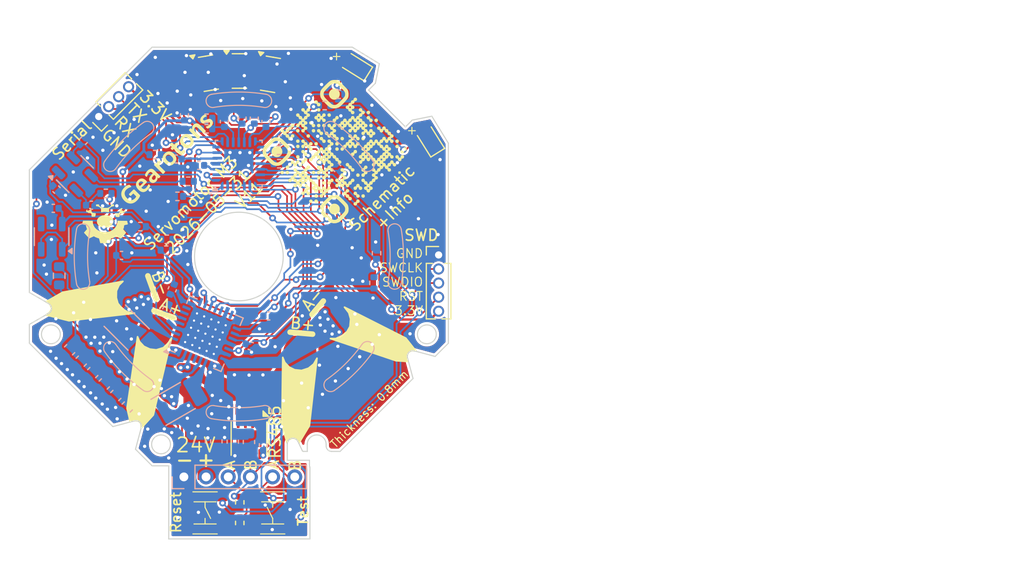
<source format=kicad_pcb>
(kicad_pcb (version 20240108) (generator "pcbnew") (generator_version "8.0")
  (title_block (title "Servo motor stepper M3") (date "2024-12-14") (rev "V11"))
  (layers (0 "F.Cu" signal) (31 "B.Cu" signal) (34 "B.Paste" user) (35 "F.Paste" user) (36 "B.SilkS" user "B.Silkscreen") (37 "F.SilkS" user "F.Silkscreen") (38 "B.Mask" user) (39 "F.Mask" user) (44 "Edge.Cuts" user))
  (net 0 "")
  (net 1 "GND")
  (net 2 "/index/schTop/RS485_B")
  (net 3 "+24V")
  (net 4 "/index/schTop/RS485_A")
  (net 5 "+3.3V")
  (net 6 "/index/schTop/HALL1")
  (net 7 "/index/schTop/RESET")
  (net 8 "/index/schTop/HALL2")
  (net 9 "/index/schTop/HALL3")
  (net 10 "unconnected-(U1-VREF-Pad17)")
  (net 11 "Net-(U1-CP2)")
  (net 12 "/index/schTop/REF24")
  (net 13 "/index/schTop/TEMPERATURE")
  (net 14 "Net-(U1-CP1)")
  (net 15 "unconnected-(U1-VCP-Pad6)")
  (net 16 "/index/schTop/UART2 RX")
  (net 17 "/index/schTop/UART2 TX")
  (net 18 "/index/schTop/SWCLK")
  (net 19 "/index/schTop/SWDIO")
  (net 20 "unconnected-(U1-SENSE1-Pad23)")
  (net 21 "unconnected-(U1-SENSE2-Pad27)")
  (net 24 "/index/schTop/~{MENABLE}")
  (net 25 "/index/schTop/LED_GREEN")
  (net 26 "/index/schTop/LED_RED")
  (net 27 "/index/schTop/RS485_EN")
  (net 28 "/index/schTop/~{nFAULT}")
  (net 29 "/index/schTop/OVER_VOLTAGE")
  (net 30 "/index/schTop/IMCONTROL")
  (net 31 "/index/schTop/PWMOV")
  (net 32 "/index/schTop/B+")
  (net 33 "/index/schTop/STEP")
  (net 34 "/index/schTop/DIR")
  (net 35 "Net-(U3-V+)")
  (net 36 "/index/schTop/A+")
  (net 37 "/index/schTop/A-")
  (net 38 "/index/schTop/B-")
  (net 39 "/index/schTop/RS485_D")
  (net 40 "/index/schTop/RS485_R")
  (net 41 "unconnected-(D2-A-Pad2)")
  (net 42 "+5V")
  (net 44 "/index/schTop/MS1")
  (net 45 "Net-(U3--)")
  (net 46 "Net-(R8-Pad2)")
  (net 47 "/index/schTop/VIO")
  (net 48 "Net-(U3-+)")
  (net 50 "/index/schTop/MS2")
  (net 52 "Net-(U2-PB7)")
  (net 53 "Net-(D1-A)")
  (footprint "servo_motor:TS3735PA-250gf" (layer "F.Cu") (at 146.5 116.4 -90)
    (property "Reference" "SW2" (hide yes))
    (property "Value" "TS3735PA-250gf")
  )
  (footprint "servo_motor:Pad_3mm_TopOnly" (layer "F.Cu") (at 140.08 96.75)
    (property "Reference" "J8" (hide yes))
    (property "Value" "Conn_01x01_Socket" (hide yes))
  )
  (footprint "Package_TO_SOT_SMD:SOT-23" (layer "F.Cu") (at 149.6 76.5)
    (property "Reference" "U7" (hide yes))
    (property "Value" "AH49HSC")
  )
  (footprint "LOGO" (layer "F.Cu") (at 158.167048 83.781442 45)
    (property "Reference" "G***" (hide yes))
    (property "Value" "LOGO" (hide yes))
  )
  (footprint "Package_TO_SOT_SMD:SOT-23" (layer "F.Cu") (at 146.8 76.7 9.6)
    (property "Reference" "U4" (hide yes))
    (property "Value" "AH49HSC")
  )
  (footprint "servo_motor:Pad_3mm_TopOnly" (layer "F.Cu") (at 141.95 100.07)
    (property "Reference" "J3" (hide yes))
    (property "Value" "Conn_01x01_Socket" (hide yes))
  )
  (footprint "Connector_PinHeader_1.27mm:PinHeader_1x05_P1.27mm_Vertical" (layer "F.Cu") (at 167.57 93.11)
    (property "Reference" "J2" (hide yes))
    (property "Value" "01x05 male P=1.27mm")
  )
  (footprint "LED_SMD:LED_0603_1608Metric" (layer "F.Cu") (at 166.7 82.62 122)
    (property "Reference" "D2" (hide yes))
    (property "Value" "MHT192UGCT")
  )
  (footprint "Connector_PinHeader_1.27mm:PinHeader_1x04_P1.27mm_Vertical" (layer "F.Cu") (at 136.906497 80.613503 135)
    (property "Reference" "J1" (hide yes))
    (property "Value" "01x04 male P=1.27mm")
  )
  (footprint "Resistor_SMD:R_0402_1005Metric" (layer "F.Cu") (at 149.63 115.45 90)
    (property "Reference" "R2" (hide yes))
    (property "Value" "10k")
  )
  (footprint "Package_DFN_QFN:DFN-8-1EP_3x3mm_P0.65mm_EP1.5x2.25mm" (layer "F.Cu") (at 150.4625 109.697501 -90)
    (property "Reference" "U10" (hide yes))
    (property "Value" "SIT3088E")
  )
  (footprint "servo_motor:TS3735PA-250gf" (layer "F.Cu") (at 152.6 116.4 90)
    (property "Reference" "SW1" (hide yes))
    (property "Value" "TS3735PA-250gf")
  )
  (footprint "servo_motor:Pad_3mm_TopOnly" (layer "F.Cu") (at 158.03 99.06)
    (property "Reference" "J6" (hide yes))
    (property "Value" "Conn_01x01_Socket" (hide yes))
  )
  (footprint "Package_TO_SOT_SMD:SOT-23" (layer "F.Cu") (at 152.4 76.8 -9.6)
    (property "Reference" "U6" (hide yes))
    (property "Value" "AH49HSC")
  )
  (footprint "LED_SMD:LED_0603_1608Metric" (layer "F.Cu") (at 159.969056 75.979055 148)
    (property "Reference" "D1" (hide yes))
    (property "Value" "KT-0603R")
  )
  (footprint "Resistor_SMD:R_0402_1005Metric" (layer "F.Cu") (at 149.63 117.31 -90)
    (property "Reference" "R17" (hide yes))
    (property "Value" "10k")
  )
  (footprint "servo_motor:Pad_3mm_TopOnly" (layer "F.Cu") (at 155.05 101.93)
    (property "Reference" "J7" (hide yes))
    (property "Value" "Conn_01x01_Socket" (hide yes))
  )
  (footprint "Package_DFN_QFN:QFN-28_4x4mm_P0.5mm" (layer "B.Cu") (at 149.54 84.87)
    (property "Reference" "U2" (hide yes))
    (property "Value" "STM32G031G8Ux")
  )
  (footprint "Capacitor_SMD:C_0603_1608Metric" (layer "B.Cu") (at 139.48 106.84 -135)
    (property "Reference" "C7" (hide yes))
    (property "Value" "10uF")
  )
  (footprint "Package_TO_SOT_SMD:SOT-23-5" (layer "B.Cu") (at 132.66 91.46 90)
    (property "Reference" "U11" (hide yes))
    (property "Value" "ME6211C33M5")
  )
  (footprint "Capacitor_SMD:C_0603_1608Metric" (layer "B.Cu") (at 138.45 105.8 -135)
    (property "Reference" "C14" (hide yes))
    (property "Value" "10uF")
  )
  (footprint "Resistor_SMD:R_0402_1005Metric" (layer "B.Cu") (at 146.64 81.72 180)
    (property "Reference" "R29" (hide yes))
    (property "Value" "4.7k")
  )
  (footprint "Capacitor_SMD:C_0603_1608Metric" (layer "B.Cu") (at 149 109.97 -90)
    (property "Reference" "C16" (hide yes))
    (property "Value" "10uF")
  )
  (footprint "Resistor_SMD:R_0402_1005Metric" (layer "B.Cu") (at 161.97 92.95 -90)
    (property "Reference" "R4" (hide yes))
    (property "Value" "10k")
  )
  (footprint "Resistor_SMD:R_2010_5025Metric" (layer "B.Cu") (at 139.43 99.67 -45)
    (property "Reference" "R3" (hide yes))
    (property "Value" "150m")
  )
  (footprint "Resistor_SMD:R_0402_1005Metric" (layer "B.Cu") (at 144.01 87.82)
    (property "Reference" "R23" (hide yes))
    (property "Value" "10k")
  )
  (footprint "Resistor_SMD:R_0402_1005Metric" (layer "B.Cu") (at 144.58 89.23 -90)
    (property "Reference" "R9" (hide yes))
    (property "Value" "470R")
  )
  (footprint "Capacitor_SMD:C_0402_1005Metric" (layer "B.Cu") (at 150.62 101.33 -22.5)
    (property "Reference" "C1" (hide yes))
    (property "Value" "10nF" (hide yes))
  )
  (footprint "Resistor_SMD:R_0402_1005Metric" (layer "B.Cu") (at 144.98 86.46 180)
    (property "Reference" "R8" (hide yes))
    (property "Value" "1.5k")
  )
  (footprint "Resistor_SMD:R_0402_1005Metric" (layer "B.Cu") (at 157.29 79.62)
    (property "Reference" "R11" (hide yes))
    (property "Value" "470R")
  )
  (footprint "Capacitor_SMD:C_0402_1005Metric" (layer "B.Cu") (at 133.1 87.21 -45)
    (property "Reference" "C30" (hide yes))
    (property "Value" "100pF")
  )
  (footprint "Resistor_SMD:R_0402_1005Metric" (layer "B.Cu") (at 143 92.68 180)
    (property "Reference" "R6" (hide yes))
    (property "Value" "10k")
  )
  (footprint "Resistor_SMD:R_0402_1005Metric" (layer "B.Cu") (at 161.74 95.63 -90)
    (property "Reference" "R5" (hide yes))
    (property "Value" "10k")
  )
  (footprint "Capacitor_SMD:C_0402_1005Metric" (layer "B.Cu") (at 151.76 110.26 -90)
    (property "Reference" "C35" (hide yes))
    (property "Value" "10uF" (hide yes))
  )
  (footprint "Capacitor_SMD:C_0402_1005Metric" (layer "B.Cu") (at 132.81 88.9 180)
    (property "Reference" "C5" (hide yes))
    (property "Value" "10uF")
  )
  (footprint "Capacitor_SMD:C_0402_1005Metric" (layer "B.Cu") (at 136.24 88.62)
    (property "Reference" "C22" (hide yes))
    (property "Value" "10uF")
  )
  (footprint "Package_TO_SOT_SMD:SOT-23-5" (layer "B.Cu") (at 134.76 85.8 -45)
    (property "Reference" "U3" (hide yes))
    (property "Value" "LM321")
  )
  (footprint "Resistor_SMD:R_0402_1005Metric" (layer "B.Cu") (at 137.55 87.56)
    (property "Reference" "R7" (hide yes))
    (property "Value" "470R")
  )
  (footprint "Resistor_SMD:R_0402_1005Metric" (layer "B.Cu") (at 142 84.05 180)
    (property "Reference" "R15" (hide yes))
    (property "Value" "10k")
  )
  (footprint "Capacitor_SMD:C_0402_1005Metric" (layer "B.Cu") (at 135.54 82.79 45)
    (property "Reference" "C28" (hide yes))
    (property "Value" "1uF" (hide yes))
  )
  (footprint "Capacitor_SMD:C_0402_1005Metric" (layer "B.Cu") (at 148.24 81.07 90)
    (property "Reference" "C41" (hide yes))
    (property "Value" "100nF" (hide yes))
  )
  (footprint "Connector_PinSocket_2.00mm:PinSocket_1x06_P2.00mm_Vertical" (layer "B.Cu") (at 144.59 113.15 -90)
    (property "Reference" "J4" (hide yes))
    (property "Value" "Conn_01x06_Socket")
  )
  (footprint "Resistor_SMD:R_0603_1608Metric" (layer "B.Cu") (at 133.34 94.99 90)
    (property "Reference" "R27" (hide yes))
    (property "Value" "18k")
  )
  (footprint "Capacitor_SMD:C_0603_1608Metric" (layer "B.Cu") (at 150.46 110 -90)
    (property "Reference" "C12" (hide yes))
    (property "Value" "10uF")
  )
  (footprint "Capacitor_SMD:C_0402_1005Metric" (layer "B.Cu") (at 152.24 98.62)
    (property "Reference" "C6" (hide yes))
    (property "Value" "1uF")
  )
  (footprint "Resistor_SMD:R_0402_1005Metric" (layer "B.Cu") (at 158.359375 85.209375 -45)
    (property "Reference" "R13" (hide yes))
    (property "Value" "10k")
  )
  (footprint "Resistor_SMD:R_0402_1005Metric" (layer "B.Cu") (at 143.05 91.7 180)
    (property "Reference" "R24" (hide yes))
    (property "Value" "10k")
  )
  (footprint "Capacitor_SMD:C_0402_1005Metric" (layer "B.Cu") (at 149.84 80.77 90)
    (property "Reference" "C17" (hide yes))
    (property "Value" "1nF")
  )
  (footprint "Capacitor_SMD:C_0402_1005Metric" (layer "B.Cu") (at 144.64 80.47 90)
    (property "Reference" "C9" (hide yes))
    (property "Value" "10uF")
  )
  (footprint "Resistor_SMD:R_2010_5025Metric" (layer "B.Cu") (at 143.62 106.56 30)
    (property "Reference" "R1" (hide yes))
    (property "Value" "150m")
  )
  (footprint "Resistor_SMD:R_0402_1005Metric" (layer "B.Cu") (at 158.56 78.6)
    (property "Reference" "R12" (hide yes))
    (property "Value" "470R")
  )
  (footprint "Resistor_SMD:R_0402_1005Metric" (layer "B.Cu") (at 153.17 83.66)
    (property "Reference" "R22" (hide yes))
    (property "Value" "10k")
  )
  (footprint "Resistor_SMD:R_0402_1005Metric" (layer "B.Cu") (at 140.66 90.55 180)
    (property "Reference" "R26" (hide yes))
    (property "Value" "1.5k")
  )
  (footprint "Package_DFN_QFN:QFN-28-1EP_5x5mm_P0.5mm_EP3.75x3.75mm_ThermalVias" (layer "B.Cu") (at 146.53 100.22 -22.5)
    (property "Reference" "U1" (hide yes))
    (property "Value" "ATD5833")
  )
  (footprint "Capacitor_SMD:C_0402_1005Metric" (layer "B.Cu") (at 143.060162 98.00783 67.5)
    (property "Reference" "C2" (hide yes))
    (property "Value" "100nF" (hide yes))
  )
  (footprint "Capacitor_SMD:C_0402_1005Metric" (layer "B.Cu") (at 153.26 82.71)
    (property "Reference" "C36" (hide yes))
    (property "Value" "100nF" (hide yes))
  )
  (footprint "Capacitor_SMD:C_0603_1608Metric" (layer "B.Cu") (at 136.37 103.73 -135)
    (property "Reference" "C15" (hide yes))
    (property "Value" "10uF")
  )
  (footprint "Resistor_SMD:R_0402_1005Metric" (layer "B.Cu") (at 146.64 80.77 180)
    (property "Reference" "TH1" (hide yes))
    (property "Value" "100k 1% NTC")
  )
  (footprint "Capacitor_SMD:C_0603_1608Metric" (layer "B.Cu") (at 146.02 109.94 -90)
    (property "Reference" "C8" (hide yes))
    (property "Value" "10uF")
  )
  (footprint "Capacitor_SMD:C_0402_1005Metric" (layer "B.Cu") (at 146.98 87.96 180)
    (property "Reference" "C21" (hide yes))
    (property "Value" "100pF")
  )
  (footprint "Capacitor_SMD:C_0402_1005Metric" (layer "B.Cu") (at 138.96 93.15)
    (property "Reference" "C4" (hide yes))
    (property "Value" "4.7uF")
  )
  (footprint "Capacitor_SMD:C_0603_1608Metric" (layer "B.Cu") (at 147.52 109.94 -90)
    (property "Reference" "C13" (hide yes))
    (property "Value" "10uF")
  )
  (footprint "Capacitor_SMD:C_0402_1005Metric" (layer "B.Cu") (at 143.54 96.21 -112.5)
    (property "Reference" "C3" (hide yes))
    (property "Value" "100nF" (hide yes))
  )
  (footprint "Capacitor_SMD:C_0402_1005Metric" (layer "B.Cu") (at 150.94 80.77 90)
    (property "Reference" "C20" (hide yes))
    (property "Value" "1nF" (hide yes))
  )
  (footprint "Capacitor_SMD:C_0402_1005Metric" (layer "B.Cu") (at 145.94 85.02 180)
    (property "Reference" "C37" (hide yes))
    (property "Value" "100nF" (hide yes))
  )
  (footprint "Capacitor_SMD:C_0603_1608Metric" (layer "B.Cu") (at 135.33 102.7 -135)
    (property "Reference" "C10" (hide yes))
    (property "Value" "10uF")
  )
  (footprint "Capacitor_SMD:C_0603_1608Metric" (layer "B.Cu") (at 134.28 101.67 -135)
    (property "Reference" "C11" (hide yes))
    (property "Value" "10uF")
  )
  (footprint "Capacitor_SMD:C_0402_1005Metric" (layer "B.Cu") (at 151.99 81.07 90)
    (property "Reference" "C23" (hide yes))
    (property "Value" "1nF")
  )
  (footprint "Capacitor_SMD:C_0603_1608Metric" (layer "B.Cu") (at 137.41 104.76 -135)
    (property "Reference" "C19" (hide yes))
    (property "Value" "10uF")
  )
  (footprint "Resistor_SMD:R_0402_1005Metric" (layer "B.Cu") (at 153.19 84.87)
    (property "Reference" "R25" (hide yes))
    (property "Value" "10k")
  )
  (footprint "Capacitor_SMD:C_0402_1005Metric" (layer "B.Cu") (at 143.9 84.45 180)
    (property "Reference" "C18" (hide yes))
    (property "Value" "100nF" (hide yes))
  )
  (gr_arc (start 141.623335 104.362643) (mid 141.763365 105.199522) (end 140.926491 105.339582) (stroke (width 0.1)) (layer "B.SilkS"))
  (gr_arc (start 138.437253 85.323371) (mid 139.897916 83.597952) (end 141.623335 82.13729) (stroke (width 0.1)) (layer "B.SilkS"))
  (gr_arc (start 161.639545 101.873405) (mid 160.050467 103.750503) (end 158.173369 105.339582) (stroke (width 0.1)) (layer "B.SilkS"))
  (gr_arc (start 140.926491 105.339582) (mid 139.049394 103.750502) (end 137.460314 101.873405) (stroke (width 0.1)) (layer "B.SilkS"))
  (gr_arc (start 134.903589 90.799009) (mid 135.594402 90.306191) (end 136.087131 90.997067) (stroke (width 0.1)) (layer "B.SilkS"))
  (gr_arc (start 137.460314 84.626528) (mid 139.049404 82.749441) (end 140.926491 81.160351) (stroke (width 0.1)) (layer "B.SilkS"))
  (gr_arc (start 158.173369 81.160351) (mid 160.050459 82.749438) (end 161.639545 84.626528) (stroke (width 0.1)) (layer "B.SilkS"))
  (gr_arc (start 163.012728 90.997067) (mid 163.505463 90.306224) (end 164.196271 90.799009) (stroke (width 0.1)) (layer "B.SilkS"))
  (gr_arc (start 147.29703 79.787168) (mid 149.54993 79.599966) (end 151.80283 79.787168) (stroke (width 0.1)) (layer "B.SilkS"))
  (gr_arc (start 160.662607 101.176562) (mid 159.201932 102.901968) (end 157.476525 104.362643) (stroke (width 0.1)) (layer "B.SilkS"))
  (gr_arc (start 158.173369 105.339582) (mid 157.336441 105.199561) (end 157.476525 104.362643) (stroke (width 0.1)) (layer "B.SilkS"))
  (gr_arc (start 151.80283 106.712765) (mid 149.54993 106.899966) (end 147.29703 106.712765) (stroke (width 0.1)) (layer "B.SilkS"))
  (gr_arc (start 136.087131 95.502866) (mid 135.594384 96.193639) (end 134.903589 95.700923) (stroke (width 0.1)) (layer "B.SilkS"))
  (gr_arc (start 152.000887 107.896308) (mid 149.54993 108.099966) (end 147.098973 107.896308) (stroke (width 0.1)) (layer "B.SilkS"))
  (gr_arc (start 152.000887 78.603625) (mid 152.493668 79.294432) (end 151.80283 79.787168) (stroke (width 0.1)) (layer "B.SilkS"))
  (gr_arc (start 157.476525 82.13729) (mid 159.201937 83.597959) (end 160.662607 85.323371) (stroke (width 0.1)) (layer "B.SilkS"))
  (gr_arc (start 147.098973 78.603625) (mid 149.54993 78.399966) (end 152.000887 78.603625) (stroke (width 0.1)) (layer "B.SilkS"))
  (gr_arc (start 140.926491 81.160351) (mid 141.763365 81.300412) (end 141.623335 82.13729) (stroke (width 0.1)) (layer "B.SilkS"))
  (gr_arc (start 157.476525 82.13729) (mid 157.336445 81.300375) (end 158.173369 81.160351) (stroke (width 0.1)) (layer "B.SilkS"))
  (gr_arc (start 134.903589 95.700923) (mid 134.699936 93.249966) (end 134.903589 90.799009) (stroke (width 0.1)) (layer "B.SilkS"))
  (gr_arc (start 151.80283 106.712765) (mid 152.493648 107.205505) (end 152.000887 107.896308) (stroke (width 0.1)) (layer "B.SilkS"))
  (gr_arc (start 163.012728 90.997067) (mid 163.199941 93.249966) (end 163.012728 95.502866) (stroke (width 0.1)) (layer "B.SilkS"))
  (gr_arc (start 137.460314 101.873405) (mid 137.600373 101.03653) (end 138.437253 101.176562) (stroke (width 0.1)) (layer "B.SilkS"))
  (gr_arc (start 164.196271 95.700923) (mid 163.505468 96.193675) (end 163.012728 95.502866) (stroke (width 0.1)) (layer "B.SilkS"))
  (gr_arc (start 161.639545 84.626528) (mid 161.499535 85.463471) (end 160.662607 85.323371) (stroke (width 0.1)) (layer "B.SilkS"))
  (gr_arc (start 160.662607 101.176562) (mid 161.499514 101.03649) (end 161.639545 101.873405) (stroke (width 0.1)) (layer "B.SilkS"))
  (gr_arc (start 164.196271 90.799009) (mid 164.399936 93.249966) (end 164.196271 95.700923) (stroke (width 0.1)) (layer "B.SilkS"))
  (gr_arc (start 147.29703 79.787168) (mid 146.606231 79.294425) (end 147.098973 78.603625) (stroke (width 0.1)) (layer "B.SilkS"))
  (gr_arc (start 136.087131 95.502866) (mid 135.899937 93.249966) (end 136.087131 90.997067) (stroke (width 0.1)) (layer "B.SilkS"))
  (gr_arc (start 138.437253 85.323371) (mid 137.600383 85.46339) (end 137.460314 84.626528) (stroke (width 0.1)) (layer "B.SilkS"))
  (gr_arc (start 147.098973 107.896308) (mid 146.606187 107.2055) (end 147.29703 106.712765) (stroke (width 0.1)) (layer "B.SilkS"))
  (gr_arc (start 141.623335 104.362643) (mid 139.897915 102.901982) (end 138.437253 101.176562) (stroke (width 0.1)) (layer "B.SilkS"))
  (gr_line (start 136.251502 89.206437) (end 136.248012 89.118133) (stroke (width 0.026105)) (layer "F.SilkS"))
  (gr_line (start 137.054738 92.022249) (end 137.902872 92.028236) (stroke (width 0.026105)) (layer "F.SilkS"))
  (gr_line (start 136.163694 88.878158) (end 136.147731 88.875165) (stroke (width 0.026105)) (layer "F.SilkS"))
  (gr_poly (pts (xy 136.079372 88.872669) (xy 136.147722 88.875161) (xy 136.174666 88.882148) (xy 136.197116 88.898612) (xy 136.212083 88.922561) (xy 136.216076 88.949502) (xy 136.131763 88.943019) (xy 136.114804 88.938031) (xy 136.076888 88.936031) (xy 136.058427 88.929548) (xy 136.058422 88.929544) (xy 136.047944 88.913082) (xy 136.048445 88.893622) (xy 136.060914 88.878155)) (fill solid) (layer "F.SilkS"))
  (gr_poly (pts (xy 139.192533 89.189978) (xy 139.200016 89.187481) (xy 139.271862 89.243361) (xy 139.256892 89.25633) (xy 139.237438 89.261817) (xy 139.143143 89.190477)) (fill solid) (layer "F.SilkS"))
  (gr_poly (pts (xy 137.148533 88.825285) (xy 137.214391 88.852223) (xy 137.283238 88.868189) (xy 137.354083 88.873178) (xy 137.670886 88.867689) (xy 137.833026 89.246354) (xy 137.788123 89.23937) (xy 137.728757 89.229891) (xy 137.670383 89.220409) (xy 137.620991 89.217913) (xy 137.559626 89.214423) (xy 137.088675 88.787376)) (fill solid) (layer "F.SilkS"))
  (gr_line (start 136.358765 90.207737) (end 136.365254 90.251141) (stroke (width 0.026105)) (layer "F.SilkS"))
  (gr_line (start 138.103425 90.905701) (end 138.144838 90.880258) (stroke (width 0.026105)) (layer "F.SilkS"))
  (gr_line (start 136.216081 88.949506) (end 136.20211 88.904602) (stroke (width 0.026105)) (layer "F.SilkS"))
  (gr_poly (pts (xy 136.404667 89.333658) (xy 136.584271 89.348626) (xy 136.60273 89.354115) (xy 136.617201 89.36659) (xy 136.625682 89.384051) (xy 136.626681 89.403006) (xy 136.371739 89.326673) (xy 136.371738 89.326674)) (fill solid) (layer "F.SilkS"))
  (gr_line (start 136.350288 90.076528) (end 136.350787 90.119932) (stroke (width 0.026105)) (layer "F.SilkS"))
  (gr_line (start 137.670884 88.867685) (end 137.35408 88.87317) (stroke (width 0.026105)) (layer "F.SilkS"))
  (gr_line (start 136.404418 89.333654) (end 136.404667 89.333658) (stroke (width 0.026105)) (layer "F.SilkS"))
  (gr_line (start 138.552446 90.388834) (end 138.56791 90.346427) (stroke (width 0.026105)) (layer "F.SilkS"))
  (gr_line (start 136.211589 89.06575) (end 136.216082 88.949507) (stroke (width 0.026105)) (layer "F.SilkS"))
  (gr_line (start 136.704505 88.69656) (end 136.840709 88.718014) (stroke (width 0.026105)) (layer "F.SilkS"))
  (gr_poly (pts (xy 136.314865 89.634999) (xy 136.295406 89.630506) (xy 136.278447 89.618529) (xy 136.267468 89.60157) (xy 136.267467 89.601571) (xy 136.264474 89.581614)) (fill solid) (layer "F.SilkS"))
  (gr_line (start 137.984699 90.465671) (end 138.01912 90.437236) (stroke (width 0.026105)) (layer "F.SilkS"))
  (gr_line (start 137.860469 88.812808) (end 137.890901 88.792351) (stroke (width 0.026105)) (layer "F.SilkS"))
  (gr_line (start 137.490776 91.07433) (end 137.540169 91.07283) (stroke (width 0.026105)) (layer "F.SilkS"))
  (gr_line (start 138.724067 89.673412) (end 138.764977 89.654453) (stroke (width 0.026105)) (layer "F.SilkS"))
  (gr_line (start 137.68884 91.055867) (end 137.738233 91.046393) (stroke (width 0.026105)) (layer "F.SilkS"))
  (gr_poly (pts (xy 136.715487 88.558869) (xy 136.740928 88.555371) (xy 136.940488 88.751943) (xy 136.892097 88.730489) (xy 136.840709 88.718014) (xy 136.679567 88.59279) (xy 136.694033 88.572336)) (fill solid) (layer "F.SilkS"))
  (gr_line (start 136.248012 89.118133) (end 136.230551 89.094686) (stroke (width 0.026105)) (layer "F.SilkS"))
  (gr_line (start 137.340607 91.067844) (end 137.390494 91.071834) (stroke (width 0.026105)) (layer "F.SilkS"))
  (gr_line (start 138.075992 88.732982) (end 138.030595 88.753436) (stroke (width 0.026105)) (layer "F.SilkS"))
  (gr_line (start 138.967531 88.962974) (end 138.935103 88.987421) (stroke (width 0.026105)) (layer "F.SilkS"))
  (gr_poly (pts (xy 135.509138 90.026637) (xy 135.509133 90.026637) (xy 135.509135 90.026632)) (fill solid) (layer "F.SilkS"))
  (gr_line (start 136.928016 88.626715) (end 136.941988 88.672616) (stroke (width 0.026105)) (layer "F.SilkS"))
  (gr_poly (pts (xy 138.933607 88.997895) (xy 138.933605 88.997898) (xy 138.933604 89.056769) (xy 138.865752 88.97195) (xy 138.870247 88.944513) (xy 138.88571 88.921064)) (fill solid) (layer "F.SilkS"))
  (gr_line (start 135.867847 89.14108) (end 135.882813 89.157045) (stroke (width 0.026105)) (layer "F.SilkS"))
  (gr_line (start 136.758395 90.051587) (end 136.756396 90.089501) (stroke (width 0.026105)) (layer "F.SilkS"))
  (gr_poly (pts (xy 135.756592 90.401811) (xy 135.420333 90.32099) (xy 135.509133 90.026637)) (fill solid) (layer "F.SilkS"))
  (gr_poly (pts (xy 139.076794 89.118136) (xy 139.097247 89.139588) (xy 139.111217 89.166529) (xy 139.1177 89.179001) (xy 139.05035 89.104663)) (fill solid) (layer "F.SilkS"))
  (gr_line (start 138.200722 90.127914) (end 138.204711 90.089997) (stroke (width 0.026105)) (layer "F.SilkS"))
  (gr_poly (pts (xy 135.9786 89.110151) (xy 136.241023 89.381552) (xy 136.19662 89.337151) (xy 136.177166 89.32268) (xy 136.154712 89.313199) (xy 135.96513 89.136588) (xy 135.978598 89.110148)) (fill solid) (layer "F.SilkS"))
  (gr_poly (pts (xy 135.867847 89.14108) (xy 135.869839 89.149064) (xy 135.875329 89.154552) (xy 135.942181 89.242356) (xy 135.791013 89.170018) (xy 135.805481 89.063752)) (fill solid) (layer "F.SilkS"))
  (gr_poly (pts (xy 139.44897 90.042098) (xy 139.522312 90.330963) (xy 139.189543 90.415278) (xy 139.17757 90.549984) (xy 139.142647 90.687683) (xy 139.09475 90.79644) (xy 138.590858 90.261616) (xy 138.608323 90.147367) (xy 138.610815 90.032119)) (fill solid) (layer "F.SilkS"))
  (gr_line (start 135.791015 89.170018) (end 135.804985 89.212925) (stroke (width 0.026105)) (layer "F.SilkS"))
  (gr_line (start 137.339116 90.621331) (end 137.388009 90.626319) (stroke (width 0.026105)) (layer "F.SilkS"))
  (gr_poly (pts (xy 138.933607 88.997895) (xy 138.933605 88.997898) (xy 138.933604 89.056769) (xy 138.865752 88.97195) (xy 138.870247 88.944513) (xy 138.88571 88.921064)) (fill solid) (layer "F.SilkS"))
  (gr_poly (pts (xy 136.961443 89.705842) (xy 137.04027 89.650965) (xy 137.129075 89.605061) (xy 137.224862 89.57014) (xy 137.326642 89.545198) (xy 137.430907 89.531724) (xy 137.536678 89.530728) (xy 137.641448 89.540704) (xy 137.742724 89.562159) (xy 137.838013 89.594587) (xy 137.925823 89.637494) (xy 138.004151 89.689878) (xy 138.072 89.750742) (xy 138.126385 89.818094) (xy 138.167789 89.891433) (xy 138.194229 89.968762) (xy 138.194239 89.968775) (xy 138.205214 90.048601) (xy 138.200729 90.128927) (xy 138.181266 90.20825) (xy 138.146842 90.28458) (xy 138.097952 90.356417) (xy 138.035584 90.42277) (xy 137.96175 90.481642) (xy 137.87843 90.532032) (xy 137.785634 90.572941) (xy 137.686851 90.602872) (xy 137.583076 90.62183) (xy 137.477812 90.629317) (xy 137.372542 90.62483) (xy 137.26927 90.609363) (xy 137.170986 90.581924) (xy 137.079186 90.544005) (xy 136.995372 90.49611) (xy 136.922035 90.439737) (xy 136.861166 90.374877) (xy 136.812774 90.304533) (xy 136.779346 90.229197) (xy 136.76039 90.150369) (xy 136.757396 90.070546) (xy 136.768869 89.990221) (xy 136.796308 89.911892) (xy 136.838217 89.838056) (xy 136.893593 89.768707)) (fill solid) (layer "F.SilkS"))
  (gr_line (start 138.500059 89.660941) (end 138.537977 89.669918) (stroke (width 0.026105)) (layer "F.SilkS"))
  (gr_line (start 137.174477 88.83725) (end 137.221369 88.854215) (stroke (width 0.026105)) (layer "F.SilkS"))
  (gr_poly (pts (xy 136.341802 89.312707) (xy 136.371738 89.326674) (xy 136.626676 89.403006) (xy 136.598741 89.55667) (xy 136.590257 89.58211) (xy 136.315362 89.292248)) (fill solid) (layer "F.SilkS"))
  (gr_line (start 136.905066 88.564851) (end 136.890599 88.561357) (stroke (width 0.026105)) (layer "F.SilkS"))
  (gr_line (start 135.802991 90.585906) (end 135.817457 90.644276) (stroke (width 0.026105)) (layer "F.SilkS"))
  (gr_line (start 137.065717 90.537518) (end 137.107125 90.556973) (stroke (width 0.026105)) (layer "F.SilkS"))
  (gr_poly (pts (xy 138.235646 88.568348) (xy 138.235638 88.56834) (xy 138.256597 88.575326) (xy 138.27206 88.590791) (xy 138.27805 88.612744) (xy 138.278553 88.671118) (xy 138.275057 88.685587) (xy 138.266077 88.696565) (xy 138.252605 88.702053) (xy 138.072503 88.560862)) (fill solid) (layer "F.SilkS"))
  (gr_line (start 137.685354 90.603371) (end 137.732251 90.590399) (stroke (width 0.026105)) (layer "F.SilkS"))
  (gr_line (start 139.362664 91.102271) (end 139.094749 90.796443) (stroke (width 0.026105)) (layer "F.SilkS"))
  (gr_poly (pts (xy 139.09475 90.79644) (xy 139.094749 90.796443) (xy 139.09475 90.79644)) (fill solid) (layer "F.SilkS"))
  (gr_line (start 137.786626 91.034917) (end 137.834522 91.021944) (stroke (width 0.026105)) (layer "F.SilkS"))
  (gr_poly (pts (xy 137.729257 88.862196) (xy 137.786634 88.847729) (xy 137.830039 88.956991) (xy 137.830031 88.956987) (xy 137.833025 89.246351) (xy 137.670884 88.867685)) (fill solid) (layer "F.SilkS"))
  (gr_line (start 138.872738 89.360102) (end 138.806386 89.422465) (stroke (width 0.026105)) (layer "F.SilkS"))
  (gr_poly (pts (xy 139.019918 89.100176) (xy 139.05035 89.104663) (xy 139.1177 89.179001) (xy 139.12918 89.187482) (xy 139.143143 89.190477) (xy 139.14315 89.190483) (xy 139.237442 89.261823) (xy 138.97851 89.100676)) (fill solid) (layer "F.SilkS"))
  (gr_line (start 139.237438 89.261817) (end 139.130672 89.272791) (stroke (width 0.026105)) (layer "F.SilkS"))
  (gr_poly (pts (xy 140.460391 86.354205) (xy 140.484652 86.332648) (xy 140.496787 86.32254) (xy 140.508925 86.312874) (xy 140.521062 86.303658) (xy 140.533202 86.294885) (xy 140.545342 86.286555) (xy 140.557486 86.278671) (xy 140.569621 86.271236) (xy 140.581757 86.264243) (xy 140.593887 86.257696) (xy 140.606017 86.251595) (xy 140.618138 86.24594) (xy 140.630255 86.24073) (xy 140.642441 86.235896) (xy 140.654607 86.231428) (xy 140.666749 86.227321) (xy 140.67887 86.22358) (xy 140.690969 86.220207) (xy 140.703053 86.217198) (xy 140.715107 86.214555) (xy 140.727145 86.212283) (xy 140.739155 86.210379) (xy 140.751147 86.20884) (xy 140.763112 86.207676) (xy 140.775057 86.206876) (xy 140.786981 86.206448) (xy 140.79888 86.206396) (xy 140.810754 86.206713) (xy 140.822607 86.207406) (xy 140.834427 86.208338) (xy 140.846207 86.209605) (xy 140.857954 86.211204) (xy 140.869665 86.213134) (xy 140.881335 86.215399) (xy 140.89297 86.217999) (xy 140.904566 86.22093) (xy 140.916132 86.224197) (xy 140.927658 86.227795) (xy 140.93915 86.23173) (xy 140.950605 86.235997) (xy 140.962022 86.240603) (xy 140.973408 86.245539) (xy 140.98476 86.250812) (xy 140.996074 86.256417) (xy 141.007356 86.262363) (xy 141.029744 86.274887) (xy 141.05186 86.28845) (xy 141.073697 86.303051) (xy 141.095253 86.318689) (xy 141.116532 86.335361) (xy 141.137525 86.353067) (xy 141.158235 86.371806) (xy 141.178656 86.39157) (xy 141.213151 86.426067) (xy 141.218039 86.431096) (xy 141.222633 86.436095) (xy 141.226923 86.441069) (xy 141.230911 86.446018) (xy 141.234595 86.450937) (xy 141.23798 86.45583) (xy 141.241065 86.460694) (xy 141.243844 86.465531) (xy 141.246327 86.470341) (xy 141.248504 86.475122) (xy 141.250382 86.479877) (xy 141.251957 86.484608) (xy 141.253234 86.489305) (xy 141.254206 86.493978) (xy 141.254875 86.498623) (xy 141.255246 86.503241) (xy 141.255282 86.507769) (xy 141.255054 86.512256) (xy 141.25457 86.516706) (xy 141.253827 86.521113) (xy 141.252822 86.525484) (xy 141.251561 86.529811) (xy 141.250042 86.534103) (xy 141.248268 86.538355) (xy 141.246234 86.542571) (xy 141.243945 86.546748) (xy 141.241401 86.550892) (xy 141.238597 86.554996) (xy 141.235541 86.559063) (xy 141.232229 86.563099) (xy 141.228664 86.567097) (xy 141.224845 86.571059) (xy 140.754785 87.041118) (xy 140.767106 87.053079) (xy 140.77951 87.064412) (xy 140.792003 87.075101) (xy 140.80459 87.085151) (xy 140.817275 87.094559) (xy 140.830053 87.103316) (xy 140.842938 87.111425) (xy 140.85593 87.118879) (xy 140.862429 87.12237) (xy 140.868939 87.125656) (xy 140.875462 87.12874) (xy 140.881992 87.131624) (xy 140.888532 87.134302) (xy 140.895085 87.136782) (xy 140.901648 87.139061) (xy 140.908218 87.14113) (xy 140.914803 87.143005) (xy 140.921394 87.144676) (xy 140.927996 87.146141) (xy 140.934612 87.147408) (xy 140.941239 87.148473) (xy 140.947868 87.149333) (xy 140.954512 87.149994) (xy 140.961167 87.15045) (xy 140.96789 87.150644) (xy 140.974631 87.150621) (xy 140.981385 87.150382) (xy 140.988156 87.149928) (xy 140.994943 87.149259) (xy 141.001747 87.148373) (xy 141.008564 87.14727) (xy 141.015393 87.145955) (xy 141.022238 87.144421) (xy 141.029096 87.142672) (xy 141.035967 87.14071) (xy 141.042852 87.138529) (xy 141.049745 87.136133) (xy 141.05665 87.13352) (xy 141.063568 87.130691) (xy 141.070497 87.127649) (xy 141.077378 87.124321) (xy 141.084268 87.120757) (xy 141.091165 87.116951) (xy 141.098069 87.112906) (xy 141.104984 87.108624) (xy 141.111902 87.104101) (xy 141.118829 87.09934) (xy 141.125767 87.094343) (xy 141.13271 87.089104) (xy 141.139663 87.083629) (xy 141.146626 87.077919) (xy 141.153597 87.071965) (xy 141.160579 87.06578) (xy 141.167571 87.059357) (xy 141.181585 87.045795) (xy 141.195543 87.031584) (xy 141.208822 87.017563) (xy 141.221406 87.00372) (xy 141.233305 86.990052) (xy 141.244509 86.976559) (xy 141.25502 86.963232) (xy 141.26484 86.950065) (xy 141.273955 86.937052) (xy 141.290395 86.911728) (xy 141.298021 86.899556) (xy 141.305255 86.887703) (xy 141.312081 86.876175) (xy 141.318497 86.864969) (xy 141.324499 86.854077) (xy 141.330085 86.843505) (xy 141.340384 86.823554) (xy 141.349576 86.805121) (xy 141.357644 86.788196) (xy 141.364577 86.772765) (xy 141.367807 86.765726) (xy 141.371021 86.759201) (xy 141.374233 86.753177) (xy 141.37744 86.747661) (xy 141.380646 86.742652) (xy 141.382252 86.74034) (xy 141.383858 86.738152) (xy 141.385464 86.736088) (xy 141.387076 86.734157) (xy 141.388686 86.732352) (xy 141.390303 86.730668) (xy 141.391241 86.729757) (xy 141.392194 86.728889) (xy 141.393159 86.728061) (xy 141.394135 86.727276) (xy 141.395123 86.726534) (xy 141.396123 86.725834) (xy 141.397136 86.725178) (xy 141.398158 86.724567) (xy 141.399191 86.724001) (xy 141.400234 86.723477) (xy 141.401286 86.722999) (xy 141.402348 86.722571) (xy 141.403415 86.722189) (xy 141.404495 86.72185) (xy 141.405578 86.721558) (xy 141.406674 86.721317) (xy 141.407722 86.721065) (xy 141.408795 86.720864) (xy 141.409889 86.720707) (xy 141.411001 86.720605) (xy 141.412136 86.720546) (xy 141.413293 86.720537) (xy 141.414465 86.720573) (xy 141.41566 86.720658) (xy 141.416876 86.720792) (xy 141.418112 86.720972) (xy 141.419371 86.721202) (xy 141.420651 86.721481) (xy 141.421945 86.721804) (xy 141.423266 86.722179) (xy 141.424604 86.7226) (xy 141.425964 86.723068) (xy 141.42738 86.723628) (xy 141.428827 86.724259) (xy 141.430313 86.724969) (xy 141.431831 86.725749) (xy 141.433387 86.726601) (xy 141.434978 86.727527) (xy 141.4366 86.728522) (xy 141.438261 86.729592) (xy 141.439958 86.730728) (xy 141.44169 86.73194) (xy 141.445267 86.734558) (xy 141.448989 86.737451) (xy 141.45286 86.740608) (xy 141.456749 86.743979) (xy 141.460856 86.747623) (xy 141.469685 86.755715) (xy 141.479311 86.764884) (xy 141.489694 86.775103) (xy 141.498898 86.784472) (xy 141.507232 86.793262) (xy 141.514687 86.801453) (xy 141.521263 86.809013) (xy 141.524414 86.812523) (xy 141.527398 86.815922) (xy 141.530216 86.819214) (xy 141.532865 86.822404) (xy 141.535344 86.825491) (xy 141.537644 86.828477) (xy 141.539774 86.831364) (xy 141.541727 86.834152) (xy 141.543578 86.836934) (xy 141.545292 86.839692) (xy 141.546872 86.842423) (xy 141.548321 86.845132) (xy 141.549643 86.847822) (xy 141.550833 86.850494) (xy 141.551898 86.853146) (xy 141.552835 86.855785) (xy 141.553205 86.857052) (xy 141.553549 86.858332) (xy 141.553867 86.859624) (xy 141.554157 86.860933) (xy 141.554422 86.862248) (xy 141.554659 86.86358) (xy 141.554877 86.864921) (xy 141.555064 86.866272) (xy 141.555231 86.867634) (xy 141.555373 86.869007) (xy 141.55559 86.871776) (xy 141.555718 86.874579) (xy 141.55576 86.877416) (xy 141.555779 86.878908) (xy 141.555681 86.880596) (xy 141.555452 86.88247) (xy 141.555107 86.884539) (xy 141.554641 86.886797) (xy 141.554057 86.889247) (xy 141.553351 86.891888) (xy 141.552526 86.894717) (xy 141.551581 86.89774) (xy 141.550522 86.900951) (xy 141.549344 86.904348) (xy 141.548051 86.907937) (xy 141.546645 86.911718) (xy 141.545119 86.915687) (xy 141.541729 86.92419) (xy 141.537828 86.933336) (xy 141.533476 86.9429) (xy 141.528673 86.952888) (xy 141.52342 86.963287) (xy 141.517713 86.9741) (xy 141.511554 86.985316) (xy 141.504942 86.996939) (xy 141.497879 87.008962) (xy 141.490473 87.021221) (xy 141.482614 87.03376) (xy 141.474303 87.046583) (xy 141.465541 87.05968) (xy 141.456324 87.073056) (xy 141.446659 87.0867) (xy 141.436537 87.100611) (xy 141.425966 87.114784) (xy 141.41501 87.129249) (xy 141.403626 87.143698) (xy 141.391802 87.158125) (xy 141.379542 87.172539) (xy 141.366834 87.186929) (xy 141.353676 87.201299) (xy 141.340063 87.215643) (xy 141.32599 87.229962) (xy 141.300225 87.254921) (xy 141.274443 87.278279) (xy 141.248652 87.300038) (xy 141.222856 87.320197) (xy 141.197051 87.338762) (xy 141.171239 87.35573) (xy 141.145427 87.371108) (xy 141.119606 87.384895) (xy 141.106667 87.39105) (xy 141.093717 87.396808) (xy 141.080761 87.402164) (xy 141.067788 87.407115) (xy 141.054807 87.411669) (xy 141.041819 87.41582) (xy 141.02882 87.41957) (xy 141.015819 87.422916) (xy 141.002798 87.425859) (xy 140.989775 87.428397) (xy 140.976746 87.430535) (xy 140.963706 87.432271) (xy 140.950659 87.433602) (xy 140.937602 87.434531) (xy 140.924541 87.435055) (xy 140.911472 87.435177) (xy 140.898315 87.434854) (xy 140.885158 87.43411) (xy 140.871991 87.432952) (xy 140.858824 87.431369) (xy 140.845654 87.429363) (xy 140.832478 87.42694) (xy 140.819293 87.424095) (xy 140.806111 87.420833) (xy 140.792916 87.417149) (xy 140.779719 87.413045) (xy 140.766514 87.408522) (xy 140.753309 87.403585) (xy 140.740092 87.398222) (xy 140.726873 87.392443) (xy 140.713645 87.386249) (xy 140.700412 87.379631) (xy 140.687169 87.372494) (xy 140.673911 87.364942) (xy 140.660639 87.35698) (xy 140.64735 87.348609) (xy 140.634043 87.339821) (xy 140.620721 87.330623) (xy 140.594023 87.310991) (xy 140.567254 87.289706) (xy 140.540398 87.26677) (xy 140.513461 87.242177) (xy 140.486428 87.21593) (xy 140.461301 87.189975) (xy 140.43765 87.163859) (xy 140.415479 87.137577) (xy 140.398896 87.116379) (xy 140.614468 86.900804) (xy 140.94012 86.575154) (xy 140.928928 86.563736) (xy 140.917713 86.552939) (xy 140.906484 86.542771) (xy 140.895233 86.533225) (xy 140.883966 86.524307) (xy 140.872675 86.516012) (xy 140.861369 86.508345) (xy 140.850049 86.501304) (xy 140.838704 86.494888) (xy 140.827349 86.489103) (xy 140.815973 86.483941) (xy 140.804585 86.479412) (xy 140.793179 86.475508) (xy 140.781762 86.472233) (xy 140.770325 86.469591) (xy 140.758877 86.467574) (xy 140.747435 86.466277) (xy 140.736062 86.465726) (xy 140.724768 86.465922) (xy 140.713547 86.466864) (xy 140.702399 86.468557) (xy 140.691329 86.470996) (xy 140.68033 86.474183) (xy 140.669407 86.47812) (xy 140.658555 86.482803) (xy 140.647781 86.488236) (xy 140.637079 86.494417) (xy 140.626449 86.501347) (xy 140.61589 86.509026) (xy 140.605405 86.517454) (xy 140.594991 86.526637) (xy 140.584653 86.536563) (xy 140.579548 86.54179) (xy 140.574653 86.547055) (xy 140.56997 86.552355) (xy 140.565493 86.557697) (xy 140.561223 86.563075) (xy 140.557164 86.568494) (xy 140.553309 86.573949) (xy 140.549664 86.579445) (xy 140.546226 86.584982) (xy 140.542994 86.590556) (xy 140.539969 86.59617) (xy 140.53715 86.601824) (xy 140.534539 86.60752) (xy 140.532134 86.613254) (xy 140.529935 86.619032) (xy 140.527939 86.624849) (xy 140.526184 86.630631) (xy 140.524589 86.63642) (xy 140.523159 86.642211) (xy 140.521883 86.648005) (xy 140.520771 86.653802) (xy 140.519822 86.659604) (xy 140.51903 86.665409) (xy 140.518403 86.671217) (xy 140.517937 86.67703) (xy 140.517631 86.682845) (xy 140.517484 86.688664) (xy 140.517499 86.694486) (xy 140.517674 86.700309) (xy 140.518011 86.70614) (xy 140.518512 86.711972) (xy 140.519171 86.717804) (xy 140.519958 86.723673) (xy 140.520903 86.729543) (xy 140.522002 86.735415) (xy 140.523251 86.74129) (xy 140.524655 86.747168) (xy 140.526213 86.753048) (xy 140.527925 86.758932) (xy 140.529786 86.764818) (xy 140.531801 86.770703) (xy 140.533968 86.776591) (xy 140.536286 86.782481) (xy 140.538759 86.788368) (xy 140.541379 86.794263) (xy 140.544155 86.800153) (xy 140.547079 86.806044) (xy 140.550154 86.811934) (xy 140.556677 86.823447) (xy 140.563638 86.834843) (xy 140.571032 86.846132) (xy 140.578862 86.857302) (xy 140.587118 86.868355) (xy 140.595808 86.879292) (xy 140.604924 86.890109) (xy 140.614468 86.900804) (xy 140.398896 87.116379) (xy 140.394788 87.111131) (xy 140.375577 87.084517) (xy 140.357845 87.057744) (xy 140.341592 87.030806) (xy 140.32682 87.003701) (xy 140.32 86.99) (xy 140.313571 86.976308) (xy 140.30753 86.962626) (xy 140.301875 86.94895) (xy 140.296616 86.935283) (xy 140.29174 86.921623) (xy 140.287256 86.907974) (xy 140.283155 86.894334) (xy 140.279444 86.880705) (xy 140.276118 86.867087) (xy 140.273178 86.85348) (xy 140.270624 86.839885) (xy 140.268457 86.826301) (xy 140.266675 86.81273) (xy 140.265277 86.799171) (xy 140.264263 86.785626) (xy 140.263637 86.772003) (xy 140.263397 86.758426) (xy 140.263553 86.744898) (xy 140.264097 86.731416) (xy 140.265034 86.717985) (xy 140.266362 86.704601) (xy 140.268075 86.691267) (xy 140.270181 86.677978) (xy 140.272676 86.664736) (xy 140.275568 86.651542) (xy 140.278847 86.638399) (xy 140.282517 86.625304) (xy 140.286576 86.612256) (xy 140.291024 86.599255) (xy 140.295866 86.586304) (xy 140.301097 86.573397) (xy 140.306709 86.560452) (xy 140.312697 86.547602) (xy 140.319058 86.534842) (xy 140.325796 86.522177) (xy 140.33291 86.509609) (xy 140.340398 86.49713) (xy 140.348264 86.484744) (xy 140.356512 86.472455) (xy 140.365134 86.460256) (xy 140.374136 86.448155) (xy 140.383519 86.436148) (xy 140.39328 86.424237) (xy 140.403426 86.412418) (xy 140.41395 86.400696) (xy 140.424859 86.389068) (xy 140.43615 86.377541)) (fill solid) (layer "F.SilkS"))
  (gr_line (start 137.833024 89.246353) (end 137.830031 88.95699) (stroke (width 0.026105)) (layer "F.SilkS"))
  (gr_poly (pts (xy 139.44897 90.042098) (xy 139.522312 90.330963) (xy 139.189543 90.415278) (xy 139.17757 90.549984) (xy 139.142647 90.687683) (xy 139.09475 90.79644) (xy 138.590858 90.261616) (xy 138.608323 90.147367) (xy 138.610815 90.032119)) (fill solid) (layer "F.SilkS"))
  (gr_line (start 136.433108 90.461684) (end 136.453057 90.502592) (stroke (width 0.026105)) (layer "F.SilkS"))
  (gr_line (start 138.933605 88.997898) (end 138.933604 89.056769) (stroke (width 0.026105)) (layer "F.SilkS"))
  (gr_poly (pts (xy 136.230547 89.094686) (xy 136.240027 89.100174) (xy 136.245519 89.108655) (xy 136.248013 89.118135) (xy 136.220571 89.087698)) (fill solid) (layer "F.SilkS"))
  (gr_line (start 137.639452 91.063351) (end 137.68884 91.055867) (stroke (width 0.026105)) (layer "F.SilkS"))
  (gr_line (start 137.540169 91.07283) (end 137.590058 91.068842) (stroke (width 0.026105)) (layer "F.SilkS"))
  (gr_line (start 138.19473 89.973257) (end 138.184754 89.936342) (stroke (width 0.026105)) (layer "F.SilkS"))
  (gr_poly (pts (xy 136.655616 90.766013) (xy 136.750407 90.84484) (xy 136.854675 90.913189) (xy 137.902869 92.028234) (xy 137.054738 92.022249) (xy 136.944479 91.605663) (xy 135.756592 90.401811) (xy 135.509133 90.026637)) (fill solid) (layer "F.SilkS"))
  (gr_poly (pts (xy 136.679567 88.59279) (xy 136.679566 88.592795) (xy 136.679564 88.592785)) (fill solid) (layer "F.SilkS"))
  (gr_poly (pts (xy 142.248155 84.565575) (xy 142.251177 84.56267) (xy 142.254286 84.559758) (xy 142.257468 84.556841) (xy 142.264055 84.550987) (xy 142.270935 84.545095) (xy 142.274483 84.542258) (xy 142.278115 84.539453) (xy 142.281843 84.536681) (xy 142.285659 84.533949) (xy 142.289571 84.531258) (xy 142.293585 84.528609) (xy 142.297701 84.526009) (xy 142.301922 84.523461) (xy 142.306155 84.52079) (xy 142.310308 84.518254) (xy 142.314376 84.515855) (xy 142.318367 84.513593) (xy 142.322272 84.511471) (xy 142.326092 84.509485) (xy 142.329832 84.507636) (xy 142.333493 84.505922) (xy 142.335226 84.505074) (xy 142.336922 84.504285) (xy 142.338586 84.50355) (xy 142.340211 84.502874) (xy 142.341794 84.502251) (xy 142.343344 84.501683) (xy 142.34486 84.501175) (xy 142.346336 84.500716) (xy 142.347778 84.50031) (xy 142.349182 84.499958) (xy 142.350554 84.499656) (xy 142.351887 84.499407) (xy 142.353187 84.499207) (xy 142.354451 84.499058) (xy 142.355681 84.498959) (xy 142.356879 84.498909) (xy 142.357971 84.498863) (xy 142.35905 84.498847) (xy 142.36012 84.498852) (xy 142.361182 84.498886) (xy 142.362235 84.498937) (xy 142.36328 84.499018) (xy 142.364309 84.499126) (xy 142.365338 84.499255) (xy 142.366353 84.499411) (xy 142.36736 84.499594) (xy 142.368361 84.499801) (xy 142.369354 84.500037) (xy 142.370338 84.500301) (xy 142.371317 84.500588) (xy 142.372285 84.500905) (xy 142.373247 84.501246) (xy 142.375069 84.501973) (xy 142.377025 84.502839) (xy 142.379113 84.503851) (xy 142.381321 84.505009) (xy 142.38366 84.506319) (xy 142.386115 84.50778) (xy 142.388688 84.5094) (xy 142.391374 84.511186) (xy 142.394287 84.513259) (xy 142.39743 84.515647) (xy 142.400811 84.518342) (xy 142.404415 84.521344) (xy 142.408259 84.524644) (xy 142.412338 84.528245) (xy 142.416649 84.532139) (xy 142.42119 84.536324) (xy 142.431575 84.545729) (xy 142.443422 84.556844) (xy 142.456725 84.569683) (xy 142.471469 84.584268) (xy 142.486241 84.59926) (xy 142.499441 84.613114) (xy 142.511075 84.625847) (xy 142.516316 84.631795) (xy 142.521167 84.637468) (xy 142.525551 84.642784) (xy 142.529603 84.647882) (xy 142.533324 84.652754) (xy 142.536712 84.657403) (xy 142.539766 84.661826) (xy 142.542477 84.666019) (xy 142.544856 84.669985) (xy 142.54689 84.673718) (xy 142.547811 84.675541) (xy 142.548664 84.677329) (xy 142.549448 84.679088) (xy 142.550157 84.680811) (xy 142.550795 84.682507) (xy 142.551366 84.684165) (xy 142.551864 84.685792) (xy 142.552296 84.687387) (xy 142.552658 84.688945) (xy 142.552956 84.690468) (xy 142.553183 84.691957) (xy 142.553344 84.693408) (xy 142.553436 84.694827) (xy 142.553464 84.696207) (xy 142.553425 84.69755) (xy 142.55332 84.698857) (xy 142.553077 84.700112) (xy 142.552778 84.701346) (xy 142.552435 84.702565) (xy 142.552035 84.703766) (xy 142.551588 84.704952) (xy 142.551086 84.70612) (xy 142.550538 84.707277) (xy 142.549939 84.708415) (xy 142.549291 84.709536) (xy 142.548595 84.710644) (xy 142.547847 84.711737) (xy 142.547052 84.712817) (xy 142.546207 84.713878) (xy 142.545313 84.714926) (xy 142.544373 84.715961) (xy 142.543381 84.71698) (xy 142.542488 84.717856) (xy 142.541561 84.718722) (xy 142.540595 84.71958) (xy 142.539595 84.720431) (xy 142.538558 84.721271) (xy 142.537488 84.722106) (xy 142.536379 84.72293) (xy 142.535233 84.723742) (xy 142.534052 84.724546) (xy 142.532827 84.725338) (xy 142.531567 84.726118) (xy 142.53027 84.726889) (xy 142.52893 84.727646) (xy 142.52755 84.728391) (xy 142.526135 84.729124) (xy 142.524675 84.729843) (xy 142.498363 84.743292) (xy 142.494828 84.745099) (xy 142.49124 84.74701) (xy 142.487592 84.749014) (xy 142.483894 84.751112) (xy 142.47633 84.755542) (xy 142.468548 84.760246) (xy 142.464451 84.762697) (xy 142.460377 84.765346) (xy 142.456329 84.768188) (xy 142.452302 84.771226) (xy 142.4483 84.774464) (xy 142.444314 84.777901) (xy 142.440346 84.781541) (xy 142.436392 84.785384) (xy 142.434145 84.787692) (xy 142.431964 84.790058) (xy 142.429846 84.792488) (xy 142.427779 84.794971) (xy 142.425787 84.797517) (xy 142.423845 84.800119) (xy 142.421966 84.802782) (xy 142.420151 84.805504) (xy 142.418389 84.808278) (xy 142.416693 84.811112) (xy 142.415053 84.813996) (xy 142.413473 84.816939) (xy 142.411951 84.819932) (xy 142.410489 84.822982) (xy 142.409089 84.826081) (xy 142.407743 84.829235) (xy 142.40645 84.832507) (xy 142.405209 84.835853) (xy 142.404014 84.839275) (xy 142.402867 84.842772) (xy 142.40073 84.849998) (xy 142.398789 84.857518) (xy 142.397058 84.865343) (xy 142.395535 84.87347) (xy 142.39422 84.881895) (xy 142.393129 84.890625) (xy 142.392264 84.89949) (xy 142.391656 84.908766) (xy 142.39131 84.918454) (xy 142.391226 84.928555) (xy 142.39142 84.939062) (xy 142.391896 84.949984) (xy 142.392656 84.961315) (xy 142.39371 84.973062) (xy 142.395055 84.985022) (xy 142.396676 84.99745) (xy 142.398578 85.010346) (xy 142.400767 85.023705) (xy 142.403237 85.037532) (xy 142.406003 85.051822) (xy 142.409063 85.06658) (xy 142.412419 85.081804) (xy 142.894173 85.563559) (xy 142.895185 85.564615) (xy 142.896145 85.565696) (xy 142.897051 85.56681) (xy 142.897905 85.567949) (xy 142.898703 85.569117) (xy 142.899452 85.570315) (xy 142.900147 85.571545) (xy 142.900786 85.572804) (xy 142.901376 85.574091) (xy 142.901919 85.575413) (xy 142.902407 85.576766) (xy 142.902848 85.578152) (xy 142.903238 85.579572) (xy 142.903579 85.581021) (xy 142.903869 85.582503) (xy 142.904112 85.584022) (xy 142.904238 85.585521) (xy 142.904278 85.587063) (xy 142.904237 85.588643) (xy 142.904119 85.590265) (xy 142.903915 85.591924) (xy 142.903636 85.593626) (xy 142.903274 85.595363) (xy 142.902831 85.597141) (xy 142.902313 85.598956) (xy 142.901717 85.600806) (xy 142.90104 85.602695) (xy 142.900288 85.604617) (xy 142.89946 85.606576) (xy 142.898554 85.608574) (xy 142.89757 85.610604) (xy 142.896514 85.612672) (xy 142.894312 85.616883) (xy 142.891777 85.621306) (xy 142.888902 85.625943) (xy 142.885695 85.630795) (xy 142.882162 85.635865) (xy 142.878304 85.641158) (xy 142.874119 85.646675) (xy 142.869617 85.652425) (xy 142.864807 85.658276) (xy 142.859584 85.664425) (xy 142.853944 85.670867) (xy 142.847876 85.677601) (xy 142.841386 85.684624) (xy 142.834471 85.691929) (xy 142.827121 85.699518) (xy 142.81934 85.707383) (xy 142.811567 85.71507) (xy 142.804049 85.72235) (xy 142.796787 85.729226) (xy 142.789779 85.735702) (xy 142.783029 85.741777) (xy 142.776544 85.747463) (xy 142.770328 85.752755) (xy 142.764382 85.757663) (xy 142.758619 85.762177) (xy 142.753064 85.766395) (xy 142.747711 85.770315) (xy 142.742565 85.773923) (xy 142.737626 85.777217) (xy 142.732892 85.78019) (xy 142.72836 85.782835) (xy 142.724038 85.785142) (xy 142.722028 85.786147) (xy 142.720052 85.787074) (xy 142.71811 85.787927) (xy 142.716203 85.788706) (xy 142.714326 85.789408) (xy 142.712488 85.790034) (xy 142.710683 85.790585) (xy 142.708912 85.791061) (xy 142.707174 85.791462) (xy 142.705473 85.791788) (xy 142.703804 85.792037) (xy 142.702172 85.792211) (xy 142.700571 85.792313) (xy 142.699004 85.792336) (xy 142.697473 85.792285) (xy 142.695977 85.792159) (xy 142.694514 85.791857) (xy 142.693087 85.791514) (xy 142.691687 85.791121) (xy 142.690322 85.79068) (xy 142.68899 85.790188) (xy 142.687682 85.789652) (xy 142.686405 85.789065) (xy 142.685161 85.788433) (xy 142.68394 85.787749) (xy 142.682747 85.78702) (xy 142.681579 85.786241) (xy 142.680437 85.785415) (xy 142.679319 85.784542) (xy 142.678224 85.783621) (xy 142.677148 85.78265) (xy 142.676099 85.781633) (xy 141.90319 85.008724) (xy 141.902118 85.007623) (xy 141.901096 85.006509) (xy 141.900129 85.005386) (xy 141.899212 85.004249) (xy 141.898346 85.0031) (xy 141.897528 85.001938) (xy 141.896759 85.00076) (xy 141.896044 84.999571) (xy 141.895376 84.998364) (xy 141.894761 84.997138) (xy 141.894191 84.995901) (xy 141.893672 84.994643) (xy 141.893201 84.993365) (xy 141.892779 84.992074) (xy 141.892408 84.990763) (xy 141.892081 84.98943) (xy 141.891816 84.988117) (xy 141.891628 84.98677) (xy 141.891514 84.985381) (xy 141.891475 84.983949) (xy 141.89151 84.982482) (xy 141.891621 84.980967) (xy 141.891801 84.979418) (xy 141.892062 84.977827) (xy 141.892394 84.976198) (xy 141.892798 84.974528) (xy 141.893274 84.972821) (xy 141.893826 84.971075) (xy 141.89445 84.969289) (xy 141.895147 84.967466) (xy 141.895915 84.965604) (xy 141.896756 84.963705) (xy 141.897666 84.961664) (xy 141.898647 84.959593) (xy 141.900813 84.955378) (xy 141.903251 84.95106) (xy 141.905965 84.946641) (xy 141.908952 84.942126) (xy 141.912214 84.937519) (xy 141.915747 84.932823) (xy 141.919558 84.928041) (xy 141.923678 84.922884) (xy 141.928138 84.917498) (xy 141.932947 84.911889) (xy 141.938103 84.906063) (xy 141.943609 84.900024) (xy 141.949464 84.893777) (xy 141.955676 84.88733) (xy 141.962236 84.880685) (xy 141.968986 84.874019) (xy 141.975528 84.867718) (xy 141.981852 84.861779) (xy 141.987963 84.856202) (xy 141.993851 84.850979) (xy 141.999522 84.846113) (xy 142.004964 84.841594) (xy 142.010177 84.837421) (xy 142.015035 84.833536) (xy 142.01974 84.829993) (xy 142.024294 84.826787) (xy 142.028688 84.823919) (xy 142.032924 84.821387) (xy 142.037004 84.819188) (xy 142.040919 84.817324) (xy 142.042817 84.816514) (xy 142.044673 84.815788) (xy 142.046414 84.815105) (xy 142.048127 84.814487) (xy 142.049811 84.813927) (xy 142.051472 84.81343) (xy 142.053098 84.812995) (xy 142.054704 84.812624) (xy 142.05628 84.812314) (xy 142.057825 84.81206) (xy 142.05935 84.811871) (xy 142.060842 84.811748) (xy 142.062307 84.81168) (xy 142.063746 84.811676) (xy 142.065159 84.811737) (xy 142.066541 84.811857) (xy 142.067899 84.812037) (xy 142.069228 84.812282) (xy 142.070617 84.812551) (xy 142.071984 84.81287) (xy 142.073332 84.813238) (xy 142.074659 84.813657) (xy 142.075964 84.814124) (xy 142.077254 84.814646) (xy 142.078521 84.815217) (xy 142.079772 84.815841) (xy 142.081001 84.816521) (xy 142.082214 84.81725) (xy 142.083407 84.818035) (xy 142.084584 84.818877) (xy 142.085744 84.819776) (xy 142.086881 84.820727) (xy 142.088003 84.821737) (xy 142.089109 84.822804) (xy 142.185576 84.919273) (xy 142.182527 84.901191) (xy 142.179847 84.883676) (xy 142.177541 84.86673) (xy 142.1756 84.850356) (xy 142.174029 84.834557) (xy 142.17283 84.819338) (xy 142.172002 84.804701) (xy 142.171544 84.790648) (xy 142.171246 84.777061) (xy 142.171244 84.763932) (xy 142.171527 84.751252) (xy 142.172109 84.739034) (xy 142.172982 84.727272) (xy 142.174156 84.715975) (xy 142.175621 84.70514) (xy 142.177393 84.694766) (xy 142.179609 84.684734) (xy 142.182108 84.675029) (xy 142.184885 84.665644) (xy 142.18638 84.661073) (xy 142.187949 84.656579) (xy 142.189589 84.652166) (xy 142.1913 84.647831) (xy 142.193084 84.643573) (xy 142.194942 84.639393) (xy 142.196873 84.635291) (xy 142.198877 84.631263) (xy 142.200959 84.627312) (xy 142.203115 84.623438) (xy 142.207747 84.615817) (xy 142.21255 84.608419) (xy 142.217526 84.601233) (xy 142.222681 84.594262) (xy 142.228022 84.587502) (xy 142.233556 84.580952) (xy 142.239282 84.574613) (xy 142.245206 84.56848)) (fill solid) (layer "F.SilkS"))
  (gr_line (start 136.314865 89.634999) (end 136.501456 89.636996) (stroke (width 0.026105)) (layer "F.SilkS"))
  (gr_poly (pts (xy 138.235646 88.568348) (xy 138.235638 88.56834) (xy 138.256597 88.575326) (xy 138.27206 88.590791) (xy 138.27805 88.612744) (xy 138.278553 88.671118) (xy 138.275057 88.685587) (xy 138.266077 88.696565) (xy 138.252605 88.702053) (xy 138.072503 88.560862)) (fill solid) (layer "F.SilkS"))
  (gr_line (start 136.889604 90.407303) (end 136.919539 90.437236) (stroke (width 0.026105)) (layer "F.SilkS"))
  (gr_line (start 137.051742 91.003484) (end 137.09814 91.018953) (stroke (width 0.026105)) (layer "F.SilkS"))
  (gr_line (start 137.347101 89.54171) (end 137.298207 89.550688) (stroke (width 0.026105)) (layer "F.SilkS"))
  (gr_line (start 139.00545 88.962974) (end 138.967531 88.962974) (stroke (width 0.026105)) (layer "F.SilkS"))
  (gr_line (start 136.196624 89.337152) (end 136.241028 89.381555) (stroke (width 0.026105)) (layer "F.SilkS"))
  (gr_poly (pts (xy 137.601037 91.067848) (xy 137.730252 91.048393) (xy 137.855976 91.015464) (xy 138.471622 91.419572) (xy 138.314467 91.501893) (xy 138.16729 91.56226) (xy 137.470827 91.074335)) (fill solid) (layer "F.SilkS"))
  (gr_line (start 137.559626 89.214423) (end 137.620991 89.217913) (stroke (width 0.026105)) (layer "F.SilkS"))
  (gr_line (start 136.917038 90.94661) (end 136.960941 90.967567) (stroke (width 0.026105)) (layer "F.SilkS"))
  (gr_poly (pts (xy 138.12389 88.721012) (xy 138.079483 88.731486) (xy 138.008144 88.700055) (xy 138.024607 88.676606) (xy 138.035086 88.649168) (xy 138.039576 88.620732)) (fill solid) (layer "F.SilkS"))
  (gr_line (start 138.447674 90.588394) (end 138.472623 90.550479) (stroke (width 0.026105)) (layer "F.SilkS"))
  (gr_line (start 139.192533 89.189978) (end 139.207499 89.174011) (stroke (width 0.026105)) (layer "F.SilkS"))
  (gr_line (start 138.936101 88.899618) (end 138.891698 88.916079) (stroke (width 0.026105)) (layer "F.SilkS"))
  (gr_line (start 138.085472 89.765212) (end 138.05604 89.734782) (stroke (width 0.026105)) (layer "F.SilkS"))
  (gr_line (start 137.088659 88.787359) (end 137.130073 88.8148) (stroke (width 0.026105)) (layer "F.SilkS"))
  (gr_poly (pts (xy 136.655616 90.766013) (xy 136.750407 90.84484) (xy 136.854675 90.913189) (xy 137.902869 92.028234) (xy 137.054738 92.022249) (xy 136.944479 91.605663) (xy 135.756592 90.401811) (xy 135.509133 90.026637)) (fill solid) (layer "F.SilkS"))
  (gr_line (start 136.41514 90.420769) (end 136.433108 90.461684) (stroke (width 0.026105)) (layer "F.SilkS"))
  (gr_line (start 137.48779 90.629315) (end 137.537677 90.62632) (stroke (width 0.026105)) (layer "F.SilkS"))
  (gr_poly (pts (xy 138.421733 89.41299) (xy 138.724071 89.673418) (xy 138.537979 89.669922) (xy 138.511037 89.664934) (xy 138.486591 89.653458) (xy 138.465635 89.6355) (xy 138.450668 89.612548) (xy 138.443182 89.586108) (xy 138.420733 89.431945) (xy 138.42173 89.412982)) (fill solid) (layer "F.SilkS"))
  (gr_line (start 138.590858 90.260617) (end 138.599342 90.217214) (stroke (width 0.026105)) (layer "F.SilkS"))
  (gr_line (start 138.151827 90.275596) (end 138.168788 90.23967) (stroke (width 0.026105)) (layer "F.SilkS"))
  (gr_line (start 139.042367 89.10267) (end 139.019916 89.100178) (stroke (width 0.026105)) (layer "F.SilkS"))
  (gr_line (start 137.125579 88.953994) (end 137.132064 89.244853) (stroke (width 0.026105)) (layer "F.SilkS"))
  (gr_line (start 135.810471 89.049784) (end 135.805487 89.063757) (stroke (width 0.026105)) (layer "F.SilkS"))
  (gr_line (start 137.644443 89.540714) (end 137.595551 89.534723) (stroke (width 0.026105)) (layer "F.SilkS"))
  (gr_line (start 135.844898 90.715619) (end 135.870338 90.781972) (stroke (width 0.026105)) (layer "F.SilkS"))
  (gr_poly (pts (xy 137.088659 88.787359) (xy 137.559626 89.214423) (xy 137.485789 89.210427) (xy 137.48579 89.210434) (xy 137.394989 89.205441) (xy 137.12209 88.925559) (xy 137.112112 88.898617) (xy 137.097143 88.874668) (xy 136.962938 88.694564)) (fill solid) (layer "F.SilkS"))
  (gr_line (start 135.780042 90.495107) (end 135.802991 90.585906) (stroke (width 0.026105)) (layer "F.SilkS"))
  (gr_line (start 136.673077 88.617237) (end 136.671582 88.656651) (stroke (width 0.026105)) (layer "F.SilkS"))
  (gr_line (start 138.806387 89.422467) (end 138.780444 89.463378) (stroke (width 0.026105)) (layer "F.SilkS"))
  (gr_line (start 138.061022 90.929147) (end 138.103425 90.905701) (stroke (width 0.026105)) (layer "F.SilkS"))
  (gr_line (start 136.645136 90.756532) (end 136.679561 90.787966) (stroke (width 0.026105)) (layer "F.SilkS"))
  (gr_line (start 136.12478 88.940023) (end 136.114804 88.938026) (stroke (width 0.026105)) (layer "F.SilkS"))
  (gr_poly (pts (xy 139.032387 88.94701) (xy 139.032386 88.947005) (xy 139.032388 88.947004)) (fill solid) (layer "F.SilkS"))
  (gr_poly (pts (xy 164.804344 102.727523) (xy 164.71 102.27) (xy 164.815053 101.925053) (xy 165.12 101.74) (xy 165.507532 101.76) (xy 164.608353 100.623101) (xy 159.08 97.826697) (xy 159.47 98.330929) (xy 159.63 98.890508) (xy 159.57 99.576806) (xy 159.31 100.035421) (xy 158.831448 100.466191) (xy 158.294582 100.664788) (xy 157.810745 100.66079) (xy 163.73 102.66)) (stroke (width 0.15)) (fill solid) (layer "F.SilkS"))
  (gr_line (start 156.148256 98.489872) (end 157.171743 97.270128) (stroke (width 0.5)) (layer "F.SilkS"))
  (gr_line (start 137.125579 88.953994) (end 137.115604 88.906098) (stroke (width 0.026105)) (layer "F.SilkS"))
  (gr_poly (pts (xy 136.000554 89.089192) (xy 136.027493 89.07622) (xy 136.057424 89.073232) (xy 136.099833 89.074727) (xy 136.590254 89.582114) (xy 136.575291 89.605065) (xy 136.553835 89.622526) (xy 136.528893 89.6335) (xy 136.501452 89.636992) (xy 136.257484 89.404005) (xy 136.257486 89.404) (xy 136.241022 89.381548) (xy 135.9786 89.110147)) (fill solid) (layer "F.SilkS"))
  (gr_line (start 139.070301 89.337152) (end 138.94009 89.334657) (stroke (width 0.026105)) (layer "F.SilkS"))
  (gr_line (start 136.671582 88.656651) (end 136.692535 88.692567) (stroke (width 0.026105)) (layer "F.SilkS"))
  (gr_poly (pts (xy 132.15 97.34) (xy 132.5 97.535149) (xy 132.68 97.98) (xy 132.470476 98.300476) (xy 132.162262 98.53) (xy 134.22 99.05) (xy 140.13 98.37) (xy 139.49 98.25) (xy 139.025443 97.968312) (xy 138.633441 97.480433) (xy 138.491039 96.974255) (xy 138.502311 96.353782) (xy 138.741502 95.833732) (xy 139.086453 95.494434) (xy 133.65 96.48)) (stroke (width 0.15)) (fill solid) (layer "F.SilkS"))
  (gr_line (start 137.221369 88.854215) (end 137.270264 88.866183) (stroke (width 0.026105)) (layer "F.SilkS"))
  (gr_line (start 136.584271 89.348626) (end 136.404667 89.333658) (stroke (width 0.026105)) (layer "F.SilkS"))
  (gr_line (start 138.106928 90.344439) (end 138.130876 90.310517) (stroke (width 0.026105)) (layer "F.SilkS"))
  (gr_poly (pts (xy 135.87084 89.069244) (xy 135.870841 89.069243) (xy 135.870843 89.06924)) (fill solid) (layer "F.SilkS"))
  (gr_line (start 138.295509 90.763509) (end 138.328937 90.73108) (stroke (width 0.026105)) (layer "F.SilkS"))
  (gr_line (start 136.771368 90.202257) (end 136.78284 90.238676) (stroke (width 0.026105)) (layer "F.SilkS"))
  (gr_line (start 137.242829 90.60287) (end 137.290224 90.613349) (stroke (width 0.026105)) (layer "F.SilkS"))
  (gr_line (start 138.609816 90.129903) (end 138.611814 90.086002) (stroke (width 0.026105)) (layer "F.SilkS"))
  (gr_line (start 141.888034 98.145351) (end 143.671965 98.794649) (stroke (width 0.5)) (layer "F.SilkS"))
  (gr_line (start 136.000054 89.308216) (end 136.130268 89.30971) (stroke (width 0.026105)) (layer "F.SilkS"))
  (gr_poly (pts (xy 135.882813 89.157045) (xy 135.931706 89.159044) (xy 135.946175 89.156549) (xy 135.957151 89.148567) (xy 135.965138 89.136595) (xy 136.15472 89.313206) (xy 136.13027 89.309711) (xy 136.130268 89.30971) (xy 136.000054 89.308216) (xy 135.941687 89.248846) (xy 135.942181 89.242359) (xy 135.875329 89.154554)) (fill solid) (layer "F.SilkS"))
  (gr_line (start 135.931706 89.159044) (end 135.965132 89.13659) (stroke (width 0.026105)) (layer "F.SilkS"))
  (gr_line (start 136.466532 91.408101) (end 136.609713 91.486425) (stroke (width 0.026105)) (layer "F.SilkS"))
  (gr_poly (pts (xy 136.079372 88.872669) (xy 136.147722 88.875161) (xy 136.174666 88.882148) (xy 136.197116 88.898612) (xy 136.212083 88.922561) (xy 136.216076 88.949502) (xy 136.131763 88.943019) (xy 136.114804 88.938031) (xy 136.076888 88.936031) (xy 136.058427 88.929548) (xy 136.058422 88.929544) (xy 136.047944 88.913082) (xy 136.048445 88.893622) (xy 136.060914 88.878155)) (fill solid) (layer "F.SilkS"))
  (gr_line (start 137.132068 89.244855) (end 137.214386 89.227393) (stroke (width 0.026105)) (layer "F.SilkS"))
  (gr_poly (pts (xy 135.830926 89.036314) (xy 135.850385 89.037811) (xy 135.865855 89.050288) (xy 135.870841 89.069243) (xy 135.867847 89.14108) (xy 135.805481 89.063752) (xy 135.813466 89.045792)) (fill solid) (layer "F.SilkS"))
  (gr_line (start 136.897583 88.732984) (end 136.849686 88.72001) (stroke (width 0.026105)) (layer "F.SilkS"))
  (gr_line (start 138.235638 88.56834) (end 138.072498 88.560858) (stroke (width 0.026105)) (layer "F.SilkS"))
  (gr_line (start 138.804885 89.264312) (end 138.82285 89.227396) (stroke (width 0.026105)) (layer "F.SilkS"))
  (gr_line (start 139.085275 89.125618) (end 139.042367 89.10267) (stroke (width 0.026105)) (layer "F.SilkS"))
  (gr_poly (pts (xy 139.75 108.16) (xy 140.094547 108.064547) (xy 140.49 108.09) (xy 140.72 108.33) (xy 140.740695 108.746231) (xy 141.83 107.56) (xy 143.472142 100.61) (xy 143.193299 101.093299) (xy 142.744828 101.484828) (xy 142.1 101.68) (xy 141.51 101.61) (xy 140.981071 101.362141) (xy 140.592142 100.942142) (xy 140.410679 100.493604) (xy 139.46 106.95)) (stroke (width 0.15)) (fill solid) (layer "F.SilkS"))
  (gr_poly (pts (xy 139.070301 89.337152) (xy 138.940089 89.334656) (xy 138.915645 89.337153) (xy 138.892694 89.346134) (xy 138.872738 89.360102) (xy 138.806386 89.422465) (xy 138.788923 89.444917) (xy 138.777948 89.47086) (xy 138.77795 89.470865) (xy 138.677175 89.364101) (xy 138.707604 89.350627) (xy 138.734546 89.330673) (xy 138.80489 89.264318) (xy 138.817361 89.247853) (xy 138.82285 89.227396) (xy 138.828337 89.14009) (xy 138.830831 89.129611) (xy 138.837814 89.121628)) (fill solid) (layer "F.SilkS"))
  (gr_line (start 137.823553 90.557974) (end 137.866459 90.538017) (stroke (width 0.026105)) (layer "F.SilkS"))
  (gr_line (start 138.182762 90.202753) (end 138.193736 90.165831) (stroke (width 0.026105)) (layer "F.SilkS"))
  (gr_poly (pts (xy 138.933604 89.056769) (xy 138.937597 89.073733) (xy 138.947077 89.0882) (xy 139.11271 89.320685) (xy 139.093255 89.33316) (xy 139.070301 89.337152) (xy 138.837817 89.121625) (xy 138.837814 89.121624) (xy 138.846297 89.116137) (xy 138.856775 89.110649) (xy 138.864255 89.100169) (xy 138.866254 89.088198) (xy 138.865752 88.97195)) (fill solid) (layer "F.SilkS"))
  (gr_line (start 136.952464 90.465173) (end 136.987387 90.491118) (stroke (width 0.026105)) (layer "F.SilkS"))
  (gr_line (start 136.763879 90.014168) (end 136.758395 90.051587) (stroke (width 0.026105)) (layer "F.SilkS"))
  (gr_line (start 137.088662 88.865188) (end 137.076689 88.85421) (stroke (width 0.026105)) (layer "F.SilkS"))
  (gr_line (start 137.031791 89.656458) (end 136.993871 89.681404) (stroke (width 0.026105)) (layer "F.SilkS"))
  (gr_line (start 136.756396 90.089501) (end 136.758397 90.127421) (stroke (width 0.026105)) (layer "F.SilkS"))
  (gr_line (start 137.636459 90.613345) (end 137.685354 90.603371) (stroke (width 0.026105)) (layer "F.SilkS"))
  (gr_line (start 136.609713 91.486425) (end 136.788325 91.558268) (stroke (width 0.026105)) (layer "F.SilkS"))
  (gr_line (start 136.984892 88.781374) (end 137.076691 88.854217) (stroke (width 0.026105)) (layer "F.SilkS"))
  (gr_line (start 136.941988 88.672616) (end 136.962937 88.694566) (stroke (width 0.026105)) (layer "F.SilkS"))
  (gr_line (start 136.772865 89.976252) (end 136.763879 90.014168) (stroke (width 0.026105)) (layer "F.SilkS"))
  (gr_line (start 138.866253 89.088201) (end 138.865756 88.971958) (stroke (width 0.026105)) (layer "F.SilkS"))
  (gr_line (start 137.973214 90.971054) (end 138.018116 90.951098) (stroke (width 0.026105)) (layer "F.SilkS"))
  (gr_line (start 154.167763 100.082202) (end 156.2 100.26) (stroke (width 0.5)) (layer "F.SilkS"))
  (gr_line (start 138.464136 89.378565) (end 138.644244 89.369086) (stroke (width 0.026105)) (layer "F.SilkS"))
  (gr_line (start 138.328937 90.73108) (end 138.361368 90.696658) (stroke (width 0.026105)) (layer "F.SilkS"))
  (gr_line (start 139.070301 89.337152) (end 139.113211 89.320189) (stroke (width 0.026105)) (layer "F.SilkS"))
  (gr_line (start 136.581279 90.689684) (end 136.612211 90.723608) (stroke (width 0.026105)) (layer "F.SilkS"))
  (gr_line (start 138.12389 88.721007) (end 138.075992 88.732982) (stroke (width 0.026105)) (layer "F.SilkS"))
  (gr_line (start 137.440387 91.07383) (end 137.490776 91.07433) (stroke (width 0.026105)) (layer "F.SilkS"))
  (gr_line (start 138.56791 90.346427) (end 138.580382 90.304021) (stroke (width 0.026105)) (layer "F.SilkS"))
  (gr_poly (pts (xy 138.961046 89.097181) (xy 138.978505 89.100675) (xy 138.978505 89.100679) (xy 139.237438 89.26182) (xy 139.130672 89.272798) (xy 139.13067 89.279782) (xy 139.125684 89.301731) (xy 138.947076 89.0882)) (fill solid) (layer "F.SilkS"))
  (gr_line (start 137.290224 90.613349) (end 137.339116 90.621331) (stroke (width 0.026105)) (layer "F.SilkS"))
  (gr_line (start 136.758397 90.127421) (end 136.762888 90.164835) (stroke (width 0.026105)) (layer "F.SilkS"))
  (gr_line (start 139.448973 90.042105) (end 138.610816 90.032123) (stroke (width 0.026105)) (layer "F.SilkS"))
  (gr_line (start 138.201217 90.010673) (end 138.19473 89.973257) (stroke (width 0.026105)) (layer "F.SilkS"))
  (gr_line (start 136.099836 89.074729) (end 136.137753 89.054774) (stroke (width 0.026105)) (layer "F.SilkS"))
  (gr_line (start 136.404168 89.333658) (end 136.404418 89.333654) (stroke (width 0.026105)) (layer "F.SilkS"))
  (gr_poly (pts (xy 153.894058 110.064058) (xy 154.047366 109.78083) (xy 154.42 109.62) (xy 154.77 109.75) (xy 154.99 110.06) (xy 155.91 108.53) (xy 156.597341 102.437341) (xy 156.295918 102.965918) (xy 155.83 103.34) (xy 155.21 103.54) (xy 154.58 103.477858) (xy 154.078929 103.23) (xy 153.69 102.81) (xy 153.508537 102.361463) (xy 153.43 108.42)) (stroke (width 0.15)) (fill solid) (layer "F.SilkS"))
  (gr_line (start 136.196624 89.337152) (end 136.154719 89.313206) (stroke (width 0.026105)) (layer "F.SilkS"))
  (gr_line (start 137.816068 88.836255) (end 137.860469 88.812808) (stroke (width 0.026105)) (layer "F.SilkS"))
  (gr_line (start 136.403666 89.333657) (end 136.404168 89.333658) (stroke (width 0.026105)) (layer "F.SilkS"))
  (gr_poly (pts (xy 137.470827 91.074335) (xy 137.470826 91.074333) (xy 137.470824 91.074332)) (fill solid) (layer "F.SilkS"))
  (gr_line (start 138.866758 88.955991) (end 138.865756 88.971958) (stroke (width 0.026105)) (layer "F.SilkS"))
  (gr_line (start 137.130073 88.8148) (end 137.174477 88.83725) (stroke (width 0.026105)) (layer "F.SilkS"))
  (gr_line (start 136.270465 89.458884) (end 136.264474 89.581614) (stroke (width 0.026105)) (layer "F.SilkS"))
  (gr_line (start 137.902872 92.028236) (end 137.998661 91.618139) (stroke (width 0.026105)) (layer "F.SilkS"))
  (gr_line (start 137.396492 89.535228) (end 137.347101 89.54171) (stroke (width 0.026105)) (layer "F.SilkS"))
  (gr_poly (pts (xy 137.470827 91.074335) (xy 137.470826 91.074333) (xy 137.470824 91.074332)) (fill solid) (layer "F.SilkS"))
  (gr_poly (pts (xy 138.2526 88.702048) (xy 138.252606 88.702053) (xy 138.252599 88.702048)) (fill solid) (layer "F.SilkS"))
  (gr_line (start 137.738233 91.046393) (end 137.786626 91.034917) (stroke (width 0.026105)) (layer "F.SilkS"))
  (gr_line (start 136.050442 91.600673) (end 136.46653 91.4081) (stroke (width 0.026105)) (layer "F.SilkS"))
  (gr_line (start 138.05604 89.734782) (end 138.024607 89.706345) (stroke (width 0.026105)) (layer "F.SilkS"))
  (gr_line (start 139.272363 89.099175) (end 139.283339 89.205943) (stroke (width 0.026105)) (layer "F.SilkS"))
  (gr_line (start 138.2526 88.702048) (end 138.278542 88.673111) (stroke (width 0.026105)) (layer "F.SilkS"))
  (gr_line (start 136.453057 90.502592) (end 136.475009 90.541506) (stroke (width 0.026105)) (layer "F.SilkS"))
  (gr_line (start 138.030595 88.753436) (end 138.000161 88.773894) (stroke (width 0.026105)) (layer "F.SilkS"))
  (gr_poly (pts (xy 137.902872 92.028236) (xy 137.902872 92.028237) (xy 137.902869 92.028234)) (fill solid) (layer "F.SilkS"))
  (gr_line (start 138.891698 88.916079) (end 138.866758 88.955991) (stroke (width 0.026105)) (layer "F.SilkS"))
  (gr_line (start 137.203416 89.576633) (end 137.158016 89.593098) (stroke (width 0.026105)) (layer "F.SilkS"))
  (gr_poly (pts (xy 139.076794 89.118136) (xy 139.097247 89.139588) (xy 139.111217 89.166529) (xy 139.1177 89.179001) (xy 139.05035 89.104663)) (fill solid) (layer "F.SilkS"))
  (gr_line (start 137.193928 91.043895) (end 137.242321 91.054372) (stroke (width 0.026105)) (layer "F.SilkS"))
  (gr_poly (pts (xy 136.116302 89.072237) (xy 136.131267 89.063254) (xy 136.141247 89.049285) (xy 136.145236 89.032325) (xy 136.248014 89.118137) (xy 136.251507 89.206443) (xy 136.255497 89.226397) (xy 136.266972 89.243858) (xy 136.315363 89.292255) (xy 136.590258 89.582116) (xy 136.099839 89.074727)) (fill solid) (layer "F.SilkS"))
  (gr_line (start 137.250313 89.562664) (end 137.203416 89.576633) (stroke (width 0.026105)) (layer "F.SilkS"))
  (gr_poly (pts (xy 136.501456 89.636996) (xy 136.501457 89.636997) (xy 136.501456 89.636996)) (fill solid) (layer "F.SilkS"))
  (gr_line (start 138.764977 89.654453) (end 138.775952 89.621526) (stroke (width 0.026105)) (layer "F.SilkS"))
  (gr_line (start 138.516522 90.470652) (end 138.535981 90.430244) (stroke (width 0.026105)) (layer "F.SilkS"))
  (gr_poly (pts (xy 136.000554 89.089192) (xy 136.027493 89.07622) (xy 136.057424 89.073232) (xy 136.099833 89.074727) (xy 136.590254 89.582114) (xy 136.575291 89.605065) (xy 136.553835 89.622526) (xy 136.528893 89.6335) (xy 136.501452 89.636992) (xy 136.257484 89.404005) (xy 136.257486 89.404) (xy 136.241022 89.381548) (xy 135.9786 89.110147)) (fill solid) (layer "F.SilkS"))
  (gr_line (start 136.894095 89.768211) (end 136.866155 89.800142) (stroke (width 0.026105)) (layer "F.SilkS"))
  (gr_line (start 136.78284 90.238676) (end 136.797809 90.274594) (stroke (width 0.026105)) (layer "F.SilkS"))
  (gr_line (start 135.805481 89.063752) (end 135.791013 89.170018) (stroke (width 0.026105)) (layer "F.SilkS"))
  (gr_poly (pts (xy 136.840709 88.718014) (xy 136.704505 88.69656) (xy 136.687046 88.689077) (xy 136.675569 88.674607) (xy 136.671582 88.656651) (xy 136.673077 88.617237) (xy 136.679564 88.592785)) (fill solid) (layer "F.SilkS"))
  (gr_line (start 136.147231 88.97345) (end 136.12478 88.940023) (stroke (width 0.026105)) (layer "F.SilkS"))
  (gr_line (start 136.928016 88.599773) (end 136.905066 88.564851) (stroke (width 0.026105)) (layer "F.SilkS"))
  (gr_line (start 139.272363 89.099175) (end 139.24542 89.07024) (stroke (width 0.026105)) (layer "F.SilkS"))
  (gr_line (start 136.960941 90.967567) (end 137.005844 90.986523) (stroke (width 0.026105)) (layer "F.SilkS"))
  (gr_line (start 136.874131 90.923661) (end 136.917038 90.94661) (stroke (width 0.026105)) (layer "F.SilkS"))
  (gr_line (start 136.351784 90.032128) (end 136.350288 90.076528) (stroke (width 0.026105)) (layer "F.SilkS"))
  (gr_poly (pts (xy 137.601037 91.067848) (xy 137.730252 91.048393) (xy 137.855976 91.015464) (xy 138.471622 91.419572) (xy 138.314467 91.501893) (xy 138.16729 91.56226) (xy 137.470827 91.074335)) (fill solid) (layer "F.SilkS"))
  (gr_poly (pts (xy 136.216083 88.949497) (xy 136.216081 88.949506) (xy 136.211589 89.06575) (xy 136.147231 88.97345) (xy 136.143742 88.955986) (xy 136.131767 88.943016)) (fill solid) (layer "F.SilkS"))
  (gr_line (start 136.475009 90.541506) (end 136.498455 90.579918) (stroke (width 0.026105)) (layer "F.SilkS"))
  (gr_line (start 137.987186 88.720007) (end 137.890899 88.792351) (stroke (width 0.026105)) (layer "F.SilkS"))
  (gr_line (start 138.018116 90.951098) (end 138.061022 90.929147) (stroke (width 0.026105)) (layer "F.SilkS"))
  (gr_line (start 136.099836 89.074729) (end 136.057429 89.073234) (stroke (width 0.026105)) (layer "F.SilkS"))
  (gr_poly (pts (xy 136.501456 89.636996) (xy 136.501457 89.636997) (xy 136.501456 89.636996)) (fill solid) (layer "F.SilkS"))
  (gr_line (start 138.472623 90.550479) (end 138.495568 90.510564) (stroke (width 0.026105)) (layer "F.SilkS"))
  (gr_poly (pts (xy 137.890895 88.792346) (xy 137.987184 88.720007) (xy 138.00814 88.700054) (xy 138.079482 88.731483) (xy 138.038075 88.748942) (xy 138.000159 88.77389) (xy 137.841005 88.824278)) (fill solid) (layer "F.SilkS"))
  (gr_poly (pts (xy 136.216083 88.949497) (xy 136.216081 88.949506) (xy 136.211589 89.06575) (xy 136.147231 88.97345) (xy 136.143742 88.955986) (xy 136.131767 88.943016)) (fill solid) (layer "F.SilkS"))
  (gr_line (start 135.942181 89.242359) (end 135.941687 89.248846) (stroke (width 0.026105)) (layer "F.SilkS"))
  (gr_line (start 138.134364 89.830072) (end 138.111414 89.797144) (stroke (width 0.026105)) (layer "F.SilkS"))
  (gr_line (start 136.612211 90.723608) (end 136.645136 90.756532) (stroke (width 0.026105)) (layer "F.SilkS"))
  (gr_line (start 136.944479 91.605663) (end 137.054737 92.022246) (stroke (width 0.026105)) (layer "F.SilkS"))
  (gr_poly (pts (xy 137.902872 92.028236) (xy 137.902872 92.028237) (xy 137.902869 92.028234)) (fill solid) (layer "F.SilkS"))
  (gr_line (start 136.866155 89.800142) (end 136.84121 89.833069) (stroke (width 0.026105)) (layer "F.SilkS"))
  (gr_poly (pts (xy 136.211589 89.06575) (xy 136.213586 89.077726) (xy 136.213589 89.077722) (xy 136.220568 89.087699) (xy 136.145236 89.032324) (xy 136.147232 88.973451)) (fill solid) (layer "F.SilkS"))
  (gr_line (start 139.018919 88.902608) (end 139.004451 88.899115) (stroke (width 0.026105)) (layer "F.SilkS"))
  (gr_line (start 138.644241 89.36908) (end 138.692136 89.358105) (stroke (width 0.026105)) (layer "F.SilkS"))
  (gr_line (start 135.959145 89.291255) (end 136.000054 89.308216) (stroke (width 0.026105)) (layer "F.SilkS"))
  (gr_line (start 137.769168 88.853217) (end 137.816068 88.836255) (stroke (width 0.026105)) (layer "F.SilkS"))
  (gr_line (start 137.388009 90.626319) (end 137.437898 90.629316) (stroke (width 0.026105)) (layer "F.SilkS"))
  (gr_poly (pts (xy 138.057535 88.56386) (xy 138.0725 88.560865) (xy 138.252599 88.702048) (xy 138.123887 88.721009) (xy 138.039575 88.62073) (xy 138.041069 88.589299) (xy 138.046059 88.574333)) (fill solid) (layer "F.SilkS"))
  (gr_line (start 137.437898 90.629316) (end 137.48779 90.629315) (stroke (width 0.026105)) (layer "F.SilkS"))
  (gr_line (start 136.147231 88.97345) (end 136.145238 89.03232) (stroke (width 0.026105)) (layer "F.SilkS"))
  (gr_line (start 136.800298 89.902915) (end 136.784835 89.939334) (stroke (width 0.026105)) (layer "F.SilkS"))
  (gr_line (start 135.420333 90.32099) (end 135.756592 90.401811) (stroke (width 0.026105)) (layer "F.SilkS"))
  (gr_line (start 136.788325 91.558268) (end 136.944479 91.605663) (stroke (width 0.026105)) (layer "F.SilkS"))
  (gr_poly (pts (xy 136.715487 88.558869) (xy 136.740928 88.555371) (xy 136.940488 88.751943) (xy 136.892097 88.730489) (xy 136.840709 88.718014) (xy 136.679567 88.59279) (xy 136.694033 88.572336)) (fill solid) (layer "F.SilkS"))
  (gr_line (start 136.861667 90.37637) (end 136.889604 90.407303) (stroke (width 0.026105)) (layer "F.SilkS"))
  (gr_line (start 138.391797 90.662231) (end 138.420237 90.625812) (stroke (width 0.026105)) (layer "F.SilkS"))
  (gr_line (start 139.113211 89.320189) (end 139.130673 89.279779) (stroke (width 0.026105)) (layer "F.SilkS"))
  (gr_line (start 136.137753 89.054774) (end 136.145234 89.032326) (stroke (width 0.026105)) (layer "F.SilkS"))
  (gr_line (start 137.881417 91.00698) (end 137.927818 90.990512) (stroke (width 0.026105)) (layer "F.SilkS"))
  (gr_line (start 136.797809 90.274594) (end 136.816265 90.310014) (stroke (width 0.026105)) (layer "F.SilkS"))
  (gr_poly (pts (xy 136.944479 91.605663) (xy 136.788325 91.558268) (xy 135.817457 90.644276) (xy 135.802991 90.585906) (xy 135.780042 90.495107) (xy 135.756592 90.401811)) (fill solid) (layer "F.SilkS"))
  (gr_poly (pts (xy 136.890602 88.561359) (xy 136.890599 88.561357) (xy 136.909555 88.567341) (xy 136.923029 88.580816) (xy 136.928016 88.599773) (xy 136.928016 88.626715) (xy 136.932507 88.652155) (xy 136.984895 88.781374) (xy 136.940492 88.75194) (xy 136.740932 88.555372)) (fill solid) (layer "F.SilkS"))
  (gr_poly (pts (xy 139.09475 90.79644) (xy 139.094749 90.796443) (xy 139.09475 90.79644)) (fill solid) (layer "F.SilkS"))
  (gr_line (start 137.670884 88.867685) (end 137.720775 88.863693) (stroke (width 0.026105)) (layer "F.SilkS"))
  (gr_line (start 137.587568 90.621333) (end 137.636459 90.613345) (stroke (width 0.026105)) (layer "F.SilkS"))
  (gr_line (start 137.740236 89.561667) (end 137.692839 89.550191) (stroke (width 0.026105)) (layer "F.SilkS"))
  (gr_line (start 136.784835 89.939334) (end 136.772865 89.976252) (stroke (width 0.026105)) (layer "F.SilkS"))
  (gr_poly (pts (xy 136.351785 90.032127) (xy 136.352281 90.14737) (xy 136.36725 90.261117) (xy 136.397181 90.37287) (xy 136.442086 90.480637) (xy 136.500454 90.582912) (xy 136.572296 90.678697) (xy 136.655614 90.766007) (xy 135.509138 90.026637)) (fill solid) (layer "F.SilkS"))
  (gr_line (start 138.462146 89.631005) (end 138.500059 89.660941) (stroke (width 0.026105)) (layer "F.SilkS"))
  (gr_line (start 139.522313 90.33097) (end 139.448973 90.042105) (stroke (width 0.026105)) (layer "F.SilkS"))
  (gr_poly (pts (xy 136.944477 88.676104) (xy 136.962937 88.694566) (xy 137.097143 88.874671) (xy 137.076691 88.854217) (xy 136.984892 88.781374) (xy 136.932503 88.652161)) (fill solid) (layer "F.SilkS"))
  (gr_poly (pts (xy 135.830926 89.036314) (xy 135.850385 89.037811) (xy 135.865855 89.050288) (xy 135.870841 89.069243) (xy 135.867847 89.14108) (xy 135.805481 89.063752) (xy 135.813466 89.045792)) (fill solid) (layer "F.SilkS"))
  (gr_line (start 139.24542 89.07024) (end 139.210501 89.088203) (stroke (width 0.026105)) (layer "F.SilkS"))
  (gr_line (start 138.724067 89.673412) (end 138.537977 89.66992) (stroke (width 0.026105)) (layer "F.SilkS"))
  (gr_line (start 138.846297 89.116137) (end 138.828334 89.140084) (stroke (width 0.026105)) (layer "F.SilkS"))
  (gr_line (start 138.01912 90.437236) (end 138.051055 90.408299) (stroke (width 0.026105)) (layer "F.SilkS"))
  (gr_line (start 136.076888 88.936031) (end 136.114804 88.938031) (stroke (width 0.026105)) (layer "F.SilkS"))
  (gr_line (start 138.193736 90.165831) (end 138.200722 90.127914) (stroke (width 0.026105)) (layer "F.SilkS"))
  (gr_line (start 136.524401 90.617839) (end 136.55184 90.654259) (stroke (width 0.026105)) (layer "F.SilkS"))
  (gr_line (start 137.158016 89.593098) (end 137.114113 89.612056) (stroke (width 0.026105)) (layer "F.SilkS"))
  (gr_poly (pts (xy 138.445181 89.38355) (xy 138.46414 89.378559) (xy 138.644244 89.369082) (xy 138.775952 89.621526) (xy 138.77296 89.641484) (xy 138.760985 89.658446) (xy 138.744521 89.66992) (xy 138.724067 89.673412) (xy 138.42173 89.412982) (xy 138.421731 89.412985) (xy 138.430212 89.39552)) (fill solid) (layer "F.SilkS"))
  (gr_line (start 135.84839 89.036812) (end 135.810471 89.049784) (stroke (width 0.026105)) (layer "F.SilkS"))
  (gr_poly (pts (xy 137.729257 88.862196) (xy 137.786634 88.847729) (xy 137.830039 88.956991) (xy 137.830031 88.956987) (xy 137.833025 89.246351) (xy 137.670884 88.867685)) (fill solid) (layer "F.SilkS"))
  (gr_line (start 138.171281 89.899919) (end 138.15432 89.864994) (stroke (width 0.026105)) (layer "F.SilkS"))
  (gr_line (start 138.041067 88.589295) (end 138.039567 88.620726) (stroke (width 0.026105)) (layer "F.SilkS"))
  (gr_line (start 137.868449 88.876666) (end 138.000159 88.77389) (stroke (width 0.026105)) (layer "F.SilkS"))
  (gr_line (start 137.987186 88.720007) (end 138.020613 88.683586) (stroke (width 0.026105)) (layer "F.SilkS"))
  (gr_line (start 138.605828 90.173811) (end 138.609816 90.129903) (stroke (width 0.026105)) (layer "F.SilkS"))
  (gr_line (start 136.399675 90.37936) (end 136.41514 90.420769) (stroke (width 0.026105)) (layer "F.SilkS"))
  (gr_poly (pts (xy 137.841005 88.824278) (xy 138.000149 88.773892) (xy 137.868446 88.876661) (xy 137.847495 88.898616) (xy 137.834521 88.926553) (xy 137.830031 88.95699) (xy 137.786626 88.847727)) (fill solid) (layer "F.SilkS"))
  (gr_poly (pts (xy 139.125684 89.301731) (xy 139.11271 89.320685) (xy 138.947077 89.0882)) (fill solid) (layer "F.SilkS"))
  (gr_poly (pts (xy 139.125684 89.301731) (xy 139.11271 89.320685) (xy 138.947077 89.0882)) (fill solid) (layer "F.SilkS"))
  (gr_line (start 137.788122 89.239365) (end 137.833025 89.246351) (stroke (width 0.026105)) (layer "F.SilkS"))
  (gr_line (start 137.692839 89.550191) (end 137.644443 89.540714) (stroke (width 0.026105)) (layer "F.SilkS"))
  (gr_line (start 135.870843 89.06924) (end 135.84839 89.036812) (stroke (width 0.026105)) (layer "F.SilkS"))
  (gr_poly (pts (xy 135.942181 89.242359) (xy 135.835417 89.228389) (xy 135.835416 89.228389) (xy 135.816459 89.221405) (xy 135.79251 89.190473) (xy 135.791015 89.170018)) (fill solid) (layer "F.SilkS"))
  (gr_line (start 138.94009 89.334657) (end 138.893197 89.345632) (stroke (width 0.026105)) (layer "F.SilkS"))
  (gr_poly (pts (xy 137.890895 88.792346) (xy 137.987184 88.720007) (xy 138.00814 88.700054) (xy 138.079482 88.731483) (xy 138.038075 88.748942) (xy 138.000159 88.77389) (xy 137.841005 88.824278)) (fill solid) (layer "F.SilkS"))
  (gr_line (start 138.734546 89.330665) (end 138.804885 89.264312) (stroke (width 0.026105)) (layer "F.SilkS"))
  (gr_line (start 139.094749 90.796443) (end 139.142647 90.687683) (stroke (width 0.026105)) (layer "F.SilkS"))
  (gr_line (start 138.144838 90.880258) (end 138.184249 90.852813) (stroke (width 0.026105)) (layer "F.SilkS"))
  (gr_poly (pts (xy 139.192533 89.189978) (xy 139.200016 89.187481) (xy 139.271862 89.243361) (xy 139.256892 89.25633) (xy 139.237438 89.261817) (xy 139.143143 89.190477)) (fill solid) (layer "F.SilkS"))
  (gr_line (start 136.062417 88.932541) (end 136.076888 88.936031) (stroke (width 0.026105)) (layer "F.SilkS"))
  (gr_line (start 138.82285 89.227394) (end 138.828334 89.140084) (stroke (width 0.026105)) (layer "F.SilkS"))
  (gr_poly (pts (xy 136.000054 89.308216) (xy 135.977102 89.303227) (xy 135.958646 89.290752) (xy 135.946173 89.271295) (xy 135.946177 89.271299) (xy 135.941687 89.248846)) (fill solid) (layer "F.SilkS"))
  (gr_line (start 137.927818 90.990512) (end 137.973214 90.971054) (stroke (width 0.026105)) (layer "F.SilkS"))
  (gr_line (start 139.210501 89.088203) (end 139.207006 89.102669) (stroke (width 0.026105)) (layer "F.SilkS"))
  (gr_poly (pts (xy 135.9786 89.110151) (xy 136.241023 89.381552) (xy 136.19662 89.337151) (xy 136.177166 89.32268) (xy 136.154712 89.313199) (xy 135.96513 89.136588) (xy 135.978598 89.110148)) (fill solid) (layer "F.SilkS"))
  (gr_line (start 137.214383 89.227391) (end 137.304187 89.216415) (stroke (width 0.026105)) (layer "F.SilkS"))
  (gr_line (start 137.834522 91.021944) (end 137.881417 91.00698) (stroke (width 0.026105)) (layer "F.SilkS"))
  (gr_poly (pts (xy 139.228459 89.071238) (xy 139.247915 89.070738) (xy 139.264881 89.080718) (xy 139.272368 89.099177) (xy 139.272363 89.099175) (xy 139.28334 89.205939) (xy 139.207006 89.102669) (xy 139.212991 89.083709)) (fill solid) (layer "F.SilkS"))
  (gr_poly (pts (xy 138.000154 88.773889) (xy 138.000159 88.77389) (xy 138.000149 88.773892)) (fill solid) (layer "F.SilkS"))
  (gr_line (start 135.756592 90.401811) (end 135.780042 90.495107) (stroke (width 0.026105)) (layer "F.SilkS"))
  (gr_poly (pts (xy 138.000154 88.773889) (xy 138.000159 88.77389) (xy 138.000149 88.773892)) (fill solid) (layer "F.SilkS"))
  (gr_line (start 136.353778 90.163832) (end 136.358765 90.207737) (stroke (width 0.026105)) (layer "F.SilkS"))
  (gr_line (start 137.620991 89.217913) (end 137.670383 89.220409) (stroke (width 0.026105)) (layer "F.SilkS"))
  (gr_line (start 136.386208 90.336953) (end 136.399675 90.37936) (stroke (width 0.026105)) (layer "F.SilkS"))
  (gr_line (start 138.611814 90.086002) (end 138.611313 90.0416) (stroke (width 0.026105)) (layer "F.SilkS"))
  (gr_poly (pts (xy 136.000054 89.308216) (xy 135.977102 89.303227) (xy 135.958646 89.290752) (xy 135.946173 89.271295) (xy 135.946177 89.271299) (xy 135.941687 89.248846)) (fill solid) (layer "F.SilkS"))
  (gr_line (start 138.278547 88.671115) (end 138.278045 88.612744) (stroke (width 0.026105)) (layer "F.SilkS"))
  (gr_poly (pts (xy 135.509138 90.026637) (xy 135.509133 90.026637) (xy 135.509135 90.026632)) (fill solid) (layer "F.SilkS"))
  (gr_line (start 135.589956 91.096284) (end 136.050442 91.600673) (stroke (width 0.026105)) (layer "F.SilkS"))
  (gr_line (start 137.390494 91.071834) (end 137.440387 91.07383) (stroke (width 0.026105)) (layer "F.SilkS"))
  (gr_line (start 138.692136 89.358105) (end 138.733548 89.331663) (stroke (width 0.026105)) (layer "F.SilkS"))
  (gr_line (start 136.264474 89.581614) (end 136.282435 89.622524) (stroke (width 0.026105)) (layer "F.SilkS"))
  (gr_line (start 137.786132 89.575636) (end 137.740236 89.561667) (stroke (width 0.026105)) (layer "F.SilkS"))
  (gr_line (start 136.84121 89.833069) (end 136.819259 89.867993) (stroke (width 0.026105)) (layer "F.SilkS"))
  (gr_line (start 138.599342 90.217214) (end 138.605828 90.173811) (stroke (width 0.026105)) (layer "F.SilkS"))
  (gr_line (start 136.047449 88.895619) (end 136.062417 88.932541) (stroke (width 0.026105)) (layer "F.SilkS"))
  (gr_line (start 138.933604 89.056769) (end 138.955558 89.094684) (stroke (width 0.026105)) (layer "F.SilkS"))
  (gr_line (start 136.819259 89.867993) (end 136.800298 89.902915) (stroke (width 0.026105)) (layer "F.SilkS"))
  (gr_line (start 138.024607 89.706345) (end 137.990186 89.678907) (stroke (width 0.026105)) (layer "F.SilkS"))
  (gr_line (start 136.925026 89.73728) (end 136.894095 89.768211) (stroke (width 0.026105)) (layer "F.SilkS"))
  (gr_line (start 136.753395 90.846831) (end 136.792309 90.873773) (stroke (width 0.026105)) (layer "F.SilkS"))
  (gr_line (start 135.509133 90.026637) (end 135.420333 90.32099) (stroke (width 0.026105)) (layer "F.SilkS"))
  (gr_line (start 138.260086 90.794943) (end 138.295509 90.763509) (stroke (width 0.026105)) (layer "F.SilkS"))
  (gr_line (start 137.48579 89.210434) (end 137.559629 89.214428) (stroke (width 0.026105)) (layer "F.SilkS"))
  (gr_line (start 135.804985 89.212925) (end 135.835419 89.228393) (stroke (width 0.026105)) (layer "F.SilkS"))
  (gr_line (start 137.291714 91.061858) (end 137.340607 91.067844) (stroke (width 0.026105)) (layer "F.SilkS"))
  (gr_line (start 136.374731 90.294547) (end 136.386208 90.336953) (stroke (width 0.026105)) (layer "F.SilkS"))
  (gr_poly (pts (xy 136.220568 89.087699) (xy 136.248012 89.118133) (xy 136.145236 89.032324)) (fill solid) (layer "F.SilkS"))
  (gr_line (start 138.443183 89.586104) (end 138.420735 89.431942) (stroke (width 0.026105)) (layer "F.SilkS"))
  (gr_line (start 136.501456 89.636996) (end 136.548853 89.625518) (stroke (width 0.026105)) (layer "F.SilkS"))
  (gr_line (start 136.849686 88.72001) (end 136.840709 88.718018) (stroke (width 0.026105)) (layer "F.SilkS"))
  (gr_line (start 137.088659 88.787359) (end 136.962938 88.694564) (stroke (width 0.026105)) (layer "F.SilkS"))
  (gr_line (start 137.319655 88.871672) (end 137.354077 88.87317) (stroke (width 0.026105)) (layer "F.SilkS"))
  (gr_line (start 138.733548 89.331663) (end 138.734546 89.330665) (stroke (width 0.026105)) (layer "F.SilkS"))
  (gr_line (start 136.928016 88.626715) (end 136.928016 88.599773) (stroke (width 0.026105)) (layer "F.SilkS"))
  (gr_line (start 138.130876 90.310517) (end 138.151827 90.275596) (stroke (width 0.026105)) (layer "F.SilkS"))
  (gr_poly (pts (xy 136.230547 89.094686) (xy 136.240027 89.100174) (xy 136.245519 89.108655) (xy 136.248013 89.118135) (xy 136.220571 89.087698)) (fill solid) (layer "F.SilkS"))
  (gr_line (start 138.278542 88.673111) (end 138.278539 88.671113) (stroke (width 0.026105)) (layer "F.SilkS"))
  (gr_line (start 139.111217 89.166529) (end 139.085275 89.125618) (stroke (width 0.026105)) (layer "F.SilkS"))
  (gr_line (start 138.12389 88.721007) (end 138.252602 88.702047) (stroke (width 0.026105)) (layer "F.SilkS"))
  (gr_poly (pts (xy 138.677177 89.364098) (xy 138.777951 89.470865) (xy 138.774456 89.498305) (xy 138.774458 89.4983) (xy 138.775952 89.621527) (xy 138.644244 89.369086)) (fill solid) (layer "F.SilkS"))
  (gr_poly (pts (xy 144.452972 82.361594) (xy 144.478971 82.338228) (xy 144.504977 82.316604) (xy 144.530996 82.296725) (xy 144.557023 82.278594) (xy 144.570038 82.27018) (xy 144.583051 82.262209) (xy 144.596073 82.254674) (xy 144.609084 82.247577) (xy 144.622103 82.240915) (xy 144.63512 82.234697) (xy 144.648193 82.228851) (xy 144.661273 82.223424) (xy 144.67435 82.218421) (xy 144.687432 82.213835) (xy 144.700514 82.209671) (xy 144.713602 82.205927) (xy 144.726686 82.2026) (xy 144.739773 82.199691) (xy 144.752857 82.1972) (xy 144.765945 82.195126) (xy 144.779031 82.193468) (xy 144.792117 82.192231) (xy 144.805196 82.191407) (xy 144.818279 82.191001) (xy 144.831352 82.191008) (xy 144.844426 82.191431) (xy 144.857419 82.192233) (xy 144.870407 82.193433) (xy 144.883398 82.195025) (xy 144.896383 82.197019) (xy 144.90937 82.199402) (xy 144.922353 82.202183) (xy 144.935332 82.205361) (xy 144.948309 82.208931) (xy 144.961287 82.2129) (xy 144.974257 82.217258) (xy 144.987225 82.222011) (xy 145.000185 82.227156) (xy 145.013142 82.23269) (xy 145.026093 82.238619) (xy 145.039039 82.24494) (xy 145.051978 82.251651) (xy 145.06499 82.25872) (xy 145.078 82.266162) (xy 145.091001 82.273983) (xy 145.103996 82.282181) (xy 145.129968 82.299711) (xy 145.155918 82.318757) (xy 145.181849 82.339314) (xy 145.207759 82.361388) (xy 145.233651 82.384981) (xy 145.259529 82.410091) (xy 145.283421 82.434803) (xy 145.305983 82.459833) (xy 145.327207 82.485167) (xy 145.347103 82.510815) (xy 145.365654 82.536772) (xy 145.382874 82.563033) (xy 145.398756 82.589601) (xy 145.413293 82.616474) (xy 145.420032 82.629892) (xy 145.426385 82.643352) (xy 145.432352 82.656847) (xy 145.43793 82.67038) (xy 145.443121 82.683951) (xy 145.447927 82.697559) (xy 145.452341 82.711206) (xy 145.456375 82.724892) (xy 145.460018 82.738613) (xy 145.463272 82.75237) (xy 145.466144 82.766169) (xy 145.468626 82.780004) (xy 145.470718 82.793874) (xy 145.472429 82.807784) (xy 145.47375 82.821732) (xy 145.474681 82.835718) (xy 145.475212 82.849616) (xy 145.475328 82.86352) (xy 145.475022 82.877427) (xy 145.4743 82.891344) (xy 145.473163 82.905262) (xy 145.471607 82.919186) (xy 145.469632 82.933109) (xy 145.467245 82.947038) (xy 145.464441 82.960967) (xy 145.46122 82.9749) (xy 145.457582 82.98883) (xy 145.45353 83.002761) (xy 145.449064 83.016693) (xy 145.444182 83.03062) (xy 145.438885 83.044545) (xy 145.433171 83.058468) (xy 145.426996 83.072405) (xy 145.420358 83.086298) (xy 145.413261 83.100166) (xy 145.405703 83.113992) (xy 145.397686 83.127785) (xy 145.389206 83.141541) (xy 145.380258 83.155265) (xy 145.37085 83.16895) (xy 145.360979 83.1826) (xy 145.350643 83.196215) (xy 145.339837 83.209794) (xy 145.32857 83.223334) (xy 145.316834 83.236839) (xy 145.304634 83.250309) (xy 145.291961 83.263738) (xy 145.278822 83.277128) (xy 145.253029 83.302021) (xy 145.227168 83.325179) (xy 145.201237 83.346605) (xy 145.175247 83.366309) (xy 145.149194 83.384288) (xy 145.136145 83.392639) (xy 145.123081 83.400559) (xy 145.110005 83.408051) (xy 145.09691 83.415116) (xy 145.083804 83.421756) (xy 145.070684 83.42797) (xy 145.057613 83.433715) (xy 145.044533 83.439051) (xy 145.031454 83.44398) (xy 145.018373 83.448503) (xy 145.005291 83.452617) (xy 144.992207 83.45633) (xy 144.979118 83.459635) (xy 144.966032 83.462536) (xy 144.952948 83.465036) (xy 144.939861 83.467129) (xy 144.926777 83.468819) (xy 144.913693 83.470107) (xy 144.900611 83.47099) (xy 144.887535 83.471474) (xy 144.874456 83.471555) (xy 144.861381 83.471235) (xy 144.848369 83.470462) (xy 144.835354 83.469296) (xy 144.822343 83.467737) (xy 144.809331 83.465782) (xy 144.796325 83.46343) (xy 144.783319 83.460692) (xy 144.770315 83.457555) (xy 144.757313 83.454026) (xy 144.744307 83.450101) (xy 144.731303 83.445783) (xy 144.718297 83.441072) (xy 144.70529 83.435965) (xy 144.692281 83.430465) (xy 144.679273 83.424572) (xy 144.666261 83.418284) (xy 144.653245 83.4116) (xy 144.640234 83.40443) (xy 144.627245 83.396891) (xy 144.601305 83.380718) (xy 144.575432 83.363086) (xy 144.549614 83.344001) (xy 144.523854 83.323459) (xy 144.498142 83.301471) (xy 144.47248 83.278037) (xy 144.446863 83.253159) (xy 144.437666 83.243647) (xy 144.661432 83.019882) (xy 144.675783 83.033949) (xy 144.690126 83.047423) (xy 144.704457 83.060303) (xy 144.718779 83.072594) (xy 144.733096 83.084284) (xy 144.74741 83.095379) (xy 144.761716 83.105874) (xy 144.776019 83.115768) (xy 144.790476 83.124932) (xy 144.804902 83.133359) (xy 144.819294 83.141049) (xy 144.833647 83.147995) (xy 144.847961 83.154203) (xy 144.862227 83.159668) (xy 144.86934 83.162127) (xy 144.876446 83.164396) (xy 144.883537 83.166485) (xy 144.890614 83.168384) (xy 144.897759 83.170043) (xy 144.904892 83.171454) (xy 144.91201 83.172621) (xy 144.919118 83.17354) (xy 144.926209 83.174211) (xy 144.933293 83.174641) (xy 144.940361 83.174823) (xy 144.947416 83.17476) (xy 144.954461 83.174454) (xy 144.961492 83.1739) (xy 144.968516 83.173105) (xy 144.975521 83.172063) (xy 144.982524 83.170779) (xy 144.989508 83.169251) (xy 144.996488 83.167478) (xy 145.003448 83.165461) (xy 145.010377 83.163207) (xy 145.017288 83.160665) (xy 145.024194 83.157836) (xy 145.03108 83.154717) (xy 145.037951 83.151312) (xy 145.044816 83.147613) (xy 145.051664 83.143629) (xy 145.058502 83.139354) (xy 145.065327 83.134791) (xy 145.072138 83.129934) (xy 145.07894 83.124793) (xy 145.08573 83.119358) (xy 145.09251 83.113637) (xy 145.099279 83.10762) (xy 145.106033 83.101316) (xy 145.112782 83.094721) (xy 145.118801 83.088564) (xy 145.124583 83.082372) (xy 145.13012 83.076146) (xy 145.135424 83.069886) (xy 145.140485 83.063588) (xy 145.145313 83.057254) (xy 145.149902 83.050885) (xy 145.154254 83.044475) (xy 145.158371 83.038028) (xy 145.16225 83.031544) (xy 145.165894 83.025022) (xy 145.169308 83.018462) (xy 145.17248 83.011863) (xy 145.17542 83.005224) (xy 145.178125 82.998541) (xy 145.180599 82.991821) (xy 145.182897 82.985014) (xy 145.184958 82.978185) (xy 145.186788 82.971336) (xy 145.188384 82.964467) (xy 145.189749 82.957571) (xy 145.190878 82.950654) (xy 145.191777 82.943714) (xy 145.192439 82.936753) (xy 145.192872 82.929768) (xy 145.193073 82.922754) (xy 145.193036 82.915719) (xy 145.192771 82.908659) (xy 145.192267 82.901571) (xy 145.191536 82.894458) (xy 145.190568 82.887319) (xy 145.18937 82.880152) (xy 145.187955 82.873017) (xy 145.186328 82.865861) (xy 145.184499 82.858685) (xy 145.182465 82.851489) (xy 145.180221 82.844278) (xy 145.177778 82.837043) (xy 145.175125 82.829795) (xy 145.172268 82.822525) (xy 145.169205 82.815242) (xy 145.165939 82.807938) (xy 145.162465 82.800623) (xy 145.158786 82.793289) (xy 145.154903 82.785938) (xy 145.150811 82.778575) (xy 145.146517 82.771197) (xy 145.142014 82.763805) (xy 145.132416 82.749055) (xy 145.122033 82.734185) (xy 145.110868 82.719205) (xy 145.098915 82.704115) (xy 145.086173 82.688925) (xy 145.072643 82.673636) (xy 145.058322 82.658251) (xy 145.043207 82.642786) (xy 145.029047 82.62892) (xy 145.014851 82.615622) (xy 145.000624 82.602879) (xy 144.986371 82.590694) (xy 144.972094 82.579061) (xy 144.957806 82.567986) (xy 144.943505 82.557459) (xy 144.9292 82.547484) (xy 144.922049 82.542627) (xy 144.914897 82.537975) (xy 144.907742 82.533528) (xy 144.900596 82.529286) (xy 144.893448 82.525247) (xy 144.886306 82.521412) (xy 144.879168 82.517783) (xy 144.872031 82.51436) (xy 144.864904 82.511139) (xy 144.85778 82.508119) (xy 144.85066 82.505307) (xy 144.843551 82.502698) (xy 144.836449 82.500287) (xy 144.829355 82.498083) (xy 144.82227 82.49608) (xy 144.815194 82.494281) (xy 144.808046 82.492672) (xy 144.800903 82.491296) (xy 144.793767 82.490148) (xy 144.786638 82.489241) (xy 144.779519 82.488564) (xy 144.772406 82.488122) (xy 144.765302 82.487915) (xy 144.758208 82.487942) (xy 144.751119 82.488204) (xy 144.744041 82.488699) (xy 144.736976 82.48943) (xy 144.729913 82.490396) (xy 144.722863 82.491598) (xy 144.715822 82.493036) (xy 144.70879 82.494711) (xy 144.701774 82.49662) (xy 144.694839 82.498767) (xy 144.687915 82.501212) (xy 144.681002 82.50395) (xy 144.674092 82.506983) (xy 144.667194 82.510317) (xy 144.6603 82.513951) (xy 144.653416 82.517878) (xy 144.646541 82.522108) (xy 144.639674 82.526634) (xy 144.632812 82.531463) (xy 144.625965 82.536594) (xy 144.619124 82.542023) (xy 144.612291 82.547755) (xy 144.605472 82.553791) (xy 144.598658 82.560134) (xy 144.591859 82.566777) (xy 144.585891 82.572882) (xy 144.580156 82.579029) (xy 144.574649 82.585216) (xy 144.569381 82.591447) (xy 144.56434 82.597721) (xy 144.55953 82.604038) (xy 144.554951 82.610397) (xy 144.550602 82.616801) (xy 144.54648 82.62325) (xy 144.542592 82.629746) (xy 144.538931 82.636284) (xy 144.5355 82.642869) (xy 144.532293 82.649503) (xy 144.529313 82.65618) (xy 144.526562 82.662906) (xy 144.52404 82.669677) (xy 144.521798 82.676434) (xy 144.519796 82.683221) (xy 144.518031 82.69004) (xy 144.516498 82.69689) (xy 144.515204 82.703767) (xy 144.514143 82.710672) (xy 144.513319 82.717613) (xy 144.512728 82.724578) (xy 144.512372 82.731576) (xy 144.51225 82.7386) (xy 144.512364 82.745655) (xy 144.512712 82.752737) (xy 144.513291 82.759847) (xy 144.514107 82.766984) (xy 144.515155 82.774152) (xy 144.516435 82.781343) (xy 144.517856 82.788535) (xy 144.519478 82.795747) (xy 144.521306 82.802979) (xy 144.52334 82.810229) (xy 144.525583 82.817504) (xy 144.528027 82.824798) (xy 144.530681 82.832113) (xy 144.533538 82.839443) (xy 144.5366 82.8468) (xy 144.539867 82.854176) (xy 144.543341 82.861571) (xy 144.547021 82.868988) (xy 144.550903 82.876426) (xy 144.554995 82.883883) (xy 144.559292 82.891361) (xy 144.563793 82.898863) (xy 144.573234 82.913838) (xy 144.583467 82.928849) (xy 144.594494 82.943895) (xy 144.606309 82.958986) (xy 144.618914 82.974126) (xy 144.632301 82.989317) (xy 144.646475 83.004568) (xy 144.661432 83.019882) (xy 144.437666 83.243647) (xy 144.422868 83.228344) (xy 144.400217 83.203226) (xy 144.378909 83.17781) (xy 144.358946 83.152087) (xy 144.340324 83.126065) (xy 144.323047 83.099744) (xy 144.307108 83.073117) (xy 144.292512 83.046194) (xy 144.285774 83.032668) (xy 144.279422 83.019123) (xy 144.273458 83.00555) (xy 144.267877 82.991956) (xy 144.262686 82.978338) (xy 144.25788 82.964697) (xy 144.253464 82.95103) (xy 144.249434 82.937336) (xy 144.245788 82.923622) (xy 144.242534 82.909885) (xy 144.239662 82.896122) (xy 144.237186 82.882335) (xy 144.235087 82.868523) (xy 144.23338 82.85469) (xy 144.23206 82.84083) (xy 144.231126 82.82695) (xy 144.230674 82.813027) (xy 144.230631 82.799104) (xy 144.231003 82.785185) (xy 144.231784 82.771267) (xy 144.232977 82.757355) (xy 144.23458 82.743447) (xy 144.236595 82.72954) (xy 144.23902 82.715645) (xy 144.241855 82.701754) (xy 144.245103 82.68787) (xy 144.248761 82.673994) (xy 144.252833 82.66013) (xy 144.257315 82.646275) (xy 144.262204 82.632429) (xy 144.267507 82.618601) (xy 144.27322 82.604781) (xy 144.27937 82.590877) (xy 144.285977 82.577006) (xy 144.293045 82.563171) (xy 144.300576 82.549369) (xy 144.308566 82.535609) (xy 144.317016 82.521881) (xy 144.325932 82.508191) (xy 144.335301 82.494539) (xy 144.345141 82.480922) (xy 144.35544 82.467344) (xy 144.366202 82.453806) (xy 144.377429 82.440306) (xy 144.389123 82.426843) (xy 144.401276 82.413426) (xy 144.4139 82.400045) (xy 144.426984 82.386705)) (fill solid) (layer "F.SilkS"))
  (gr_poly (pts (xy 138.677177 89.364098) (xy 138.777951 89.470865) (xy 138.774456 89.498305) (xy 138.774458 89.4983) (xy 138.775952 89.621527) (xy 138.644244 89.369086)) (fill solid) (layer "F.SilkS"))
  (gr_line (start 138.955558 89.094684) (end 138.978504 89.100666) (stroke (width 0.026105)) (layer "F.SilkS"))
  (gr_poly (pts (xy 143.401088 83.034997) (xy 143.408606 83.027716) (xy 143.415873 83.020841) (xy 143.422882 83.014366) (xy 143.429629 83.008287) (xy 143.436114 83.002604) (xy 143.442333 82.997311) (xy 143.448277 82.992406) (xy 143.453985 82.987668) (xy 143.459483 82.98333) (xy 143.464773 82.979386) (xy 143.469856 82.975833) (xy 143.47472 82.972673) (xy 143.479375 82.969899) (xy 143.483812 82.967514) (xy 143.488033 82.965511) (xy 143.49015 82.964614) (xy 143.492225 82.963786) (xy 143.494263 82.963026) (xy 143.496258 82.962338) (xy 143.498216 82.961718) (xy 143.500136 82.96117) (xy 143.502017 82.960691) (xy 143.503852 82.960285) (xy 143.505658 82.959951) (xy 143.507427 82.959689) (xy 143.509154 82.959502) (xy 143.510849 82.959386) (xy 143.512507 82.959345) (xy 143.514127 82.959376) (xy 143.515712 82.959485) (xy 143.517264 82.959663) (xy 143.518787 82.959912) (xy 143.52028 82.960214) (xy 143.521747 82.960569) (xy 143.523188 82.96098) (xy 143.524598 82.961445) (xy 143.52598 82.961965) (xy 143.527338 82.962541) (xy 143.528665 82.96317) (xy 143.529968 82.963856) (xy 143.531242 82.964596) (xy 143.532492 82.96539) (xy 143.53371 82.966243) (xy 143.534902 82.967145) (xy 143.536068 82.968105) (xy 143.537206 82.969119) (xy 143.538313 82.970187) (xy 143.710785 83.142658) (xy 143.879166 82.974278) (xy 143.880193 82.973291) (xy 143.88124 82.972354) (xy 143.882317 82.971467) (xy 143.883416 82.970629) (xy 143.884536 82.96984) (xy 143.885682 82.969107) (xy 143.88685 82.968419) (xy 143.888045 82.967777) (xy 143.889265 82.967183) (xy 143.890504 82.96664) (xy 143.891771 82.96614) (xy 143.893062 82.965689) (xy 143.894375 82.965283) (xy 143.89571 82.964924) (xy 143.897074 82.964609) (xy 143.898462 82.964339) (xy 143.899865 82.96402) (xy 143.901294 82.963767) (xy 143.902744 82.963582) (xy 143.904215 82.963463) (xy 143.905708 82.963414) (xy 143.907222 82.963431) (xy 143.908759 82.963514) (xy 143.910315 82.963664) (xy 143.911896 82.963882) (xy 143.913499 82.964168) (xy 143.915124 82.964521) (xy 143.916774 82.964936) (xy 143.918445 82.965418) (xy 143.920139 82.965969) (xy 143.921857 82.966584) (xy 143.923601 82.967265) (xy 143.927198 82.968929) (xy 143.930975 82.970863) (xy 143.934934 82.973063) (xy 143.939073 82.975541) (xy 143.943402 82.978298) (xy 143.947916 82.981343) (xy 143.952617 82.98468) (xy 143.95751 82.988312) (xy 143.962429 82.992189) (xy 143.967535 82.996372) (xy 143.972826 83.000865) (xy 143.9783 83.005669) (xy 143.983955 83.010786) (xy 143.989778 83.016224) (xy 143.995777 83.021981) (xy 144.001944 83.028066) (xy 144.013227 83.039623) (xy 144.023399 83.05062) (xy 144.032457 83.061048) (xy 144.040405 83.070912) (xy 144.047228 83.080207) (xy 144.050225 83.084639) (xy 144.052937 83.088928) (xy 144.055372 83.093074) (xy 144.057528 83.097079) (xy 144.0594 83.10094) (xy 144.060992 83.104658) (xy 144.062361 83.108279) (xy 144.0635 83.111797) (xy 144.064416 83.115212) (xy 144.065112 83.118525) (xy 144.065583 83.121734) (xy 144.065835 83.124843) (xy 144.065862 83.127846) (xy 144.065669 83.130747) (xy 144.065257 83.133544) (xy 144.06497 83.134906) (xy 144.064629 83.136242) (xy 144.064233 83.137552) (xy 144.063782 83.138837) (xy 144.063276 83.140095) (xy 144.062718 83.141327) (xy 144.062106 83.142533) (xy 144.061438 83.143715) (xy 144.060718 83.144872) (xy 144.059946 83.146) (xy 144.059118 83.147103) (xy 144.058233 83.14818) (xy 144.056315 83.150261) (xy 143.887352 83.319221) (xy 144.250421 83.682293) (xy 144.258267 83.689985) (xy 144.266019 83.697279) (xy 144.273687 83.704167) (xy 144.281253 83.710656) (xy 144.288735 83.716744) (xy 144.296119 83.722425) (xy 144.303417 83.727711) (xy 144.310622 83.73259) (xy 144.317735 83.737071) (xy 144.324757 83.741146) (xy 144.331694 83.744818) (xy 144.338536 83.748088) (xy 144.345289 83.750954) (xy 144.351953 83.753418) (xy 144.358528 83.755475) (xy 144.365013 83.757133) (xy 144.368216 83.757809) (xy 144.371426 83.758364) (xy 144.374636 83.758794) (xy 144.377841 83.759097) (xy 144.381052 83.759278) (xy 144.384263 83.759336) (xy 144.387476 83.759268) (xy 144.39069 83.759081) (xy 144.393899 83.758763) (xy 144.397113 83.758326) (xy 144.400328 83.757761) (xy 144.403544 83.757075) (xy 144.406759 83.756269) (xy 144.409973 83.755336) (xy 144.41319 83.754275) (xy 144.416407 83.753091) (xy 144.419623 83.751787) (xy 144.42284 83.750355) (xy 144.426057 83.748805) (xy 144.429276 83.747128) (xy 144.432492 83.745327) (xy 144.435711 83.743406) (xy 144.442151 83.739186) (xy 144.44859 83.734472) (xy 144.455031 83.729268) (xy 144.461469 83.723568) (xy 144.467911 83.717375) (xy 144.472048 83.713153) (xy 144.476013 83.708932) (xy 144.479808 83.704704) (xy 144.483423 83.700471) (xy 144.48685 83.696237) (xy 144.490088 83.691987) (xy 144.493131 83.687732) (xy 144.495975 83.683463) (xy 144.498694 83.679277) (xy 144.501261 83.67516) (xy 144.503683 83.671109) (xy 144.505949 83.66713) (xy 144.508068 83.663217) (xy 144.510033 83.659374) (xy 144.511849 83.655598) (xy 144.513513 83.651892) (xy 144.516852 83.644715) (xy 144.519834 83.638116) (xy 144.522434 83.632117) (xy 144.524621 83.626752) (xy 144.525791 83.624241) (xy 144.527005 83.621851) (xy 144.52826 83.619595) (xy 144.529553 83.61747) (xy 144.530219 83.616459) (xy 144.530892 83.615484) (xy 144.531574 83.614542) (xy 144.532268 83.613639) (xy 144.532971 83.612771) (xy 144.533686 83.611937) (xy 144.534411 83.611142) (xy 144.535145 83.610383) (xy 144.535811 83.60974) (xy 144.536494 83.609128) (xy 144.537196 83.608544) (xy 144.537915 83.607991) (xy 144.538652 83.607467) (xy 144.539407 83.606967) (xy 144.54018 83.606496) (xy 144.540975 83.606052) (xy 144.541786 83.605635) (xy 144.542614 83.605241) (xy 144.543463 83.604871) (xy 144.544334 83.604526) (xy 144.545222 83.604202) (xy 144.546131 83.603902) (xy 144.547059 83.603621) (xy 144.548007 83.603366) (xy 144.548531 83.60324) (xy 144.549059 83.603131) (xy 144.549597 83.603038) (xy 144.550137 83.602962) (xy 144.550687 83.602904) (xy 144.55124 83.602866) (xy 144.551798 83.602847) (xy 144.552369 83.602843) (xy 144.552938 83.602858) (xy 144.55352 83.602888) (xy 144.554695 83.603008) (xy 144.555896 83.603196) (xy 144.557124 83.603459) (xy 144.558377 83.603786) (xy 144.559653 83.604188) (xy 144.560962 83.604658) (xy 144.562291 83.605199) (xy 144.563649 83.605806) (xy 144.565034 83.606482) (xy 144.566444 83.60723) (xy 144.567885 83.608043) (xy 144.570741 83.609791) (xy 144.573831 83.611746) (xy 144.577149 83.613911) (xy 144.580693 83.616283) (xy 144.584464 83.618869) (xy 144.588463 83.621671) (xy 144.592679 83.624688) (xy 144.597116 83.627926) (xy 144.601713 83.63148) (xy 144.60651 83.635354) (xy 144.611503 83.639543) (xy 144.616686 83.644055) (xy 144.622053 83.648889) (xy 144.627599 83.654045) (xy 144.633321 83.659527) (xy 144.639215 83.665338) (xy 144.648396 83.67467) (xy 144.656866 83.683591) (xy 144.664635 83.6921) (xy 144.671698 83.700197) (xy 144.678065 83.707882) (xy 144.683734 83.715161) (xy 144.688712 83.722026) (xy 144.693 83.728482) (xy 144.694912 83.731621) (xy 144.696702 83.734691) (xy 144.698368 83.737679) (xy 144.699909 83.740597) (xy 144.701327 83.743444) (xy 144.702621 83.746214) (xy 144.703794 83.748912) (xy 144.704843 83.751536) (xy 144.705766 83.754092) (xy 144.706571 83.756573) (xy 144.707245 83.758982) (xy 144.7078 83.761325) (xy 144.708234 83.763594) (xy 144.708543 83.765797) (xy 144.708726 83.767928) (xy 144.708788 83.769988) (xy 144.708833 83.77201) (xy 144.708804 83.774073) (xy 144.7087 83.776178) (xy 144.70852 83.778323) (xy 144.708263 83.780511) (xy 144.707934 83.782742) (xy 144.70753 83.785011) (xy 144.707053 83.787328) (xy 144.706501 83.789686) (xy 144.705879 83.792087) (xy 144.705183 83.79453) (xy 144.70441 83.797018) (xy 144.703567 83.799551) (xy 144.702652 83.802124) (xy 144.701664 83.804744) (xy 144.700599 83.807408) (xy 144.698254 83.812885) (xy 144.695698 83.818457) (xy 144.692937 83.824133) (xy 144.68997 83.829916) (xy 144.686798 83.835808) (xy 144.683421 83.841812) (xy 144.679838 83.847938) (xy 144.676046 83.854181) (xy 144.672116 83.860647) (xy 144.667986 83.867121) (xy 144.663674 83.873598) (xy 144.659167 83.880087) (xy 144.654464 83.886589) (xy 144.649575 83.89311) (xy 144.644492 83.899652) (xy 144.639218 83.906215) (xy 144.634009 83.912765) (xy 144.628686 83.91926) (xy 144.623251 83.925701) (xy 144.617692 83.932085) (xy 144.612012 83.938415) (xy 144.606207 83.944692) (xy 144.600268 83.950912) (xy 144.594196 83.957079) (xy 144.577968 83.972774) (xy 144.561728 83.987412) (xy 144.545484 84.000993) (xy 144.529246 84.013514) (xy 144.513014 84.024973) (xy 144.496791 84.035368) (xy 144.48059 84.044698) (xy 144.472494 84.048963) (xy 144.464405 84.052959) (xy 144.45645 84.056719) (xy 144.448481 84.060209) (xy 144.440503 84.063434) (xy 144.432509 84.066392) (xy 144.424503 84.06908) (xy 144.416485 84.071503) (xy 144.408458 84.073658) (xy 144.400421 84.075548) (xy 144.392369 84.077164) (xy 144.384311 84.07852) (xy 144.376248 84.079605) (xy 144.368169 84.080423) (xy 144.360082 84.080975) (xy 144.35199 84.081258) (xy 144.343888 84.081276) (xy 144.33578 84.081028) (xy 144.327583 84.080484) (xy 144.319376 84.079684) (xy 144.311165 84.078622) (xy 144.302943 84.0773) (xy 144.294719 84.075722) (xy 144.28648 84.073878) (xy 144.278238 84.071782) (xy 144.269988 84.069425) (xy 144.261728 84.066809) (xy 144.253455 84.063933) (xy 144.245179 84.060803) (xy 144.236894 84.05741) (xy 144.228597 84.053762) (xy 144.22029 84.049854) (xy 144.211975 84.04569) (xy 144.203647 84.041269) (xy 144.186918 84.03142) (xy 144.170043 84.020497) (xy 144.153029 84.008504) (xy 144.135865 83.995448) (xy 144.118549 83.981322) (xy 144.101083 83.966124) (xy 144.083457 83.949858) (xy 144.06567 83.932526) (xy 143.669863 83.536715) (xy 143.577484 83.629091) (xy 143.576445 83.630091) (xy 143.575379 83.631037) (xy 143.574294 83.631926) (xy 143.573182 83.632762) (xy 143.572047 83.633545) (xy 143.570886 83.634267) (xy 143.569698 83.634943) (xy 143.56849 83.635557) (xy 143.567254 83.636117) (xy 143.565994 83.636625) (xy 143.564709 83.637075) (xy 143.563402 83.63747) (xy 143.562067 83.637809) (xy 143.560709 83.638095) (xy 143.559327 83.638327) (xy 143.557918 83.638498) (xy 143.556483 83.638619) (xy 143.555023 83.638686) (xy 143.553537 83.638694) (xy 143.552026 83.638645) (xy 143.548929 83.638388) (xy 143.545729 83.637908) (xy 143.542423 83.637206) (xy 143.539017 83.636282) (xy 143.535502 83.635135) (xy 143.531882 83.633767) (xy 143.528165 83.632175) (xy 143.524306 83.630302) (xy 143.520301 83.628147) (xy 143.516154 83.625713) (xy 143.511866 83.622999) (xy 143.507433 83.620005) (xy 143.502855 83.61673) (xy 143.498136 83.613175) (xy 143.493278 83.609343) (xy 143.488276 83.605234) (xy 143.483129 83.600841) (xy 143.477844 83.596176) (xy 143.472418 83.591227) (xy 143.46685 83.586002) (xy 143.455293 83.574719) (xy 143.443396 83.562605) (xy 143.437906 83.556838) (xy 143.43271 83.551259) (xy 143.42782 83.545876) (xy 143.423229 83.54068) (xy 143.418942 83.535679) (xy 143.414951 83.530869) (xy 143.411272 83.526024) (xy 143.407902 83.521357) (xy 143.404837 83.516864) (xy 143.40207 83.512544) (xy 143.399599 83.508395) (xy 143.397418 83.504414) (xy 143.39552 83.500604) (xy 143.393902 83.49696) (xy 143.393276 83.495164) (xy 143.392705 83.493401) (xy 143.392195 83.491672) (xy 143.391743 83.489968) (xy 143.391347 83.488297) (xy 143.391014 83.486653) (xy 143.390738 83.485038) (xy 143.390525 83.48346) (xy 143.390369 83.481903) (xy 143.390273 83.480375) (xy 143.39024 83.47888) (xy 143.390266 83.477413) (xy 143.390354 83.475971) (xy 143.390501 83.47456) (xy 143.390711 83.473177) (xy 143.390982 83.471817) (xy 143.391303 83.470381) (xy 143.391669 83.468969) (xy 143.392076 83.467584) (xy 143.392523 83.466226) (xy 143.393015 83.464894) (xy 143.393555 83.463592) (xy 143.394136 83.462312) (xy 143.394762 83.461057) (xy 143.395437 83.45983) (xy 143.396158 83.458629) (xy 143.396927 83.457449) (xy 143.397744 83.4563) (xy 143.398609 83.455173) (xy 143.399524 83.454071) (xy 143.40049 83.452993) (xy 143.401502 83.45194) (xy 143.493298 83.36015) (xy 143.320826 83.187678) (xy 143.31975 83.18657) (xy 143.318728 83.185443) (xy 143.317751 83.184295) (xy 143.31683 83.183124) (xy 143.315949 83.181929) (xy 143.315125 83.180714) (xy 143.314348 83.179475) (xy 143.313624 83.178213) (xy 143.312953 83.176929) (xy 143.312328 83.175616) (xy 143.311762 83.174281) (xy 143.311244 83.17292) (xy 143.310781 83.171536) (xy 143.310373 83.170119) (xy 143.310017 83.168681) (xy 143.309714 83.167216) (xy 143.309533 83.165666) (xy 143.309428 83.164076) (xy 143.309393 83.162455) (xy 143.309437 83.160798) (xy 143.309551 83.159105) (xy 143.309742 83.157376) (xy 143.309999 83.155608) (xy 143.31034 83.153805) (xy 143.310742 83.151963) (xy 143.31122 83.150084) (xy 143.31177 83.148165) (xy 143.312387 83.146208) (xy 143.313076 83.14421) (xy 143.313836 83.142178) (xy 143.314665 83.140099) (xy 143.315563 83.137985) (xy 143.31662 83.135794) (xy 143.317767 83.133556) (xy 143.320327 83.128945) (xy 143.323241 83.124154) (xy 143.326507 83.119184) (xy 143.330119 83.114039) (xy 143.33408 83.108734) (xy 143.338386 83.103264) (xy 143.34304 83.097642) (xy 143.347945 83.091696) (xy 143.353238 83.085477) (xy 143.358922 83.078995) (xy 143.365 83.072245) (xy 143.371474 83.065238) (xy 143.378352 83.057972) (xy 143.385633 83.050456) (xy 143.393321 83.042684)) (fill solid) (layer "F.SilkS"))
  (gr_poly (pts (xy 136.967426 90.970058) (xy 137.087166 91.014964) (xy 137.211894 91.047891) (xy 137.340609 91.067845) (xy 137.470824 91.074332) (xy 138.16729 91.56226) (xy 137.998661 91.618139) (xy 137.90287 92.028232) (xy 136.854676 90.913184)) (fill solid) (layer "F.SilkS"))
  (gr_line (start 136.350787 90.119932) (end 136.353778 90.163832) (stroke (width 0.026105)) (layer "F.SilkS"))
  (gr_line (start 139.00545 88.962974) (end 139.03588 88.938529) (stroke (width 0.026105)) (layer "F.SilkS"))
  (gr_line (start 138.361368 90.696658) (end 138.391797 90.662231) (stroke (width 0.026105)) (layer "F.SilkS"))
  (gr_line (start 139.177568 90.549987) (end 139.189543 90.415282) (stroke (width 0.026105)) (layer "F.SilkS"))
  (gr_poly (pts (xy 138.008144 88.700055) (xy 138.008146 88.700056) (xy 138.008142 88.700053)) (fill solid) (layer "F.SilkS"))
  (gr_line (start 136.251502 89.206437) (end 136.266972 89.243858) (stroke (width 0.026105)) (layer "F.SilkS"))
  (gr_line (start 137.196425 90.590398) (end 137.242829 90.60287) (stroke (width 0.026105)) (layer "F.SilkS"))
  (gr_line (start 136.696027 88.570338) (end 136.674071 88.61125) (stroke (width 0.026105)) (layer "F.SilkS"))
  (gr_line (start 138.051055 90.408299) (end 138.080484 90.376868) (stroke (width 0.026105)) (layer "F.SilkS"))
  (gr_poly (pts (xy 135.79251 89.190473) (xy 135.816459 89.221405) (xy 135.80149 89.208435) (xy 135.792509 89.190472)) (fill solid) (layer "F.SilkS"))
  (gr_line (start 136.74093 88.55537) (end 136.696027 88.570338) (stroke (width 0.026105)) (layer "F.SilkS"))
  (gr_line (start 137.242321 91.054372) (end 137.291714 91.061858) (stroke (width 0.026105)) (layer "F.SilkS"))
  (gr_line (start 138.935103 88.987421) (end 138.933608 88.9979) (stroke (width 0.026105)) (layer "F.SilkS"))
  (gr_line (start 136.71598 90.818396) (end 136.753395 90.846831) (stroke (width 0.026105)) (layer "F.SilkS"))
  (gr_line (start 138.041567 88.583811) (end 138.041067 88.589295) (stroke (width 0.026105)) (layer "F.SilkS"))
  (gr_line (start 137.595551 89.534723) (end 137.545666 89.530735) (stroke (width 0.026105)) (layer "F.SilkS"))
  (gr_line (start 137.778652 90.574935) (end 137.823553 90.557974) (stroke (width 0.026105)) (layer "F.SilkS"))
  (gr_line (start 136.584273 89.593091) (end 136.59874 89.55667) (stroke (width 0.026105)) (layer "F.SilkS"))
  (gr_line (start 138.072501 88.560862) (end 138.041567 88.583811) (stroke (width 0.026105)) (layer "F.SilkS"))
  (gr_line (start 139.03588 88.938529) (end 139.018919 88.902608) (stroke (width 0.026105)) (layer "F.SilkS"))
  (gr_line (start 136.355777 89.320689) (end 136.403666 89.333657) (stroke (width 0.026105)) (layer "F.SilkS"))
  (gr_line (start 138.15432 89.864994) (end 138.134364 89.830072) (stroke (width 0.026105)) (layer "F.SilkS"))
  (gr_poly (pts (xy 141.318818 85.49542) (xy 141.341046 85.474832) (xy 141.363004 85.45562) (xy 141.384694 85.437766) (xy 141.406114 85.421278) (xy 141.427267 85.406155) (xy 141.448161 85.392389) (xy 141.468791 85.379979) (xy 141.479079 85.374227) (xy 141.489331 85.368809) (xy 141.499553 85.363725) (xy 141.509738 85.35898) (xy 141.519894 85.354568) (xy 141.530016 85.350487) (xy 141.540105 85.346741) (xy 141.550168 85.343327) (xy 141.560197 85.340247) (xy 141.570196 85.337496) (xy 141.580161 85.335078) (xy 141.590103 85.33299) (xy 141.600013 85.331234) (xy 141.609892 85.329808) (xy 141.619745 85.32871) (xy 141.62957 85.327944) (xy 141.639355 85.32754) (xy 141.649135 85.327479) (xy 141.658919 85.327757) (xy 141.668697 85.32838) (xy 141.678475 85.329344) (xy 141.688249 85.330648) (xy 141.698019 85.3323) (xy 141.707784 85.334285) (xy 141.717547 85.336614) (xy 141.7273 85.339282) (xy 141.73705 85.342292) (xy 141.74679 85.34564) (xy 141.756525 85.349327) (xy 141.766248 85.35336) (xy 141.775965 85.357727) (xy 141.785672 85.362436) (xy 141.795332 85.367423) (xy 141.805009 85.372728) (xy 141.814704 85.378355) (xy 141.82442 85.384302) (xy 141.834154 85.390571) (xy 141.843908 85.397158) (xy 141.853678 85.404067) (xy 141.863468 85.411292) (xy 141.873273 85.418837) (xy 141.883096 85.426701) (xy 141.902793 85.44338) (xy 141.922548 85.461327) (xy 141.942362 85.480538) (xy 142.462115 86.000293) (xy 142.463597 86.001842) (xy 142.464968 86.003417) (xy 142.466228 86.005022) (xy 142.467377 86.006651) (xy 142.468417 86.008305) (xy 142.469352 86.009997) (xy 142.470172 86.011707) (xy 142.470887 86.013444) (xy 142.471489 86.015214) (xy 142.471981 86.017012) (xy 142.472364 86.01883) (xy 142.472638 86.020683) (xy 142.472806 86.022561) (xy 142.472858 86.024464) (xy 142.472807 86.026394) (xy 142.472641 86.028354) (xy 142.472363 86.030353) (xy 142.471975 86.032392) (xy 142.471477 86.03448) (xy 142.470864 86.036606) (xy 142.470142 86.038783) (xy 142.469309 86.041007) (xy 142.468373 86.043274) (xy 142.467323 86.045584) (xy 142.466166 86.047945) (xy 142.464901 86.05035) (xy 142.463529 86.052804) (xy 142.462053 86.055301) (xy 142.460471 86.057849) (xy 142.458786 86.060443) (xy 142.456992 86.063084) (xy 142.455101 86.065771) (xy 142.45079 86.071426) (xy 142.44586 86.077531) (xy 142.440306 86.084088) (xy 142.434124 86.091098) (xy 142.427314 86.098558) (xy 142.419869 86.106471) (xy 142.411789 86.114838) (xy 142.403064 86.123655) (xy 142.393548 86.133077) (xy 142.38462 86.141722) (xy 142.376282 86.149589) (xy 142.368535 86.156688) (xy 142.361375 86.163019) (xy 142.354803 86.168587) (xy 142.348826 86.173392) (xy 142.343431 86.17744) (xy 142.34088 86.1792) (xy 142.338375 86.180853) (xy 142.335918 86.182401) (xy 142.333511 86.183845) (xy 142.331149 86.185182) (xy 142.328838 86.186414) (xy 142.326573 86.187537) (xy 142.324356 86.188551) (xy 142.32219 86.189456) (xy 142.320066 86.190249) (xy 142.317993 86.19093) (xy 142.315969 86.191504) (xy 142.313993 86.191962) (xy 142.312067 86.192304) (xy 142.310186 86.192528) (xy 142.308352 86.192644) (xy 142.306527 86.192676) (xy 142.304721 86.192601) (xy 142.302933 86.192428) (xy 142.301168 86.192154) (xy 142.299421 86.191776) (xy 142.297697 86.191296) (xy 142.295988 86.190712) (xy 142.294302 86.19003) (xy 142.292631 86.189246) (xy 142.290981 86.188365) (xy 142.289352 86.187377) (xy 142.287738 86.186291) (xy 142.286139 86.185109) (xy 142.28456 86.18382) (xy 142.282999 86.182437) (xy 142.281456 86.180953) (xy 142.220068 86.119564) (xy 142.220365 86.131809) (xy 142.220383 86.143994) (xy 142.220119 86.156115) (xy 142.219573 86.168176) (xy 142.21874 86.180172) (xy 142.217629 86.192103) (xy 142.216232 86.203971) (xy 142.214554 86.215774) (xy 142.212587 86.227511) (xy 142.210336 86.239185) (xy 142.207805 86.25079) (xy 142.204982 86.262329) (xy 142.201877 86.273805) (xy 142.198483 86.285209) (xy 142.194806 86.296549) (xy 142.190836 86.30782) (xy 142.18662 86.318939) (xy 142.182077 86.32995) (xy 142.177218 86.340837) (xy 142.17203 86.35161) (xy 142.166525 86.362261) (xy 142.160689 86.372797) (xy 142.15453 86.383212) (xy 142.148049 86.393509) (xy 142.14124 86.403684) (xy 142.134102 86.413738) (xy 142.126646 86.423675) (xy 142.118856 86.433488) (xy 142.110742 86.44318) (xy 142.102298 86.452752) (xy 142.093528 86.4622) (xy 142.084431 86.471523) (xy 142.068823 86.486609) (xy 142.05303 86.50085) (xy 142.037057 86.514239) (xy 142.020904 86.52679) (xy 142.00458 86.538495) (xy 141.988093 86.549361) (xy 141.971443 86.559388) (xy 141.95464 86.568576) (xy 141.946217 86.572926) (xy 141.937775 86.57705) (xy 141.929321 86.580942) (xy 141.920846 86.584608) (xy 141.912358 86.588043) (xy 141.903848 86.591246) (xy 141.895325 86.594222) (xy 141.88678 86.596965) (xy 141.878221 86.599484) (xy 141.869647 86.601769) (xy 141.861052 86.603826) (xy 141.852442 86.605655) (xy 141.843814 86.607252) (xy 141.83517 86.60862) (xy 141.826505 86.60976) (xy 141.817827 86.61067) (xy 141.809203 86.611284) (xy 141.800591 86.611657) (xy 141.79199 86.611779) (xy 141.783398 86.611652) (xy 141.774822 86.611283) (xy 141.766255 86.610663) (xy 141.757698 86.609796) (xy 141.74915 86.608679) (xy 141.740609 86.607314) (xy 141.732078 86.605701) (xy 141.723554 86.603839) (xy 141.715036 86.601728) (xy 141.706525 86.599368) (xy 141.698018 86.59676) (xy 141.689518 86.5939) (xy 141.681019 86.590794) (xy 141.672626 86.587386) (xy 141.664275 86.583696) (xy 141.655963 86.579712) (xy 141.64769 86.575447) (xy 141.639453 86.570894) (xy 141.631257 86.566051) (xy 141.623095 86.560926) (xy 141.614971 86.555513) (xy 141.606884 86.549813) (xy 141.598833 86.543827) (xy 141.590815 86.537558) (xy 141.582832 86.530997) (xy 141.574883 86.52416) (xy 141.566965 86.517031) (xy 141.559083 86.509622) (xy 141.551224 86.501925) (xy 141.544875 86.495416) (xy 141.758196 86.282094) (xy 141.764312 86.287978) (xy 141.770501 86.293454) (xy 141.776755 86.298527) (xy 141.78308 86.303196) (xy 141.789479 86.307462) (xy 141.795949 86.311323) (xy 141.802485 86.314779) (xy 141.809096 86.317832) (xy 141.815777 86.320481) (xy 141.822531 86.322726) (xy 141.829356 86.324566) (xy 141.836259 86.326002) (xy 141.84323 86.327034) (xy 141.85028 86.327659) (xy 141.857403 86.327881) (xy 141.864596 86.327697) (xy 141.8719 86.327085) (xy 141.879167 86.326067) (xy 141.886399 86.324649) (xy 141.893597 86.322829) (xy 141.900762 86.320605) (xy 141.907895 86.317979) (xy 141.914994 86.314951) (xy 141.92206 86.311527) (xy 141.929094 86.307706) (xy 141.936098 86.303481) (xy 141.943067 86.298862) (xy 141.950003 86.293846) (xy 141.956913 86.288431) (xy 141.963783 86.282623) (xy 141.970627 86.276417) (xy 141.977439 86.269817) (xy 141.983073 86.264002) (xy 141.988462 86.258068) (xy 141.99361 86.252013) (xy 141.998511 86.245836) (xy 142.003169 86.239538) (xy 142.007584 86.23312) (xy 142.011754 86.226579) (xy 142.015679 86.219919) (xy 142.019359 86.213141) (xy 142.022795 86.206235) (xy 142.025985 86.199211) (xy 142.028927 86.192061) (xy 142.031627 86.184791) (xy 142.034077 86.177398) (xy 142.036284 86.169881) (xy 142.038244 86.162241) (xy 142.040083 86.154421) (xy 142.041766 86.146417) (xy 142.043286 86.138225) (xy 142.044654 86.129849) (xy 142.045864 86.121288) (xy 142.046916 86.112543) (xy 142.047811 86.103614) (xy 142.048548 86.094497) (xy 142.049124 86.085194) (xy 142.049546 86.075709) (xy 142.04981 86.066037) (xy 142.049917 86.056183) (xy 142.049867 86.046142) (xy 142.049657 86.035916) (xy 142.049291 86.025506) (xy 142.048767 86.01491) (xy 141.917219 85.883361) (xy 141.833615 85.966965) (xy 141.820824 85.980016) (xy 141.80876 85.992859) (xy 141.797424 86.005483) (xy 141.786824 86.017887) (xy 141.776953 86.030064) (xy 141.767822 86.04201) (xy 141.759421 86.053722) (xy 141.751764 86.065188) (xy 141.744806 86.076234) (xy 141.738505 86.087112) (xy 141.735608 86.092488) (xy 141.732875 86.09782) (xy 141.730315 86.103112) (xy 141.727922 86.108363) (xy 141.7257 86.113568) (xy 141.72364 86.118733) (xy 141.721759 86.123853) (xy 141.72005 86.128929) (xy 141.718508 86.133961) (xy 141.71714 86.138949) (xy 141.715949 86.143894) (xy 141.71493 86.148794) (xy 141.713989 86.15362) (xy 141.713196 86.158407) (xy 141.712554 86.163147) (xy 141.712055 86.167844) (xy 141.711712 86.172494) (xy 141.711516 86.1771) (xy 141.711464 86.18166) (xy 141.711567 86.186177) (xy 141.711821 86.190651) (xy 141.712226 86.195077) (xy 141.712782 86.199459) (xy 141.713491 86.203795) (xy 141.714353 86.208091) (xy 141.715364 86.212342) (xy 141.71653 86.216545) (xy 141.717853 86.220707) (xy 141.719396 86.2248) (xy 141.721073 86.228861) (xy 141.722881 86.232885) (xy 141.724814 86.236878) (xy 141.726879 86.240831) (xy 141.729074 86.244757) (xy 141.731401 86.248644) (xy 141.733859 86.252498) (xy 141.736445 86.256319) (xy 141.73916 86.260104) (xy 141.742008 86.263851) (xy 141.744985 86.267572) (xy 141.748091 86.271254) (xy 141.751327 86.274902) (xy 141.754697 86.278516) (xy 141.758196 86.282094) (xy 141.544875 86.495416) (xy 141.543008 86.493504) (xy 141.535134 86.485011) (xy 141.527595 86.476443) (xy 141.520397 86.467808) (xy 141.51354 86.459101) (xy 141.507021 86.450324) (xy 141.500845 86.441472) (xy 141.495009 86.432553) (xy 141.489511 86.423565) (xy 141.484358 86.414502) (xy 141.479545 86.405372) (xy 141.475074 86.396173) (xy 141.470944 86.386907) (xy 141.467154 86.377567) (xy 141.463712 86.368162) (xy 141.460607 86.358682) (xy 141.457918 86.349113) (xy 141.455561 86.339475) (xy 141.453535 86.329765) (xy 141.451834 86.319989) (xy 141.450466 86.310142) (xy 141.449426 86.30023) (xy 141.448713 86.290245) (xy 141.44833 86.280196) (xy 141.448275 86.270075) (xy 141.44855 86.259888) (xy 141.449151 86.249631) (xy 141.450081 86.239305) (xy 141.451344 86.228914) (xy 141.452934 86.218452) (xy 141.454855 86.20792) (xy 141.457097 86.197322) (xy 141.459758 86.186631) (xy 141.46275 86.175882) (xy 141.466075 86.165076) (xy 141.469732 86.154208) (xy 141.473724 86.143281) (xy 141.478044 86.132295) (xy 141.482695 86.121245) (xy 141.487681 86.110133) (xy 141.493003 86.098961) (xy 141.498651 86.08773) (xy 141.504632 86.076438) (xy 141.510951 86.065075) (xy 141.517597 86.053654) (xy 141.524579 86.04217) (xy 141.531888 86.030618) (xy 141.539532 86.019004) (xy 141.555648 85.995491) (xy 141.573075 85.971649) (xy 141.591807 85.94749) (xy 141.61185 85.923009) (xy 141.633193 85.898214) (xy 141.655831 85.873107) (xy 141.679765 85.847693) (xy 141.704991 85.821976) (xy 141.780411 85.746556) (xy 141.733636 85.699783) (xy 141.724615 85.691005) (xy 141.715637 85.682759) (xy 141.706707 85.67504) (xy 141.697827 85.667844) (xy 141.689006 85.661172) (xy 141.680238 85.655015) (xy 141.671538 85.649372) (xy 141.662894 85.644238) (xy 141.65851 85.641844) (xy 141.654128 85.639594) (xy 141.649741 85.637488) (xy 141.645355 85.635525) (xy 141.640969 85.633706) (xy 141.636585 85.632032) (xy 141.632202 85.6305) (xy 141.627818 85.629112) (xy 141.623431 85.627868) (xy 141.619045 85.626768) (xy 141.614661 85.625812) (xy 141.610278 85.625002) (xy 141.605893 85.624336) (xy 141.601506 85.623811) (xy 141.597121 85.623429) (xy 141.592739 85.623192) (xy 141.588346 85.623008) (xy 141.583944 85.623) (xy 141.579521 85.623171) (xy 141.575089 85.623515) (xy 141.570644 85.624041) (xy 141.566182 85.624739) (xy 141.561708 85.625612) (xy 141.557222 85.626662) (xy 141.55272 85.627889) (xy 141.548202 85.629286) (xy 141.543676 85.630861) (xy 141.539131 85.632606) (xy 141.534575 85.634527) (xy 141.530006 85.636617) (xy 141.525424 85.638879) (xy 141.520825 85.641317) (xy 141.5162 85.643815) (xy 141.511542 85.646488) (xy 141.506844 85.649337) (xy 141.502109 85.65236) (xy 141.49734 85.655556) (xy 141.49253 85.658924) (xy 141.482806 85.666182) (xy 141.472935 85.674136) (xy 141.462923 85.682775) (xy 141.452773 85.692104) (xy 141.442481 85.702123) (xy 141.429251 85.715735) (xy 141.41675 85.729387) (xy 141.404976 85.743077) (xy 141.393936 85.756805) (xy 141.383632 85.770567) (xy 141.374057 85.784357) (xy 141.365222 85.798182) (xy 141.357123 85.812033) (xy 141.3496 85.825574) (xy 141.342491 85.838896) (xy 141.335797 85.851999) (xy 141.329518 85.864892) (xy 141.323659 85.87757) (xy 141.318214 85.890038) (xy 141.313195 85.902296) (xy 141.308596 85.914346) (xy 141.300018 85.93729) (xy 141.292482 85.958565) (xy 141.289108 85.968581) (xy 141.28599 85.97819) (xy 141.283129 85.987397) (xy 141.280533 85.996201) (xy 141.279205 86.000392) (xy 141.277848 86.004422) (xy 141.276463 86.008289) (xy 141.275053 86.011994) (xy 141.273614 86.01554) (xy 141.272148 86.018925) (xy 141.270654 86.022148) (xy 141.269135 86.025215) (xy 141.267585 86.028125) (xy 141.266007 86.030876) (xy 141.264406 86.033469) (xy 141.262774 86.035911) (xy 141.261119 86.038198) (xy 141.259431 86.040332) (xy 141.257719 86.042312) (xy 141.255977 86.044142) (xy 141.254784 86.045294) (xy 141.253558 86.046382) (xy 141.252306 86.047414) (xy 141.251015 86.048385) (xy 141.249698 86.049299) (xy 141.248353 86.050147) (xy 141.246974 86.050939) (xy 141.245563 86.05167) (xy 141.244125 86.052339) (xy 141.242653 86.052943) (xy 141.241151 86.053486) (xy 141.239616 86.053968) (xy 141.238053 86.054383) (xy 141.236459 86.054736) (xy 141.234834 86.055024) (xy 141.233178 86.055251) (xy 141.231494 86.055305) (xy 141.229792 86.055304) (xy 141.22807 86.055251) (xy 141.226328 86.055138) (xy 141.224563 86.054972) (xy 141.222784 86.054747) (xy 141.220984 86.054471) (xy 141.219162 86.054137) (xy 141.217325 86.053743) (xy 141.215468 86.053297) (xy 141.213591 86.052791) (xy 141.211699 86.052228) (xy 141.209784 86.051608) (xy 141.207855 86.050932) (xy 141.205909 86.050197) (xy 141.203943 86.049404) (xy 141.199942 86.047745) (xy 141.195831 86.045847) (xy 141.19161 86.043704) (xy 141.187282 86.041329) (xy 141.182846 86.038717) (xy 141.178294 86.035878) (xy 141.173636 86.032814) (xy 141.168863 86.029525) (xy 141.164034 86.02582) (xy 141.159189 86.021936) (xy 141.154326 86.017879) (xy 141.149442 86.013652) (xy 141.144538 86.009247) (xy 141.139618 86.004676) (xy 141.134669 85.999938) (xy 141.129694 85.995033) (xy 141.123246 85.988463) (xy 141.117281 85.982121) (xy 141.111799 85.976012) (xy 141.106799 85.97013) (xy 141.102287 85.964474) (xy 141.098264 85.959039) (xy 141.094733 85.953832) (xy 141.091693 85.948844) (xy 141.090334 85.946279) (xy 141.089061 85.943691) (xy 141.087867 85.941075) (xy 141.08676 85.938428) (xy 141.085732 85.935751) (xy 141.084791 85.933052) (xy 141.083932 85.930319) (xy 141.083157 85.927561) (xy 141.082466 85.924769) (xy 141.081858 85.921951) (xy 141.081337 85.919103) (xy 141.0809 85.916225) (xy 141.080545 85.913316) (xy 141.080282 85.910378) (xy 141.080094 85.90741) (xy 141.079996 85.90441) (xy 141.080004 85.901206) (xy 141.080129 85.89784) (xy 141.080374 85.894312) (xy 141.08074 85.890624) (xy 141.081225 85.886773) (xy 141.081835 85.882759) (xy 141.082561 85.878584) (xy 141.083412 85.874247) (xy 141.084386 85.869745) (xy 141.085477 85.865082) (xy 141.086695 85.860257) (xy 141.088032 85.855266) (xy 141.089494 85.850112) (xy 141.091078 85.844794) (xy 141.092786 85.839314) (xy 141.094614 85.833667) (xy 141.098596 85.822191) (xy 141.102967 85.810461) (xy 141.107733 85.798476) (xy 141.112884 85.786236) (xy 141.11842 85.773756) (xy 141.124338 85.761029) (xy 141.130627 85.748063) (xy 141.137296 85.734862) (xy 141.144492 85.72144) (xy 141.152063 85.707924) (xy 141.159999 85.694316) (xy 141.168296 85.680618) (xy 141.17696 85.66683) (xy 141.185985 85.652952) (xy 141.195372 85.638991) (xy 141.205112 85.624947) (xy 141.215218 85.611031) (xy 141.225694 85.597243) (xy 141.236541 85.583585) (xy 141.247755 85.570063) (xy 141.259344 85.556675) (xy 141.271299 85.543427) (xy 141.283625 85.530326) (xy 141.296318 85.517371)) (fill solid) (layer "F.SilkS"))
  (gr_line (start 136.010037 89.083713) (end 135.974614 89.116138) (stroke (width 0.026105)) (layer "F.SilkS"))
  (gr_line (start 136.261484 89.410988) (end 136.241029 89.381554) (stroke (width 0.026105)) (layer "F.SilkS"))
  (gr_poly (pts (xy 138.961046 89.097181) (xy 138.978505 89.100675) (xy 138.978505 89.100679) (xy 139.237438 89.26182) (xy 139.130672 89.272798) (xy 139.13067 89.279782) (xy 139.125684 89.301731) (xy 138.947076 89.0882)) (fill solid) (layer "F.SilkS"))
  (gr_poly (pts (xy 137.394986 89.205437) (xy 137.304187 89.216415) (xy 137.214383 89.227391) (xy 137.132064 89.244853) (xy 137.125579 88.953994) (xy 137.122089 88.925553)) (fill solid) (layer "F.SilkS"))
  (gr_line (start 136.832719 90.900213) (end 136.874131 90.923661) (stroke (width 0.026105)) (layer "F.SilkS"))
  (gr_line (start 136.211589 89.06575) (end 136.230547 89.094686) (stroke (width 0.026105)) (layer "F.SilkS"))
  (gr_poly (pts (xy 135.942181 89.242359) (xy 135.835417 89.228389) (xy 135.835416 89.228389) (xy 135.816459 89.221405) (xy 135.79251 89.190473) (xy 135.791015 89.170018)) (fill solid) (layer "F.SilkS"))
  (gr_poly (pts (xy 138.008144 88.700055) (xy 138.008146 88.700056) (xy 138.008142 88.700053)) (fill solid) (layer "F.SilkS"))
  (gr_line (start 138.184249 90.852813) (end 138.22267 90.824377) (stroke (width 0.026105)) (layer "F.SilkS"))
  (gr_poly (pts (xy 136.890602 88.561359) (xy 136.890599 88.561357) (xy 136.909555 88.567341) (xy 136.923029 88.580816) (xy 136.928016 88.599773) (xy 136.928016 88.626715) (xy 136.932507 88.652155) (xy 136.984895 88.781374) (xy 136.940492 88.75194) (xy 136.740932 88.555372)) (fill solid) (layer "F.SilkS"))
  (gr_line (start 138.22267 90.824377) (end 138.260086 90.794943) (stroke (width 0.026105)) (layer "F.SilkS"))
  (gr_line (start 135.867847 89.14108) (end 135.870843 89.06924) (stroke (width 0.026105)) (layer "F.SilkS"))
  (gr_line (start 136.679561 90.787966) (end 136.71598 90.818396) (stroke (width 0.026105)) (layer "F.SilkS"))
  (gr_poly (pts (xy 139.283339 89.205943) (xy 139.281341 89.2259) (xy 139.271862 89.243361) (xy 139.200016 89.187481) (xy 139.205509 89.181992) (xy 139.207499 89.174011) (xy 139.207004 89.10267)) (fill solid) (layer "F.SilkS"))
  (gr_line (start 138.580382 90.304021) (end 138.590858 90.260617) (stroke (width 0.026105)) (layer "F.SilkS"))
  (gr_line (start 136.816265 90.310014) (end 136.837219 90.343941) (stroke (width 0.026105)) (layer "F.SilkS"))
  (gr_line (start 136.762888 90.164835) (end 136.771368 90.202257) (stroke (width 0.026105)) (layer "F.SilkS"))
  (gr_line (start 136.626676 89.403006) (end 136.612707 89.361096) (stroke (width 0.026105)) (layer "F.SilkS"))
  (gr_line (start 137.720775 88.863693) (end 137.769168 88.853217) (stroke (width 0.026105)) (layer "F.SilkS"))
  (gr_line (start 137.09814 91.018953) (end 137.145532 91.032423) (stroke (width 0.026105)) (layer "F.SilkS"))
  (gr_line (start 136.55184 90.654259) (end 136.581279 90.689684) (stroke (width 0.026105)) (layer "F.SilkS"))
  (gr_line (start 136.674071 88.61125) (end 136.673078 88.617235) (stroke (width 0.026105)) (layer "F.SilkS"))
  (gr_line (start 137.072203 89.633009) (end 137.031791 89.656458) (stroke (width 0.026105)) (layer "F.SilkS"))
  (gr_line (start 137.496271 89.52924) (end 137.446382 89.531236) (stroke (width 0.026105)) (layer "F.SilkS"))
  (gr_line (start 137.270264 88.866183) (end 137.319655 88.871672) (stroke (width 0.026105)) (layer "F.SilkS"))
  (gr_line (start 136.957954 89.708343) (end 136.925026 89.73728) (stroke (width 0.026105)) (layer "F.SilkS"))
  (gr_poly (pts (xy 138.421733 89.41299) (xy 138.724071 89.673418) (xy 138.537979 89.669922) (xy 138.511037 89.664934) (xy 138.486591 89.653458) (xy 138.465635 89.6355) (xy 138.450668 89.612548) (xy 138.443182 89.586108) (xy 138.420733 89.431945) (xy 138.42173 89.412982)) (fill solid) (layer "F.SilkS"))
  (gr_line (start 136.315362 89.292248) (end 136.266972 89.243858) (stroke (width 0.026105)) (layer "F.SilkS"))
  (gr_poly (pts (xy 138.2526 88.702048) (xy 138.252606 88.702053) (xy 138.252599 88.702048)) (fill solid) (layer "F.SilkS"))
  (gr_line (start 137.94728 90.492115) (end 137.984699 90.465671) (stroke (width 0.026105)) (layer "F.SilkS"))
  (gr_line (start 137.907869 90.515566) (end 137.94728 90.492115) (stroke (width 0.026105)) (layer "F.SilkS"))
  (gr_line (start 136.498455 90.579918) (end 136.524401 90.617839) (stroke (width 0.026105)) (layer "F.SilkS"))
  (gr_line (start 138.168788 90.23967) (end 138.182762 90.202753) (stroke (width 0.026105)) (layer "F.SilkS"))
  (gr_line (start 136.919539 90.437236) (end 136.952464 90.465173) (stroke (width 0.026105)) (layer "F.SilkS"))
  (gr_line (start 138.535981 90.430244) (end 138.552446 90.388834) (stroke (width 0.026105)) (layer "F.SilkS"))
  (gr_poly (pts (xy 137.088675 88.787376) (xy 137.088667 88.787369) (xy 137.088667 88.787367) (xy 137.088663 88.787366) (xy 137.088666 88.787364) (xy 137.088665 88.787366) (xy 137.088665 88.787364) (xy 137.088663 88.787364) (xy 137.088663 88.787364) (xy 137.088661 88.787361) (xy 137.088662 88.787362) (xy 137.088665 88.787361) (xy 137.088659 88.787359)) (fill solid) (layer "F.SilkS"))
  (gr_poly (pts (xy 145.467302 81.346592) (xy 145.477177 81.337335) (xy 145.487066 81.328477) (xy 145.496956 81.320022) (xy 145.506857 81.311973) (xy 145.516766 81.304324) (xy 145.526688 81.297076) (xy 145.536614 81.290232) (xy 145.546556 81.283783) (xy 145.556508 81.277737) (xy 145.566466 81.272092) (xy 145.576441 81.266848) (xy 145.586428 81.261999) (xy 145.596422 81.257554) (xy 145.606436 81.253501) (xy 145.616457 81.24985) (xy 145.626475 81.246442) (xy 145.636478 81.243343) (xy 145.646456 81.240552) (xy 145.656414 81.238067) (xy 145.666354 81.235893) (xy 145.676271 81.234025) (xy 145.686169 81.232465) (xy 145.696041 81.231218) (xy 145.705896 81.230272) (xy 145.715732 81.229638) (xy 145.725547 81.229314) (xy 145.735342 81.229295) (xy 145.745115 81.229588) (xy 145.754869 81.230188) (xy 145.764602 81.231097) (xy 145.774313 81.232312) (xy 145.78403 81.233846) (xy 145.793723 81.235647) (xy 145.803393 81.237723) (xy 145.813038 81.240062) (xy 145.822657 81.242676) (xy 145.832255 81.245553) (xy 145.841829 81.248702) (xy 145.851379 81.252115) (xy 145.860902 81.2558) (xy 145.870406 81.259748) (xy 145.879883 81.263965) (xy 145.889335 81.268447) (xy 145.898762 81.273197) (xy 145.908167 81.278206) (xy 145.917549 81.283481) (xy 145.926908 81.289023) (xy 145.94574 81.30076) (xy 145.964859 81.313716) (xy 145.984258 81.32789) (xy 146.003935 81.343284) (xy 146.023886 81.3599) (xy 146.044105 81.377737) (xy 146.064596 81.396789) (xy 146.085345 81.417062) (xy 146.563012 81.894722) (xy 146.564023 81.895777) (xy 146.564982 81.896858) (xy 146.565889 81.897972) (xy 146.566741 81.899111) (xy 146.56754 81.90028) (xy 146.568285 81.90148) (xy 146.568979 81.902709) (xy 146.569625 81.903966) (xy 146.570214 81.905258) (xy 146.570756 81.906577) (xy 146.571247 81.907929) (xy 146.571683 81.909314) (xy 146.572075 81.910733) (xy 146.572413 81.912182) (xy 146.572706 81.913666) (xy 146.572949 81.915183) (xy 146.573076 81.916677) (xy 146.573127 81.91821) (xy 146.573106 81.919776) (xy 146.573003 81.921376) (xy 146.572829 81.92301) (xy 146.572578 81.924678) (xy 146.572254 81.926383) (xy 146.571851 81.92812) (xy 146.571375 81.92989) (xy 146.570825 81.931695) (xy 146.5702 81.933533) (xy 146.569499 81.935409) (xy 146.568719 81.937317) (xy 146.567866 81.93926) (xy 146.566938 81.941234) (xy 146.565933 81.943245) (xy 146.564928 81.945276) (xy 146.56383 81.947367) (xy 146.56136 81.951719) (xy 146.55853 81.956313) (xy 146.555336 81.961153) (xy 146.551791 81.966235) (xy 146.547887 81.971571) (xy 146.543637 81.977158) (xy 146.53904 81.983004) (xy 146.53414 81.988944) (xy 146.528871 81.995136) (xy 146.523228 82.001582) (xy 146.517206 82.008271) (xy 146.510812 82.015199) (xy 146.504036 82.022362) (xy 146.496884 82.029757) (xy 146.489346 82.037375) (xy 146.481413 82.045226) (xy 146.473731 82.052668) (xy 146.466307 82.059705) (xy 146.459144 82.066337) (xy 146.452249 82.072557) (xy 146.445627 82.078381) (xy 146.439282 82.083804) (xy 146.433219 82.088824) (xy 146.427468 82.093328) (xy 146.421948 82.097509) (xy 146.416658 82.101368) (xy 146.411586 82.104904) (xy 146.406733 82.108109) (xy 146.4021 82.110982) (xy 146.397675 82.11352) (xy 146.393462 82.115718) (xy 146.391505 82.116667) (xy 146.389584 82.117539) (xy 146.387695 82.11834) (xy 146.385839 82.119067) (xy 146.384016 82.119718) (xy 146.382223 82.120297) (xy 146.380467 82.120801) (xy 146.378734 82.121238) (xy 146.377038 82.121598) (xy 146.37537 82.121889) (xy 146.373733 82.122107) (xy 146.372127 82.122256) (xy 146.370545 82.122334) (xy 146.368999 82.12234) (xy 146.367477 82.12228) (xy 146.365985 82.122149) (xy 146.364466 82.121905) (xy 146.362981 82.121614) (xy 146.361532 82.121275) (xy 146.360114 82.120885) (xy 146.358727 82.120444) (xy 146.357375 82.119955) (xy 146.356055 82.119417) (xy 146.354764 82.118825) (xy 146.353505 82.118183) (xy 146.352277 82.117489) (xy 146.351081 82.116743) (xy 146.34991 82.115942) (xy 146.348769 82.115091) (xy 146.34766 82.114185) (xy 146.346574 82.113224) (xy 146.345519 82.112213) (xy 145.904691 81.671383) (xy 145.890805 81.657757) (xy 145.877431 81.645159) (xy 145.864571 81.633592) (xy 145.852235 81.623059) (xy 145.840428 81.613558) (xy 145.829154 81.605097) (xy 145.818419 81.597674) (xy 145.808224 81.591287) (xy 145.798168 81.585615) (xy 145.788161 81.580444) (xy 145.778216 81.575778) (xy 145.773263 81.573636) (xy 145.768323 81.571628) (xy 145.763397 81.569747) (xy 145.758484 81.567995) (xy 145.753583 81.56638) (xy 145.748701 81.564895) (xy 145.743828 81.563542) (xy 145.738972 81.562324) (xy 145.734126 81.561244) (xy 145.729297 81.560299) (xy 145.72448 81.559391) (xy 145.719666 81.558643) (xy 145.71486 81.55805) (xy 145.710063 81.557618) (xy 145.705273 81.557344) (xy 145.700497 81.557231) (xy 145.695724 81.557279) (xy 145.690968 81.557488) (xy 145.686215 81.557855) (xy 145.681477 81.558386) (xy 145.67675 81.559076) (xy 145.672034 81.55993) (xy 145.667331 81.560947) (xy 145.662635 81.562127) (xy 145.657958 81.563469) (xy 145.65329 81.564977) (xy 145.648648 81.566537) (xy 145.644034 81.56826) (xy 145.639458 81.570144) (xy 145.634909 81.572189) (xy 145.630396 81.574394) (xy 145.625919 81.576761) (xy 145.621471 81.579293) (xy 145.617062 81.581986) (xy 145.612688 81.584842) (xy 145.608355 81.587863) (xy 145.604054 81.591045) (xy 145.599789 81.594389) (xy 145.595567 81.597898) (xy 145.59138 81.601571) (xy 145.587236 81.60541) (xy 145.583132 81.609412) (xy 145.578046 81.614741) (xy 145.573188 81.620318) (xy 145.56856 81.626138) (xy 145.564166 81.632207) (xy 145.560005 81.638519) (xy 145.556071 81.645077) (xy 145.552366 81.651878) (xy 145.548896 81.658923) (xy 145.545652 81.66621) (xy 145.542641 81.673741) (xy 145.539856 81.681515) (xy 145.537299 81.689528) (xy 145.53497 81.697787) (xy 145.532868 81.706285) (xy 145.530997 81.715025) (xy 145.529346 81.724001) (xy 145.527987 81.733196) (xy 145.526798 81.742639) (xy 145.525794 81.752324) (xy 145.524966 81.762258) (xy 145.524323 81.772434) (xy 145.523862 81.78286) (xy 145.523581 81.79353) (xy 145.523481 81.804446) (xy 145.523567 81.815605) (xy 145.523834 81.827013) (xy 145.524289 81.83866) (xy 145.524928 81.850554) (xy 145.525752 81.86269) (xy 145.526761 81.875073) (xy 145.529344 81.900567) (xy 146.043256 82.414474) (xy 146.044269 82.415529) (xy 146.045228 82.416615) (xy 146.046136 82.417723) (xy 146.046991 82.418865) (xy 146.047786 82.420035) (xy 146.048532 82.421233) (xy 146.049228 82.422461) (xy 146.049868 82.423721) (xy 146.050461 82.425013) (xy 146.051 82.42633) (xy 146.051487 82.427685) (xy 146.051928 82.429071) (xy 146.052318 82.430489) (xy 146.052658 82.431938) (xy 146.052949 82.433421) (xy 146.053195 82.434941) (xy 146.053315 82.436442) (xy 146.053359 82.43798) (xy 146.05332 82.43956) (xy 146.053198 82.441181) (xy 146.052997 82.442844) (xy 146.052715 82.444542) (xy 146.052356 82.446281) (xy 146.051918 82.448059) (xy 146.051395 82.449873) (xy 146.050799 82.451722) (xy 146.050125 82.453608) (xy 146.049372 82.455534) (xy 146.048542 82.457493) (xy 146.047633 82.459491) (xy 146.046652 82.461522) (xy 146.045593 82.463588) (xy 146.043395 82.4678) (xy 146.040856 82.472226) (xy 146.037983 82.476859) (xy 146.034778 82.481711) (xy 146.031242 82.486784) (xy 146.027383 82.492074) (xy 146.023198 82.497593) (xy 146.0187 82.503344) (xy 146.013888 82.509193) (xy 146.008664 82.515343) (xy 146.003022 82.521787) (xy 145.996959 82.528521) (xy 145.990469 82.535543) (xy 145.983552 82.542846) (xy 145.976202 82.550436) (xy 145.968419 82.5583) (xy 145.960653 82.565989) (xy 145.953133 82.573267) (xy 145.945866 82.580145) (xy 145.938857 82.58662) (xy 145.932111 82.592696) (xy 145.925624 82.59838) (xy 145.919407 82.603673) (xy 145.913463 82.608581) (xy 145.907698 82.613093) (xy 145.902144 82.617314) (xy 145.896795 82.621231) (xy 145.891651 82.624842) (xy 145.886709 82.628134) (xy 145.881973 82.631108) (xy 145.877445 82.633751) (xy 145.873122 82.636059) (xy 145.87111 82.637063) (xy 145.869132 82.637993) (xy 145.867192 82.638844) (xy 145.865283 82.639622) (xy 145.863409 82.640324) (xy 145.86157 82.64095) (xy 145.859767 82.641498) (xy 145.857993 82.641977) (xy 145.856259 82.64238) (xy 145.854554 82.642706) (xy 145.852886 82.642956) (xy 145.85125 82.643129) (xy 145.849652 82.643229) (xy 145.848088 82.643252) (xy 145.846557 82.643203) (xy 145.845057 82.643075) (xy 145.843595 82.642778) (xy 145.842166 82.642431) (xy 145.840768 82.642038) (xy 145.839404 82.641598) (xy 145.838069 82.641105) (xy 145.836765 82.640566) (xy 145.835492 82.639981) (xy 145.834242 82.639345) (xy 145.833022 82.638663) (xy 145.831832 82.637935) (xy 145.830668 82.637157) (xy 145.82952 82.636332) (xy 145.828403 82.635457) (xy 145.827309 82.634538) (xy 145.826234 82.633564) (xy 145.825184 82.632547) (xy 145.052276 81.859638) (xy 145.051204 81.858537) (xy 145.050184 81.857426) (xy 145.049215 81.8563) (xy 145.048298 81.855164) (xy 145.047427 81.854016) (xy 145.04661 81.852854) (xy 145.045846 81.851676) (xy 145.04513 81.850484) (xy 145.04446 81.849279) (xy 145.043844 81.848055) (xy 145.043274 81.846816) (xy 145.042756 81.845563) (xy 145.042285 81.844286) (xy 145.041859 81.842989) (xy 145.041487 81.841681) (xy 145.041162 81.840347) (xy 145.040899 81.839039) (xy 145.040708 81.83769) (xy 145.040595 81.836301) (xy 145.040556 81.834869) (xy 145.040594 81.833401) (xy 145.040699 81.831886) (xy 145.040886 81.830336) (xy 145.041144 81.828745) (xy 145.041475 81.827119) (xy 145.04188 81.825446) (xy 145.042359 81.823737) (xy 145.042909 81.821994) (xy 145.04353 81.820209) (xy 145.044226 81.818385) (xy 145.044996 81.816521) (xy 145.045841 81.814621) (xy 145.04675 81.812582) (xy 145.047728 81.810511) (xy 145.049894 81.806298) (xy 145.052332 81.801975) (xy 145.055048 81.797559) (xy 145.058033 81.793046) (xy 145.061294 81.788438) (xy 145.06483 81.783741) (xy 145.068639 81.77896) (xy 145.07276 81.773802) (xy 145.07722 81.768415) (xy 145.082029 81.762806) (xy 145.087186 81.756979) (xy 145.092692 81.75094) (xy 145.098548 81.744696) (xy 145.104758 81.738247) (xy 145.11132 81.731603) (xy 145.118068 81.724936) (xy 145.124608 81.718634) (xy 145.130935 81.712699) (xy 145.137045 81.70712) (xy 145.142935 81.701898) (xy 145.148607 81.69703) (xy 145.154049 81.692512) (xy 145.159264 81.688338) (xy 145.164122 81.684454) (xy 145.168825 81.680908) (xy 145.173375 81.677705) (xy 145.17777 81.674837) (xy 145.182006 81.672302) (xy 145.186086 81.670106) (xy 145.19 81.66824) (xy 145.1919 81.667433) (xy 145.193757 81.666705) (xy 145.195499 81.666023) (xy 145.197213 81.665403) (xy 145.198896 81.664845) (xy 145.200551 81.664348) (xy 145.202183 81.663915) (xy 145.203791 81.663541) (xy 145.205362 81.663229) (xy 145.206908 81.662978) (xy 145.208433 81.66279) (xy 145.209924 81.662662) (xy 145.211393 81.662597) (xy 145.212828 81.662594) (xy 145.214244 81.662654) (xy 145.215625 81.662774) (xy 145.216981 81.662955) (xy 145.218311 81.663199) (xy 145.219697 81.66347) (xy 145.221065 81.663788) (xy 145.222413 81.664156) (xy 145.223739 81.664578) (xy 145.225049 81.665046) (xy 145.226333 81.665565) (xy 145.227602 81.666137) (xy 145.228849 81.666762) (xy 145.230082 81.667441) (xy 145.231293 81.668174) (xy 145.232485 81.668958) (xy 145.233663 81.669797) (xy 145.234822 81.670695) (xy 145.23596 81.671649) (xy 145.237082 81.672655) (xy 145.238185 81.673726) (xy 145.32764 81.763179) (xy 145.327125 81.74659) (xy 145.326896 81.730261) (xy 145.32696 81.714194) (xy 145.32731 81.698385) (xy 145.327949 81.682834) (xy 145.328872 81.667543) (xy 145.330084 81.65251) (xy 145.331585 81.637731) (xy 145.333371 81.623212) (xy 145.335447 81.608947) (xy 145.337815 81.594941) (xy 145.340461 81.581189) (xy 145.343402 81.567694) (xy 145.34663 81.554453) (xy 145.350146 81.541463) (xy 145.353947 81.528731) (xy 145.358051 81.51629) (xy 145.362471 81.504066) (xy 145.367205 81.492065) (xy 145.372256 81.480282) (xy 145.377616 81.46872) (xy 145.3833 81.457382) (xy 145.389292 81.446264) (xy 145.395606 81.435367) (xy 145.402227 81.424697) (xy 145.409171 81.414247) (xy 145.416426 81.404021) (xy 145.423997 81.39402) (xy 145.431883 81.384239) (xy 145.440085 81.374687) (xy 145.448599 81.36536) (xy 145.457432 81.356258)) (fill solid) (layer "F.SilkS"))
  (gr_poly (pts (xy 135.756592 90.401811) (xy 135.420333 90.32099) (xy 135.509133 90.026637)) (fill solid) (layer "F.SilkS"))
  (gr_line (start 138.471623 91.41957) (end 138.910158 91.612648) (stroke (width 0.026105)) (layer "F.SilkS"))
  (gr_line (start 137.115604 88.906098) (end 137.088662 88.865188) (stroke (width 0.026105)) (layer "F.SilkS"))
  (gr_line (start 138.278045 88.612744) (end 138.256097 88.574829) (stroke (width 0.026105)) (layer "F.SilkS"))
  (gr_line (start 136.890599 88.561357) (end 136.74093 88.55537) (stroke (width 0.026105)) (layer "F.SilkS"))
  (gr_poly (pts (xy 139.020414 88.903108) (xy 139.032389 88.915082) (xy 139.03638 88.931046) (xy 139.032387 88.947014) (xy 139.004447 88.899117)) (fill solid) (layer "F.SilkS"))
  (gr_poly (pts (xy 135.882813 89.157045) (xy 135.931706 89.159044) (xy 135.946175 89.156549) (xy 135.957151 89.148567) (xy 135.965138 89.136595) (xy 136.15472 89.313206) (xy 136.13027 89.309711) (xy 136.130268 89.30971) (xy 136.000054 89.308216) (xy 135.941687 89.248846) (xy 135.942181 89.242359) (xy 135.875329 89.154554)) (fill solid) (layer "F.SilkS"))
  (gr_line (start 137.446382 89.531236) (end 137.396492 89.535228) (stroke (width 0.026105)) (layer "F.SilkS"))
  (gr_line (start 138.910157 91.612651) (end 139.362667 91.102274) (stroke (width 0.026105)) (layer "F.SilkS"))
  (gr_poly (pts (xy 138.933604 89.056769) (xy 138.937597 89.073733) (xy 138.947077 89.0882) (xy 139.11271 89.320685) (xy 139.093255 89.33316) (xy 139.070301 89.337152) (xy 138.837817 89.121625) (xy 138.837814 89.121624) (xy 138.846297 89.116137) (xy 138.856775 89.110649) (xy 138.864255 89.100169) (xy 138.866254 89.088198) (xy 138.865752 88.97195)) (fill solid) (layer "F.SilkS"))
  (gr_line (start 137.298207 89.550688) (end 137.250313 89.562664) (stroke (width 0.026105)) (layer "F.SilkS"))
  (gr_line (start 138.020613 88.683586) (end 138.03758 88.63769) (stroke (width 0.026105)) (layer "F.SilkS"))
  (gr_line (start 138.495568 90.510564) (end 138.516522 90.470652) (stroke (width 0.026105)) (layer "F.SilkS"))
  (gr_line (start 141.336937 94.997544) (end 142.103062 97.102455) (stroke (width 0.5)) (layer "F.SilkS"))
  (gr_line (start 138.774458 89.4983) (end 138.775952 89.621527) (stroke (width 0.026105)) (layer "F.SilkS"))
  (gr_line (start 136.792309 90.873773) (end 136.832719 90.900213) (stroke (width 0.026105)) (layer "F.SilkS"))
  (gr_line (start 137.866459 90.538017) (end 137.907869 90.515566) (stroke (width 0.026105)) (layer "F.SilkS"))
  (gr_line (start 139.130674 89.272796) (end 139.130673 89.279779) (stroke (width 0.026105)) (layer "F.SilkS"))
  (gr_line (start 137.005844 90.986523) (end 137.051742 91.003484) (stroke (width 0.026105)) (layer "F.SilkS"))
  (gr_line (start 137.914351 89.631013) (end 137.873441 89.610057) (stroke (width 0.026105)) (layer "F.SilkS"))
  (gr_poly (pts (xy 136.944479 91.605663) (xy 136.788325 91.558268) (xy 135.817457 90.644276) (xy 135.802991 90.585906) (xy 135.780042 90.495107) (xy 135.756592 90.401811)) (fill solid) (layer "F.SilkS"))
  (gr_line (start 137.545666 89.530735) (end 137.496271 89.52924) (stroke (width 0.026105)) (layer "F.SilkS"))
  (gr_poly (pts (xy 137.394986 89.205437) (xy 137.304187 89.216415) (xy 137.214383 89.227391) (xy 137.132064 89.244853) (xy 137.125579 88.953994) (xy 137.122089 88.925553)) (fill solid) (layer "F.SilkS"))
  (gr_line (start 136.612707 89.361096) (end 136.584271 89.348626) (stroke (width 0.026105)) (layer "F.SilkS"))
  (gr_line (start 138.420237 90.625812) (end 138.447674 90.588394) (stroke (width 0.026105)) (layer "F.SilkS"))
  (gr_poly (pts (xy 137.148533 88.825285) (xy 137.214391 88.852223) (xy 137.283238 88.868189) (xy 137.354083 88.873178) (xy 137.670886 88.867689) (xy 137.833026 89.246354) (xy 137.788123 89.23937) (xy 137.728757 89.229891) (xy 137.670383 89.220409) (xy 137.620991 89.217913) (xy 137.559626 89.214423) (xy 137.088675 88.787376)) (fill solid) (layer "F.SilkS"))
  (gr_poly (pts (xy 136.679567 88.59279) (xy 136.679566 88.592795) (xy 136.679564 88.592785)) (fill solid) (layer "F.SilkS"))
  (gr_line (start 137.394989 89.205441) (end 137.48579 89.210434) (stroke (width 0.026105)) (layer "F.SilkS"))
  (gr_poly (pts (xy 139.020414 88.903108) (xy 139.032389 88.915082) (xy 139.03638 88.931046) (xy 139.032387 88.947014) (xy 139.004447 88.899117)) (fill solid) (layer "F.SilkS"))
  (gr_poly (pts (xy 136.501456 89.636996) (xy 136.314865 89.634999) (xy 136.264474 89.581614) (xy 136.270465 89.458884) (xy 136.267968 89.430448) (xy 136.257494 89.404006)) (fill solid) (layer "F.SilkS"))
  (gr_line (start 135.974614 89.116138) (end 135.965132 89.13659) (stroke (width 0.026105)) (layer "F.SilkS"))
  (gr_line (start 136.270465 89.458884) (end 136.261484 89.410988) (stroke (width 0.026105)) (layer "F.SilkS"))
  (gr_line (start 138.080484 90.376868) (end 138.106928 90.344439) (stroke (width 0.026105)) (layer "F.SilkS"))
  (gr_poly (pts (xy 142.886397 83.92817) (xy 142.912394 83.904802) (xy 142.938405 83.883175) (xy 142.964421 83.863297) (xy 142.990449 83.845167) (xy 143.003462 83.836757) (xy 143.016476 83.828784) (xy 143.029494 83.821247) (xy 143.042507 83.814152) (xy 143.055527 83.807491) (xy 143.068544 83.801273) (xy 143.081618 83.795426) (xy 143.094696 83.790001) (xy 143.107774 83.784998) (xy 143.120858 83.78041) (xy 143.133942 83.776246) (xy 143.147025 83.7725) (xy 143.160112 83.769174) (xy 143.1732 83.766264) (xy 143.186284 83.763773) (xy 143.19937 83.7617) (xy 143.212455 83.760047) (xy 143.225538 83.758805) (xy 143.238621 83.757983) (xy 143.2517 83.757577) (xy 143.26478 83.757582) (xy 143.277851 83.758004) (xy 143.290843 83.758809) (xy 143.303833 83.760007) (xy 143.31682 83.761601) (xy 143.329806 83.763592) (xy 143.342794 83.765979) (xy 143.355776 83.768761) (xy 143.368757 83.771938) (xy 143.381739 83.775507) (xy 143.39471 83.779473) (xy 143.407683 83.783833) (xy 143.420651 83.788586) (xy 143.433611 83.79373) (xy 143.446569 83.799264) (xy 143.459523 83.805194) (xy 143.472464 83.811515) (xy 143.485401 83.818225) (xy 143.498419 83.825292) (xy 143.511429 83.832736) (xy 143.524427 83.840556) (xy 143.53742 83.848756) (xy 143.563393 83.866288) (xy 143.589342 83.885332) (xy 143.615272 83.90589) (xy 143.641184 83.927964) (xy 143.667078 83.951558) (xy 143.692954 83.976666) (xy 143.716845 84.001379) (xy 143.739402 84.026406) (xy 143.760631 84.051742) (xy 143.780523 84.077389) (xy 143.799081 84.103345) (xy 143.8163 84.129607) (xy 143.832178 84.156178) (xy 143.84672 84.18305) (xy 143.85346 84.196469) (xy 143.85981 84.209926) (xy 143.865775 84.223421) (xy 143.871356 84.236954) (xy 143.876546 84.250527) (xy 143.881349 84.264135) (xy 143.885768 84.277782) (xy 143.889799 84.291466) (xy 143.893441 84.305186) (xy 143.896699 84.318945) (xy 143.899565 84.332744) (xy 143.902049 84.346578) (xy 143.904142 84.36045) (xy 143.905853 84.37436) (xy 143.907174 84.388307) (xy 143.908106 84.402293) (xy 143.908638 84.416192) (xy 143.908751 84.430095) (xy 143.908445 84.444005) (xy 143.907725 84.457919) (xy 143.906585 84.471839) (xy 143.90503 84.485759) (xy 143.903058 84.499688) (xy 143.90067 84.513617) (xy 143.897867 84.527544) (xy 143.894645 84.541474) (xy 143.89101 84.555407) (xy 143.886957 84.569336) (xy 143.882491 84.583264) (xy 143.877606 84.597194) (xy 143.87231 84.611122) (xy 143.866596 84.625042) (xy 143.860419 84.638977) (xy 143.853786 84.652875) (xy 143.846685 84.666738) (xy 143.839127 84.680568) (xy 143.831111 84.69436) (xy 143.822628 84.708118) (xy 143.813684 84.721838) (xy 143.804275 84.735528) (xy 143.794402 84.749177) (xy 143.784067 84.762792) (xy 143.773263 84.776371) (xy 143.761997 84.789911) (xy 143.750258 84.803414) (xy 143.738057 84.816883) (xy 143.725385 84.830314) (xy 143.712247 84.843705) (xy 143.686452 84.868596) (xy 143.66059 84.891756) (xy 143.634663 84.913182) (xy 143.608672 84.93288) (xy 143.582619 84.950861) (xy 143.569572 84.959212) (xy 143.55651 84.967132) (xy 143.54343 84.974627) (xy 143.530339 84.981691) (xy 143.517233 84.988332) (xy 143.504111 84.994545) (xy 143.491037 85.000291) (xy 143.477963 85.005624) (xy 143.464883 85.010554) (xy 143.451799 85.015078) (xy 143.438715 85.019193) (xy 143.425627 85.022903) (xy 143.412546 85.026212) (xy 143.399459 85.029114) (xy 143.386372 85.03161) (xy 143.373286 85.033705) (xy 143.360202 85.035394) (xy 143.347119 85.036681) (xy 143.334037 85.037566) (xy 143.320957 85.038049) (xy 143.307881 85.038132) (xy 143.294806 85.037812) (xy 143.281788 85.037039) (xy 143.268776 85.035872) (xy 143.255766 85.034311) (xy 143.242759 85.032355) (xy 143.229752 85.030006) (xy 143.216747 85.027265) (xy 143.203744 85.024129) (xy 143.190738 85.020598) (xy 143.177734 85.016675) (xy 143.16473 85.012354) (xy 143.151725 85.007643) (xy 143.138717 85.002538) (xy 143.125712 84.997037) (xy 143.1127 84.991143) (xy 143.099687 84.984856) (xy 143.08667 84.978174) (xy 143.073663 84.971004) (xy 143.06067 84.963466) (xy 143.034732 84.947294) (xy 143.008856 84.929661) (xy 142.98304 84.910573) (xy 142.957277 84.890036) (xy 142.931566 84.868048) (xy 142.905905 84.844613) (xy 142.880288 84.819734) (xy 142.87109 84.810223) (xy 143.094856 84.586458) (xy 143.109208 84.600524) (xy 143.123551 84.613998) (xy 143.137881 84.626881) (xy 143.152206 84.639169) (xy 143.16652 84.650859) (xy 143.18083 84.661953) (xy 143.195141 84.672447) (xy 143.209447 84.682337) (xy 143.223905 84.691508) (xy 143.238327 84.699936) (xy 143.252718 84.707622) (xy 143.26707 84.71457) (xy 143.281382 84.720775) (xy 143.29565 84.726244) (xy 143.302766 84.7287) (xy 143.30987 84.730971) (xy 143.316959 84.733059) (xy 143.32404 84.734962) (xy 143.331185 84.736617) (xy 143.338317 84.738028) (xy 143.345435 84.739196) (xy 143.352541 84.740113) (xy 143.359637 84.740788) (xy 143.366717 84.741217) (xy 143.373783 84.741399) (xy 143.38084 84.741336) (xy 143.387884 84.741029) (xy 143.394916 84.740477) (xy 143.401938 84.739679) (xy 143.408948 84.738641) (xy 143.415944 84.737353) (xy 143.422931 84.735825) (xy 143.429909 84.734055) (xy 143.436875 84.732036) (xy 143.4438 84.72978) (xy 143.450715 84.72724) (xy 143.457613 84.724411) (xy 143.464502 84.721293) (xy 143.471377 84.717884) (xy 143.478238 84.714189) (xy 143.485088 84.710205) (xy 143.491925 84.705929) (xy 143.498747 84.701366) (xy 143.505564 84.696513) (xy 143.512365 84.691369) (xy 143.519154 84.685933) (xy 143.525932 84.680213) (xy 143.532702 84.674195) (xy 143.539459 84.667891) (xy 143.546206 84.661294) (xy 143.552224 84.655138) (xy 143.558006 84.648948) (xy 143.563544 84.642724) (xy 143.568846 84.636461) (xy 143.573913 84.63016) (xy 143.578737 84.623829) (xy 143.583328 84.617459) (xy 143.587679 84.61105) (xy 143.591797 84.604604) (xy 143.595677 84.598123) (xy 143.599319 84.591597) (xy 143.602729 84.585038) (xy 143.605903 84.57844) (xy 143.608847 84.5718) (xy 143.611551 84.56512) (xy 143.614025 84.558396) (xy 143.616319 84.55159) (xy 143.618382 84.544762) (xy 143.62021 84.537912) (xy 143.621812 84.531041) (xy 143.623173 84.524146) (xy 143.624301 84.51723) (xy 143.6252 84.510291) (xy 143.625864 84.503329) (xy 143.626298 84.496341) (xy 143.626494 84.489329) (xy 143.62646 84.482294) (xy 143.626195 84.475233) (xy 143.625693 84.468145) (xy 143.624962 84.461034) (xy 143.623996 84.453891) (xy 143.622796 84.446727) (xy 143.621378 84.43959) (xy 143.619752 84.432434) (xy 143.617924 84.425259) (xy 143.615888 84.418065) (xy 143.613649 84.410853) (xy 143.611205 84.403621) (xy 143.608552 84.396369) (xy 143.605693 84.389102) (xy 143.602633 84.381816) (xy 143.599362 84.374515) (xy 143.595889 84.367196) (xy 143.59221 84.359863) (xy 143.588325 84.352514) (xy 143.584239 84.345151) (xy 143.579939 84.337772) (xy 143.575439 84.33038) (xy 143.56584 84.315632) (xy 143.555456 84.300764) (xy 143.544292 84.285781) (xy 143.532337 84.270691) (xy 143.519598 84.255501) (xy 143.506066 84.240211) (xy 143.491748 84.224828) (xy 143.47663 84.209358) (xy 143.46247 84.195498) (xy 143.448275 84.182198) (xy 143.434046 84.169455) (xy 143.419793 84.157268) (xy 143.405516 84.145639) (xy 143.391233 84.134561) (xy 143.376928 84.124036) (xy 143.362626 84.114059) (xy 143.355473 84.109203) (xy 143.348319 84.104549) (xy 143.341169 84.100104) (xy 143.334023 84.095861) (xy 143.326873 84.091822) (xy 143.319733 84.087988) (xy 143.312594 84.084361) (xy 143.305456 84.080936) (xy 143.298327 84.077714) (xy 143.291204 84.074696) (xy 143.284087 84.071882) (xy 143.276975 84.069271) (xy 143.269872 84.066863) (xy 143.26278 84.064658) (xy 143.255694 84.062656) (xy 143.248617 84.060856) (xy 143.24147 84.059246) (xy 143.234329 84.057869) (xy 143.227191 84.056728) (xy 143.220063 84.055815) (xy 143.212945 84.05514) (xy 143.205833 84.054696) (xy 143.198727 84.054489) (xy 143.191634 84.054518) (xy 143.184546 84.054776) (xy 143.17747 84.055273) (xy 143.170399 84.056005) (xy 143.163339 84.056972) (xy 143.156289 84.058174) (xy 143.149249 84.059611) (xy 143.142219 84.061284) (xy 143.135194 84.063194) (xy 143.128266 84.065344) (xy 143.121343 84.067784) (xy 143.114426 84.070523) (xy 143.107519 84.073562) (xy 143.100619 84.076892) (xy 143.093723 84.080525) (xy 143.086841 84.084455) (xy 143.079969 84.088682) (xy 143.073099 84.093209) (xy 143.066238 84.098039) (xy 143.059388 84.103167) (xy 143.052551 84.108599) (xy 143.045718 84.114333) (xy 143.038894 84.120368) (xy 143.032081 84.126709) (xy 143.02528 84.133351) (xy 143.019315 84.139458) (xy 143.013578 84.145603) (xy 143.008076 84.151794) (xy 143.002805 84.158022) (xy 142.997764 84.164295) (xy 142.992956 84.170609) (xy 142.988376 84.17697) (xy 142.984025 84.183378) (xy 142.979907 84.189826) (xy 142.97602 84.196319) (xy 142.972354 84.202858) (xy 142.968922 84.209444) (xy 142.965715 84.216076) (xy 142.962737 84.222755) (xy 142.959986 84.229477) (xy 142.957463 84.236251) (xy 142.955224 84.243008) (xy 142.953219 84.249799) (xy 142.951452 84.256613) (xy 142.949925 84.263464) (xy 142.948627 84.27034) (xy 142.947569 84.277251) (xy 142.946742 84.284188) (xy 142.946153 84.291154) (xy 142.945798 84.29815) (xy 142.945676 84.305177) (xy 142.945789 84.312227) (xy 142.946136 84.319311) (xy 142.946715 84.326421) (xy 142.947533 84.333562) (xy 142.948578 84.340727) (xy 142.949862 84.34792) (xy 142.951279 84.355109) (xy 142.952903 84.362323) (xy 142.954733 84.369555) (xy 142.956769 84.376805) (xy 142.959008 84.384079) (xy 142.961453 84.39137) (xy 142.964104 84.398685) (xy 142.966963 84.40602) (xy 142.970024 84.413376) (xy 142.973293 84.420751) (xy 142.976766 84.428147) (xy 142.980446 84.435565) (xy 142.984329 84.443004) (xy 142.988419 84.450458) (xy 142.992715 84.457937) (xy 142.99722 84.465437) (xy 143.006658 84.480413) (xy 143.016892 84.495424) (xy 143.027918 84.510471) (xy 143.039735 84.525562) (xy 143.052336 84.540702) (xy 143.065726 84.555893) (xy 143.079897 84.571145) (xy 143.094856 84.586458) (xy 142.87109 84.810223) (xy 142.856293 84.794919) (xy 142.833643 84.769802) (xy 142.812334 84.744384) (xy 142.792369 84.718664) (xy 142.773749 84.692639) (xy 142.756469 84.666321) (xy 142.740531 84.639692) (xy 142.725938 84.612768) (xy 142.719198 84.599246) (xy 142.712845 84.585696) (xy 142.706882 84.572126) (xy 142.7013 84.558534) (xy 142.696109 84.544915) (xy 142.691304 84.531269) (xy 142.686886 84.517603) (xy 142.682855 84.503915) (xy 142.679214 84.490199) (xy 142.675957 84.476462) (xy 142.673089 84.462697) (xy 142.670607 84.448911) (xy 142.668512 84.435098) (xy 142.666804 84.421267) (xy 142.665483 84.407406) (xy 142.664553 84.393525) (xy 142.664097 84.379601) (xy 142.664058 84.365679) (xy 142.664428 84.351761) (xy 142.665209 84.337847) (xy 142.666401 84.323929) (xy 142.668003 84.310022) (xy 142.670018 84.296119) (xy 142.672446 84.282222) (xy 142.675281 84.268329) (xy 142.678526 84.254445) (xy 142.682186 84.240571) (xy 142.686258 84.226706) (xy 142.690737 84.21285) (xy 142.695628 84.199006) (xy 142.700932 84.185175) (xy 142.706647 84.171355) (xy 142.712798 84.157452) (xy 142.719402 84.14358) (xy 142.726473 84.129745) (xy 142.733998 84.115947) (xy 142.74199 84.102182) (xy 142.750442 84.088454) (xy 142.759354 84.074764) (xy 142.768728 84.06111) (xy 142.778567 84.047497) (xy 142.788865 84.033921) (xy 142.799632 84.020381) (xy 142.810858 84.006882) (xy 142.822548 83.99342) (xy 142.834701 83.979999) (xy 142.847322 83.966619) (xy 142.860409 83.953279)) (fill solid) (layer "F.SilkS"))
  (gr_poly (pts (xy 137.088675 88.787376) (xy 137.088667 88.787369) (xy 137.088667 88.787367) (xy 137.088663 88.787366) (xy 137.088666 88.787364) (xy 137.088665 88.787366) (xy 137.088665 88.787364) (xy 137.088663 88.787364) (xy 137.088663 88.787364) (xy 137.088661 88.787361) (xy 137.088662 88.787362) (xy 137.088665 88.787361) (xy 137.088659 88.787359)) (fill solid) (layer "F.SilkS"))
  (gr_line (start 136.993871 89.681404) (end 136.957954 89.708343) (stroke (width 0.026105)) (layer "F.SilkS"))
  (gr_line (start 135.941687 89.248846) (end 135.959145 89.291255) (stroke (width 0.026105)) (layer "F.SilkS"))
  (gr_poly (pts (xy 138.909161 88.9056) (xy 138.936102 88.899613) (xy 139.004451 88.899115) (xy 139.032386 88.947005) (xy 139.020912 88.958481) (xy 139.005445 88.962971) (xy 138.967525 88.962973) (xy 138.950568 88.967963) (xy 138.937597 88.980934) (xy 138.933605 88.997898) (xy 138.88571 88.921065)) (fill solid) (layer "F.SilkS"))
  (gr_line (start 137.732251 90.590399) (end 137.778652 90.574935) (stroke (width 0.026105)) (layer "F.SilkS"))
  (gr_poly (pts (xy 136.351785 90.032127) (xy 136.352281 90.14737) (xy 136.36725 90.261117) (xy 136.397181 90.37287) (xy 136.442086 90.480637) (xy 136.500454 90.582912) (xy 136.572296 90.678697) (xy 136.655614 90.766007) (xy 135.509138 90.026637)) (fill solid) (layer "F.SilkS"))
  (gr_line (start 139.143143 89.190477) (end 139.192533 89.189978) (stroke (width 0.026105)) (layer "F.SilkS"))
  (gr_poly (pts (xy 136.314865 89.634999) (xy 136.295406 89.630506) (xy 136.278447 89.618529) (xy 136.267468 89.60157) (xy 136.267467 89.601571) (xy 136.264474 89.581614)) (fill solid) (layer "F.SilkS"))
  (gr_line (start 138.426223 89.401511) (end 138.420735 89.431942) (stroke (width 0.026105)) (layer "F.SilkS"))
  (gr_poly (pts (xy 136.404667 89.333658) (xy 136.584271 89.348626) (xy 136.60273 89.354115) (xy 136.617201 89.36659) (xy 136.625682 89.384051) (xy 136.626681 89.403006) (xy 136.371739 89.326673) (xy 136.371738 89.326674)) (fill solid) (layer "F.SilkS"))
  (gr_line (start 138.03758 88.63769) (end 138.039567 88.620726) (stroke (width 0.026105)) (layer "F.SilkS"))
  (gr_poly (pts (xy 137.088659 88.787359) (xy 137.559626 89.214423) (xy 137.485789 89.210427) (xy 137.48579 89.210434) (xy 137.394989 89.205441) (xy 137.12209 88.925559) (xy 137.112112 88.898617) (xy 137.097143 88.874668) (xy 136.962938 88.694564)) (fill solid) (layer "F.SilkS"))
  (gr_line (start 137.838518 88.914584) (end 137.830034 88.956994) (stroke (width 0.026105)) (layer "F.SilkS"))
  (gr_poly (pts (xy 138.445181 89.38355) (xy 138.46414 89.378559) (xy 138.644244 89.369082) (xy 138.775952 89.621526) (xy 138.77296 89.641484) (xy 138.760985 89.658446) (xy 138.744521 89.66992) (xy 138.724067 89.673412) (xy 138.42173 89.412982) (xy 138.421731 89.412985) (xy 138.430212 89.39552)) (fill solid) (layer "F.SilkS"))
  (gr_line (start 137.107125 90.556973) (end 137.151031 90.574932) (stroke (width 0.026105)) (layer "F.SilkS"))
  (gr_line (start 137.953766 89.654462) (end 137.914351 89.631013) (stroke (width 0.026105)) (layer "F.SilkS"))
  (gr_poly (pts (xy 136.211589 89.06575) (xy 136.213586 89.077726) (xy 136.213589 89.077722) (xy 136.220568 89.087699) (xy 136.145236 89.032324) (xy 136.147232 88.973451)) (fill solid) (layer "F.SilkS"))
  (gr_line (start 137.990186 89.678907) (end 137.953766 89.654462) (stroke (width 0.026105)) (layer "F.SilkS"))
  (gr_line (start 138.464136 89.378565) (end 138.426223 89.401511) (stroke (width 0.026105)) (layer "F.SilkS"))
  (gr_line (start 137.670379 89.220408) (end 137.728753 89.229887) (stroke (width 0.026105)) (layer "F.SilkS"))
  (gr_line (start 138.611313 90.0416) (end 138.610815 90.032119) (stroke (width 0.026105)) (layer "F.SilkS"))
  (gr_line (start 136.365254 90.251141) (end 136.374731 90.294547) (stroke (width 0.026105)) (layer "F.SilkS"))
  (gr_line (start 135.835416 89.228389) (end 135.942181 89.242362) (stroke (width 0.026105)) (layer "F.SilkS"))
  (gr_line (start 137.873441 89.610057) (end 137.831035 89.5916) (stroke (width 0.026105)) (layer "F.SilkS"))
  (gr_poly (pts (xy 138.12389 88.721012) (xy 138.079483 88.731486) (xy 138.008144 88.700055) (xy 138.024607 88.676606) (xy 138.035086 88.649168) (xy 138.039576 88.620732)) (fill solid) (layer "F.SilkS"))
  (gr_poly (pts (xy 136.944477 88.676104) (xy 136.962937 88.694566) (xy 137.097143 88.874671) (xy 137.076691 88.854217) (xy 136.984892 88.781374) (xy 136.932503 88.652161)) (fill solid) (layer "F.SilkS"))
  (gr_line (start 138.20521 90.048589) (end 138.201217 90.010673) (stroke (width 0.026105)) (layer "F.SilkS"))
  (gr_poly (pts (xy 136.788322 91.558267) (xy 136.609712 91.486426) (xy 136.46653 91.4081) (xy 136.050442 91.600673) (xy 136.050439 91.600669) (xy 135.589956 91.096281) (xy 135.870334 90.781973) (xy 135.844894 90.715616) (xy 135.817456 90.644275)) (fill solid) (layer "F.SilkS"))
  (gr_line (start 136.057429 89.073234) (end 136.010037 89.083713) (stroke (width 0.026105)) (layer "F.SilkS"))
  (gr_poly (pts (xy 136.501456 89.636996) (xy 136.314865 89.634999) (xy 136.264474 89.581614) (xy 136.270465 89.458884) (xy 136.267968 89.430448) (xy 136.257494 89.404006)) (fill solid) (layer "F.SilkS"))
  (gr_poly (pts (xy 139.09475 90.79644) (xy 139.362662 91.102269) (xy 139.362664 91.102271) (xy 138.910158 91.612648) (xy 138.196227 90.844834) (xy 138.292515 90.766508) (xy 138.377326 90.678698) (xy 138.451166 90.58291) (xy 138.511533 90.480635) (xy 138.558431 90.372871) (xy 138.590858 90.261616)) (fill solid) (layer "F.SilkS"))
  (gr_line (start 137.304192 89.216421) (end 137.39499 89.205443) (stroke (width 0.026105)) (layer "F.SilkS"))
  (gr_line (start 138.205214 90.052581) (end 138.205214 90.048588) (stroke (width 0.026105)) (layer "F.SilkS"))
  (gr_poly (pts (xy 139.224095 87.012271) (xy 139.242075 86.995235) (xy 139.259972 86.978897) (xy 139.277789 86.963267) (xy 139.295519 86.948342) (xy 139.313153 86.934124) (xy 139.330684 86.920616) (xy 139.348112 86.907818) (xy 139.365482 86.89563) (xy 139.382503 86.884059) (xy 139.399183 86.873109) (xy 139.415513 86.862784) (xy 139.431493 86.853078) (xy 139.447121 86.843997) (xy 139.462399 86.835546) (xy 139.477319 86.82772) (xy 139.491717 86.82044) (xy 139.505739 86.813714) (xy 139.519387 86.807547) (xy 139.532661 86.801939) (xy 139.545559 86.796889) (xy 139.558077 86.79239) (xy 139.570218 86.788439) (xy 139.581973 86.78504) (xy 139.593185 86.781917) (xy 139.603685 86.779228) (xy 139.613485 86.776978) (xy 139.622588 86.775158) (xy 139.631 86.773772) (xy 139.638727 86.772812) (xy 139.645766 86.772283) (xy 139.649034 86.772177) (xy 139.652129 86.77218) (xy 139.655081 86.77227) (xy 139.658057 86.772486) (xy 139.661068 86.772834) (xy 139.664108 86.773307) (xy 139.66718 86.773909) (xy 139.67028 86.774638) (xy 139.673413 86.775501) (xy 139.676576 86.776491) (xy 139.67977 86.777612) (xy 139.682998 86.778861) (xy 139.686253 86.780244) (xy 139.68954 86.781757) (xy 139.692857 86.783401) (xy 139.696205 86.785177) (xy 139.699588 86.78709) (xy 139.702996 86.789134) (xy 139.710144 86.793812) (xy 139.717771 86.799305) (xy 139.725885 86.805604) (xy 139.734477 86.812722) (xy 139.743557 86.820652) (xy 139.753127 86.829401) (xy 139.763187 86.838966) (xy 139.773741 86.849353) (xy 139.773739 86.849353) (xy 139.773741 86.849353) (xy 139.773739 86.849353) (xy 139.779893 86.855587) (xy 139.785747 86.861679) (xy 139.791299 86.867624) (xy 139.79656 86.873415) (xy 139.80152 86.879053) (xy 139.806195 86.88452) (xy 139.810575 86.889827) (xy 139.814664 86.894957) (xy 139.818473 86.900024) (xy 139.82201 86.904927) (xy 139.82527 86.909656) (xy 139.828259 86.914216) (xy 139.830969 86.918592) (xy 139.833409 86.922784) (xy 139.835574 86.926797) (xy 139.837466 86.93062) (xy 139.838311 86.932361) (xy 139.83909 86.934079) (xy 139.839807 86.935771) (xy 139.840456 86.937436) (xy 139.841043 86.939076) (xy 139.841563 86.940689) (xy 139.842024 86.942272) (xy 139.842418 86.943826) (xy 139.842748 86.945354) (xy 139.843019 86.946853) (xy 139.843221 86.94832) (xy 139.843365 86.949755) (xy 139.843445 86.95116) (xy 139.843462 86.952531) (xy 139.843419 86.953871) (xy 139.843311 86.955175) (xy 139.843149 86.95635) (xy 139.842923 86.957512) (xy 139.842641 86.958666) (xy 139.842303 86.959807) (xy 139.84191 86.960937) (xy 139.84146 86.962061) (xy 139.840951 86.963174) (xy 139.840391 86.964274) (xy 139.839772 86.965363) (xy 139.839105 86.966447) (xy 139.838379 86.967514) (xy 139.8376 86.968575) (xy 139.836767 86.969626) (xy 139.835882 86.970667) (xy 139.834948 86.971694) (xy 139.83396 86.972712) (xy 139.832445 86.974108) (xy 139.8307 86.975483) (xy 139.828716 86.976845) (xy 139.826508 86.978192) (xy 139.824061 86.979527) (xy 139.821389 86.980846) (xy 139.818479 86.98215) (xy 139.81534 86.98344) (xy 139.811972 86.984712) (xy 139.808372 86.98597) (xy 139.80454 86.987214) (xy 139.800476 86.988435) (xy 139.796183 86.989647) (xy 139.791659 86.99084) (xy 139.786908 86.992018) (xy 139.781927 86.993178) (xy 139.771386 86.995753) (xy 139.760271 86.998766) (xy 139.748577 87.002213) (xy 139.736304 87.006094) (xy 139.723447 87.010407) (xy 139.710008 87.01515) (xy 139.695978 87.020322) (xy 139.681363 87.025918) (xy 139.666248 87.032124) (xy 139.65072 87.038913) (xy 139.634773 87.046281) (xy 139.618405 87.054238) (xy 139.601611 87.062781) (xy 139.584389 87.071915) (xy 139.566738 87.081651) (xy 139.548649 87.091983) (xy 139.530292 87.102939) (xy 139.511838 87.11498) (xy 139.493289 87.128105) (xy 139.474633 87.142317) (xy 139.455877 87.15762) (xy 139.437022 87.174016) (xy 139.418051 87.191503) (xy 139.398975 87.210083) (xy 139.388981 87.220301) (xy 139.379323 87.230616) (xy 139.370003 87.241034) (xy 139.36102 87.251548) (xy 139.352379 87.262163) (xy 139.344077 87.272877) (xy 139.336116 87.283689) (xy 139.32849 87.294604) (xy 139.321207 87.305615) (xy 139.314258 87.316726) (xy 139.307653 87.327937) (xy 139.301385 87.339245) (xy 139.29546 87.350656) (xy 139.289869 87.362164) (xy 139.284619 87.37377) (xy 139.279709 87.385477) (xy 139.275191 87.397201) (xy 139.27101 87.408963) (xy 139.267158 87.420769) (xy 139.263647 87.432614) (xy 139.26047 87.444499) (xy 139.257628 87.456423) (xy 139.255117 87.468388) (xy 139.252943 87.480394) (xy 139.251102 87.492439) (xy 139.249596 87.50452) (xy 139.248426 87.516643) (xy 139.24758 87.528802) (xy 139.247075 87.541002) (xy 139.246901 87.55324) (xy 139.247061 87.565515) (xy 139.247555 87.57783) (xy 139.248297 87.590131) (xy 139.249375 87.602424) (xy 139.250786 87.61471) (xy 139.252539 87.626992) (xy 139.254622 87.639265) (xy 139.257044 87.651529) (xy 139.259793 87.663784) (xy 139.262882 87.676034) (xy 139.266301 87.688275) (xy 139.270058 87.700499) (xy 139.27415 87.712722) (xy 139.278569 87.724935) (xy 139.283325 87.737137) (xy 139.288412 87.749332) (xy 139.293832 87.761514) (xy 139.299586 87.773686) (xy 139.305584 87.78579) (xy 139.311904 87.797818) (xy 139.318547 87.809772) (xy 139.32551 87.821651) (xy 139.332796 87.833452) (xy 139.3404 87.845181) (xy 139.348327 87.856838) (xy 139.356572 87.868418) (xy 139.365138 87.879928) (xy 139.374023 87.891362) (xy 139.383233 87.902723) (xy 139.392761 87.914011) (xy 139.402604 87.925227) (xy 139.412768 87.936368) (xy 139.434056 87.958437) (xy 139.4581 87.981684) (xy 139.482217 88.003406) (xy 139.50641 88.023606) (xy 139.530691 88.042279) (xy 139.555059 88.059424) (xy 139.579517 88.075042) (xy 139.591789 88.082274) (xy 139.604078 88.089127) (xy 139.6164 88.095592) (xy 139.628746 88.101677) (xy 139.641092 88.107453) (xy 139.653411 88.112887) (xy 139.665701 88.11798) (xy 139.677963 88.122726) (xy 139.690197 88.127135) (xy 139.702405 88.131203) (xy 139.714583 88.134926) (xy 139.726727 88.138309) (xy 139.738848 88.14135) (xy 139.750938 88.144056) (xy 139.763001 88.146417) (xy 139.775029 88.14844) (xy 139.787029 88.150119) (xy 139.799 88.151463) (xy 139.81094 88.152465) (xy 139.822851 88.153127) (xy 139.834724 88.153347) (xy 139.846556 88.153236) (xy 139.858344 88.152797) (xy 139.870091 88.152026) (xy 139.881799 88.150926) (xy 139.893458 88.149493) (xy 139.905074 88.147733) (xy 139.91665 88.145635) (xy 139.92818 88.143209) (xy 139.939664 88.140448) (xy 139.951105 88.137355) (xy 139.962496 88.133929) (xy 139.973845 88.13017) (xy 139.985143 88.126073) (xy 139.996395 88.121644) (xy 140.0076 88.116879) (xy 140.018737 88.111846) (xy 140.029786 88.106502) (xy 140.040747 88.100858) (xy 140.051618 88.094901) (xy 140.062405 88.088633) (xy 140.0731 88.082062) (xy 140.083712 88.075175) (xy 140.094238 88.067987) (xy 140.104678 88.060487) (xy 140.115033 88.05268) (xy 140.125303 88.044564) (xy 140.135488 88.036142) (xy 140.145591 88.027409) (xy 140.155606 88.018368) (xy 140.165545 88.009018) (xy 140.175395 87.999363) (xy 140.184739 87.989773) (xy 140.193808 87.979958) (xy 140.202585 87.969924) (xy 140.211078 87.959662) (xy 140.219272 87.949173) (xy 140.227171 87.938462) (xy 140.234763 87.927517) (xy 140.242046 87.916342) (xy 140.248959 87.904771) (xy 140.255444 87.893076) (xy 140.261503 87.881266) (xy 140.267133 87.869332) (xy 140.272328 87.857286) (xy 140.27709 87.845124) (xy 140.281419 87.832848) (xy 140.28531 87.820461) (xy 140.02514 87.56029) (xy 139.812909 87.772519) (xy 139.81191 87.77348) (xy 139.810891 87.774391) (xy 139.809845 87.775245) (xy 139.808772 87.776055) (xy 139.807679 87.776809) (xy 139.80656 87.777513) (xy 139.805417 87.778164) (xy 139.804252 87.778766) (xy 139.80306 87.779318) (xy 139.801847 87.779814) (xy 139.800608 87.780261) (xy 139.799345 87.780658) (xy 139.798058 87.781002) (xy 139.796747 87.781295) (xy 139.795413 87.781537) (xy 139.794056 87.781727) (xy 139.792674 87.781864) (xy 139.791269 87.781952) (xy 139.788384 87.781972) (xy 139.785403 87.781789) (xy 139.782326 87.781396) (xy 139.779155 87.780802) (xy 139.775884 87.78) (xy 139.772522 87.778992) (xy 139.769063 87.777778) (xy 139.765538 87.776269) (xy 139.761866 87.774476) (xy 139.758053 87.772408) (xy 139.754091 87.770053) (xy 139.749981 87.767419) (xy 139.745723 87.764501) (xy 139.741319 87.761307) (xy 139.73676 87.757829) (xy 139.732055 87.754071) (xy 139.727194 87.750032) (xy 139.722185 87.745714) (xy 139.717019 87.741115) (xy 139.7117 87.736228) (xy 139.706228 87.731068) (xy 139.694811 87.719899) (xy 139.683162 87.708028) (xy 139.677805 87.702401) (xy 139.672759 87.696971) (xy 139.668021 87.69174) (xy 139.663589 87.686705) (xy 139.659465 87.681865) (xy 139.655639 87.677222) (xy 139.652261 87.672678) (xy 139.649143 87.66826) (xy 139.64628 87.66397) (xy 139.643673 87.659809) (xy 139.64132 87.655775) (xy 139.639217 87.651877) (xy 139.637365 87.648112) (xy 139.635762 87.64448) (xy 139.635128 87.642686) (xy 139.634549 87.640923) (xy 139.634021 87.63919) (xy 139.633538 87.637488) (xy 139.633114 87.635817) (xy 139.632735 87.634174) (xy 139.632404 87.632561) (xy 139.63213 87.630978) (xy 139.631897 87.629423) (xy 139.631718 87.627897) (xy 139.631588 87.626401) (xy 139.631507 87.624933) (xy 139.631472 87.62349) (xy 139.631493 87.622081) (xy 139.631556 87.620696) (xy 139.631667 87.619341) (xy 139.631911 87.617982) (xy 139.632195 87.616649) (xy 139.632531 87.615338) (xy 139.632903 87.614054) (xy 139.633326 87.612794) (xy 139.633797 87.611555) (xy 139.634309 87.610347) (xy 139.634868 87.609162) (xy 139.635473 87.608006) (xy 139.636124 87.606872) (xy 139.63682 87.605765) (xy 139.637566 87.604686) (xy 139.63836 87.603633) (xy 139.639201 87.602605) (xy 139.640088 87.601604) (xy 139.641024 87.600629) (xy 140.019296 87.22236) (xy 140.021052 87.22064) (xy 140.022821 87.218982) (xy 140.024601 87.217391) (xy 140.026392 87.215864) (xy 140.028187 87.2144) (xy 140.029995 87.213002) (xy 140.031813 87.211665) (xy 140.033638 87.210395) (xy 140.035469 87.209184) (xy 140.037312 87.20804) (xy 140.039161 87.206958) (xy 140.041018 87.205939) (xy 140.042885 87.204979) (xy 140.04476 87.204086) (xy 140.046639 87.203251) (xy 140.048526 87.202482) (xy 140.050508 87.201746) (xy 140.052506 87.201064) (xy 140.054526 87.200444) (xy 140.056559 87.199884) (xy 140.05861 87.199378) (xy 140.060681 87.198935) (xy 140.062771 87.198552) (xy 140.064879 87.198225) (xy 140.067004 87.197959) (xy 140.069153 87.197756) (xy 140.071314 87.197614) (xy 140.073501 87.197528) (xy 140.075704 87.197508) (xy 140.077926 87.197545) (xy 140.080171 87.197645) (xy 140.082434 87.197806) (xy 140.084628 87.198002) (xy 140.086823 87.198259) (xy 140.089013 87.198577) (xy 140.091206 87.198956) (xy 140.093396 87.199398) (xy 140.095589 87.199902) (xy 140.097786 87.200468) (xy 140.099974 87.201093) (xy 140.102167 87.201784) (xy 140.104361 87.202533) (xy 140.106551 87.203346) (xy 140.108745 87.204216) (xy 140.110937 87.205154) (xy 140.113132 87.206151) (xy 140.115324 87.207209) (xy 140.117514 87.208328) (xy 140.119711 87.209405) (xy 140.121899 87.21055) (xy 140.124092 87.211764) (xy 140.126283 87.213046) (xy 140.128476 87.2144) (xy 140.13067 87.215825) (xy 140.132863 87.217321) (xy 140.135054 87.218887) (xy 140.137249 87.220527) (xy 140.139438 87.22224) (xy 140.14163 87.224025) (xy 140.143825 87.225882) (xy 140.146018 87.227813) (xy 140.14821 87.229818) (xy 140.150401 87.231899) (xy 140.152593 87.234056) (xy 140.598681 87.680144) (xy 140.601857 87.683391) (xy 140.604904 87.686665) (xy 140.607832 87.689968) (xy 140.610636 87.693294) (xy 140.61332 87.696647) (xy 140.615887 87.700025) (xy 140.618324 87.703428) (xy 140.620645 87.706855) (xy 140.622844 87.710305) (xy 140.624928 87.713783) (xy 140.62689 87.71728) (xy 140.628736 87.720799) (xy 140.630461 87.724344) (xy 140.632068 87.727908) (xy 140.633556 87.73149) (xy 140.634932 87.735102) (xy 140.636142 87.738655) (xy 140.637144 87.742302) (xy 140.637938 87.74604) (xy 140.63852 87.749869) (xy 140.638894 87.753792) (xy 140.639056 87.757807) (xy 140.639007 87.76191) (xy 140.638751 87.766104) (xy 140.638281 87.770392) (xy 140.637602 87.774767) (xy 140.636712 87.779235) (xy 140.635608 87.783792) (xy 140.634298 87.78844) (xy 140.632772 87.79318) (xy 140.631035 87.798004) (xy 140.629086 87.80292) (xy 140.624668 87.812957) (xy 140.619856 87.823447) (xy 140.61465 87.834388) (xy 140.60906 87.845782) (xy 140.603087 87.857628) (xy 140.596733 87.869926) (xy 140.582895 87.89588) (xy 140.575342 87.909247) (xy 140.56758 87.922606) (xy 140.55962 87.935963) (xy 140.551454 87.949321) (xy 140.543092 87.962686) (xy 140.534534 87.976061) (xy 140.516831 88.002871) (xy 140.507809 88.01613) (xy 140.498609 88.029267) (xy 140.489227 88.042289) (xy 140.479671 88.055196) (xy 140.469936 88.067997) (xy 140.460022 88.08069) (xy 140.449927 88.093279) (xy 140.439658 88.10577) (xy 140.42934 88.118252) (xy 140.418884 88.130597) (xy 140.408284 88.142801) (xy 140.397547 88.154864) (xy 140.386662 88.166779) (xy 140.375631 88.178553) (xy 140.364454 88.190177) (xy 140.35313 88.20165) (xy 140.319318 88.23426) (xy 140.28519 88.26477) (xy 140.250741 88.29319) (xy 140.215975 88.319514) (xy 140.180883 88.343753) (xy 140.163217 88.355087) (xy 140.14547 88.365904) (xy 140.127642 88.376193) (xy 140.109731 88.385965) (xy 140.091738 88.395217) (xy 140.073663 88.403944) (xy 140.055601 88.412096) (xy 140.037515 88.41973) (xy 140.019421 88.426839) (xy 140.001306 88.433429) (xy 139.983182 88.439498) (xy 139.965035 88.445043) (xy 139.946871 88.450068) (xy 139.928689 88.454571) (xy 139.910493 88.45855) (xy 139.892271 88.462008) (xy 139.874031 88.464942) (xy 139.855769 88.467354) (xy 139.83749 88.469237) (xy 139.819185 88.470605) (xy 139.80086 88.471445) (xy 139.782507 88.471764) (xy 139.764105 88.471505) (xy 139.745717 88.470734) (xy 139.727353 88.469448) (xy 139.709013 88.467648) (xy 139.690697 88.46533) (xy 139.672396 88.462498) (xy 139.654121 88.459147) (xy 139.63587 88.455283) (xy 139.617647 88.4509) (xy 139.599447 88.445999) (xy 139.581267 88.440578) (xy 139.563113 88.434642) (xy 139.544991 88.428185) (xy 139.526888 88.421211) (xy 139.508814 88.413712) (xy 139.490767 88.405697) (xy 139.472831 88.397106) (xy 139.454979 88.387993) (xy 139.437203 88.37836) (xy 139.419514 88.368203) (xy 139.401905 88.357532) (xy 139.384383 88.346336) (xy 139.366937 88.334619) (xy 139.349574 88.322383) (xy 139.332297 88.309627) (xy 139.315097 88.296347) (xy 139.297984 88.282549) (xy 139.280951 88.268231) (xy 139.263999 88.25339) (xy 139.247133 88.238029) (xy 139.230346 88.222148) (xy 139.213645 88.205745) (xy 139.180407 88.171221) (xy 139.149328 88.136269) (xy 139.120415 88.100891) (xy 139.106766 88.08304) (xy 139.093662 88.065081) (xy 139.0811 88.047017) (xy 139.069082 88.028843) (xy 139.057611 88.010559) (xy 139.046679 87.992167) (xy 139.036299 87.973668) (xy 139.026462 87.955058) (xy 139.017171 87.93634) (xy 139.008433 87.917512) (xy 139.000148 87.898599) (xy 138.992388 87.879672) (xy 138.985166 87.860734) (xy 138.978472 87.84179) (xy 138.972309 87.822828) (xy 138.966677 87.803861) (xy 138.961572 87.784879) (xy 138.957 87.765884) (xy 138.952955 87.746881) (xy 138.949437 87.727863) (xy 138.946452 87.708834) (xy 138.943993 87.689791) (xy 138.942064 87.670736) (xy 138.940662 87.651668) (xy 138.939787 87.632585) (xy 138.939442 87.613493) (xy 138.939702 87.59438) (xy 138.940484 87.575304) (xy 138.941784 87.55626) (xy 138.943607 87.537252) (xy 138.945949 87.518273) (xy 138.948813 87.499338) (xy 138.952198 87.48043) (xy 138.956102 87.461556) (xy 138.96053 87.442718) (xy 138.965479 87.423916) (xy 138.970944 87.405146) (xy 138.976934 87.386409) (xy 138.98344 87.36771) (xy 138.990471 87.349043) (xy 138.998021 87.33041) (xy 139.006092 87.311812) (xy 139.014763 87.293266) (xy 139.023936 87.274842) (xy 139.033617 87.256541) (xy 139.043808 87.238366) (xy 139.054508 87.220314) (xy 139.065723 87.202388) (xy 139.077445 87.184586) (xy 139.089678 87.166911) (xy 139.102426 87.149357) (xy 139.115681 87.131929) (xy 139.129456 87.114629) (xy 139.143743 87.097454) (xy 139.158543 87.080403) (xy 139.173859 87.063479) (xy 139.189694 87.04668) (xy 139.206044 87.030009)) (fill solid) (layer "F.SilkS"))
  (gr_poly (pts (xy 137.976209 90.970062) (xy 138.089959 90.913188) (xy 138.196228 90.844839) (xy 138.910157 91.612654) (xy 138.471622 91.419573) (xy 137.855976 91.015464) (xy 137.855971 91.01546)) (fill solid) (layer "F.SilkS"))
  (gr_poly (pts (xy 138.057535 88.56386) (xy 138.0725 88.560865) (xy 138.252599 88.702048) (xy 138.123887 88.721009) (xy 138.039575 88.62073) (xy 138.041069 88.589299) (xy 138.046059 88.574333)) (fill solid) (layer "F.SilkS"))
  (gr_poly (pts (xy 139.283339 89.205943) (xy 139.281341 89.2259) (xy 139.271862 89.243361) (xy 139.200016 89.187481) (xy 139.205509 89.181992) (xy 139.207499 89.174011) (xy 139.207004 89.10267)) (fill solid) (layer "F.SilkS"))
  (gr_line (start 136.315362 89.292248) (end 136.355777 89.320689) (stroke (width 0.026105)) (layer "F.SilkS"))
  (gr_line (start 139.111217 89.166529) (end 139.143143 89.190477) (stroke (width 0.026105)) (layer "F.SilkS"))
  (gr_line (start 137.151031 90.574932) (end 137.196425 90.590398) (stroke (width 0.026105)) (layer "F.SilkS"))
  (gr_line (start 139.189543 90.415282) (end 139.522308 90.330965) (stroke (width 0.026105)) (layer "F.SilkS"))
  (gr_line (start 139.207499 89.174011) (end 139.207004 89.10267) (stroke (width 0.026105)) (layer "F.SilkS"))
  (gr_poly (pts (xy 136.116302 89.072237) (xy 136.131267 89.063254) (xy 136.141247 89.049285) (xy 136.145236 89.032325) (xy 136.248014 89.118137) (xy 136.251507 89.206443) (xy 136.255497 89.226397) (xy 136.266972 89.243858) (xy 136.315363 89.292255) (xy 136.590258 89.582116) (xy 136.099839 89.074727)) (fill solid) (layer "F.SilkS"))
  (gr_poly (pts (xy 137.841005 88.824278) (xy 138.000149 88.773892) (xy 137.868446 88.876661) (xy 137.847495 88.898616) (xy 137.834521 88.926553) (xy 137.830031 88.95699) (xy 137.786626 88.847727)) (fill solid) (layer "F.SilkS"))
  (gr_line (start 136.692535 88.692567) (end 136.704505 88.69656) (stroke (width 0.026105)) (layer "F.SilkS"))
  (gr_poly (pts (xy 139.228459 89.071238) (xy 139.247915 89.070738) (xy 139.264881 89.080718) (xy 139.272368 89.099177) (xy 139.272363 89.099175) (xy 139.28334 89.205939) (xy 139.207006 89.102669) (xy 139.212991 89.083709)) (fill solid) (layer "F.SilkS"))
  (gr_line (start 138.184754 89.936342) (end 138.171281 89.899919) (stroke (width 0.026105)) (layer "F.SilkS"))
  (gr_line (start 138.443183 89.586104) (end 138.462146 89.631005) (stroke (width 0.026105)) (layer "F.SilkS"))
  (gr_line (start 136.351784 90.032128) (end 135.509136 90.026638) (stroke (width 0.026105)) (layer "F.SilkS"))
  (gr_line (start 137.145532 91.032423) (end 137.193928 91.043895) (stroke (width 0.026105)) (layer "F.SilkS"))
  (gr_line (start 139.275851 89.238369) (end 139.283339 89.205943) (stroke (width 0.026105)) (layer "F.SilkS"))
  (gr_line (start 138.780444 89.463378) (end 138.774458 89.4983) (stroke (width 0.026105)) (layer "F.SilkS"))
  (gr_line (start 138.111414 89.797144) (end 138.085472 89.765212) (stroke (width 0.026105)) (layer "F.SilkS"))
  (gr_line (start 138.846297 89.116137) (end 138.866254 89.088198) (stroke (width 0.026105)) (layer "F.SilkS"))
  (gr_line (start 138.893197 89.345632) (end 138.87274 89.3601) (stroke (width 0.026105)) (layer "F.SilkS"))
  (gr_line (start 136.984892 88.781374) (end 136.942981 88.753438) (stroke (width 0.026105)) (layer "F.SilkS"))
  (gr_poly (pts (xy 146.235788 80.578065) (xy 146.245102 80.569247) (xy 146.254487 80.560682) (xy 146.263947 80.552376) (xy 146.273482 80.544322) (xy 146.28309 80.536519) (xy 146.292781 80.528964) (xy 146.302551 80.521662) (xy 146.312402 80.514521) (xy 146.322116 80.507678) (xy 146.331687 80.501124) (xy 146.341118 80.494861) (xy 146.350406 80.488873) (xy 146.359549 80.483166) (xy 146.368542 80.477725) (xy 146.377384 80.472553) (xy 146.386057 80.46777) (xy 146.394537 80.463287) (xy 146.402817 80.459108) (xy 146.410894 80.455231) (xy 146.418765 80.451656) (xy 146.426428 80.448381) (xy 146.433877 80.445408) (xy 146.441114 80.442736) (xy 146.447924 80.440255) (xy 146.454328 80.43807) (xy 146.460325 80.436184) (xy 146.465926 80.434584) (xy 146.471127 80.433276) (xy 146.475933 80.432254) (xy 146.480348 80.431508) (xy 146.484378 80.431041) (xy 146.486193 80.430863) (xy 146.487973 80.430718) (xy 146.489716 80.430607) (xy 146.49142 80.430525) (xy 146.493088 80.430475) (xy 146.494715 80.430459) (xy 146.496307 80.43048) (xy 146.497862 80.430531) (xy 146.499375 80.430617) (xy 146.500856 80.430735) (xy 146.502297 80.430893) (xy 146.503698 80.431082) (xy 146.505063 80.43131) (xy 146.506392 80.431572) (xy 146.507681 80.431872) (xy 146.508931 80.432211) (xy 146.510192 80.432615) (xy 146.511456 80.433057) (xy 146.512717 80.433544) (xy 146.513981 80.434069) (xy 146.515246 80.434633) (xy 146.516514 80.435237) (xy 146.51778 80.435879) (xy 146.519054 80.436557) (xy 146.520332 80.437275) (xy 146.521611 80.438027) (xy 146.522897 80.438821) (xy 146.524186 80.439649) (xy 146.526776 80.441417) (xy 146.529392 80.443324) (xy 146.532086 80.445164) (xy 146.534904 80.447179) (xy 146.537847 80.449363) (xy 146.540924 80.451708) (xy 146.544126 80.454209) (xy 146.547461 80.456867) (xy 146.554533 80.462612) (xy 146.558441 80.465698) (xy 146.562482 80.469028) (xy 146.566664 80.472602) (xy 146.57098 80.476425) (xy 146.575432 80.480495) (xy 146.580023 80.48481) (xy 146.584751 80.489373) (xy 146.589615 80.494184) (xy 146.595314 80.499939) (xy 146.600688 80.505472) (xy 146.605724 80.510781) (xy 146.610424 80.515871) (xy 146.614793 80.52073) (xy 146.618823 80.525363) (xy 146.622512 80.529769) (xy 146.625862 80.533941) (xy 146.629088 80.537871) (xy 146.632081 80.541648) (xy 146.634844 80.545282) (xy 146.637371 80.548778) (xy 146.639668 80.552136) (xy 146.641732 80.555358) (xy 146.643559 80.558453) (xy 146.645157 80.56142) (xy 146.645838 80.562883) (xy 146.646465 80.564319) (xy 146.647031 80.565722) (xy 146.647535 80.567093) (xy 146.647977 80.568437) (xy 146.648363 80.56975) (xy 146.648682 80.571034) (xy 146.648938 80.572289) (xy 146.649136 80.573513) (xy 146.649264 80.57471) (xy 146.649331 80.575879) (xy 146.649329 80.577016) (xy 146.649265 80.578131) (xy 146.649133 80.579212) (xy 146.648933 80.58027) (xy 146.648664 80.581297) (xy 146.648371 80.582331) (xy 146.648037 80.583355) (xy 146.647658 80.58436) (xy 146.647244 80.585358) (xy 146.64679 80.58634) (xy 146.646293 80.587312) (xy 146.645764 80.588277) (xy 146.645194 80.589227) (xy 146.644586 80.590168) (xy 146.643939 80.591099) (xy 146.643259 80.592019) (xy 146.642538 80.59293) (xy 146.641787 80.593834) (xy 146.640994 80.59473) (xy 146.640168 80.59562) (xy 146.63931 80.596496) (xy 146.638284 80.597458) (xy 146.637114 80.598415) (xy 146.635816 80.599373) (xy 146.634379 80.600332) (xy 146.632806 80.601287) (xy 146.631095 80.602244) (xy 146.629252 80.603199) (xy 146.627271 80.604153) (xy 146.625153 80.605104) (xy 146.622904 80.606055) (xy 146.620516 80.607003) (xy 146.617993 80.607945) (xy 146.615339 80.60889) (xy 146.612549 80.60983) (xy 146.609629 80.610765) (xy 146.606568 80.611699) (xy 146.600008 80.613632) (xy 146.593142 80.615809) (xy 146.585981 80.618227) (xy 146.578526 80.620886) (xy 146.570773 80.62379) (xy 146.562727 80.626928) (xy 146.55439 80.630305) (xy 146.545764 80.633916) (xy 146.536888 80.637573) (xy 146.527789 80.64153) (xy 146.518471 80.645778) (xy 146.508933 80.650321) (xy 146.499178 80.655152) (xy 146.489202 80.660265) (xy 146.47901 80.66566) (xy 146.468592 80.671333) (xy 146.458228 80.677369) (xy 146.447851 80.683969) (xy 146.437469 80.691141) (xy 146.427081 80.698885) (xy 146.416697 80.707204) (xy 146.406314 80.716099) (xy 146.395937 80.725582) (xy 146.38557 80.735645) (xy 146.378453 80.742968) (xy 146.371783 80.750249) (xy 146.365562 80.757484) (xy 146.359792 80.764675) (xy 146.354464 80.77182) (xy 146.349582 80.77891) (xy 146.34514 80.785951) (xy 146.34114 80.792942) (xy 146.339217 80.796385) (xy 146.337403 80.799811) (xy 146.335695 80.803224) (xy 146.334093 80.806618) (xy 146.332593 80.809996) (xy 146.331202 80.813357) (xy 146.329916 80.816704) (xy 146.328732 80.820035) (xy 146.327655 80.82335) (xy 146.32668 80.826651) (xy 146.325809 80.829937) (xy 146.325044 80.833207) (xy 146.324382 80.836462) (xy 146.323823 80.839705) (xy 146.323367 80.842932) (xy 146.323012 80.846144) (xy 146.322699 80.849283) (xy 146.322472 80.852399) (xy 146.322331 80.855492) (xy 146.322271 80.858555) (xy 146.322301 80.861602) (xy 146.322419 80.864621) (xy 146.322619 80.867617) (xy 146.322903 80.87059) (xy 146.323278 80.873538) (xy 146.323735 80.876461) (xy 146.324273 80.879362) (xy 146.324903 80.882237) (xy 146.325622 80.88509) (xy 146.326417 80.887919) (xy 146.327302 80.890723) (xy 146.328272 80.893501) (xy 146.329402 80.896218) (xy 146.330597 80.898895) (xy 146.331857 80.901527) (xy 146.333177 80.904113) (xy 146.334565 80.906659) (xy 146.336015 80.909167) (xy 146.337532 80.911629) (xy 146.339109 80.914055) (xy 146.340751 80.916442) (xy 146.342458 80.918789) (xy 146.344222 80.921096) (xy 146.346054 80.923367) (xy 146.347945 80.9256) (xy 146.349903 80.927799) (xy 146.351919 80.929958) (xy 146.354001 80.932087) (xy 146.3574 80.93536) (xy 146.360858 80.93844) (xy 146.364376 80.941318) (xy 146.367951 80.944006) (xy 146.371582 80.946493) (xy 146.375272 80.948784) (xy 146.379023 80.950875) (xy 146.38283 80.952773) (xy 146.386695 80.954465) (xy 146.390621 80.955963) (xy 146.394602 80.957262) (xy 146.398645 80.958357) (xy 146.402739 80.959253) (xy 146.4069 80.959948) (xy 146.411113 80.960442) (xy 146.41539 80.960736) (xy 146.419716 80.960924) (xy 146.424098 80.96099) (xy 146.428527 80.960939) (xy 146.433009 80.960768) (xy 146.437543 80.96048) (xy 146.442129 80.960073) (xy 146.446765 80.959548) (xy 146.451453 80.958911) (xy 146.456192 80.958154) (xy 146.460987 80.957281) (xy 146.465825 80.95629) (xy 146.470722 80.955187) (xy 146.475663 80.953969) (xy 146.480662 80.952634) (xy 146.48571 80.951189) (xy 146.490807 80.949626) (xy 146.501093 80.946305) (xy 146.511551 80.942697) (xy 146.522187 80.938804) (xy 146.532997 80.934628) (xy 146.543975 80.93017) (xy 146.555123 80.925433) (xy 146.566439 80.92042) (xy 146.577921 80.915134) (xy 146.601268 80.903952) (xy 146.625042 80.893008) (xy 146.649223 80.882309) (xy 146.673804 80.871869) (xy 146.686144 80.86671) (xy 146.698609 80.861755) (xy 146.711201 80.857002) (xy 146.723921 80.852448) (xy 146.736771 80.848093) (xy 146.74975 80.843935) (xy 146.762869 80.839974) (xy 146.776118 80.836203) (xy 146.782784 80.834324) (xy 146.789459 80.832569) (xy 146.796145 80.830941) (xy 146.802842 80.829441) (xy 146.809556 80.828069) (xy 146.816276 80.826828) (xy 146.823012 80.825715) (xy 146.82976 80.824731) (xy 146.836522 80.82388) (xy 146.843299 80.823155) (xy 146.850089 80.822565) (xy 146.856893 80.822107) (xy 146.863718 80.821777) (xy 146.870557 80.821582) (xy 146.877408 80.821521) (xy 146.88428 80.82159) (xy 146.891076 80.82178) (xy 146.89788 80.82213) (xy 146.904685 80.822645) (xy 146.911492 80.82332) (xy 146.918308 80.824163) (xy 146.925128 80.825166) (xy 146.931951 80.826336) (xy 146.938777 80.827673) (xy 146.945613 80.829175) (xy 146.952452 80.83084) (xy 146.9593 80.832678) (xy 146.966148 80.834683) (xy 146.973005 80.836853) (xy 146.979869 80.839196) (xy 146.986736 80.841707) (xy 146.993609 80.844392) (xy 147.000453 80.847299) (xy 147.007287 80.850446) (xy 147.014099 80.853829) (xy 147.020904 80.857439) (xy 147.027687 80.861285) (xy 147.034456 80.86537) (xy 147.041206 80.869687) (xy 147.047947 80.874243) (xy 147.054668 80.879033) (xy 147.061367 80.884061) (xy 147.068054 80.889327) (xy 147.074718 80.89483) (xy 147.081363 80.90057) (xy 147.087989 80.90655) (xy 147.094601 80.912767) (xy 147.101186 80.919222) (xy 147.101185 80.919227) (xy 147.1093 80.927537) (xy 147.117099 80.935911) (xy 147.124582 80.944349) (xy 147.131743 80.952856) (xy 147.138586 80.961426) (xy 147.145117 80.970064) (xy 147.151328 80.978769) (xy 147.157221 80.98754) (xy 147.162798 80.99638) (xy 147.168052 81.005284) (xy 147.172998 81.014254) (xy 147.177622 81.023295) (xy 147.181934 81.032401) (xy 147.185929 81.041577) (xy 147.189608 81.050819) (xy 147.192971 81.060131) (xy 147.19606 81.069522) (xy 147.198853 81.078945) (xy 147.201349 81.088402) (xy 147.203551 81.097895) (xy 147.205458 81.107422) (xy 147.207074 81.116981) (xy 147.208392 81.126578) (xy 147.209414 81.136207) (xy 147.210147 81.145871) (xy 147.210581 81.155571) (xy 147.210722 81.165301) (xy 147.210568 81.175069) (xy 147.210118 81.18487) (xy 147.209373 81.194704) (xy 147.208334 81.204573) (xy 147.207008 81.214479) (xy 147.2054 81.224286) (xy 147.203545 81.234094) (xy 147.201436 81.243899) (xy 147.199079 81.253698) (xy 147.196466 81.263495) (xy 147.1936 81.27329) (xy 147.190484 81.283084) (xy 147.18711 81.292878) (xy 147.183479 81.302666) (xy 147.179597 81.312454) (xy 147.175455 81.32224) (xy 147.171055 81.332028) (xy 147.166402 81.341813) (xy 147.161484 81.351595) (xy 147.156314 81.361379) (xy 147.15088 81.371162) (xy 147.139325 81.390635) (xy 147.126926 81.409913) (xy 147.113664 81.428994) (xy 147.099554 81.447883) (xy 147.084588 81.466567) (xy 147.068766 81.485055) (xy 147.052077 81.50334) (xy 147.034534 81.52142) (xy 147.023641 81.532108) (xy 147.012663 81.54247) (xy 147.001606 81.552513) (xy 146.990466 81.562235) (xy 146.979243 81.571643) (xy 146.967936 81.580738) (xy 146.956551 81.589527) (xy 146.94508 81.598011) (xy 146.933709 81.606001) (xy 146.922496 81.613628) (xy 146.911448 81.620897) (xy 146.900554 81.627809) (xy 146.889824 81.634354) (xy 146.879245 81.640537) (xy 146.868822 81.646353) (xy 146.85855 81.651798) (xy 146.848452 81.656936) (xy 146.838654 81.661725) (xy 146.829153 81.666169) (xy 146.819947 81.67027) (xy 146.811034 81.674031) (xy 146.802423 81.67747) (xy 146.794092 81.680579) (xy 146.786053 81.683369) (xy 146.77847 81.685745) (xy 146.771281 81.687837) (xy 146.764488 81.689645) (xy 146.758088 81.69117) (xy 146.752075 81.692413) (xy 146.746449 81.693378) (xy 146.741211 81.694065) (xy 146.736361 81.694476) (xy 146.734007 81.694446) (xy 146.731606 81.694297) (xy 146.729156 81.694038) (xy 146.726662 81.693661) (xy 146.724119 81.693171) (xy 146.721527 81.692567) (xy 146.718894 81.691852) (xy 146.716207 81.691021) (xy 146.713479 81.690085) (xy 146.710703 81.689033) (xy 146.707883 81.687874) (xy 146.705014 81.686603) (xy 146.702101 81.685228) (xy 146.699145 81.683739) (xy 146.696143 81.682145) (xy 146.693096 81.680445) (xy 146.689922 81.678546) (xy 146.686639 81.676456) (xy 146.683258 81.674188) (xy 146.679778 81.671729) (xy 146.672501 81.666263) (xy 146.664812 81.660055) (xy 146.656716 81.653108) (xy 146.648206 81.645418) (xy 146.639287 81.636994) (xy 146.629952 81.627825) (xy 146.618173 81.615822) (xy 146.612814 81.61019) (xy 146.607811 81.604808) (xy 146.603165 81.599667) (xy 146.598876 81.594775) (xy 146.594945 81.590127) (xy 146.591369 81.585728) (xy 146.58815 81.581578) (xy 146.585177 81.577566) (xy 146.582454 81.573693) (xy 146.579986 81.569963) (xy 146.577771 81.566378) (xy 146.575807 81.562935) (xy 146.574104 81.559643) (xy 146.572663 81.556496) (xy 146.571977 81.554924) (xy 146.571355 81.553386) (xy 146.570799 81.551883) (xy 146.570302 81.550413) (xy 146.569871 81.548977) (xy 146.569493 81.547577) (xy 146.569182 81.54621) (xy 146.568934 81.544876) (xy 146.568744 81.543579) (xy 146.56862 81.542314) (xy 146.568553 81.541085) (xy 146.568548 81.539886) (xy 146.568609 81.538727) (xy 146.568729 81.5376) (xy 146.568909 81.536507) (xy 146.56915 81.53545) (xy 146.569473 81.534438) (xy 146.56983 81.533426) (xy 146.570228 81.532421) (xy 146.570666 81.531422) (xy 146.571138 81.530422) (xy 146.571654 81.529427) (xy 146.572212 81.528435) (xy 146.572805 81.527448) (xy 146.57344 81.526463) (xy 146.574121 81.52548) (xy 146.574842 81.524501) (xy 146.575607 81.523526) (xy 146.576412 81.522556) (xy 146.577263 81.521588) (xy 146.578154 81.520626) (xy 146.579093 81.519661) (xy 146.580324 81.518519) (xy 146.581719 81.517386) (xy 146.583281 81.516269) (xy 146.585005 81.515165) (xy 146.586891 81.514072) (xy 146.588939 81.51299) (xy 146.591152 81.511917) (xy 146.593524 81.510859) (xy 146.596054 81.50981) (xy 146.598753 81.508767) (xy 146.601602 81.507736) (xy 146.604618 81.506716) (xy 146.607789 81.505701) (xy 146.611122 81.504696) (xy 146.614614 81.5037) (xy 146.618264 81.502709) (xy 146.625731 81.500585) (xy 146.633552 81.498263) (xy 146.641726 81.495738) (xy 146.650254 81.493008) (xy 146.659133 81.490065) (xy 146.668354 81.486904) (xy 146.677921 81.483519) (xy 146.687836 81.479909) (xy 146.698203 81.475969) (xy 146.708803 81.471712) (xy 146.719632 81.467143) (xy 146.730701 81.462259) (xy 146.741998 81.457056) (xy 146.753526 81.451542) (xy 146.765294 81.445711) (xy 146.777292 81.439566) (xy 146.783284 81.436276) (xy 146.789266 81.432825) (xy 146.801195 81.425422) (xy 146.813075 81.41736) (xy 146.824919 81.408636) (xy 146.83673 81.399246) (xy 146.848509 81.389188) (xy 146.860263 81.378467) (xy 146.872005 81.367071) (xy 146.879104 81.359788) (xy 146.885837 81.352517) (xy 146.892191 81.345262) (xy 146.898164 81.338021) (xy 146.903755 81.330791) (xy 146.908958 81.323576) (xy 146.913772 81.316374) (xy 146.918192 81.30919) (xy 146.922229 81.301817) (xy 146.925915 81.294502) (xy 146.929242 81.287245) (xy 146.932205 81.280049) (xy 146.934801 81.272912) (xy 146.935964 81.26937) (xy 146.937037 81.265839) (xy 146.938017 81.26233) (xy 146.938905 81.258832) (xy 146.939704 81.255354) (xy 146.940407 81.251892) (xy 146.941089 81.248417) (xy 146.941651 81.244944) (xy 146.9421 81.241486) (xy 146.942435 81.238033) (xy 146.942653 81.234589) (xy 146.942757 81.231157) (xy 146.942745 81.227734) (xy 146.942617 81.224324) (xy 146.942374 81.220927) (xy 146.942016 81.217537) (xy 146.941547 81.214164) (xy 146.940963 81.210804) (xy 146.940264 81.207459) (xy 146.93945 81.204132) (xy 146.938525 81.200816) (xy 146.937481 81.197521) (xy 146.936335 81.19425) (xy 146.935085 81.191009) (xy 146.933728 81.187807) (xy 146.93227 81.184637) (xy 146.930707 81.181496) (xy 146.929041 81.178389) (xy 146.927268 81.175314) (xy 146.925389 81.172271) (xy 146.9234 81.169257) (xy 146.921312 81.166275) (xy 146.919113 81.163322) (xy 146.916805 81.160398) (xy 146.914391 81.157505) (xy 146.91187 81.154639) (xy 146.909237 81.151804) (xy 146.906496 81.148994) (xy 146.903175 81.145803) (xy 146.899788 81.142805) (xy 146.896338 81.140003) (xy 146.892825 81.137393) (xy 146.889245 81.134976) (xy 146.8856 81.132754) (xy 146.881894 81.130721) (xy 146.878124 81.128879) (xy 146.874289 81.127226) (xy 146.870391 81.125765) (xy 146.86643 81.124491) (xy 146.862407 81.123405) (xy 146.858322 81.122505) (xy 146.854176 81.121794) (xy 146.849967 81.121271) (xy 146.845694 81.120929) (xy 146.841367 81.120633) (xy 146.836993 81.12045) (xy 146.832569 81.120383) (xy 146.828101 81.12044) (xy 146.823585 81.120611) (xy 146.819022 81.120897) (xy 146.814411 81.121303) (xy 146.809755 81.121825) (xy 146.805053 81.122469) (xy 146.800304 81.123228) (xy 146.795508 81.124104) (xy 146.790672 81.125102) (xy 146.785784 81.126218) (xy 146.780851 81.127455) (xy 146.775877 81.12881) (xy 146.770859 81.130284) (xy 146.760705 81.133504) (xy 146.750409 81.137022) (xy 146.739972 81.140835) (xy 146.729383 81.144936) (xy 146.718646 81.149329) (xy 146.707755 81.154004) (xy 146.696708 81.158962) (xy 146.685496 81.164196) (xy 146.662448 81.174691) (xy 146.638888 81.185114) (xy 146.614813 81.19546) (xy 146.590199 81.205706) (xy 146.577757 81.210749) (xy 146.56521 81.215576) (xy 146.552559 81.22019) (xy 146.53981 81.224598) (xy 146.526963 81.228796) (xy 146.514026 81.232796) (xy 146.500997 81.236594) (xy 146.487888 81.240201) (xy 146.474702 81.243487) (xy 146.461465 81.246331) (xy 146.448173 81.248721) (xy 146.434828 81.250651) (xy 146.421426 81.252115) (xy 146.407969 81.253108) (xy 146.401223 81.253425) (xy 146.394463 81.25362) (xy 146.387686 81.253694) (xy 146.380892 81.253649) (xy 146.374173 81.253423) (xy 146.367448 81.253021) (xy 146.360706 81.252449) (xy 146.353956 81.251703) (xy 146.347194 81.250778) (xy 146.340423 81.24968) (xy 146.333641 81.248407) (xy 146.326849 81.24696) (xy 146.320047 81.245339) (xy 146.313236 81.243542) (xy 146.306414 81.241569) (xy 146.299581 81.239423) (xy 146.292738 81.237103) (xy 146.285886 81.234605) (xy 146.279024 81.231936) (xy 146.272148 81.22909) (xy 146.265299 81.226064) (xy 146.258448 81.222787) (xy 146.251598 81.219269) (xy 146.244747 81.215503) (xy 146.237899 81.211491) (xy 146.231055 81.207239) (xy 146.224214 81.202739) (xy 146.217373 81.197997) (xy 146.21054 81.193011) (xy 146.203706 81.187781) (xy 146.196876 81.182311) (xy 146.190056 81.176596) (xy 146.183239 81.170642) (xy 146.176422 81.164446) (xy 146.16962 81.158009) (xy 146.162817 81.151332) (xy 146.156003 81.144352) (xy 146.14943 81.137275) (xy 146.143095 81.1301) (xy 146.137003 81.122829) (xy 146.131153 81.115465) (xy 146.125541 81.107995) (xy 146.120169 81.100436) (xy 146.115041 81.092779) (xy 146.110154 81.085021) (xy 146.105506 81.077167) (xy 146.101106 81.069214) (xy 146.096944 81.061163) (xy 146.093023 81.053014) (xy 146.089346 81.044767) (xy 146.085911 81.036416) (xy 146.082723 81.02797) (xy 146.079779 81.019507) (xy 146.077089 81.010994) (xy 146.074652 81.002434) (xy 146.072465 80.993829) (xy 146.070534 80.985176) (xy 146.068852 80.976477) (xy 146.067422 80.967733) (xy 146.066241 80.958947) (xy 146.065311 80.950114) (xy 146.06463 80.941235) (xy 146.064201 80.932314) (xy 146.064019 80.92335) (xy 146.064081 80.914342) (xy 146.064396 80.905295) (xy 146.064957 80.896202) (xy 146.065767 80.887072) (xy 146.066827 80.877796) (xy 146.068151 80.868502) (xy 146.069731 80.859187) (xy 146.071572 80.849853) (xy 146.07367 80.840497) (xy 146.076026 80.831121) (xy 146.078641 80.821726) (xy 146.081515 80.812308) (xy 146.084646 80.802869) (xy 146.088033 80.79341) (xy 146.091674 80.783932) (xy 146.095571 80.774433) (xy 146.099726 80.764913) (xy 146.10413 80.755371) (xy 146.108793 80.745812) (xy 146.11371 80.736228) (xy 146.124295 80.717203) (xy 146.135883 80.69828) (xy 146.148475 80.67946) (xy 146.16207 80.660756) (xy 146.176676 80.642166) (xy 146.192288 80.623694) (xy 146.20891 80.605354) (xy 146.226546 80.587144)) (fill solid) (layer "F.SilkS"))
  (gr_line (start 135.817457 90.644276) (end 135.844898 90.715619) (stroke (width 0.026105)) (layer "F.SilkS"))
  (gr_line (start 135.870343 90.781979) (end 135.589961 91.096289) (stroke (width 0.026105)) (layer "F.SilkS"))
  (gr_line (start 138.314467 91.501893) (end 138.471622 91.419572) (stroke (width 0.026105)) (layer "F.SilkS"))
  (gr_poly (pts (xy 136.961443 89.705842) (xy 137.04027 89.650965) (xy 137.129075 89.605061) (xy 137.224862 89.57014) (xy 137.326642 89.545198) (xy 137.430907 89.531724) (xy 137.536678 89.530728) (xy 137.641448 89.540704) (xy 137.742724 89.562159) (xy 137.838013 89.594587) (xy 137.925823 89.637494) (xy 138.004151 89.689878) (xy 138.072 89.750742) (xy 138.126385 89.818094) (xy 138.167789 89.891433) (xy 138.194229 89.968762) (xy 138.194239 89.968775) (xy 138.205214 90.048601) (xy 138.200729 90.128927) (xy 138.181266 90.20825) (xy 138.146842 90.28458) (xy 138.097952 90.356417) (xy 138.035584 90.42277) (xy 137.96175 90.481642) (xy 137.87843 90.532032) (xy 137.785634 90.572941) (xy 137.686851 90.602872) (xy 137.583076 90.62183) (xy 137.477812 90.629317) (xy 137.372542 90.62483) (xy 137.26927 90.609363) (xy 137.170986 90.581924) (xy 137.079186 90.544005) (xy 136.995372 90.49611) (xy 136.922035 90.439737) (xy 136.861166 90.374877) (xy 136.812774 90.304533) (xy 136.779346 90.229197) (xy 136.76039 90.150369) (xy 136.757396 90.070546) (xy 136.768869 89.990221) (xy 136.796308 89.911892) (xy 136.838217 89.838056) (xy 136.893593 89.768707)) (fill solid) (layer "F.SilkS"))
  (gr_line (start 136.837219 90.343941) (end 136.861667 90.37637) (stroke (width 0.026105)) (layer "F.SilkS"))
  (gr_line (start 137.590058 91.068842) (end 137.639452 91.063351) (stroke (width 0.026105)) (layer "F.SilkS"))
  (gr_line (start 137.831035 89.5916) (end 137.786132 89.575636) (stroke (width 0.026105)) (layer "F.SilkS"))
  (gr_poly (pts (xy 139.032387 88.94701) (xy 139.032386 88.947005) (xy 139.032388 88.947004)) (fill solid) (layer "F.SilkS"))
  (gr_poly (pts (xy 136.788322 91.558267) (xy 136.609712 91.486426) (xy 136.46653 91.4081) (xy 136.050442 91.600673) (xy 136.050439 91.600669) (xy 135.589956 91.096281) (xy 135.870334 90.781973) (xy 135.844894 90.715616) (xy 135.817456 90.644275)) (fill solid) (layer "F.SilkS"))
  (gr_poly (pts (xy 136.341802 89.312707) (xy 136.371738 89.326674) (xy 136.626676 89.403006) (xy 136.598741 89.55667) (xy 136.590257 89.58211) (xy 136.315362 89.292248)) (fill solid) (layer "F.SilkS"))
  (gr_poly (pts (xy 136.220568 89.087699) (xy 136.248012 89.118133) (xy 136.145236 89.032324)) (fill solid) (layer "F.SilkS"))
  (gr_line (start 138.936101 88.899618) (end 139.004447 88.899117) (stroke (width 0.026105)) (layer "F.SilkS"))
  (gr_poly (pts (xy 137.976209 90.970062) (xy 138.089959 90.913188) (xy 138.196228 90.844839) (xy 138.910157 91.612654) (xy 138.471622 91.419573) (xy 137.855976 91.015464) (xy 137.855971 91.01546)) (fill solid) (layer "F.SilkS"))
  (gr_line (start 138.16729 91.56226) (end 138.314467 91.501893) (stroke (width 0.026105)) (layer "F.SilkS"))
  (gr_line (start 138.256097 88.574829) (end 138.235641 88.568344) (stroke (width 0.026105)) (layer "F.SilkS"))
  (gr_poly (pts (xy 135.79251 89.190473) (xy 135.816459 89.221405) (xy 135.80149 89.208435) (xy 135.792509 89.190472)) (fill solid) (layer "F.SilkS"))
  (gr_line (start 136.942981 88.753438) (end 136.897583 88.732984) (stroke (width 0.026105)) (layer "F.SilkS"))
  (gr_poly (pts (xy 135.87084 89.069244) (xy 135.870841 89.069243) (xy 135.870843 89.06924)) (fill solid) (layer "F.SilkS"))
  (gr_poly (pts (xy 139.019918 89.100176) (xy 139.05035 89.104663) (xy 139.1177 89.179001) (xy 139.12918 89.187482) (xy 139.143143 89.190477) (xy 139.14315 89.190483) (xy 139.237442 89.261823) (xy 138.97851 89.100676)) (fill solid) (layer "F.SilkS"))
  (gr_poly (pts (xy 135.867847 89.14108) (xy 135.869839 89.149064) (xy 135.875329 89.154552) (xy 135.942181 89.242356) (xy 135.791013 89.170018) (xy 135.805481 89.063752)) (fill solid) (layer "F.SilkS"))
  (gr_line (start 136.147731 88.875169) (end 136.079382 88.872673) (stroke (width 0.026105)) (layer "F.SilkS"))
  (gr_line (start 136.20211 88.904602) (end 136.163694 88.878158) (stroke (width 0.026105)) (layer "F.SilkS"))
  (gr_poly (pts (xy 139.070301 89.337152) (xy 138.940089 89.334656) (xy 138.915645 89.337153) (xy 138.892694 89.346134) (xy 138.872738 89.360102) (xy 138.806386 89.422465) (xy 138.788923 89.444917) (xy 138.777948 89.47086) (xy 138.77795 89.470865) (xy 138.677175 89.364101) (xy 138.707604 89.350627) (xy 138.734546 89.330673) (xy 138.80489 89.264318) (xy 138.817361 89.247853) (xy 138.82285 89.227396) (xy 138.828337 89.14009) (xy 138.830831 89.129611) (xy 138.837814 89.121628)) (fill solid) (layer "F.SilkS"))
  (gr_line (start 136.079382 88.872673) (end 136.047449 88.895619) (stroke (width 0.026105)) (layer "F.SilkS"))
  (gr_poly (pts (xy 136.840709 88.718014) (xy 136.704505 88.69656) (xy 136.687046 88.689077) (xy 136.675569 88.674607) (xy 136.671582 88.656651) (xy 136.673077 88.617237) (xy 136.679564 88.592785)) (fill solid) (layer "F.SilkS"))
  (gr_line (start 139.142647 90.687683) (end 139.17757 90.549984) (stroke (width 0.026105)) (layer "F.SilkS"))
  (gr_line (start 136.548853 89.625518) (end 136.584273 89.593091) (stroke (width 0.026105)) (layer "F.SilkS"))
  (gr_line (start 137.537677 90.62632) (end 137.587568 90.621333) (stroke (width 0.026105)) (layer "F.SilkS"))
  (gr_line (start 136.598741 89.55667) (end 136.626676 89.403006) (stroke (width 0.026105)) (layer "F.SilkS"))
  (gr_line (start 139.237438 89.261817) (end 139.275851 89.238369) (stroke (width 0.026105)) (layer "F.SilkS"))
  (gr_line (start 136.282435 89.622524) (end 136.314865 89.634998) (stroke (width 0.026105)) (layer "F.SilkS"))
  (gr_poly (pts (xy 138.909161 88.9056) (xy 138.936102 88.899613) (xy 139.004451 88.899115) (xy 139.032386 88.947005) (xy 139.020912 88.958481) (xy 139.005445 88.962971) (xy 138.967525 88.962973) (xy 138.950568 88.967963) (xy 138.937597 88.980934) (xy 138.933605 88.997898) (xy 138.88571 88.921065)) (fill solid) (layer "F.SilkS"))
  (gr_line (start 137.114113 89.612056) (end 137.072203 89.633009) (stroke (width 0.026105)) (layer "F.SilkS"))
  (gr_poly (pts (xy 136.967426 90.970058) (xy 137.087166 91.014964) (xy 137.211894 91.047891) (xy 137.340609 91.067845) (xy 137.470824 91.074332) (xy 138.16729 91.56226) (xy 137.998661 91.618139) (xy 137.90287 92.028232) (xy 136.854676 90.913184)) (fill solid) (layer "F.SilkS"))
  (gr_line (start 137.025308 90.515065) (end 137.065717 90.537518) (stroke (width 0.026105)) (layer "F.SilkS"))
  (gr_line (start 137.868449 88.876666) (end 137.838518 88.914584) (stroke (width 0.026105)) (layer "F.SilkS"))
  (gr_poly (pts (xy 139.09475 90.79644) (xy 139.362662 91.102269) (xy 139.362664 91.102271) (xy 138.910158 91.612648) (xy 138.196227 90.844834) (xy 138.292515 90.766508) (xy 138.377326 90.678698) (xy 138.451166 90.58291) (xy 138.511533 90.480635) (xy 138.558431 90.372871) (xy 138.590858 90.261616)) (fill solid) (layer "F.SilkS"))
  (gr_line (start 137.998661 91.618139) (end 138.16729 91.56226) (stroke (width 0.026105)) (layer "F.SilkS"))
  (gr_line (start 138.204711 90.089997) (end 138.205214 90.052581) (stroke (width 0.026105)) (layer "F.SilkS"))
  (gr_line (start 135.931706 89.159044) (end 135.882813 89.157045) (stroke (width 0.026105)) (layer "F.SilkS"))
  (gr_line (start 137.788122 89.239365) (end 137.728754 89.229885) (stroke (width 0.026105)) (layer "F.SilkS"))
  (gr_line (start 136.154719 89.313206) (end 136.130268 89.30971) (stroke (width 0.026105)) (layer "F.SilkS"))
  (gr_line (start 138.978505 89.100675) (end 139.01992 89.100173) (stroke (width 0.026105)) (layer "F.SilkS"))
  (gr_line (start 136.987387 90.491118) (end 137.025308 90.515065) (stroke (width 0.026105)) (layer "F.SilkS"))
  (gr_line (start 162.218551 75.844346) (end 161.86554 77.609391) (stroke (width 0.1)) (layer "Edge.Cuts"))
  (gr_arc (start 140.117758 108.09116) (mid 140.615466 108.215712) (end 140.741429 108.713065) (stroke (width 0.1)) (layer "Edge.Cuts"))
  (gr_line (start 158.678636 110.85) (end 157.921228 110.85) (stroke (width 0.1)) (layer "Edge.Cuts"))
  (gr_line (start 168.45 101.078636) (end 168.45 83.02) (stroke (width 0.1)) (layer "Edge.Cuts"))
  (gr_line (start 130.65 101.078636) (end 138.181376 108.610012) (stroke (width 0.1)) (layer "Edge.Cuts"))
  (gr_line (start 155.374793 110.847902) (end 155.721376 110.847902) (stroke (width 0.1)) (layer "Edge.Cuts"))
  (gr_arc (start 132.38613 97.497908) (mid 132.650028 97.939112) (end 132.38532 98.379831) (stroke (width 0.1)) (layer "Edge.Cuts"))
  (gr_line (start 154.878068 109.949572) (end 155.276035 110.792662) (stroke (width 0.1)) (layer "Edge.Cuts"))
  (gr_arc (start 164.762164 102.398275) (mid 164.88801 101.899175) (end 165.38766 101.775533) (stroke (width 0.1)) (layer "Edge.Cuts"))
  (gr_line (start 164.762164 102.398275) (end 165.262623 104.266014) (stroke (width 0.1)) (layer "Edge.Cuts"))
  (gr_line (start 140.741429 108.713065) (end 140.222203 110.65084) (stroke (width 0.1)) (layer "Edge.Cuts"))
  (gr_line (start 166.955654 80.581449) (end 165.190609 80.93446) (stroke (width 0.1)) (layer "Edge.Cuts"))
  (gr_line (start 140.117758 108.09116) (end 138.181376 108.610012) (stroke (width 0.1)) (layer "Edge.Cuts"))
  (gr_line (start 155.92 111.65) (end 155.92 112.25) (stroke (width 0.1)) (layer "Edge.Cuts"))
  (gr_line (start 143.221421 112.15) (end 143.221421 118.75) (stroke (width 0.1)) (layer "Edge.Cuts"))
  (gr_line (start 143.221421 118.75) (end 155.961421 118.75) (stroke (width 0.1)) (layer "Edge.Cuts"))
  (gr_line (start 153.92 111.65) (end 155.92 111.65) (stroke (width 0.1)) (layer "Edge.Cuts"))
  (gr_line (start 155.961421 112.25) (end 155.961421 118.75) (stroke (width 0.1)) (layer "Edge.Cuts"))
  (gr_line (start 132.38613 97.497908) (end 130.65 96.495553) (stroke (width 0.1)) (layer "Edge.Cuts"))
  (gr_arc (start 157.921228 110.85) (mid 157.567729 110.703544) (end 157.421376 110.35) (stroke (width 0.1)) (layer "Edge.Cuts"))
  (gr_line (start 155.92 112.25) (end 155.961421 112.25) (stroke (width 0.1)) (layer "Edge.Cuts"))
  (gr_line (start 159.78 74.35) (end 162.218551 75.844346) (stroke (width 0.1)) (layer "Edge.Cuts"))
  (gr_line (start 161.251783 78.223147) (end 164.576853 81.548217) (stroke (width 0.1)) (layer "Edge.Cuts"))
  (gr_arc (start 154.42 109.65) (mid 154.693669 109.731535) (end 154.878068 109.949572) (stroke (width 0.1)) (layer "Edge.Cuts"))
  (gr_line (start 153.92 110.149853) (end 153.92 111.65) (stroke (width 0.1)) (layer "Edge.Cuts"))
  (gr_line (start 167.253227 102.275409) (end 168.45 101.078636) (stroke (width 0.1)) (layer "Edge.Cuts"))
  (gr_arc (start 155.721376 110.214268) (mid 156.569873 109.361397) (end 157.421376 110.211359) (stroke (width 0.1)) (layer "Edge.Cuts"))
  (gr_circle (center 142.528624 110.211359) (end 143.378624 110.211359) (stroke (width 0.1)) (fill none) (layer "Edge.Cuts"))
  (gr_line (start 165.190609 80.93446) (end 164.576853 81.548217) (stroke (width 0.1)) (layer "Edge.Cuts"))
  (gr_line (start 168.45 83.02) (end 166.955654 80.581449) (stroke (width 0.1)) (layer "Edge.Cuts"))
  (gr_circle (center 166.509232 100.276502) (end 167.359232 100.276502) (stroke (width 0.1)) (fill none) (layer "Edge.Cuts"))
  (gr_line (start 132.38532 98.379831) (end 130.65 99.38172) (stroke (width 0.1)) (layer "Edge.Cuts"))
  (gr_line (start 141.721364 74.35) (end 159.78 74.35) (stroke (width 0.1)) (layer "Edge.Cuts"))
  (gr_line (start 165.38766 101.775533) (end 167.253227 102.275409) (stroke (width 0.1)) (layer "Edge.Cuts"))
  (gr_circle (center 132.590768 100.276502) (end 133.440768 100.276502) (stroke (width 0.1)) (fill none) (layer "Edge.Cuts"))
  (gr_arc (start 155.374793 110.847902) (mid 155.316882 110.835519) (end 155.276035 110.792662) (stroke (width 0.1)) (layer "Edge.Cuts"))
  (gr_line (start 155.721376 110.214268) (end 155.721376 110.847902) (stroke (width 0.1)) (layer "Edge.Cuts"))
  (gr_arc (start 153.92 110.149853) (mid 154.066451 109.796325) (end 154.42 109.65) (stroke (width 0.1)) (layer "Edge.Cuts"))
  (gr_line (start 158.678636 110.85) (end 165.262623 104.266014) (stroke (width 0.1)) (layer "Edge.Cuts"))
  (gr_circle (center 149.55 93.25) (end 153.55 93.25) (stroke (width 0.1)) (fill none) (layer "Edge.Cuts"))
  (gr_line (start 141.721364 112.15) (end 143.221421 112.15) (stroke (width 0.1)) (layer "Edge.Cuts"))
  (gr_line (start 130.65 99.38172) (end 130.65 101.078636) (stroke (width 0.1)) (layer "Edge.Cuts"))
  (gr_line (start 141.721364 74.35) (end 130.65 85.421364) (stroke (width 0.1)) (layer "Edge.Cuts"))
  (gr_line (start 157.421376 110.211359) (end 157.421376 110.35) (stroke (width 0.1)) (layer "Edge.Cuts"))
  (gr_line (start 140.222203 110.65084) (end 141.721364 112.15) (stroke (width 0.1)) (layer "Edge.Cuts"))
  (gr_line (start 161.86554 77.609391) (end 161.251783 78.223147) (stroke (width 0.1)) (layer "Edge.Cuts"))
  (gr_line (start 130.65 85.421364) (end 130.65 96.495553) (stroke (width 0.1)) (layer "Edge.Cuts"))
  (gr_text "Schematic\n+Info" (at 163.997048 89.531442 45) (layer "F.SilkS") (effects (font (size 1 1)) (justify bottom)))
  (gr_text "+" (at 145.65 112.34 0) (layer "F.SilkS") (effects (font (size 1.3 1.3) (thickness 0.2)) (justify left bottom)))
  (gr_text "Reset" (at 144.41 118.31 90) (layer "F.SilkS") (effects (font (size 0.9 0.9)) (justify left bottom)))
  (gr_text "+" (at 164.6 82.3 0) (layer "F.SilkS") (effects (font (size 0.8 0.8) (thickness 0.1)) (justify left bottom)))
  (gr_text "3.3V\nTX\nRX\nGND" (at 136.96 82.31 -45) (layer "F.SilkS") (effects (font (size 1 1)) (justify left bottom)))
  (gr_text "B" (at 151.22 112.66 90) (layer "F.SilkS") (effects (font (size 1 1)) (justify left bottom)))
  (gr_text "Servomotor M3\n${CURRENT_DATE}\n${REVISION}" (at 151.94 87.08 45) (layer "F.SilkS") (effects (font (size 1 1)) (justify right bottom)))
  (gr_text "RS485" (at 153.4 111.6 90) (layer "F.SilkS") (effects (font (size 1 1)) (justify left bottom)))
  (gr_text "SWD" (at 164.37 91.91 0) (layer "F.SilkS") (effects (font (size 1 1)) (justify left bottom)))
  (gr_text "-" (at 143.72 112.35 0) (layer "F.SilkS") (effects (font (size 1.3 1.3) (thickness 0.2)) (justify left bottom)))
  (gr_text "B" (at 155.21 112.71 90) (layer "F.SilkS") (effects (font (size 1 1)) (justify left bottom)))
  (gr_text "Thickness: 0.8mm" (at 158.23 110.69 45) (layer "F.SilkS") (effects (font (size 0.7 0.7) (thickness 0.1)) (justify left bottom)))
  (gr_text "Test" (at 155.87 117.68 90) (layer "F.SilkS") (effects (font (size 0.9 0.9)) (justify left bottom)))
  (gr_text "+" (at 157.8 75.6 0) (layer "F.SilkS") (effects (font (size 0.8 0.8) (thickness 0.1)) (justify left bottom)))
  (gr_text "A+" (at 142.19 97.98 340) (layer "F.SilkS") (effects (font (size 1 1)) (justify left bottom)))
  (gr_text "GND\nSWCLK\nSWDIO\nRST\n3.3V" (at 166.23 98.6 0) (layer "F.SilkS") (effects (font (size 0.8 0.8) (thickness 0.1)) (justify right bottom)))
  (gr_text "24V" (at 143.77 111.03 0) (layer "F.SilkS") (effects (font (size 1.3 1.3)) (justify left bottom)))
  (gr_text "B-" (at 141.54 94.73 290) (layer "F.SilkS") (effects (font (size 1 1)) (justify left bottom)))
  (gr_text "Serial" (at 133.3 84.77 45) (layer "F.SilkS") (effects (font (size 1 1)) (justify left bottom)))
  (gr_text "A" (at 149.28 112.61 90) (layer "F.SilkS") (effects (font (size 1 1)) (justify left bottom)))
  (gr_text "B+" (at 154.04 99.81 355) (layer "F.SilkS") (effects (font (size 1 1)) (justify left bottom)))
  (gr_text "A-" (at 155.89 98.38 50) (layer "F.SilkS") (effects (font (size 1 1)) (justify left bottom)))
  (gr_text "A" (at 153.24 112.58 90) (layer "F.SilkS") (effects (font (size 1 1)) (justify left bottom)))
  (segment (start 151.79 76.72) (end 153.158025 76.72) (width 0.2) (layer "F.Cu") (net 1))
  (segment (start 151.49 76.42) (end 151.79 76.72) (width 0.2) (layer "F.Cu") (net 1))
  (segment (start 151.075 117.75) (end 151.195 117.63) (width 0.15) (layer "F.Cu") (net 1))
  (segment (start 148.29 76.42) (end 151.49 76.42) (width 0.2) (layer "F.Cu") (net 1))
  (segment (start 150.994999 117.830001) (end 151.075 117.75) (width 0.2) (layer "F.Cu") (net 1))
  (segment (start 154.005 117.63) (end 154.125 117.75) (width 0.15) (layer "F.Cu") (net 1))
  (via (at 154.02 74.91) (size 0.6) (drill 0.3) (layers "F.Cu" "B.Cu") (net 1))
  (via (at 132.68 90.42) (size 0.6) (drill 0.3) (layers "F.Cu" "B.Cu") (net 1))
  (via (at 160.9 77.4) (size 0.6) (drill 0.3) (layers "F.Cu" "B.Cu") (net 1))
  (via (at 159.41 103.37) (size 0.6) (drill 0.3) (layers "F.Cu" "B.Cu") (net 1))
  (via (at 146.12 88.3) (size 0.6) (drill 0.3) (layers "F.Cu" "B.Cu") (net 1))
  (via (at 154.19 78.92) (size 0.6) (drill 0.3) (layers "F.Cu" "B.Cu") (net 1))
  (via (at 162.45 85.88) (size 0.6) (drill 0.3) (layers "F.Cu" "B.Cu") (net 1))
  (via (at 150.42 85.03) (size 0.6) (drill 0.3) (layers "F.Cu" "B.Cu") (net 1))
  (via (at 138.52 99.06) (size 0.6) (drill 0.3) (layers "F.Cu" "B.Cu") (net 1))
  (via (at 137.69 107.04) (size 0.6) (drill 0.3) (layers "F.Cu" "B.Cu") (net 1))
  (via (at 143.976917 80.283083) (size 0.6) (drill 0.3) (layers "F.Cu" "B.Cu") (net 1))
  (via (at 163.93 81.96) (size 0.6) (drill 0.3) (layers "F.Cu" "B.Cu") (net 1))
  (via (at 150.69 101.89) (size 0.6) (drill 0.3) (layers "F.Cu" "B.Cu") (net 1))
  (via (at 138.43 106.88) (size 0.6) (drill 0.3) (layers "F.Cu" "B.Cu") (net 1))
  (via (at 147.91 79.17) (size 0.6) (drill 0.3) (layers "F.Cu" "B.Cu") (net 1))
  (via (at 137.26 88.68) (size 0.6) (drill 0.3) (layers "F.Cu" "B.Cu") (net 1))
  (via (at 149.17 84.58) (size 0.6) (drill 0.3) (layers "F.Cu" "B.Cu") (net 1))
  (via (at 149.65 83.87) (size 0.6) (drill 0.3) (layers "F.Cu" "B.Cu") (net 1))
  (via (at 137.02 101.08) (size 0.6) (drill 0.3) (layers "F.Cu" "B.Cu") (net 1))
  (via (at 134.61 85.62) (size 0.6) (drill 0.3) (layers "F.Cu" "B.Cu") (net 1))
  (via (at 143.081917 79.388083) (size 0.6) (drill 0.3) (layers "F.Cu" "B.Cu") (net 1))
  (via (at 139.85 100.7) (size 0.6) (drill 0.3) (layers "F.Cu" "B.Cu") (net 1))
  (via (at 150.17 74.936) (size 0.6) (drill 0.3) (layers "F.Cu" "B.Cu") (net 1))
  (via (at 139.89 92.92) (size 0.6) (drill 0.3) (layers "F.Cu" "B.Cu") (net 1))
  (via (at 160.191 99.38) (size 0.6) (drill 0.3) (layers "F.Cu" "B.Cu") (net 1))
  (via (at 143.17 88.28) (size 0.6) (drill 0.3) (layers "F.Cu" "B.Cu") (net 1))
  (via (at 155.27 98.61) (size 0.6) (drill 0.3) (layers "F.Cu" "B.Cu") (net 1))
  (via (at 139.43 99.78) (size 0.6) (drill 0.3) (layers "F.Cu" "B.Cu") (net 1))
  (via (at 141.74 83.2) (size 0.6) (drill 0.3) (layers "F.Cu" "B.Cu") (net 1))
  (via (at 137.86 101.05) (size 0.6) (drill 0.3) (layers "F.Cu" "B.Cu") (net 1))
  (via (at 138.536603 88.670558) (size 0.6) (drill 0.3) (layers "F.Cu" "B.Cu") (net 1))
  (via (at 145.21 78.66) (size 0.6) (drill 0.3) (layers "F.Cu" "B.Cu") (net 1))
  (via (at 138.17 101.84) (size 0.6) (drill 0.3) (layers "F.Cu" "B.Cu") (net 1))
  (via (at 139.714 88.06271) (size 0.6) (drill 0.3) (layers "F.Cu" "B.Cu") (net 1))
  (via (at 137.22 106.57) (size 0.6) (drill 0.3) (layers "F.Cu" "B.Cu") (net 1))
  (via (at 164.99 100.23) (size 0.6) (drill 0.3) (layers "F.Cu" "B.Cu") (net 1))
  (via (at 163.85 84.78) (size 0.6) (drill 0.3) (layers "F.Cu" "B.Cu") (net 1))
  (via (at 136.22 101.09) (size 0.6) (drill 0.3) (layers "F.Cu" "B.Cu") (net 1))
  (via (at 158.300229 96.959771) (size 0.6) (drill 0.3) (layers "F.Cu" "B.Cu") (net 1))
  (via (at 142.28 94.72) (size 0.6) (drill 0.3) (layers "F.Cu" "B.Cu") (net 1))
  (via (at 135.59 105) (size 0.6) (drill 0.3) (layers "F.Cu" "B.Cu") (net 1))
  (via (at 135.76 100.53) (size 0.6) (drill 0.3) (layers "F.Cu" "B.Cu") (net 1))
  (via (at 136.55 100.54) (size 0.6) (drill 0.3) (layers "F.Cu" "B.Cu") (net 1))
  (via (at 161.65 97) (size 0.6) (drill 0.3) (layers "F.Cu" "B.Cu") (net 1))
  (via (at 158.26 104.49) (size 0.6) (drill 0.3) (layers "F.Cu" "B.Cu") (net 1))
  (via (at 148.75 83.86) (size 0.6) (drill 0.3) (layers "F.Cu" "B.Cu") (net 1))
  (via (at 132.64 91.71) (size 0.6) (drill 0.3) (layers "F.Cu" "B.Cu") (net 1))
  (via (at 158.75 80.55) (size 0.6) (drill 0.3) (layers "F.Cu" "B.Cu") (net 1))
  (via (at 142.279771 90.550229) (size 0.6) (drill 0.3) (layers "F.Cu" "B.Cu") (net 1))
  (via (at 141.19 89.16) (size 0.6) (drill 0.3) (layers "F.Cu" "B.Cu") (net 1))
  (via (at 156.66 92.24) (size 0.6) (drill 0.3) (layers "F.Cu" "B.Cu") (net 1))
  (via (at 157.87 75.36) (size 0.6) (drill 0.3) (layers "F.Cu" "B.Cu") (net 1))
  (via (at 163.28 88.82) (size 0.6) (drill 0.3) (layers "F.Cu" "B.Cu") (net 1))
  (via (at 145.9 116.35) (size 0.6) (drill 0.3) (layers "F.Cu" "B.Cu") (net 1))
  (via (at 150.09 78.04) (size 0.6) (drill 0.3) (layers "F.Cu" "B.Cu") (net 1))
  (via (at 137.28 83.66) (size 0.6) (drill 0.3) (layers "F.Cu" "B.Cu") (net 1))
  (via (at 150.54 83.87) (size 0.6) (drill 0.3) (layers "F.Cu" "B.Cu") (net 1))
  (via (at 143.25 84.92) (size 0.6) (drill 0.3) (layers "F.Cu" "B.Cu") (net 1))
  (via (at 144.94 85.17) (size 0.6) (drill 0.3) (layers "F.Cu" "B.Cu") (net 1))
  (via (at 136.16 98.931) (size 0.6) (drill 0.3) (layers "F.Cu" "B.Cu") (net 1))
  (via (at 141.47 91.56) (size 0.6) (drill 0.3) (layers "F.Cu" "B.Cu") (net 1))
  (via (at 152.82 101.39) (size 0.6) (drill 0.3) (layers "F.Cu" "B.Cu") (net 1))
  (via (at 144.48 90.81) (size 0.6) (drill 0.3) (layers "F.Cu" "B.Cu") (net 1))
  (via (at 156.66 82.39) (size 0.6) (drill 0.3) (layers "F.Cu" "B.Cu") (net 1))
  (via (at 152.56 117.91) (size 0.6) (drill 0.3) (layers "F.Cu" "B.Cu") (net 1))
  (via (at 161.58 101.19) (size 0.6) (drill 0.3) (layers "F.Cu" "B.Cu") (net 1))
  (via (at 153.57 106.27) (size 0.6) (drill 0.3) (layers "F.Cu" "B.Cu") (net 1))
  (via (at 144.82 75.11) (size 0.6) (drill 0.3) (layers "F.Cu" "B.Cu") (net 1))
  (via (at 156.82 103.06) (size 0.6) (drill 0.3) (layers "F.Cu" "B.Cu") (net 1))
  (via (at 149.19 111.24) (size 0.6) (drill 0.3) (layers "F.Cu" "B.Cu") (net 1))
  (via (at 142.25 78.53) (size 0.6) (drill 0.3) (layers "F.Cu" "B.Cu") (net 1))
  (via (at 133.55 102.92) (size 0.6) (drill 0.3) (layers "F.Cu" "B.Cu") (net 1))
  (via (at 159.769 92.46) (size 0.6) (drill 0.3) (layers "F.Cu" "B.Cu") (net 1))
  (via (at 145.17 79.98) (size 0.6) (drill 0.3) (layers "F.Cu" "B.Cu") (net 1))
  (via (at 151.41 99.78) (size 0.6) (drill 0.3) (layers "F.Cu" "B.Cu") (net 1))
  (via (at 132.25 88.34) (size 0.6) (drill 0.3) (layers "F.Cu" "B.Cu") (net 1))
  (via (at 155.21 104.68) (size 0.6) (drill 0.3) (layers "F.Cu" "B.Cu") (net 1))
  (via (at 140.61 85.09) (size 0.6) (drill 0.3) (layers "F.Cu" "B.Cu") (net 1))
  (via (at 141.05 110.39) (size 0.6) (drill 0.3) (layers "F.Cu" "B.Cu") (net 1))
  (via (at 167.52 91.27) (size 0.6) (drill 0.3) (layers "F.Cu" "B.Cu") (net 1))
  (via (at 157.75 83.52) (size 0.6) (drill 0.3) (layers "F.Cu" "B.Cu") (net 1))
  (via (at 140.55 107.46) (size 0.6) (drill 0.3) (layers "F.Cu" "B.Cu") (net 1))
  (via (at 134.07 103.46) (size 0.6) (drill 0.3) (layers "F.Cu" "B.Cu") (net 1))
  (via (at 157.09 105.69) (size 0.6) (drill 0.3) (layers "F.Cu" "B.Cu") (net 1))
  (via (at 151.62 79.2) (size 0.6) (drill 0.3) (layers "F.Cu" "B.Cu") (net 1))
  (via (at 144.95 93.97) (size 0.6) (drill 0.3) (layers "F.Cu" "B.Cu") (net 1))
  (via (at 133.91 87.72) (size 0.6) (drill 0.3) (layers "F.Cu" "B.Cu") (net 1))
  (via (at 141.55 87.24) (size 0.6) (drill 0.3) (layers "F.Cu" "B.Cu") (net 1))
  (via (at 140.1 104.8) (size 0.6) (drill 0.3) (layers "F.Cu" "B.Cu") (net 1))
  (via (at 143.99 78.32) (size 0.6) (drill 0.3) (layers "F.Cu" "B.Cu") (net 1))
  (via (at 158.48 101.36) (size 0.6) (drill 0.3) (layers "F.Cu" "B.Cu") (net 1))
  (via (at 141.33 108.83) (size 0.6) (drill 0.3) (layers "F.Cu" "B.Cu") (net 1))
  (via (at 161.55 79.59) (size 0.6) (drill 0.3) (layers "F.Cu" "B.Cu") (net 1))
  (via (at 161.89 91.94) (size 0.6) (drill 0.3) (layers "F.Cu" "B.Cu") (net 1))
  (via (at 154.24 79.96) (size 0.6) (drill 0.3) (layers "F.Cu" "B.Cu") (net 1))
  (via (at 149.9 78.99) (size 0.6) (drill 0.3) (layers "F.Cu" "B.Cu") (net 1))
  (via (at 138.02 102.73) (size 0.6) (drill 0.3) (layers "F.Cu" "B.Cu") (net 1))
  (via (at 136.39 82.48) (size 0.6) (drill 0.3) (layers "F.Cu" "B.Cu") (net 1))
  (via (at 167.7 84.5) (size 0.6) (drill 0.3) (layers "F.Cu" "B.Cu") (net 1))
  (via (at 160.45 102.3) (size 0.6) (drill 0.3) (layers "F.Cu" "B.Cu") (net 1))
  (via (at 135.12 104.53) (size 0.6) (drill 0.3) (layers "F.Cu" "B.Cu") (net 1))
  (via (at 144.06 116.81) (size 0.6) (drill 0.3) (layers "F.Cu" "B.Cu") (net 1))
  (via (at 134.54 103.93) (size 0.6) (drill 0.3) (layers "F.Cu" "B.Cu") (net 1))
  (via (at 143.49 109.15) (size 0.6) (drill 0.3) (layers "F.Cu" "B.Cu") (net 1))
  (via (at 137.36 100.53) (size 0.6) (drill 0.3) (layers "F.Cu" "B.Cu") (net 1))
  (via (at 133.06 102.44) (size 0.6) (drill 0.3) (layers "F.Cu" "B.Cu") (net 1))
  (via (at 139.46 104.32) (size 0.6) (drill 0.3) (layers "F.Cu" "B.Cu") (net 1))
  (via (at 131.98 94.02) (size 0.6) (drill 0.3) (layers "F.Cu" "B.Cu") (net 1))
  (via (at 155.809771 106.909771) (size 0.6) (drill 0.3) (layers "F.Cu" "B.Cu") (net 1))
  (via (at 133.04 98.87) (size 0.6) (drill 0.3) (layers "F.Cu" "B.Cu") (net 1))
  (via (at 147.02 74.96) (size 0.6) (drill 0.3) (layers "F.Cu" "B.Cu") (net 1))
  (via (at 160.83 82.48) (size 0.6) (drill 0.3) (layers "F.Cu" "B.Cu") (net 1))
  (via (at 142.01 75.27) (size 0.6) (drill 0.3) (layers "F.Cu" "B.Cu") (net 1))
  (via (at 149.15 103.93) (size 0.6) (drill 0.3) (layers "F.Cu" "B.Cu") (net 1))
  (via (at 138.57 107.91) (size 0.6) (drill 0.3) (layers "F.Cu" "B.Cu") (net 1))
  (via (at 140.36 76.82) (size 0.6) (drill 0.3) (layers "F.Cu" "B.Cu") (net 1))
  (via (at 150.04 76.92) (size 0.6) (drill 0.3) (layers "F.Cu" "B.Cu") (net 1))
  (via (at 152.99 75.87) (size 0.6) (drill 0.3) (layers "F.Cu" "B.Cu") (net 1))
  (via (at 159.804771 95.365229) (size 0.6) (drill 0.3) (layers "F.Cu" "B.Cu") (net 1))
  (via (at 147.42 78.17) (size 0.6) (drill 0.3) (layers "F.Cu" "B.Cu") (net 1))
  (via (at 132.19 94.84) (size 0.6) (drill 0.3) (layers "F.Cu" "B.Cu") (net 1))
  (via (at 144.69 76.62) (size 0.6) (drill 0.3) (layers "F.Cu" "B.Cu") (net 1))
  (via (at 132.56 101.81) (size 0.6) (drill 0.3) (layers "F.Cu" "B.Cu") (net 1))
  (via (at 149.59 106.86) (size 0.6) (drill 0.3) (layers "F.Cu" "B.Cu") (net 1))
  (via (at 157.01 77.72) (size 0.6) (drill 0.3) (layers "F.Cu" "B.Cu") (net 1))
  (via (at 143.22 111.44) (size 0.6) (drill 0.3) (layers "F.Cu" "B.Cu") (net 1))
  (via (at 153.74 77.47) (size 0.6) (drill 0.3) (layers "F.Cu" "B.Cu") (net 1))
  (via (at 165.75 89.84) (size 0.6) (drill 0.3) (layers "F.Cu" "B.Cu") (net 1))
  (via (at 136.74 94.73) (size 0.6) (drill 0.3) (layers "F.Cu" "B.Cu") (net 1))
  (via (at 160.73 95.49) (size 0.6) (drill 0.3) (layers "F.Cu" "B.Cu") (net 1))
  (via (at 162.22 100.31) (size 0.6) (drill 0.3) (layers "F.Cu" "B.Cu") (net 1))
  (via (at 136.17 105.56) (size 0.6) (drill 0.3) (layers "F.Cu" "B.Cu") (net 1))
  (via (at 150.47 103.96) (size 0.6) (drill 0.3) (layers "F.Cu" "B.Cu") (net 1))
  (via (at 137.02 101.79) (size 0.6) (drill 0.3) (layers "F.Cu" "B.Cu") (net 1))
  (via (at 136.64 92.92) (size 0.6) (drill 0.3) (layers "F.Cu" "B.Cu") (net 1))
  (via (at 144.85 92.74) (size 0.6) (drill 0.3) (layers "F.Cu" "B.Cu") (net 1))
  (via (at 160.02 98.44) (size 0.6) (drill 0.3) (layers "F.Cu" "B.Cu") (net 1))
  (via (at 147.79 116.33) (size 0.6) (drill 0.3) (layers "F.Cu" "B.Cu") (net 1))
  (via (at 160.59 93.38) (size 0.6) (drill 0.3) (layers "F.Cu" "B.Cu") (net 1))
  (via (at 138.29 82.07) (size 0.6) (drill 0.3) (layers "F.Cu" "B.Cu") (net 1))
  (via (at 138.78 103.66) (size 0.6) (drill 0.3) (layers "F.Cu" "B.Cu") (net 1))
  (via (at 136.64 106.03) (size 0.6) (drill 0.3) (layers "F.Cu" "B.Cu") (net 1))
  (via (at 143.56 82.26) (size 0.6) (drill 0.3) (layers "F.Cu" "B.Cu") (net 1))
  (via (at 151.72 103.94) (size 0.6) (drill 0.3) (layers "F.Cu" "B.Cu") (net 1))
  (via (at 140.1 80.87) (size 0.6) (drill 0.3) (layers "F.Cu" "B.Cu") (net 1))
  (via (at 139.84 90.1) (size 0.6) (drill 0.3) (layers "F.Cu" "B.Cu") (net 1))
  (via (at 154.28 82.64) (size 0.6) (drill 0.3) (layers "F.Cu" "B.Cu") (net 1))
  (via (at 135.889682 84.350318) (size 0.6) (drill 0.3) (layers "F.Cu" "B.Cu") (net 1))
  (via (at 152.89 79.72) (size 0.6) (drill 0.3) (layers "F.Cu" "B.Cu") (net 1))
  (via (at 154.17 116.09) (size 0.6) (drill 0.3) (layers "F.Cu" "B.Cu") (net 1))
  (via (at 146.79 76.62) (size 0.6) (drill 0.3) (layers "F.Cu" "B.Cu") (net 1))
  (via (at 142.82 108.82) (size 0.6) (drill 0.3) (layers "F.Cu" "B.Cu") (net 1))
  (via (at 151.93 115.69) (size 0.6) (drill 0.3) (layers "F.Cu" "B.Cu") (net 1))
  (via (at 156.14 81.16) (size 0.6) (drill 0.3) (layers "F.Cu" "B.Cu") (net 1))
  (segment (start 148.393534 98.328211) (end 147.83386 99.679385) (width 0.25) (layer "B.Cu") (net 1))
  (segment (start 144.0609 99.740165) (end 144.857749 100.070226) (width 0.2) (layer "B.Cu") (net 1))
  (segment (start 148.80235 101.162941) (end 147.820729 100.756336) (width 0.2) (layer "B.Cu") (net 1))
  (segment (start 153.74 77.47) (end 153.69 77.42) (width 0.2) (layer "B.Cu") (net 1))
  (segment (start 150.59 112.21) (end 150.787498 112.012502) (width 0.15) (layer "F.Cu") (net 2))
  (segment (start 153.98 113.15) (end 154.59 113.15) (width 0.15) (layer "F.Cu") (net 2))
  (segment (start 151.85 111.89) (end 152.72 111.89) (width 0.15) (layer "F.Cu") (net 2))
  (segment (start 150.59 113.15) (end 150.59 112.21) (width 0.15) (layer "F.Cu") (net 2))
  (segment (start 150.59 113.15) (end 151.85 111.89) (width 0.15) (layer "F.Cu") (net 2))
  (segment (start 150.787498 112.012502) (end 150.787498 111.097502) (width 0.15) (layer "F.Cu") (net 2))
  (segment (start 152.72 111.89) (end 153.98 113.15) (width 0.15) (layer "F.Cu") (net 2))
  (via (at 149.13 114.89) (size 0.6) (drill 0.3) (layers "F.Cu" "B.Cu") (net 2))
  (segment (start 150.59 113.44) (end 149.14 114.89) (width 0.15) (layer "B.Cu") (net 2))
  (segment (start 150.59 113.15) (end 150.59 113.44) (width 0.15) (layer "B.Cu") (net 2))
  (segment (start 149.14 114.89) (end 149.13 114.89) (width 0.15) (layer "B.Cu") (net 2))
  (via (at 144.9 107.85) (size 0.6) (drill 0.3) (layers "F.Cu" "B.Cu") (net 3))
  (via (at 147.15 105.79) (size 0.6) (drill 0.3) (layers "F.Cu" "B.Cu") (net 3))
  (via (at 148.26 109.59) (size 0.6) (drill 0.3) (layers "F.Cu" "B.Cu") (net 3))
  (via (at 147.91 106.26) (size 0.6) (drill 0.3) (layers "F.Cu" "B.Cu") (net 3))
  (via (at 147.37 103.14) (size 0.6) (drill 0.3) (layers "F.Cu" "B.Cu") (net 3))
  (via (at 145.29 109.21) (size 0.6) (drill 0.3) (layers "F.Cu" "B.Cu") (net 3))
  (via (at 146.77 108.79) (size 0.6) (drill 0.3) (layers "F.Cu" "B.Cu") (net 3))
  (via (at 145 106.7) (size 0.6) (drill 0.3) (layers "F.Cu" "B.Cu") (net 3))
  (via (at 146.74 109.62) (size 0.6) (drill 0.3) (layers "F.Cu" "B.Cu") (net 3))
  (via (at 146.96 103.71) (size 0.6) (drill 0.3) (layers "F.Cu" "B.Cu") (net 3))
  (via (at 148.26 108.7) (size 0.6) (drill 0.3) (layers "F.Cu" "B.Cu") (net 3))
  (via (at 143.86 101.69) (size 0.6) (drill 0.3) (layers "F.Cu" "B.Cu") (net 3))
  (via (at 148.64 106.81) (size 0.6) (drill 0.3) (layers "F.Cu" "B.Cu") (net 3))
  (via (at 148.64 107.86) (size 0.6) (drill 0.3) (layers "F.Cu" "B.Cu") (net 3))
  (via (at 143.24 101.66) (size 0.6) (drill 0.3) (layers "F.Cu" "B.Cu") (net 3))
  (via (at 147.1 107.45) (size 0.6) (drill 0.3) (layers "F.Cu" "B.Cu") (net 3))
  (via (at 145.87 108.55) (size 0.6) (drill 0.3) (layers "F.Cu" "B.Cu") (net 3))
  (segment (start 134.8 99.029541) (end 134.8 100.76) (width 0.15) (layer "B.Cu") (net 3))
  (segment (start 143.723688 95.766538) (end 143.723688 95.044147) (width 0.15) (layer "B.Cu") (net 3))
  (segment (start 143.723688 95.044147) (end 142.779541 94.1) (width 0.15) (layer "B.Cu") (net 3))
  (segment (start 142.779541 94.1) (end 139.729541 94.1) (width 0.15) (layer "B.Cu") (net 3))
  (segment (start 133.5 96.09) (end 133.5 96.35) (width 0.15) (layer "B.Cu") (net 3))
  (segment (start 133.5 96.35) (end 135.489771 98.339771) (width 0.15) (layer "B.Cu") (net 3))
  (segment (start 139.729541 94.1) (end 134.8 99.029541) (width 0.15) (layer "B.Cu") (net 3))
  (segment (start 150.05 114.35) (end 151.39 114.35) (width 0.15) (layer "F.Cu") (net 4))
  (segment (start 150.05 114.35) (end 150.25 114.55) (width 0.15) (layer "F.Cu") (net 4))
  (segment (start 149.849999 116.809999) (end 149.53 116.809999) (width 0.15) (layer "F.Cu") (net 4))
  (segment (start 150.25 116.409998) (end 149.849999 116.809999) (width 0.15) (layer "F.Cu") (net 4))
  (segment (start 148.59 113.15) (end 149.79 114.35) (width 0.15) (layer "F.Cu") (net 4))
  (segment (start 151.39 114.35) (end 152.59 113.15) (width 0.15) (layer "F.Cu") (net 4))
  (segment (start 150.25 114.55) (end 150.25 116.409998) (width 0.15) (layer "F.Cu") (net 4))
  (segment (start 150.137499 111.602501) (end 150.137499 111.0975) (width 0.15) (layer "F.Cu") (net 4))
  (segment (start 148.59 113.15) (end 150.137499 111.602501) (width 0.15) (layer "F.Cu") (net 4))
  (segment (start 149.79 114.35) (end 150.05 114.35) (width 0.15) (layer "F.Cu") (net 4))
  (segment (start 148.54 84.5) (end 148.54 85.22) (width 0.2) (layer "F.Cu") (net 5))
  (segment (start 145.707198 76.452802) (end 145.707198 75.839647) (width 0.15) (layer "F.Cu") (net 5))
  (segment (start 152.534398 99.040498) (end 154.01 97.564896) (width 0.2) (layer "F.Cu") (net 5))
  (segment (start 144.98 81.12) (end 143.965304 81.12) (width 0.2) (layer "F.Cu") (net 5))
  (segment (start 139.080003 88.289062) (end 139.190603 88.399662) (width 0.2) (layer "F.Cu") (net 5))
  (segment (start 143.965304 81.12) (end 141.264729 78.419425) (width 0.2) (layer "F.Cu") (net 5))
  (segment (start 147.273749 98.410498) (end 145.726251 97.769502) (width 0.2) (layer "F.Cu") (net 5))
  (segment (start 145.11 80.99) (end 145.11 81.07) (width 0.2) (layer "F.Cu") (net 5))
  (segment (start 145.726251 97.769502) (end 145.265604 97.308855) (width 0.2) (layer "F.Cu") (net 5))
  (segment (start 139.080003 85.599997) (end 139.080003 88.289062) (width 0.2) (layer "F.Cu") (net 5))
  (segment (start 140.100573 78.419425) (end 139.600574 77.919426) (width 0.2) (layer "F.Cu") (net 5))
  (segment (start 144.58 80.57) (end 144.58 77.58) (width 0.15) (layer "F.Cu") (net 5))
  (segment (start 166.82 98.94) (end 164.23 98.94) (width 0.2) (layer "F.Cu") (net 5))
  (segment (start 147.246251 98.399502) (end 148.793749 99.040498) (width 0.2) (layer "F.Cu") (net 5))
  (segment (start 145.926847 75.62) (end 145.956847 75.59) (width 0.2) (layer "F.Cu") (net 5))
  (segment (start 145.956847 75.59) (end 151.587101 75.59) (width 0.2) (layer "F.Cu") (net 5))
  (segment (start 141.264729 78.419425) (end 140.100573 78.419425) (width 0.2) (layer "F.Cu") (net 5))
  (segment (start 154.01 97.564896) (end 154.01 97.47) (width 0.2) (layer "F.Cu") (net 5))
  (segment (start 167.57 98.19) (end 166.82 98.94) (width 0.2) (layer "F.Cu") (net 5))
  (segment (start 145.11 80.99) (end 144.98 81.12) (width 0.2) (layer "F.Cu") (net 5))
  (segment (start 144.58 77.58) (end 145.707198 76.452802) (width 0.15) (layer "F.Cu") (net 5))
  (segment (start 144.94 80.93) (end 144.58 80.57) (width 0.15) (layer "F.Cu") (net 5))
  (segment (start 145.265604 97.308855) (end 145.265604 96.445604) (width 0.2) (layer "F.Cu") (net 5))
  (segment (start 139.190603 88.969397) (end 138.045 90.115) (width 0.2) (layer "F.Cu") (net 5))
  (segment (start 145.11 81.07) (end 148.54 84.5) (width 0.2) (layer "F.Cu") (net 5))
  (segment (start 139.190603 88.399662) (end 139.190603 88.969397) (width 0.2) (layer "F.Cu") (net 5))
  (segment (start 164.23 98.94) (end 163.32 98.03) (width 0.2) (layer "F.Cu") (net 5))
  (segment (start 148.793749 99.040498) (end 152.534398 99.040498) (width 0.2) (layer "F.Cu") (net 5))
  (via (at 138.045 90.115) (size 0.6) (drill 0.3) (layers "F.Cu" "B.Cu") (net 5))
  (via (at 145.11 80.99) (size 0.6) (drill 0.3) (layers "F.Cu" "B.Cu") (net 5))
  (via (at 145.13 96.19) (size 0.6) (drill 0.3) (layers "F.Cu" "B.Cu") (net 5))
  (via (at 148.54 85.22) (size 0.6) (drill 0.3) (layers "F.Cu" "B.Cu") (net 5))
  (via (at 154.01 97.47) (size 0.6) (drill 0.3) (layers "F.Cu" "B.Cu") (net 5))
  (via (at 139.080003 85.599997) (size 0.6) (drill 0.3) (layers "F.Cu" "B.Cu") (net 5))
  (via (at 163.32 98.03) (size 0.6) (drill 0.3) (layers "F.Cu" "B.Cu") (net 5))
  (segment (start 140.22 92.29) (end 142.1 92.29) (width 0.2) (layer "B.Cu") (net 5))
  (segment (start 140.975 82.995) (end 142.98 80.99) (width 0.25) (layer "B.Cu") (net 5))
  (segment (start 142.98 80.99) (end 145.11 80.99) (width 0.25) (layer "B.Cu") (net 5))
  (segment (start 154.081616 97.398384) (end 154.01 97.47) (width 0.2) (layer "B.Cu") (net 5))
  (segment (start 133.29 88.9) (end 133.62 89.23) (width 0.2) (layer "B.Cu") (net 5))
  (segment (start 146.806092 85.12) (end 146.39 85.12) (width 0.2) (layer "B.Cu") (net 5))
  (segment (start 154.081616 96.548384) (end 154.081616 97.398384) (width 0.2) (layer "B.Cu") (net 5))
  (segment (start 145.11 80.99) (end 145.37572 80.99) (width 0.25) (layer "B.Cu") (net 5))
  (segment (start 163.32 97.719999) (end 163.32 98.03) (width 0.15) (layer "B.Cu") (net 5))
  (segment (start 161.74 96.139999) (end 163.32 97.719999) (width 0.15) (layer "B.Cu") (net 5))
  (segment (start 145.06 95.25) (end 145.06 95.94) (width 0.2) (layer "B.Cu") (net 5))
  (segment (start 134.2925 89.64) (end 137.57 89.64) (width 0.2) (layer "B.Cu") (net 5))
  (segment (start 147.6025 85.37) (end 148.49 85.37) (width 0.2) (layer "B.Cu") (net 5))
  (segment (start 145.37572 80.99) (end 146.08072 81.695) (width 0.25) (layer "B.Cu") (net 5))
  (segment (start 142.1 92.29) (end 145.06 95.25) (width 0.2) (layer "B.Cu") (net 5))
  (segment (start 140.975 83.705) (end 139.080003 85.599997) (width 0.25) (layer "B.Cu") (net 5))
  (segment (start 147.056092 85.37) (end 146.806092 85.12) (width 0.2) (layer "B.Cu") (net 5))
  (segment (start 147.6025 85.37) (end 147.056092 85.37) (width 0.2) (layer "B.Cu") (net 5))
  (segment (start 137.57 89.64) (end 140.22 92.29) (width 0.2) (layer "B.Cu") (net 5))
  (segment (start 140.975 83.705) (end 140.975 82.995) (width 0.25) (layer "B.Cu") (net 5))
  (segment (start 133.62 89.23) (end 133.62 90.3125) (width 0.2) (layer "B.Cu") (net 5))
  (segment (start 133.62 90.3125) (end 134.2925 89.64) (width 0.2) (layer "B.Cu") (net 5))
  (segment (start 141.32 84.05) (end 140.975 83.705) (width 0.2) (layer "B.Cu") (net 5))
  (segment (start 154.49 96.14) (end 154.081616 96.548384) (width 0.2) (layer "B.Cu") (net 5))
  (segment (start 161.74 96.14) (end 154.49 96.14) (width 0.2) (layer "B.Cu") (net 5))
  (segment (start 148.6625 77.45) (end 149.09 77.8775) (width 0.15) (layer "F.Cu") (net 6))
  (segment (start 149.09 77.8775) (end 149.09 80.77) (width 0.15) (layer "F.Cu") (net 6))
  (via (at 149.09 80.77) (size 0.6) (drill 0.3) (layers "F.Cu" "B.Cu") (net 6))
  (segment (start 149.57 81.25) (end 149.84 81.25) (width 0.15) (layer "B.Cu") (net 6))
  (segment (start 149.540001 82.9325) (end 149.540001 81.549999) (width 0.15) (layer "B.Cu") (net 6))
  (segment (start 149.19 80.87) (end 149.57 81.25) (width 0.15) (layer "B.Cu") (net 6))
  (segment (start 149.540001 81.549999) (end 149.84 81.25) (width 0.15) (layer "B.Cu") (net 6))
  (segment (start 135.17 81.69) (end 137.54 81.69) (width 0.15) (layer "F.Cu") (net 7))
  (segment (start 167.57 96.92) (end 166.15 98.34) (width 0.15) (layer "F.Cu") (net 7))
  (segment (start 131.29 88.5) (end 131.29 85.57) (width 0.15) (layer "F.Cu") (net 7))
  (segment (start 141.51 80.28) (end 142.35 81.12) (width 0.15) (layer "F.Cu") (net 7))
  (segment (start 142.35 84.46) (end 142.29 84.52) (width 0.15) (layer "F.Cu") (net 7))
  (segment (start 145.55 112.33) (end 144.42 111.2) (width 0.15) (layer "F.Cu") (net 7))
  (segment (start 137.54 81.69) (end 138.95 80.28) (width 0.15) (layer "F.Cu") (net 7))
  (segment (start 148.025 115.05) (end 145.55 115.05) (width 0.15) (layer "F.Cu") (net 7))
  (segment (start 139.235 101.095) (end 137.73 99.59) (width 0.15) (layer "F.Cu") (net 7))
  (segment (start 144.42 108.39) (end 141.29 105.26) (width 0.15) (layer "F.Cu") (net 7))
  (segment (start 142.35 81.12) (end 142.35 84.46) (width 0.15) (layer "F.Cu") (net 7))
  (segment (start 166.15 98.34) (end 165.84 98.34) (width 0.15) (layer "F.Cu") (net 7))
  (segment (start 141.29 105.26) (end 141.29 104.32) (width 0.15) (layer "F.Cu") (net 7))
  (segment (start 138.95 80.28) (end 141.51 80.28) (width 0.15) (layer "F.Cu") (net 7))
  (segment (start 145.55 115.05) (end 145.55 112.33) (width 0.15) (layer "F.Cu") (net 7))
  (segment (start 135.9 99.59) (end 134.64 98.33) (width 0.15) (layer "F.Cu") (net 7))
  (segment (start 131.29 85.57) (end 135.17 81.69) (width 0.15) (layer "F.Cu") (net 7))
  (segment (start 144.42 111.2) (end 144.42 108.39) (width 0.15) (layer "F.Cu") (net 7))
  (segment (start 139.235 102.265) (end 139.235 101.095) (width 0.15) (layer "F.Cu") (net 7))
  (segment (start 137.73 99.59) (end 135.9 99.59) (width 0.15) (layer "F.Cu") (net 7))
  (segment (start 145.55 115.05) (end 144.975 115.05) (width 0.15) (layer "F.Cu") (net 7))
  (segment (start 141.29 104.32) (end 139.235 102.265) (width 0.15) (layer "F.Cu") (net 7))
  (via (at 131.29 88.5) (size 0.6) (drill 0.3) (layers "F.Cu" "B.Cu") (net 7))
  (via (at 148.08 115.51) (size 0.6) (drill 0.3) (layers "F.Cu" "B.Cu") (net 7))
  (via (at 134.64 98.33) (size 0.6) (drill 0.3) (layers "F.Cu" "B.Cu") (net 7))
  (via (at 142.29 84.52) (size 0.6) (drill 0.3) (layers "F.Cu" "B.Cu") (net 7))
  (via (at 165.84 98.34) (size 0.6) (drill 0.3) (layers "F.Cu" "B.Cu") (net 7))
  (segment (start 152.75 108.384974) (end 153.144974 107.99) (width 0.15) (layer "B.Cu") (net 7))
  (segment (start 145.843681 84.467547) (end 145.786134 84.41) (width 0.2) (layer "B.Cu") (net 7))
  (segment (start 147.6025 84.37) (end 147.5625 84.41) (width 0.2) (layer "B.Cu") (net 7))
  (segment (start 152.75 111.536516) (end 152.75 108.384974) (width 0.15) (layer "B.Cu") (net 7))
  (segment (start 153.144974 107.99) (end 153.7 107.99) (width 0.15) (layer "B.Cu") (net 7))
  (segment (start 147.5625 84.41) (end 146.093866 84.41) (width 0.2) (layer "B.Cu") (net 7))
  (segment (start 153.7 107.99) (end 154.32 108.61) (width 0.15) (layer "B.Cu") (net 7))
  (segment (start 146.036319 84.467547) (end 145.843681 84.467547) (width 0.2) (layer "B.Cu") (net 7))
  (segment (start 131.29 88.5) (end 131.01 88.78) (width 0.15) (layer "B.Cu") (net 7))
  (segment (start 144.41 84.41) (end 144.37 84.37) (width 0.2) (layer "B.Cu") (net 7))
  (segment (start 134.61 98.33) (end 134.64 98.33) (width 0.15) (layer "B.Cu") (net 7))
  (segment (start 144.38 84.33) (end 144.20078 84.33) (width 0.15) (layer "B.Cu") (net 7))
  (segment (start 131.01 88.78) (end 131.01 94.73) (width 0.15) (layer "B.Cu") (net 7))
  (segment (start 143.73578 83.865) (end 142.695 83.865) (width 0.15) (layer "B.Cu") (net 7))
  (segment (start 159.704975 108.61) (end 164.13 104.184975) (width 0.15) (layer "B.Cu") (net 7))
  (segment (start 146.093866 84.41) (end 146.036319 84.467547) (width 0.2) (layer "B.Cu") (net 7))
  (segment (start 148.08 115.51) (end 148.85 116.28) (width 0.15) (layer "B.Cu") (net 7))
  (segment (start 148.85 116.28) (end 152.55 116.28) (width 0.15) (layer "B.Cu") (net 7))
  (segment (start 145.786134 84.41) (end 144.41 84.41) (width 0.2) (layer "B.Cu") (net 7))
  (segment (start 164.13 100.05) (end 165.84 98.34) (width 0.15) (layer "B.Cu") (net 7))
  (segment (start 152.55 116.28) (end 153.59 115.24) (width 0.15) (layer "B.Cu") (net 7))
  (segment (start 164.13 104.184975) (end 164.13 100.05) (width 0.15) (layer "B.Cu") (net 7))
  (segment (start 142.695 83.865) (end 142.51 84.05) (width 0.15) (layer "B.Cu") (net 7))
  (segment (start 154.32 108.61) (end 159.704975 108.61) (width 0.15) (layer "B.Cu") (net 7))
  (segment (start 153.59 112.376516) (end 152.75 111.536516) (width 0.15) (layer "B.Cu") (net 7))
  (segment (start 131.01 94.73) (end 134.61 98.33) (width 0.15) (layer "B.Cu") (net 7))
  (segment (start 153.59 115.24) (end 153.59 112.376516) (width 0.15) (layer "B.Cu") (net 7))
  (segment (start 144.20078 84.33) (end 143.73578 83.865) (width 0.15) (layer "B.Cu") (net 7))
  (segment (start 150.965 81.27) (end 153.04 81.27) (width 0.15) (layer "F.Cu") (net 8))
  (segment (start 150.615 81.62) (end 150.965 81.27) (width 0.15) (layer "F.Cu") (net 8))
  (segment (start 153.49 80.82) (end 153.49 79.07) (width 0.15) (layer "F.Cu") (net 8))
  (segment (start 153.04 81.27) (end 153.49 80.82) (width 0.15) (layer "F.Cu") (net 8))
  (segment (start 153.49 79.07) (end 151.920353 77.500353) (width 0.15) (layer "F.Cu") (net 8))
  (via (at 150.615 81.62) (size 0.6) (drill 0.3) (layers "F.Cu" "B.Cu") (net 8))
  (segment (start 150.615 81.62) (end 150.04 82.195) (width 0.15) (layer "B.Cu") (net 8))
  (segment (start 150.04 82.195) (end 150.04 82.9325) (width 0.15) (layer "B.Cu") (net 8))
  (segment (start 146.034059 77.793042) (end 146.034059 78.527232) (width 0.15) (layer "F.Cu") (net 9))
  (segment (start 148.876827 81.37) (end 149.89 81.37) (width 0.15) (layer "F.Cu") (net 9))
  (segment (start 152.74 80.72) (end 152.84 80.62) (width 0.15) (layer "F.Cu") (net 9))
  (segment (start 149.89 81.37) (end 150.54 80.72) (width 0.15) (layer "F.Cu") (net 9))
  (segment (start 146.034059 78.527232) (end 148.876827 81.37) (width 0.15) (layer "F.Cu") (net 9))
  (segment (start 150.54 80.72) (end 152.74 80.72) (width 0.15) (layer "F.Cu") (net 9))
  (via (at 152.84 80.62) (size 0.6) (drill 0.3) (layers "F.Cu" "B.Cu") (net 9))
  (segment (start 150.54 82.42) (end 150.79 82.17) (width 0.15) (layer "B.Cu") (net 9))
  (segment (start 152.84 80.62) (end 152.79 80.67) (width 0.2) (layer "B.Cu") (net 9))
  (segment (start 152.84 80.62) (end 152.84 80.7) (width 0.15) (layer "B.Cu") (net 9))
  (segment (start 150.79 82.17) (end 151.37 82.17) (width 0.15) (layer "B.Cu") (net 9))
  (segment (start 151.37 82.17) (end 151.99 81.55) (width 0.15) (layer "B.Cu") (net 9))
  (segment (start 150.54 82.9325) (end 150.54 82.42) (width 0.15) (layer "B.Cu") (net 9))
  (segment (start 152.84 80.7) (end 151.99 81.55) (width 0.15) (layer "B.Cu") (net 9))
  (segment (start 157.5 87.85) (end 157.5 84.54) (width 0.15) (layer "F.Cu") (net 10))
  (segment (start 158.05 88.4) (end 157.5 87.85) (width 0.15) (layer "F.Cu") (net 10))
  (segment (start 151.8 101.01) (end 158.05 94.76) (width 0.15) (layer "F.Cu") (net 10))
  (segment (start 158.05 94.76) (end 158.05 88.4) (width 0.15) (layer "F.Cu") (net 10))
  (segment (start 157.5 84.54) (end 156.51 83.55) (width 0.15) (layer "F.Cu") (net 10))
  (segment (start 156.51 83.55) (end 154.11 83.55) (width 0.15) (layer "F.Cu") (net 10))
  (via (at 151.8 101.01) (size 0.6) (drill 0.3) (layers "F.Cu" "B.Cu") (net 10))
  (via (at 154.11 83.55) (size 0.6) (drill 0.3) (layers "F.Cu" "B.Cu") (net 10))
  (segment (start 150.84145 100.87) (end 150.565138 101.146312) (width 0.15) (layer "B.Cu") (net 10))
  (segment (start 149.856538 100.826312) (end 149.22 100.826312) (width 0.15) (layer "B.Cu") (net 10))
  (segment (start 151.8 101.01) (end 151.66 100.87) (width 0.15) (layer "B.Cu") (net 10))
  (segment (start 151.66 100.87) (end 150.84145 100.87) (width 0.15) (layer "B.Cu") (net 10))
  (segment (start 150.176538 101.146312) (end 149.856538 100.826312) (width 0.15) (layer "B.Cu") (net 10))
  (segment (start 150.565138 101.146312) (end 150.176538 101.146312) (width 0.15) (layer "B.Cu") (net 10))
  (segment (start 144.252246 99.278223) (end 144.008223 99.278223) (width 0.15) (layer "B.Cu") (net 11))
  (segment (start 143.181292 98.451292) (end 142.876472 98.451292) (width 0.15) (layer "B.Cu") (net 11))
  (segment (start 144.008223 99.278223) (end 143.181292 98.451292) (width 0.15) (layer "B.Cu") (net 11))
  (segment (start 156.9 89.116) (end 156.8 89.016) (width 0.15) (layer "F.Cu") (net 12))
  (segment (start 156.8 85.65) (end 155.799916 84.649916) (width 0.15) (layer "F.Cu") (net 12))
  (segment (start 155.799916 84.649916) (end 155.799916 84.13113) (width 0.15) (layer "F.Cu") (net 12))
  (segment (start 156.8 89.016) (end 156.8 85.65) (width 0.15) (layer "F.Cu") (net 12))
  (via (at 156.9 89.116) (size 0.6) (drill 0.3) (layers "F.Cu" "B.Cu") (net 12))
  (via (at 155.799916 84.13113) (size 0.6) (drill 0.3) (layers "F.Cu" "B.Cu") (net 12))
  (segment (start 150.285026 88.98) (end 150.139469 88.834443) (width 0.15) (layer "B.Cu") (net 12))
  (segment (start 151.5375 83.37) (end 151.925 83.37) (width 0.15) (layer "B.Cu") (net 12))
  (segment (start 151.625026 89.2) (end 151.405026 88.98) (width 0.15) (layer "B.Cu") (net 12))
  (segment (start 151.925 83.37) (end 153.435 81.86) (width 0.15) (layer "B.Cu") (net 12))
  (segment (start 144.91 91.7) (end 143.7 91.7) (width 0.15) (layer "B.Cu") (net 12))
  (segment (start 150.139469 88.834443) (end 148.32 88.834443) (width 0.15) (layer "B.Cu") (net 12))
  (segment (start 153.435 81.86) (end 154.679541 81.86) (width 0.15) (layer "B.Cu") (net 12))
  (segment (start 156.816 89.2) (end 151.625026 89.2) (width 0.15) (layer "B.Cu") (net 12))
  (segment (start 147.38 89.23) (end 144.91 91.7) (width 0.15) (layer "B.Cu") (net 12))
  (segment (start 156.9 89.116) (end 156.816 89.2) (width 0.15) (layer "B.Cu") (net 12))
  (segment (start 148.32 88.834443) (end 147.924443 89.23) (width 0.15) (layer "B.Cu") (net 12))
  (segment (start 155.799916 82.980375) (end 155.799916 84.13113) (width 0.15) (layer "B.Cu") (net 12))
  (segment (start 154.679541 81.86) (end 155.799916 82.980375) (width 0.15) (layer "B.Cu") (net 12))
  (segment (start 147.924443 89.23) (end 147.38 89.23) (width 0.15) (layer "B.Cu") (net 12))
  (segment (start 151.405026 88.98) (end 150.285026 88.98) (width 0.15) (layer "B.Cu") (net 12))
  (segment (start 147.35 81.57) (end 148.56 81.57) (width 0.15) (layer "B.Cu") (net 13))
  (segment (start 147.35 80.62) (end 147.35 81.57) (width 0.15) (layer "B.Cu") (net 13))
  (segment (start 148.56 81.57) (end 149.04 82.05) (width 0.15) (layer "B.Cu") (net 13))
  (segment (start 149.04 82.05) (end 149.04 82.9325) (width 0.15) (layer "B.Cu") (net 13))
  (segment (start 144.192696 98.816283) (end 143.24385 97.867437) (width 0.15) (layer "B.Cu") (net 14))
  (segment (start 143.24385 97.867437) (end 143.24385 97.564368) (width 0.15) (layer "B.Cu") (net 14))
  (segment (start 144.443587 98.816283) (end 144.192696 98.816283) (width 0.15) (layer "B.Cu") (net 14))
  (segment (start 144.634928 98.354342) (end 144.283854 98.208922) (width 0.15) (layer "B.Cu") (net 15))
  (segment (start 144.283854 98.208922) (end 143.657419 96.696578) (width 0.15) (layer "B.Cu") (net 15))
  (segment (start 137.98395 79.93) (end 141.75 79.93) (width 0.15) (layer "F.Cu") (net 16))
  (segment (start 142.979 81.159) (end 142.979 82.98) (width 0.15) (layer "F.Cu") (net 16))
  (segment (start 141.75 79.93) (end 142.979 81.159) (width 0.15) (layer "F.Cu") (net 16))
  (via (at 142.979 82.98) (size 0.6) (drill 0.3) (layers "F.Cu" "B.Cu") (net 16))
  (segment (start 145.25 82.47) (end 144.38 82.47) (width 0.15) (layer "B.Cu") (net 16))
  (segment (start 148.54 82.9325) (end 148.54 82.489247) (width 0.15) (layer "B.Cu") (net 16))
  (segment (start 148.54 82.489247) (end 148.220753 82.17) (width 0.15) (layer "B.Cu") (net 16))
  (segment (start 147.69 82.17) (end 147.39 82.47) (width 0.15) (layer "B.Cu") (net 16))
  (segment (start 147.39 82.47) (end 145.25 82.47) (width 0.15) (layer "B.Cu") (net 16))
  (segment (start 148.220753 82.17) (end 147.69 82.17) (width 0.15) (layer "B.Cu") (net 16))
  (segment (start 143.87 82.98) (end 142.979 82.98) (width 0.15) (layer "B.Cu") (net 16))
  (segment (start 144.38 82.47) (end 143.87 82.98) (width 0.15) (layer "B.Cu") (net 16))
  (segment (start 141.894974 79.58) (end 144.24 81.925026) (width 0.15) (layer "F.Cu") (net 17))
  (segment (start 138.7 78.85) (end 139.43 79.58) (width 0.15) (layer "F.Cu") (net 17))
  (segment (start 144.24 81.925026) (end 144.24 83.45) (width 0.15) (layer "F.Cu") (net 17))
  (segment (start 139.43 79.58) (end 141.894974 79.58) (width 0.15) (layer "F.Cu") (net 17))
  (via (at 144.24 83.45) (size 0.6) (drill 0.3) (layers "F.Cu" "B.Cu") (net 17))
  (segment (start 144.84 82.85) (end 144.24 83.45) (width 0.15) (layer "B.Cu") (net 17))
  (segment (start 148.04 82.8725) (end 148.0175 82.85) (width 0.15) (layer "B.Cu") (net 17))
  (segment (start 148.0175 82.85) (end 144.84 82.85) (width 0.15) (layer "B.Cu") (net 17))
  (segment (start 163.93 96.87) (end 166.42 94.38) (width 0.15) (layer "F.Cu") (net 18))
  (segment (start 162.2 94.3) (end 162.2 95.98) (width 0.15) (layer "F.Cu") (net 18))
  (segment (start 166.42 94.38) (end 167.57 94.38) (width 0.15) (layer "F.Cu") (net 18))
  (segment (start 162.2 95.98) (end 163.09 96.87) (width 0.15) (layer "F.Cu") (net 18))
  (segment (start 163.09 96.87) (end 163.93 96.87) (width 0.15) (layer "F.Cu") (net 18))
  (segment (start 161.87 93.97) (end 162.2 94.3) (width 0.15) (layer "F.Cu") (net 18))
  (via (at 161.87 93.97) (size 0.6) (drill 0.3) (layers "F.Cu" "B.Cu") (net 18))
  (segment (start 161.92 93.46) (end 161.87 93.51) (width 0.15) (layer "B.Cu") (net 18))
  (segment (start 161.18 89.62) (end 161.18 92.76) (width 0.15) (layer "B.Cu") (net 18))
  (segment (start 152.578724 86.205718) (end 157.765718 86.205718) (width 0.15) (layer "B.Cu") (net 18))
  (segment (start 157.765718 86.205718) (end 161.18 89.62) (width 0.15) (layer "B.Cu") (net 18))
  (segment (start 161.87 93.51) (end 161.87 93.97) (width 0.15) (layer "B.Cu") (net 18))
  (segment (start 161.18 92.76) (end 161.88 93.46) (width 0.15) (layer "B.Cu") (net 18))
  (segment (start 151.5375 86.37) (end 152.414442 86.37) (width 0.15) (layer "B.Cu") (net 18))
  (segment (start 152.414442 86.37) (end 152.578724 86.205718) (width 0.15) (layer "B.Cu") (net 18))
  (segment (start 166.197887 95.65) (end 165.164888 96.682999) (width 0.15) (layer "F.Cu") (net 19))
  (segment (start 151.075 115.05) (end 154.125 115.05) (width 0.15) (layer "F.Cu") (net 19))
  (segment (start 167.57 95.65) (end 166.197887 95.65) (width 0.15) (layer "F.Cu") (net 19))
  (via (at 152.66 115.08) (size 0.6) (drill 0.3) (layers "F.Cu" "B.Cu") (net 19))
  (via (at 165.164888 96.682999) (size 0.6) (drill 0.3) (layers "F.Cu" "B.Cu") (net 19))
  (segment (start 151.59 113.99) (end 151.59 112.37) (width 0.15) (layer "B.Cu") (net 19))
  (segment (start 159.56 108.26) (end 163.78 104.04) (width 0.15) (layer "B.Cu") (net 19))
  (segment (start 152.66 115.08) (end 152.66 115.06) (width 0.15) (layer "B.Cu") (net 19))
  (segment (start 163.78 99.33) (end 165.164888 97.945112) (width 0.15) (layer "B.Cu") (net 19))
  (segment (start 153.86 107.64) (end 154.48 108.26) (width 0.15) (layer "B.Cu") (net 19))
  (segment (start 165.002999 96.682999) (end 165.164888 96.682999) (width 0.15) (layer "B.Cu") (net 19))
  (segment (start 163.78 104.04) (end 163.78 99.33) (width 0.15) (layer "B.Cu") (net 19))
  (segment (start 165.164888 97.945112) (end 165.164888 96.682999) (width 0.15) (layer "B.Cu") (net 19))
  (segment (start 154.48 108.26) (end 159.56 108.26) (width 0.15) (layer "B.Cu") (net 19))
  (segment (start 162.59 94.27) (end 165.002999 96.682999) (width 0.15) (layer "B.Cu") (net 19))
  (segment (start 152.66 115.06) (end 151.59 113.99) (width 0.15) (layer "B.Cu") (net 19))
  (segment (start 151.491782 85.855718) (end 158.005718 85.855718) (width 0.15) (layer "B.Cu") (net 19))
  (segment (start 152.4 111.56) (end 152.4 108.24) (width 0.15) (layer "B.Cu") (net 19))
  (segment (start 153 107.64) (end 153.86 107.64) (width 0.15) (layer "B.Cu") (net 19))
  (segment (start 162.59 90.44) (end 162.59 94.27) (width 0.15) (layer "B.Cu") (net 19))
  (segment (start 152.4 108.24) (end 153 107.64) (width 0.15) (layer "B.Cu") (net 19))
  (segment (start 162.59 94.27) (end 161.74 95.12) (width 0.15) (layer "B.Cu") (net 19))
  (segment (start 158.005718 85.855718) (end 162.59 90.44) (width 0.15) (layer "B.Cu") (net 19))
  (segment (start 151.59 112.37) (end 152.4 111.56) (width 0.15) (layer "B.Cu") (net 19))
  (segment (start 157.475 89.86) (end 157.475 88.495) (width 0.15) (layer "F.Cu") (net 24))
  (segment (start 151.225974 88.414974) (end 152.59 89.779) (width 0.15) (layer "F.Cu") (net 24))
  (segment (start 157.475 88.495) (end 157.15 88.17) (width 0.15) (layer "F.Cu") (net 24))
  (segment (start 147.895026 88.414974) (end 151.225974 88.414974) (width 0.15) (layer "F.Cu") (net 24))
  (segment (start 143.066504 95.25006) (end 143.066504 93.243496) (width 0.15) (layer "F.Cu") (net 24))
  (segment (start 157.15 88.17) (end 157.15 85.05) (width 0.15) (layer "F.Cu") (net 24))
  (segment (start 143.066504 93.243496) (end 147.895026 88.414974) (width 0.15) (layer "F.Cu") (net 24))
  (segment (start 157.15 85.05) (end 156.86 84.76) (width 0.15) (layer "F.Cu") (net 24))
  (via (at 156.86 84.76) (size 0.6) (drill 0.3) (layers "F.Cu" "B.Cu") (net 24))
  (via (at 143.066504 95.25006) (size 0.6) (drill 0.3) (layers "F.Cu" "B.Cu") (net 24))
  (via (at 157.475 89.86) (size 0.6) (drill 0.3) (layers "F.Cu" "B.Cu") (net 24))
  (via (at 143.97 92.64) (size 0.6) (drill 0.3) (layers "F.Cu" "B.Cu") (net 24))
  (via (at 152.59 89.779) (size 0.6) (drill 0.3) (layers "F.Cu" "B.Cu") (net 24))
  (segment (start 142.09 98.62) (end 143.58 100.11) (width 0.15) (layer "B.Cu") (net 24))
  (segment (start 151.5975 82.8725) (end 152.96 81.51) (width 0.15) (layer "B.Cu") (net 24))
  (segment (start 154.91 81.51) (end 156.86 83.46) (width 0.15) (layer "B.Cu") (net 24))
  (segment (start 142.09 96.226564) (end 142.09 98.62) (width 0.15) (layer "B.Cu") (net 24))
  (segment (start 152.96 81.51) (end 154.91 81.51) (width 0.15) (layer "B.Cu") (net 24))
  (segment (start 157.475 89.86) (end 157.156 90.179) (width 0.15) (layer "B.Cu") (net 24))
  (segment (start 152.99 90.179) (end 152.59 89.779) (width 0.15) (layer "B.Cu") (net 24))
  (segment (start 151.04 82.8725) (end 151.5975 82.8725) (width 0.15) (layer "B.Cu") (net 24))
  (segment (start 156.86 83.46) (end 156.86 84.76) (width 0.15) (layer "B.Cu") (net 24))
  (segment (start 157.156 90.179) (end 152.99 90.179) (width 0.15) (layer "B.Cu") (net 24))
  (segment (start 143.066504 95.25006) (end 142.09 96.226564) (width 0.15) (layer "B.Cu") (net 24))
  (segment (start 153.681 82.329) (end 156.29 79.72) (width 0.15) (layer "F.Cu") (net 25))
  (segment (start 153.681 82.649) (end 153.681 82.329) (width 0.15) (layer "F.Cu") (net 25))
  (segment (start 150.19 85.82) (end 150.51 85.82) (width 0.15) (layer "F.Cu") (net 25))
  (segment (start 150.51 85.82) (end 153.681 82.649) (width 0.15) (layer "F.Cu") (net 25))
  (via (at 156.29 79.72) (size 0.6) (drill 0.3) (layers "F.Cu" "B.Cu") (net 25))
  (via (at 150.19 85.82) (size 0.6) (drill 0.3) (layers "F.Cu" "B.Cu") (net 25))
  (segment (start 150.19 85.82) (end 147.6525 85.82) (width 0.15) (layer "B.Cu") (net 25))
  (segment (start 156.29 79.72) (end 156.47 79.54) (width 0.2) (layer "B.Cu") (net 25))
  (segment (start 156.47 79.54) (end 156.77 79.54) (width 0.2) (layer "B.Cu") (net 25))
  (segment (start 155.84 78.97) (end 155.44 79.37) (width 0.15) (layer "F.Cu") (net 26))
  (segment (start 150.96 84.45) (end 150.14 84.45) (width 0.15) (layer "F.Cu") (net 26))
  (segment (start 150.14 84.45) (end 148.77 85.82) (width 0.15) (layer "F.Cu") (net 26))
  (segment (start 155.44 79.37) (end 155.44 79.97) (width 0.15) (layer "F.Cu") (net 26))
  (segment (start 155.44 79.97) (end 150.96 84.45) (width 0.15) (layer "F.Cu") (net 26))
  (segment (start 146.744816 85.82) (end 146.663006 85.90181) (width 0.15) (layer "F.Cu") (net 26))
  (segment (start 148.77 85.82) (end 146.744816 85.82) (width 0.15) (layer "F.Cu") (net 26))
  (via (at 155.84 78.97) (size 0.6) (drill 0.3) (layers "F.Cu" "B.Cu") (net 26))
  (via (at 146.663006 85.90181) (size 0.6) (drill 0.3) (layers "F.Cu" "B.Cu") (net 26))
  (segment (start 155.93 78.97) (end 155.84 78.97) (width 0.15) (layer "B.Cu") (net 26))
  (segment (start 156.3 78.6) (end 155.93 78.97) (width 0.15) (layer "B.Cu") (net 26))
  (segment (start 156.3 78.6) (end 158.05 78.6) (width 0.15) (layer "B.Cu") (net 26))
  (segment (start 147.131196 86.37) (end 146.663006 85.90181) (width 0.15) (layer "B.Cu") (net 26))
  (segment (start 147.5425 86.37) (end 147.131196 86.37) (width 0.15) (layer "B.Cu") (net 26))
  (segment (start 151.225004 107.41) (end 153.925026 107.41) (width 0.15) (layer "F.Cu") (net 27))
  (segment (start 153.925026 107.41) (end 161.14 100.195026) (width 0.15) (layer "F.Cu") (net 27))
  (segment (start 150.787499 108.2975) (end 150.787501 108.297502) (width 0.15) (layer "F.Cu") (net 27))
  (segment (start 150.787501 108.297502) (end 150.787501 107.847503) (width 0.15) (layer "F.Cu") (net 27))
  (segment (start 158.79 86.28) (end 159.15 85.92) (width 0.15) (layer "F.Cu") (net 27))
  (segment (start 161.14 98.12) (end 158.79 95.77) (width 0.15) (layer "F.Cu") (net 27))
  (segment (start 158.79 95.77) (end 158.79 86.28) (width 0.15) (layer "F.Cu") (net 27))
  (segment (start 161.14 100.195026) (end 161.14 98.12) (width 0.15) (layer "F.Cu") (net 27))
  (segment (start 150.787501 107.847503) (end 151.225004 107.41) (width 0.15) (layer "F.Cu") (net 27))
  (segment (start 150.137502 108.2975) (end 150.787499 108.2975) (width 0.15) (layer "F.Cu") (net 27))
  (via (at 159.1 85.79) (size 0.6) (drill 0.3) (layers "F.Cu" "B.Cu") (net 27))
  (segment (start 152.04 85.37) (end 151.4775 85.37) (width 0.15) (layer "B.Cu") (net 27))
  (segment (start 158.591818 85.501818) (end 152.171818 85.501818) (width 0.15) (layer "B.Cu") (net 27))
  (segment (start 152.171818 85.501818) (end 152.04 85.37) (width 0.15) (layer "B.Cu") (net 27))
  (segment (start 154.65 88.87) (end 156.629 90.849) (width 0.15) (layer "F.Cu") (net 28))
  (segment (start 156.629 90.849) (end 156.629 91.2) (width 0.15) (layer "F.Cu") (net 28))
  (segment (start 154.65 87.19) (end 154.65 88.87) (width 0.15) (layer "F.Cu") (net 28))
  (segment (start 154.2 90.96) (end 154.2 93.020002) (width 0.15) (layer "F.Cu") (net 28))
  (segment (start 154.14 91.02) (end 154.2 90.96) (width 0.15) (layer "F.Cu") (net 28))
  (segment (start 154.14 91.178088) (end 154.14 91.02) (width 0.15) (layer "F.Cu") (net 28))
  (via (at 154.2 93.020002) (size 0.6) (drill 0.3) (layers "F.Cu" "B.Cu") (net 28))
  (via (at 154.65 87.19) (size 0.6) (drill 0.3) (layers "F.Cu" "B.Cu") (net 28))
  (via (at 154.2 90.96) (size 0.6) (drill 0.3) (layers "F.Cu" "B.Cu") (net 28))
  (via (at 156.629 91.2) (size 0.6) (drill 0.3) (layers "F.Cu" "B.Cu") (net 28))
  (segment (start 153.64 95.291462) (end 153.64 94.77) (width 0.15) (layer "B.Cu") (net 28))
  (segment (start 150.54 87.246152) (end 150.823849 87.530001) (width 0.15) (layer "B.Cu") (net 28))
  (segment (start 156.389 90.96) (end 154.2 90.96) (width 0.15) (layer "B.Cu") (net 28))
  (segment (start 156.629 91.2) (end 156.389 90.96) (width 0.15) (layer "B.Cu") (net 28))
  (segment (start 148.588215 97.473386) (end 148.700386 97.585557) (width 0.15) (layer "B.Cu") (net 28))
  (segment (start 154.2 94.21) (end 154.2 93.020002) (width 0.15) (layer "B.Cu") (net 28))
  (segment (start 151.345905 97.585557) (end 153.64 95.291462) (width 0.15) (layer "B.Cu") (net 28))
  (segment (start 153.64 94.77) (end 154.2 94.21) (width 0.15) (layer "B.Cu") (net 28))
  (segment (start 151.56615 87.22) (end 154.62 87.22) (width 0.15) (layer "B.Cu") (net 28))
  (segment (start 150.823849 87.530001) (end 151.256149 87.530001) (width 0.15) (layer "B.Cu") (net 28))
  (segment (start 154.62 87.22) (end 154.65 87.19) (width 0.15) (layer "B.Cu") (net 28))
  (segment (start 148.700386 97.585557) (end 151.345905 97.585557) (width 0.15) (layer "B.Cu") (net 28))
  (segment (start 147.472358 97.861652) (end 147.860624 97.473386) (width 0.15) (layer "B.Cu") (net 28))
  (segment (start 147.860624 97.473386) (end 148.588215 97.473386) (width 0.15) (layer "B.Cu") (net 28))
  (segment (start 150.54 86.8075) (end 150.54 87.246152) (width 0.15) (layer "B.Cu") (net 28))
  (segment (start 151.256149 87.530001) (end 151.56615 87.22) (width 0.15) (layer "B.Cu") (net 28))
  (segment (start 147.5675 87.34) (end 148.04 86.8675) (width 0.15) (layer "B.Cu") (net 29))
  (segment (start 145.67 87.34) (end 147.5675 87.34) (width 0.15) (layer "B.Cu") (net 29))
  (segment (start 145.6175 87.3925) (end 145.67 87.34) (width 0.15) (layer "B.Cu") (net 29))
  (segment (start 145.6175 87.3925) (end 145.6175 86.5875) (width 0.15) (layer "B.Cu") (net 29))
  (segment (start 145.19 87.82) (end 144.520001 87.82) (width 0.15) (layer "B.Cu") (net 29))
  (segment (start 145.6175 87.3925) (end 145.19 87.82) (width 0.15) (layer "B.Cu") (net 29))
  (segment (start 152.2 83.87) (end 152.64 83.43) (width 0.15) (layer "B.Cu") (net 30))
  (segment (start 151.4775 83.87) (end 152.2 83.87) (width 0.15) (layer "B.Cu") (net 30))
  (segment (start 151.4775 84.870001) (end 152.679999 84.870001) (width 0.15) (layer "B.Cu") (net 31))
  (via (at 144.92 103.24) (size 0.6) (drill 0.3) (layers "F.Cu" "B.Cu") (net 32))
  (via (at 144.31 103.29) (size 0.6) (drill 0.3) (layers "F.Cu" "B.Cu") (net 32))
  (segment (start 153.33 87.22) (end 153.895026 87.785026) (width 0.15) (layer "F.Cu") (net 33))
  (segment (start 152.34 87.72) (end 152.84 87.22) (width 0.15) (layer "F.Cu") (net 33))
  (segment (start 153.895026 89.105026) (end 155.7 90.91) (width 0.15) (layer "F.Cu") (net 33))
  (segment (start 144.34 86.77) (end 145.29 87.72) (width 0.15) (layer "F.Cu") (net 33))
  (segment (start 145.079036 83.787909) (end 144.34 84.526945) (width 0.15) (layer "F.Cu") (net 33))
  (segment (start 155.7 90.91) (end 155.7 95.784229) (width 0.15) (layer "F.Cu") (net 33))
  (segment (start 152.84 87.22) (end 153.33 87.22) (width 0.15) (layer "F.Cu") (net 33))
  (segment (start 153.895026 87.785026) (end 153.895026 89.105026) (width 0.15) (layer "F.Cu") (net 33))
  (segment (start 144.34 84.526945) (end 144.34 86.77) (width 0.15) (layer "F.Cu") (net 33))
  (segment (start 145.29 87.72) (end 152.34 87.72) (width 0.15) (layer "F.Cu") (net 33))
  (segment (start 155.7 95.784229) (end 154.684 96.800229) (width 0.15) (layer "F.Cu") (net 33))
  (via (at 154.684 96.800229) (size 0.6) (drill 0.3) (layers "F.Cu" "B.Cu") (net 33))
  (via (at 145.079036 83.787909) (size 0.6) (drill 0.3) (layers "F.Cu" "B.Cu") (net 33))
  (segment (start 152.81 100.43) (end 154.684 98.556) (width 0.15) (layer "B.Cu") (net 33))
  (segment (start 149.56 100.43) (end 152.81 100.43) (width 0.15) (layer "B.Cu") (net 33))
  (segment (start 147.5425 83.37) (end 147.3725 83.2) (width 0.15) (layer "B.Cu") (net 33))
  (segment (start 154.684 98.556) (end 154.684 96.800229) (width 0.15) (layer "B.Cu") (net 33))
  (segment (start 147.3725 83.2) (end 145.666945 83.2) (width 0.15) (layer "B.Cu") (net 33))
  (segment (start 149.36906 100.23906) (end 149.56 100.43) (width 0.15) (layer "B.Cu") (net 33))
  (segment (start 145.666945 83.2) (end 145.079036 83.787909) (width 0.15) (layer "B.Cu") (net 33))
  (segment (start 154.3 89.014974) (end 154.3 87.69) (width 0.15) (layer "F.Cu") (net 34))
  (segment (start 156.05 90.764974) (end 154.3 89.014974) (width 0.15) (layer "F.Cu") (net 34))
  (segment (start 150.83 100.43) (end 151.88 100.43) (width 0.15) (layer "F.Cu") (net 34))
  (segment (start 145.89 87.37) (end 145.59 87.07) (width 0.15) (layer "F.Cu") (net 34))
  (segment (start 152.195025 87.37) (end 145.89 87.37) (width 0.15) (layer "F.Cu") (net 34))
  (segment (start 145.59 87.07) (end 145.59 84.156201) (width 0.15) (layer "F.Cu") (net 34))
  (segment (start 152.695025 86.87) (end 152.195025 87.37) (width 0.15) (layer "F.Cu") (net 34))
  (segment (start 149.52 101.74) (end 150.83 100.43) (width 0.15) (layer "F.Cu") (net 34))
  (segment (start 156.05 96.26) (end 156.05 90.764974) (width 0.15) (layer "F.Cu") (net 34))
  (segment (start 153.48 86.87) (end 152.695025 86.87) (width 0.15) (layer "F.Cu") (net 34))
  (segment (start 151.88 100.43) (end 156.05 96.26) (width 0.15) (layer "F.Cu") (net 34))
  (segment (start 154.3 87.69) (end 153.48 86.87) (width 0.15) (layer "F.Cu") (net 34))
  (segment (start 145.59 84.156201) (end 145.932654 83.813547) (width 0.15) (layer "F.Cu") (net 34))
  (via (at 149.52 101.74) (size 0.6) (drill 0.3) (layers "F.Cu" "B.Cu") (net 34))
  (via (at 145.932654 83.813547) (size 0.6) (drill 0.3) (layers "F.Cu" "B.Cu") (net 34))
  (segment (start 149.0614 101.811438) (end 148.611009 101.62488) (width 0.15) (layer "B.Cu") (net 34))
  (segment (start 147.6025 83.87) (end 145.989107 83.87) (width 0.15) (layer "B.Cu") (net 34))
  (segment (start 149.584024 101.594958) (end 149.0614 101.811438) (width 0.15) (layer "B.Cu") (net 34))
  (segment (start 145.989107 83.87) (end 145.932654 83.813547) (width 0.15) (layer "B.Cu") (net 34))
  (segment (start 137.039999 87.56) (end 136.82 87.56) (width 0.15) (layer "B.Cu") (net 35))
  (segment (start 135.76 88.62) (end 135.76 88.143502) (width 0.15) (layer "B.Cu") (net 35))
  (segment (start 136.82 87.56) (end 135.76 88.62) (width 0.15) (layer "B.Cu") (net 35))
  (segment (start 135.76 88.143502) (end 134.892583 87.276085) (width 0.15) (layer "B.Cu") (net 35))
  (via (at 142.83 105.82) (size 0.6) (drill 0.3) (layers "F.Cu" "B.Cu") (net 36))
  (via (at 142.56 105.18) (size 0.6) (drill 0.3) (layers "F.Cu" "B.Cu") (net 36))
  (via (at 143.48 105.91) (size 0.6) (drill 0.3) (layers "F.Cu" "B.Cu") (net 36))
  (via (at 143.67 106.54) (size 0.6) (drill 0.3) (layers "F.Cu" "B.Cu") (net 36))
  (via (at 142.43 104.41) (size 0.6) (drill 0.3) (layers "F.Cu" "B.Cu") (net 36))
  (via (at 141.9 105) (size 0.6) (drill 0.3) (layers "F.Cu" "B.Cu") (net 36))
  (via (at 157.328594 98.244606) (size 0.6) (drill 0.3) (layers "F.Cu" "B.Cu") (net 37))
  (via (at 157.96 100.25) (size 0.6) (drill 0.3) (layers "F.Cu" "B.Cu") (net 37))
  (via (at 158.6 100.07) (size 0.6) (drill 0.3) (layers "F.Cu" "B.Cu") (net 37))
  (via (at 156.86 98.77) (size 0.6) (drill 0.3) (layers "F.Cu" "B.Cu") (net 37))
  (via (at 157.32 99.99) (size 0.6) (drill 0.3) (layers "F.Cu" "B.Cu") (net 37))
  (via (at 156.9 99.44) (size 0.6) (drill 0.3) (layers "F.Cu" "B.Cu") (net 37))
  (via (at 158.05 99.51) (size 0.6) (drill 0.3) (layers "F.Cu" "B.Cu") (net 37))
  (via (at 157.59 98.91) (size 0.6) (drill 0.3) (layers "F.Cu" "B.Cu") (net 37))
  (via (at 141.37 97.08) (size 0.6) (drill 0.3) (layers "F.Cu" "B.Cu") (net 38))
  (via (at 140.94 97.58) (size 0.6) (drill 0.3) (layers "F.Cu" "B.Cu") (net 38))
  (via (at 139.63869 98.030643) (size 0.6) (drill 0.3) (layers "F.Cu" "B.Cu") (net 38))
  (via (at 140.75 96.89) (size 0.6) (drill 0.3) (layers "F.Cu" "B.Cu") (net 38))
  (via (at 139.57 97.33) (size 0.6) (drill 0.3) (layers "F.Cu" "B.Cu") (net 38))
  (via (at 140.17 97.16) (size 0.6) (drill 0.3) (layers "F.Cu" "B.Cu") (net 38))
  (via (at 140.34 97.9) (size 0.6) (drill 0.3) (layers "F.Cu" "B.Cu") (net 38))
  (segment (start 153.810052 107.03) (end 160.79 100.050052) (width 0.15) (layer "F.Cu") (net 39))
  (segment (start 160.79 98.27) (end 158.4 95.88) (width 0.15) (layer "F.Cu") (net 39))
  (segment (start 149.4875 108.297503) (end 149.4875 107.847504) (width 0.15) (layer "F.Cu") (net 39))
  (segment (start 158.4 87.88) (end 158.14 87.62) (width 0.15) (layer "F.Cu") (net 39))
  (segment (start 149.4875 107.847504) (end 150.305004 107.03) (width 0.15) (layer "F.Cu") (net 39))
  (segment (start 150.305004 107.03) (end 153.810052 107.03) (width 0.15) (layer "F.Cu") (net 39))
  (segment (start 158.4 95.88) (end 158.4 87.88) (width 0.15) (layer "F.Cu") (net 39))
  (segment (start 160.79 100.050052) (end 160.79 98.27) (width 0.15) (layer "F.Cu") (net 39))
  (via (at 158.14 87.62) (size 0.6) (drill 0.3) (layers "F.Cu" "B.Cu") (net 39))
  (segment (start 154.42 88.49) (end 155.29 87.62) (width 0.15) (layer "B.Cu") (net 39))
  (segment (start 152.344975 88.49) (end 154.42 88.49) (width 0.15) (layer "B.Cu") (net 39))
  (segment (start 150.394976 88.1) (end 150.544976 88.25) (width 0.15) (layer "B.Cu") (net 39))
  (segment (start 150.544976 88.25) (end 152.104975 88.25) (width 0.15) (layer "B.Cu") (net 39))
  (segment (start 149.895001 88.1) (end 150.394976 88.1) (width 0.15) (layer "B.Cu") (net 39))
  (segment (start 149.04 87.244999) (end 149.895001 88.1) (width 0.15) (layer "B.Cu") (net 39))
  (segment (start 155.29 87.62) (end 158.14 87.62) (width 0.15) (layer "B.Cu") (net 39))
  (segment (start 149.04 86.8075) (end 149.04 87.244999) (width 0.15) (layer "B.Cu") (net 39))
  (segment (start 152.104975 88.25) (end 152.344975 88.49) (width 0.15) (layer "B.Cu") (net 39))
  (segment (start 161.49 97.94) (end 159.14 95.59) (width 0.15) (layer "F.Cu") (net 40))
  (segment (start 159.14 95.59) (end 159.14 90.61) (width 0.15) (layer "F.Cu") (net 40))
  (segment (start 159.14 90.61) (end 159.37 90.38) (width 0.15) (layer "F.Cu") (net 40))
  (segment (start 161.49 100.34) (end 161.49 97.94) (width 0.15) (layer "F.Cu") (net 40))
  (segment (start 151.437499 108.297502) (end 151.975001 107.76) (width 0.15) (layer "F.Cu") (net 40))
  (segment (start 151.975001 107.76) (end 154.07 107.76) (width 0.15) (layer "F.Cu") (net 40))
  (segment (start 154.07 107.76) (end 161.49 100.34) (width 0.15) (layer "F.Cu") (net 40))
  (via (at 159.39 90.36) (size 0.6) (drill 0.3) (layers "F.Cu" "B.Cu") (net 40))
  (segment (start 150.400001 88.6) (end 150.250001 88.45) (width 0.15) (layer "B.Cu") (net 40))
  (segment (start 146.349999 89.740001) (end 144.58 89.740001) (width 0.15) (layer "B.Cu") (net 40))
  (segment (start 148.21 88.45) (end 147.81 88.85) (width 0.15) (layer "B.Cu") (net 40))
  (segment (start 150.250001 88.45) (end 148.21 88.45) (width 0.15) (layer "B.Cu") (net 40))
  (segment (start 155.87 88.85) (end 152.21 88.85) (width 0.15) (layer "B.Cu") (net 40))
  (segment (start 147.81 88.85) (end 147.24 88.85) (width 0.15) (layer "B.Cu") (net 40))
  (segment (start 151.96 88.6) (end 150.400001 88.6) (width 0.15) (layer "B.Cu") (net 40))
  (segment (start 147.24 88.85) (end 146.349999 89.740001) (width 0.15) (layer "B.Cu") (net 40))
  (segment (start 157.571 88.541) (end 156.179 88.541) (width 0.15) (layer "B.Cu") (net 40))
  (segment (start 159.39 90.36) (end 157.571 88.541) (width 0.15) (layer "B.Cu") (net 40))
  (segment (start 152.21 88.85) (end 151.96 88.6) (width 0.15) (layer "B.Cu") (net 40))
  (segment (start 156.179 88.541) (end 155.87 88.85) (width 0.15) (layer "B.Cu") (net 40))
  (segment (start 164.634848 83.6) (end 166.282688 81.95216) (width 0.15) (layer "F.Cu") (net 41))
  (segment (start 164.4 83.6) (end 164.634848 83.6) (width 0.15) (layer "F.Cu") (net 41))
  (via (at 164.4 83.6) (size 0.6) (drill 0.3) (layers "F.Cu" "B.Cu") (net 41))
  (segment (start 160.42 79.62) (end 164.4 83.6) (width 0.15) (layer "B.Cu") (net 41))
  (segment (start 157.8 79.62) (end 160.42 79.62) (width 0.15) (layer "B.Cu") (net 41))
  (segment (start 143.64 112.34) (end 143.64 114.43) (width 0.15) (layer "F.Cu") (net 42))
  (segment (start 140.91 105.38) (end 144.07 108.54) (width 0.15) (layer "F.Cu") (net 42))
  (segment (start 152.44 117) (end 154.84 117) (width 0.15) (layer "F.Cu") (net 42))
  (segment (start 144.07 108.54) (end 144.07 111.91) (width 0.15) (layer "F.Cu") (net 42))
  (segment (start 137.598173 99.955) (end 138.885 101.241827) (width 0.15) (layer "F.Cu") (net 42))
  (segment (start 144.07 111.91) (end 143.64 112.34) (width 0.15) (layer "F.Cu") (net 42))
  (segment (start 151.4375 111.097499) (end 153.39 109.144999) (width 0.2) (layer "F.Cu") (net 42))
  (segment (start 137.365 90.605) (end 137.365 89.955) (width 0.15) (layer "F.Cu") (net 42))
  (segment (start 140.91 104.594975) (end 140.91 105.38) (width 0.15) (layer "F.Cu") (net 42))
  (segment (start 134.05 98.08) (end 134.05 98.58) (width 0.15) (layer "F.Cu") (net 42))
  (segment (start 137.89 89.43) (end 137.89 88.08) (width 0.15) (layer "F.Cu") (net 42))
  (segment (start 145.27 116.98) (end 148.53 116.98) (width 0.15) (layer "F.Cu") (net 42))
  (segment (start 138.885 102.569975) (end 140.91 104.594975) (width 0.15) (layer "F.Cu") (net 42))
  (segment (start 143.64 114.43) (end 144.2 114.99) (width 0.15) (layer "F.Cu") (net 42))
  (segment (start 135.55 97.38) (end 134.75 97.38) (width 0.15) (layer "F.Cu") (net 42))
  (segment (start 149.370001 117.820001) (end 149.63 117.820001) (width 0.15) (layer "F.Cu") (net 42))
  (segment (start 149.63 117.82) (end 150.45 117) (width 0.15) (layer "F.Cu") (net 42))
  (segment (start 137.365 89.955) (end 137.89 89.43) (width 0.15) (layer "F.Cu") (net 42))
  (segment (start 144.2 114.99) (end 144.2 115.91) (width 0.15) (layer "F.Cu") (net 42))
  (segment (start 144.2 115.91) (end 145.27 116.98) (width 0.15) (layer "F.Cu") (net 42))
  (segment (start 135.425 99.955) (end 137.598173 99.955) (width 0.15) (layer "F.Cu") (net 42))
  (segment (start 134.05 98.58) (end 135.425 99.955) (width 0.15) (layer "F.Cu") (net 42))
  (segment (start 134.75 97.38) (end 134.05 98.08) (width 0.15) (layer "F.Cu") (net 42))
  (segment (start 153.39 109.144999) (end 153.39 108.61) (width 0.2) (layer "F.Cu") (net 42))
  (segment (start 154.84 117) (end 155.08 116.76) (width 0.15) (layer "F.Cu") (net 42))
  (segment (start 148.53 116.98) (end 149.370001 117.820001) (width 0.15) (layer "F.Cu") (net 42))
  (segment (start 150.45 117) (end 152.44 117) (width 0.15) (layer "F.Cu") (net 42))
  (segment (start 138.885 101.241827) (end 138.885 102.569975) (width 0.15) (layer "F.Cu") (net 42))
  (via (at 151.74 111.2) (size 0.6) (drill 0.3) (layers "F.Cu" "B.Cu") (net 42))
  (via (at 137.365 90.605) (size 0.6) (drill 0.3) (layers "F.Cu" "B.Cu") (net 42))
  (via (at 135.55 97.38) (size 0.6) (drill 0.3) (layers "F.Cu" "B.Cu") (net 42))
  (via (at 137.89 88.08) (size 0.6) (drill 0.3) (layers "F.Cu" "B.Cu") (net 42))
  (via (at 155.14 116.78) (size 0.6) (drill 0.3) (layers "F.Cu" "B.Cu") (net 42))
  (via (at 153.39 108.61) (size 0.6) (drill 0.3) (layers "F.Cu" "B.Cu") (net 42))
  (segment (start 132.27 91.08) (end 131.710001 91.639999) (width 0.15) (layer "B.Cu") (net 42))
  (segment (start 133.609999 91.649999) (end 133.04 91.08) (width 0.15) (layer "B.Cu") (net 42))
  (segment (start 139.12422 93.735) (end 139.75578 93.735) (width 0.15) (layer "B.Cu") (net 42))
  (segment (start 142.80967 93.53) (end 144.46 95.18033) (width 0.15) (layer "B.Cu") (net 42))
  (segment (start 136.775 90.015) (end 138.49 91.73) (width 0.15) (layer "B.Cu") (net 42))
  (segment (start 155.06 112.13) (end 155.59 112.66) (width 0.2) (layer "B.Cu") (net 42))
  (segment (start 135.854974 97.38) (end 138.48 94.754974) (width 0.15) (layer "B.Cu") (net 42))
  (segment (start 155.59 116.33) (end 155.14 116.78) (width 0.2) (layer "B.Cu") (net 42))
  (segment (start 133.659262 92.548238) (end 134.184999 92.022501) (width 0.15) (layer "B.Cu") (net 42))
  (segment (start 138.48 94.754974) (end 138.48 93.15) (width 0.15) (layer "B.Cu") (net 42))
  (segment (start 138.060001 87.909999) (end 137.89 88.08) (width 0.15) (layer "B.Cu") (net 42))
  (segment (start 134.184999 92.022501) (end 134.184999 90.575001) (width 0.15) (layer "B.Cu") (net 42))
  (segment (start 134.745 90.015) (end 136.775 90.015) (width 0.15) (layer "B.Cu") (net 42))
  (segment (start 138.49 93.10078) (end 139.12422 93.735) (width 0.15) (layer "B.Cu") (net 42))
  (segment (start 131.710001 91.639999) (end 131.710001 92.5975) (width 0.15) (layer "B.Cu") (net 42))
  (segment (start 135.55 97.38) (end 135.854974 97.38) (width 0.15) (layer "B.Cu") (net 42))
  (segment (start 155.59 112.66) (end 155.59 116.33) (width 0.2) (layer "B.Cu") (net 42))
  (segment (start 133.04 91.08) (end 132.27 91.08) (width 0.15) (layer "B.Cu") (net 42))
  (segment (start 151.8 111.14) (end 151.74 111.2) (width 0.2) (layer "B.Cu") (net 42))
  (segment (start 151.8 110.41) (end 151.8 111.14) (width 0.2) (layer "B.Cu") (net 42))
  (segment (start 138.49 91.73) (end 138.49 93.10078) (width 0.15) (layer "B.Cu") (net 42))
  (segment (start 146.083836 97.371504) (end 144.813502 96.845313) (width 0.2) (layer "B.Cu") (net 42))
  (segment (start 153.39 111.620632) (end 153.899368 112.13) (width 0.2) (layer "B.Cu") (net 42))
  (segment (start 139.96078 93.53) (end 142.80967 93.53) (width 0.15) (layer "B.Cu") (net 42))
  (segment (start 144.46 96.491811) (end 144.813502 96.845313) (width 0.15) (layer "B.Cu") (net 42))
  (segment (start 138.060001 87.56) (end 138.060001 87.909999) (width 0.15) (layer "B.Cu") (net 42))
  (segment (start 153.39 108.61) (end 153.39 111.620632) (width 0.2) (layer "B.Cu") (net 42))
  (segment (start 153.899368 112.13) (end 155.06 112.13) (width 0.2) (layer "B.Cu") (net 42))
  (segment (start 144.46 95.18033) (end 144.46 96.491811) (width 0.15) (layer "B.Cu") (net 42))
  (segment (start 133.609999 92.597501) (end 133.609999 91.649999) (width 0.15) (layer "B.Cu") (net 42))
  (segment (start 134.184999 90.575001) (end 134.745 90.015) (width 0.15) (layer "B.Cu") (net 42))
  (segment (start 139.75578 93.735) (end 139.96078 93.53) (width 0.15) (layer "B.Cu") (net 42))
  (segment (start 148.003749 98.140498) (end 146.456251 97.499502) (width 0.15) (layer "F.Cu") (net 44))
  (segment (start 157.35 93.25) (end 156.68 93.92) (width 0.15) (layer "F.Cu") (net 44))
  (segment (start 146.456251 96.606251) (end 146.38 96.53) (width 0.15) (layer "F.Cu") (net 44))
  (segment (start 147.612502 97.979004) (end 149.16 98.62) (width 0.15) (layer "F.Cu") (net 44))
  (segment (start 157.35 91.075026) (end 157.35 93.25) (width 0.15) (layer "F.Cu") (net 44))
  (segment (start 155.385957 89.110983) (end 157.35 91.075026) (width 0.15) (layer "F.Cu") (net 44))
  (segment (start 149.16 98.62) (end 151.09 98.62) (width 0.15) (layer "F.Cu") (net 44))
  (segment (start 151.09 98.62) (end 152.8 96.91) (width 0.15) (layer "F.Cu") (net 44))
  (segment (start 146.456251 97.499502) (end 146.456251 96.606251) (width 0.15) (layer "F.Cu") (net 44))
  (segment (start 155.385957 86.806771) (end 155.385957 89.110983) (width 0.15) (layer "F.Cu") (net 44))
  (via (at 146.38 96.53) (size 0.6) (drill 0.3) (layers "F.Cu" "B.Cu") (net 44))
  (via (at 155.385957 86.806771) (size 0.6) (drill 0.3) (layers "F.Cu" "B.Cu") (net 44))
  (via (at 156.68 93.92) (size 0.6) (drill 0.3) (layers "F.Cu" "B.Cu") (net 44))
  (via (at 152.779237 96.965398) (size 0.6) (drill 0.3) (layers "F.Cu" "B.Cu") (net 44))
  (segment (start 151.04 86.8675) (end 152.411917 86.8675) (width 0.15) (layer "B.Cu") (net 44))
  (segment (start 152.723709 86.555708) (end 155.134894 86.555708) (width 0.15) (layer "B.Cu") (net 44))
  (segment (start 146.62 97.24) (end 146.62 96.77) (width 0.15) (layer "B.Cu") (net 44))
  (segment (start 152.779237 96.965398) (end 154.13 95.614635) (width 0.15) (layer "B.Cu") (net 44))
  (segment (start 154.13 95.07) (end 155.28 93.92) (width 0.15) (layer "B.Cu") (net 44))
  (segment (start 152.411917 86.8675) (end 152.723709 86.555708) (width 0.15) (layer "B.Cu") (net 44))
  (segment (start 146.62 96.77) (end 146.38 96.53) (width 0.15) (layer "B.Cu") (net 44))
  (segment (start 155.28 93.92) (end 156.68 93.92) (width 0.15) (layer "B.Cu") (net 44))
  (segment (start 154.13 95.614635) (end 154.13 95.07) (width 0.15) (layer "B.Cu") (net 44))
  (segment (start 155.134894 86.555708) (end 155.385957 86.806771) (width 0.15) (layer "B.Cu") (net 44))
  (segment (start 152.04 87.02) (end 146.699 87.02) (width 0.15) (layer "F.Cu") (net 45))
  (segment (start 146.699 87.02) (end 146.39 86.711) (width 0.15) (layer "F.Cu") (net 45))
  (segment (start 154.14 84.92) (end 152.04 87.02) (width 0.15) (layer "F.Cu") (net 45))
  (via (at 154.14 84.92) (size 0.6) (drill 0.3) (layers "F.Cu" "B.Cu") (net 45))
  (via (at 146.39 86.711) (size 0.6) (drill 0.3) (layers "F.Cu" "B.Cu") (net 45))
  (segment (start 135.200589 83.129411) (end 135.659411 83.129411) (width 0.15) (layer "B.Cu") (net 45))
  (segment (start 145.783568 85.85) (end 146.035 86.101432) (width 0.15) (layer "B.Cu") (net 45))
  (segment (start 134.627417 84.323915) (end 134.627417 83.702583) (width 0.15) (layer "B.Cu") (net 45))
  (segment (start 140.009541 85.85) (end 145.783568 85.85) (width 0.15) (layer "B.Cu") (net 45))
  (segment (start 146.035 86.101432) (end 146.035 86.356) (width 0.15) (layer "B.Cu") (net 45))
  (segment (start 136.87 85.64) (end 137.42 86.19) (width 0.15) (layer "B.Cu") (net 45))
  (segment (start 136.87 84.34) (end 136.87 85.64) (width 0.15) (layer "B.Cu") (net 45))
  (segment (start 139.669541 86.19) (end 140.009541 85.85) (width 0.15) (layer "B.Cu") (net 45))
  (segment (start 137.42 86.19) (end 139.669541 86.19) (width 0.15) (layer "B.Cu") (net 45))
  (segment (start 134.627417 83.702583) (end 135.200589 83.129411) (width 0.15) (layer "B.Cu") (net 45))
  (segment (start 146.035 86.356) (end 146.39 86.711) (width 0.15) (layer "B.Cu") (net 45))
  (segment (start 135.659411 83.129411) (end 136.87 84.34) (width 0.15) (layer "B.Cu") (net 45))
  (segment (start 144.0175 86.47) (end 144.48 86.47) (width 0.15) (layer "B.Cu") (net 46))
  (segment (start 136.372584 85.932584) (end 137 86.56) (width 0.15) (layer "B.Cu") (net 46))
  (segment (start 137 86.56) (end 143.9275 86.56) (width 0.15) (layer "B.Cu") (net 46))
  (segment (start 143.9275 86.56) (end 144.0175 86.47) (width 0.15) (layer "B.Cu") (net 46))
  (segment (start 154.871 96.059) (end 155.35 95.58) (width 0.15) (layer "F.Cu") (net 47))
  (segment (start 152.747808 97.810001) (end 154.498808 96.059) (width 0.15) (layer "F.Cu") (net 47))
  (segment (start 153.12 88.92) (end 153.12 87.91) (width 0.15) (layer "F.Cu") (net 47))
  (segment (start 155.35 91.15) (end 153.12 88.92) (width 0.15) (layer "F.Cu") (net 47))
  (segment (start 154.498808 96.059) (end 154.871 96.059) (width 0.15) (layer "F.Cu") (net 47))
  (segment (start 155.35 95.58) (end 155.35 91.15) (width 0.15) (layer "F.Cu") (net 47))
  (via (at 152.747808 97.810001) (size 0.6) (drill 0.3) (layers "F.Cu" "B.Cu") (net 47))
  (via (at 153.08 87.82) (size 0.6) (drill 0.3) (layers "F.Cu" "B.Cu") (net 47))
  (segment (start 150.040001 86.807499) (end 150.040001 87.244998) (width 0.15) (layer "B.Cu") (net 47))
  (segment (start 153.019999 87.880001) (end 153.08 87.82) (width 0.15) (layer "B.Cu") (net 47))
  (segment (start 150.54346 99.77654) (end 149.379078 99.77654) (width 0.15) (layer "B.Cu") (net 47))
  (segment (start 150.675004 87.880001) (end 153.019999 87.880001) (width 0.15) (layer "B.Cu") (net 47))
  (segment (start 152.509999 97.810001) (end 150.54346 99.77654) (width 0.15) (layer "B.Cu") (net 47))
  (segment (start 149.539999 86.8075) (end 150.04 86.8075) (width 0.15) (layer "B.Cu") (net 47))
  (segment (start 152.747808 97.810001) (end 152.509999 97.810001) (width 0.15) (layer "B.Cu") (net 47))
  (segment (start 150.040001 87.244998) (end 150.675004 87.880001) (width 0.15) (layer "B.Cu") (net 47))
  (segment (start 138.09 91.57) (end 140.44 91.57) (width 0.15) (layer "F.Cu") (net 48))
  (segment (start 137.77 91.89) (end 138.09 91.57) (width 0.15) (layer "F.Cu") (net 48))
  (via (at 137.77 91.89) (size 0.6) (drill 0.3) (layers "F.Cu" "B.Cu") (net 48))
  (via (at 140.5 91.59) (size 0.6) (drill 0.3) (layers "F.Cu" "B.Cu") (net 48))
  (segment (start 132.53 86.42133) (end 132.53 87.54) (width 0.15) (layer "B.Cu") (net 48))
  (segment (start 134.57 89.26) (end 139.88 89.26) (width 0.15) (layer "B.Cu") (net 48))
  (segment (start 141.39 90.55) (end 142.54 91.7) (width 0.15) (layer "B.Cu") (net 48))
  (segment (start 136 96.74) (end 137.73 95.01) (width 0.15) (layer "B.Cu") (net 48))
  (segment (start 132.53 87.54) (end 133.305 88.315) (width 0.15) (layer "B.Cu") (net 48))
  (segment (start 134.1 96.1) (end 134.74 96.74) (width 0.15) (layer "B.Cu") (net 48))
  (segment (start 133.305 88.315) (end 133.625 88.315) (width 0.15) (layer "B.Cu") (net 48))
  (segment (start 140.5 91.59) (end 140.5 91.22) (width 0.15) (layer "B.Cu") (net 48))
  (segment (start 140.5 91.22) (end 141.17 90.55) (width 0.15) (layer "B.Cu") (net 48))
  (segment (start 141.17 90.55) (end 141.39 90.55) (width 0.15) (layer "B.Cu") (net 48))
  (segment (start 134.1 94.925) (end 134.1 96.1) (width 0.15) (layer "B.Cu") (net 48))
  (segment (start 133.283914 85.667416) (end 132.53 86.42133) (width 0.15) (layer "B.Cu") (net 48))
  (segment (start 134.74 96.74) (end 136 96.74) (width 0.15) (layer "B.Cu") (net 48))
  (segment (start 133.34 94.165) (end 134.1 94.925) (width 0.15) (layer "B.Cu") (net 48))
  (segment (start 139.88 89.26) (end 141.17 90.55) (width 0.15) (layer "B.Cu") (net 48))
  (segment (start 133.625 88.315) (end 134.57 89.26) (width 0.15) (layer "B.Cu") (net 48))
  (segment (start 137.73 95.01) (end 137.73 91.99) (width 0.15) (layer "B.Cu") (net 48))
  (segment (start 148.863749 97.720498) (end 151.210964 97.720498) (width 0.15) (layer "F.Cu") (net 50))
  (segment (start 155.04 84.87) (end 156.04 85.87) (width 0.15) (layer "F.Cu") (net 50))
  (segment (start 156.88 95.08) (end 156.88 95.09) (width 0.15) (layer "F.Cu") (net 50))
  (segment (start 157.7 94.26) (end 156.88 95.08) (width 0.15) (layer "F.Cu") (net 50))
  (segment (start 156.04 85.87) (end 156.04 89.238173) (width 0.15) (layer "F.Cu") (net 50))
  (segment (start 151.210964 97.720498) (end 153.591452 95.34001) (width 0.15) (layer "F.Cu") (net 50))
  (segment (start 147.316251 97.079502) (end 148.863749 97.720498) (width 0.15) (layer "F.Cu") (net 50))
  (segment (start 153.591452 95.34001) (end 154.71001 95.34001) (width 0.15) (layer "F.Cu") (net 50))
  (segment (start 156.04 89.238173) (end 157.7 90.898173) (width 0.15) (layer "F.Cu") (net 50))
  (segment (start 157.7 90.898173) (end 157.7 94.26) (width 0.15) (layer "F.Cu") (net 50))
  (via (at 154.71001 95.34001) (size 0.6) (drill 0.3) (layers "F.Cu" "B.Cu") (net 50))
  (via (at 147.28 97.11) (size 0.6) (drill 0.3) (layers "F.Cu" "B.Cu") (net 50))
  (via (at 156.88 95.09) (size 0.6) (drill 0.3) (layers "F.Cu" "B.Cu") (net 50))
  (via (at 155.04 84.87) (size 0.6) (drill 0.3) (layers "F.Cu" "B.Cu") (net 50))
  (segment (start 151.4775 84.37) (end 152.276432 84.37) (width 0.15) (layer "B.Cu") (net 50))
  (segment (start 152.276432 84.37) (end 152.371432 84.275) (width 0.15) (layer "B.Cu") (net 50))
  (segment (start 152.371432 84.275) (end 154.445 84.275) (width 0.15) (layer "B.Cu") (net 50))
  (segment (start 156.88 95.09) (end 154.96002 95.09) (width 0.15) (layer "B.Cu") (net 50))
  (segment (start 154.96002 95.09) (end 154.71001 95.34001) (width 0.15) (layer "B.Cu") (net 50))
  (segment (start 147.28 97.26) (end 147.16 97.38) (width 0.15) (layer "B.Cu") (net 50))
  (segment (start 147.28 97.11) (end 147.28 97.26) (width 0.15) (layer "B.Cu") (net 50))
  (segment (start 154.445 84.275) (end 155.04 84.87) (width 0.15) (layer "B.Cu") (net 50))
  (segment (start 144.910001 89.05) (end 144.58 88.719999) (width 0.15) (layer "B.Cu") (net 52))
  (segment (start 147.46 87.96) (end 147.82615 87.96) (width 0.15) (layer "B.Cu") (net 52))
  (segment (start 146.37 89.05) (end 144.910001 89.05) (width 0.15) (layer "B.Cu") (net 52))
  (segment (start 148.54 87.24615) (end 148.54 86.8075) (width 0.15) (layer "B.Cu") (net 52))
  (segment (start 147.46 87.96) (end 146.37 89.05) (width 0.15) (layer "B.Cu") (net 52))
  (segment (start 147.82615 87.96) (end 148.54 87.24615) (width 0.15) (layer "B.Cu") (net 52))
  (segment (start 158.4 77.8) (end 159.301217 76.898783) (width 0.15) (layer "F.Cu") (net 53))
  (segment (start 159.301217 76.898783) (end 159.301217 75.561745) (width 0.15) (layer "F.Cu") (net 53))
  (via (at 158.4 77.8) (size 0.6) (drill 0.3) (layers "F.Cu" "B.Cu") (net 53))
  (segment (start 158.4 77.8) (end 158.4 77.93) (width 0.15) (layer "B.Cu") (net 53))
  (segment (start 158.4 77.93) (end 159.07 78.6) (width 0.15) (layer "B.Cu") (net 53))
  (zone (net 36) (net_name "/index/schTop/A+") (layer "F.Cu") (priority 9) (connect_pads yes (clearance 0.25)) (min_thickness 0.25) (fill yes (thermal_gap 0.5) (thermal_bridge_width 0.5))
    (polygon (pts (xy 140.49 99.89) (xy 142.75 100.97) (xy 142.56 104.03) (xy 144.11 106.21) (xy 143.92477 107.019406) (xy 141.067352 105.187352)))
  )
  (zone (net 3) (net_name "+24V") (layer "F.Cu") (priority 1) (connect_pads yes (clearance 0.2)) (min_thickness 0.15) (fill yes (thermal_gap 0.5) (thermal_bridge_width 0.5))
    (polygon (pts (xy 143.96 101.4) (xy 147.58 102.91) (xy 147.69 103.24) (xy 147.1 104) (xy 149.043703 106.163703) (xy 148.982265 111.659359) (xy 147.13 113.57) (xy 145.68 113.4) (xy 145.67 111.78) (xy 144.54 110.59) (xy 144.55 105.96) (xy 142.79 104.15) (xy 142.92 101.57) (xy 143.17 101.33)))
  )
  (zone (net 1) (net_name "GND") (layer "F.Cu") (connect_pads yes (clearance 0.25)) (min_thickness 0.25) (fill yes (thermal_gap 0.5) (thermal_bridge_width 0.5))
    (polygon (pts (xy 149.467066 99.002888) (xy 147.744989 103.160348) (xy 143.587532 101.438272) (xy 145.309607 97.280815)))
  )
  (zone (net 32) (net_name "/index/schTop/B+") (layer "F.Cu") (priority 6) (connect_pads yes (clearance 0.25)) (min_thickness 0.25) (fill yes (thermal_gap 0.5) (thermal_bridge_width 0.5))
    (polygon (pts (xy 145.17 102.89) (xy 149.32 104.63) (xy 152.11 104.481837) (xy 153.72 102.15) (xy 153.96 99.74) (xy 156.6 99.99) (xy 156.38 102.57) (xy 152.68 106.07) (xy 149.061636 106.29) (xy 143.96 103.43) (xy 143.92 103.09) (xy 144.11 102.87)))
  )
  (zone (net 36) (net_name "/index/schTop/A+") (layer "F.Cu") (priority 7) (connect_pads yes (clearance 0.25)) (min_thickness 0.25) (fill yes (thermal_gap 0.5) (thermal_bridge_width 0.5))
    (polygon (pts (xy 140.69 99.15) (xy 141.47 98.430698) (xy 142.507713 98.54) (xy 143.71 99.47) (xy 143.42 100.25)))
  )
  (zone (net 37) (net_name "/index/schTop/A-") (layer "F.Cu") (priority 7) (connect_pads yes (clearance 0.25)) (min_thickness 0.25) (fill yes (thermal_gap 0.5) (thermal_bridge_width 0.5))
    (polygon (pts (xy 156.95 100.049385) (xy 155.66 98.54) (xy 157.17 96.79) (xy 158.91 97.886915)))
  )
  (zone (net 38) (net_name "/index/schTop/B-") (layer "F.Cu") (priority 7) (connect_pads yes (clearance 0.25)) (min_thickness 0.25) (fill yes (thermal_gap 0.5) (thermal_bridge_width 0.5))
    (polygon (pts (xy 139.37 95.44) (xy 140.728198 94.79) (xy 141.71907 97.109527) (xy 141.04465 97.915272)))
  )
  (zone (net 1) (net_name "GND") (layers "F&B.Cu") (connect_pads yes (clearance 0.2)) (min_thickness 0.2) (fill yes (thermal_gap 0.5) (thermal_bridge_width 0.5))
    (polygon (pts (xy 128 73) (xy 171 73) (xy 171 121.01) (xy 128 121.01)))
  )
  (zone (net 0) (net_name "") (layers "F.Cu" "Edge.Cuts") (connect_pads (clearance 0)) (min_thickness 0.25)
    (keepout (tracks not_allowed) (vias not_allowed) (pads not_allowed) (copperpour not_allowed) (footprints not_allowed))
    (fill (thermal_gap 0.5) (thermal_bridge_width 0.5))
    (polygon (pts (xy 141.6 94.81) (xy 142.441246 97.15) (xy 142.290488 97.34) (xy 141.93 97.52) (xy 141.49 96.19) (xy 140.74 94.7) (xy 141.31 94.68)))
  )
  (zone (net 0) (net_name "") (layers "F.Cu" "Edge.Cuts") (connect_pads (clearance 0)) (min_thickness 0.25)
    (keepout (tracks not_allowed) (vias not_allowed) (pads not_allowed) (copperpour not_allowed) (footprints not_allowed))
    (fill (thermal_gap 0.5) (thermal_bridge_width 0.5))
    (polygon (pts (xy 141.79 97.82) (xy 143.9 98.58) (xy 143.976938 98.870144) (xy 143.76 99.38) (xy 142.602649 98.690652) (xy 141.312435 98.302448) (xy 141.667707 97.947531)))
  )
  (zone (net 0) (net_name "") (layers "F.Cu" "Edge.Cuts") (connect_pads (clearance 0)) (min_thickness 0.25)
    (keepout (tracks not_allowed) (vias not_allowed) (pads not_allowed) (copperpour not_allowed) (footprints not_allowed))
    (fill (thermal_gap 0.5) (thermal_bridge_width 0.5))
    (polygon (pts (xy 154.07 99.82) (xy 156.33 100.01) (xy 156.459498 100.2) (xy 156.46 100.68) (xy 155.9 100.56) (xy 155.184976 100.42) (xy 154.509438 100.409438) (xy 153.841936 100.522791) (xy 153.92 99.97)))
  )
  (zone (net 0) (net_name "") (layers "F.Cu" "Edge.Cuts") (connect_pads (clearance 0)) (min_thickness 0.25)
    (keepout (tracks not_allowed) (vias not_allowed) (pads not_allowed) (copperpour not_allowed) (footprints not_allowed))
    (fill (thermal_gap 0.5) (thermal_bridge_width 0.5))
    (polygon (pts (xy 155.860473 98.408491) (xy 157.044882 96.975118) (xy 157.33 97.01) (xy 157.727273 97.287273) (xy 156.856305 98.091214) (xy 156.268061 99.02524) (xy 155.91 98.63)))
  )
  (zone (net 3) (net_name "+24V") (layer "B.Cu") (priority 13) (connect_pads yes (clearance 0.25)) (min_thickness 0.25) (fill yes (thermal_gap 0.5) (thermal_bridge_width 0.5))
    (polygon (pts (xy 144.44 101.62) (xy 143.94 101.4) (xy 143.12 101.33) (xy 142.91 101.6) (xy 143.03 101.91) (xy 144.21 102.22)))
  )
  (zone (net 32) (net_name "/index/schTop/B+") (layer "B.Cu") (priority 3) (connect_pads yes (clearance 0.25)) (min_thickness 0.25) (fill yes (thermal_gap 0.5) (thermal_bridge_width 0.5))
    (polygon (pts (xy 145.18 102.49) (xy 145.34 103.28) (xy 145.09 103.64) (xy 144.04 103.57) (xy 143.89 103.13) (xy 144.18 102.8) (xy 144.96 102.4)))
  )
  (zone (net 38) (net_name "/index/schTop/B-") (layer "B.Cu") (priority 8) (connect_pads yes (clearance 0.25)) (min_thickness 0.25) (fill yes (thermal_gap 0.5) (thermal_bridge_width 0.5))
    (polygon (pts (xy 138.89 97.58) (xy 141.457399 96.642601) (xy 143.57 100.48) (xy 143.48 100.73) (xy 139.95 98.95)))
  )
  (zone (net 36) (net_name "/index/schTop/A+") (layer "B.Cu") (priority 4) (connect_pads yes (clearance 0.2)) (min_thickness 0.15) (fill yes (thermal_gap 0.5) (thermal_bridge_width 0.5))
    (polygon (pts (xy 146.05 103.02) (xy 145.33 104.23) (xy 144.236954 104.996954) (xy 143.98 107.11) (xy 143.06 106.78) (xy 141.424911 105.245089) (xy 143.13 102.92) (xy 145.34 103.28) (xy 145.82 102.91)))
  )
  (zone (net 21) (net_name "unconnected-(U1-SENSE2-Pad27)") (layer "B.Cu") (priority 5) (connect_pads yes (clearance 0.2)) (min_thickness 0.15) (fill yes (thermal_gap 0.5) (thermal_bridge_width 0.5))
    (polygon (pts (xy 144.48 102.25) (xy 143.74 101.98) (xy 142.29 100.65) (xy 140.46 102.52) (xy 144.33 103.22) (xy 144.7 102.35)))
  )
  (zone (net 3) (net_name "+24V") (layer "B.Cu") (priority 10) (connect_pads yes (clearance 0.25)) (min_thickness 0.25) (fill yes (thermal_gap 0.5) (thermal_bridge_width 0.5))
    (polygon (pts (xy 134.85 100.27) (xy 133.76 101.36) (xy 139.653941 107.253941) (xy 141.42 106.26) (xy 142.72 108.44) (xy 144.21 108.44) (xy 144.82 109.1) (xy 144.82 109.51) (xy 145.11 109.8) (xy 150.44 109.8) (xy 150.45 108.8) (xy 149.03 108.81) (xy 149.015855 106.015855) (xy 148.21 105.4) (xy 148.21 103.35) (xy 147.68 102.82) (xy 147.09 102.82) (xy 146.22 105.1) (xy 146.91 106.29) (xy 145.659904 107.020096) (xy 145.100465 106.280465) (xy 143.55 107) (xy 141.72 105.21) (xy 139.78 105.08) (xy 134.97 100.27)))
  )
  (zone (net 20) (net_name "unconnected-(U1-SENSE1-Pad23)") (layer "B.Cu") (priority 11) (connect_pads yes (clearance 0.2)) (min_thickness 0.15) (fill yes (thermal_gap 0.5) (thermal_bridge_width 0.5))
    (polygon (pts (xy 146.5 103.2) (xy 145.78 106.7) (xy 144.66 104.45) (xy 145.46 104.01) (xy 146.29 103.09)))
  )
  (zone (net 37) (net_name "/index/schTop/A-") (layer "B.Cu") (priority 11) (connect_pads yes (clearance 0.25)) (min_thickness 0.25) (fill yes (thermal_gap 0.5) (thermal_bridge_width 0.5))
    (polygon (pts (xy 148.26 102.42) (xy 153.03 102.29) (xy 157.18 97.84) (xy 158.970026 100.21) (xy 153.41 103.33) (xy 148.59 103.35) (xy 148.16 102.67)))
  )
)
</source>
